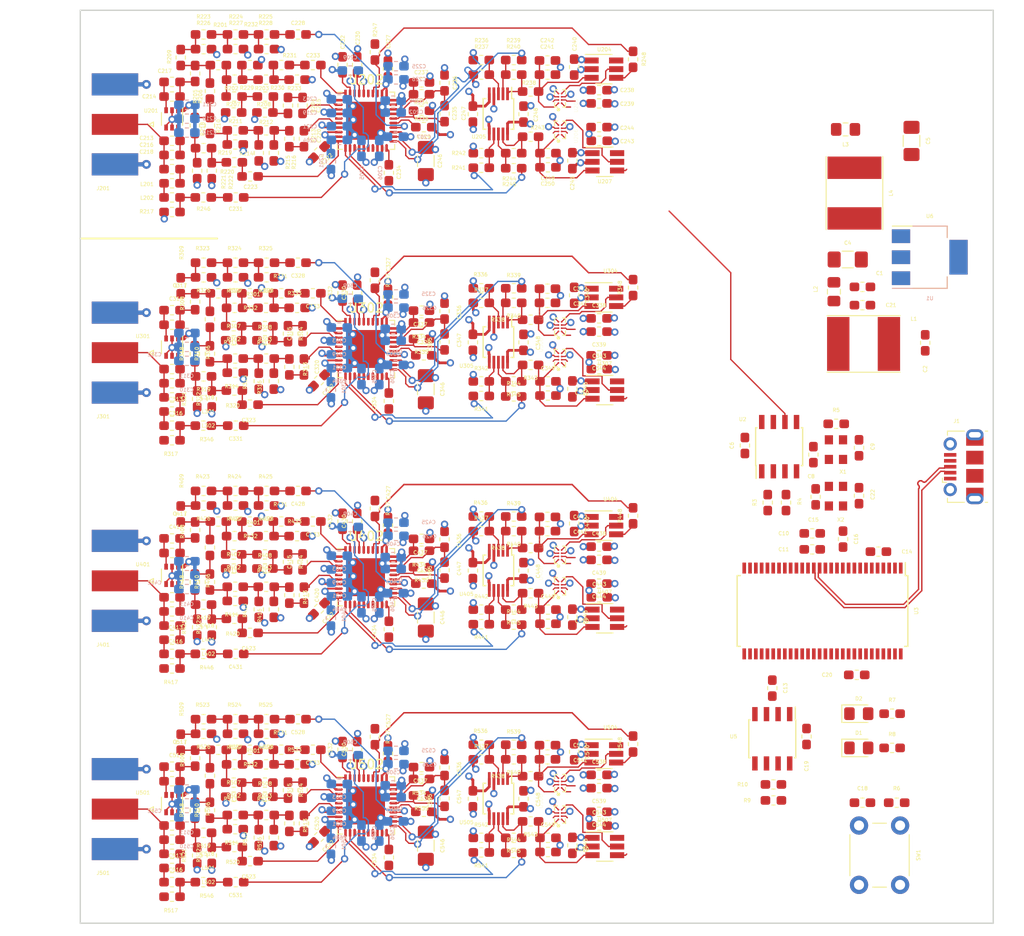
<source format=kicad_pcb>
(kicad_pcb (version 20171130) (host pcbnew 5.0.2-bee76a0~70~ubuntu18.04.1)
  (layers (0 Front_1.Cu signal) (1 Inner_2_GND.Cu power) (2 Inner_3_PWR.Cu power) (31 Back_4.Cu signal) (34 B.Paste user hide) (35 F.Paste user hide) (36 B.SilkS user) (37 F.SilkS user) (38 B.Mask user hide) (39 F.Mask user) (44 Edge.Cuts user))
  (net 0 "")
  (net 1 +3V3)
  (net 2 GND)
  (net 3 VBUS)
  (net 4 +3.3VA)
  (net 5 "Net-(C16-Pad2)")
  (net 6 "Net-(C18-Pad1)")
  (net 7 "Net-(C21-Pad1)")
  (net 8 "Net-(C213-Pad1)")
  (net 9 "Net-(C213-Pad2)")
  (net 10 "Net-(C214-Pad1)")
  (net 11 "Net-(C214-Pad2)")
  (net 12 "Net-(C215-Pad2)")
  (net 13 "Net-(C215-Pad1)")
  (net 14 "Net-(C218-Pad1)")
  (net 15 "Net-(C219-Pad1)")
  (net 16 "Net-(C220-Pad2)")
  (net 17 "Net-(C220-Pad1)")
  (net 18 "Net-(C221-Pad1)")
  (net 19 "Net-(C222-Pad1)")
  (net 20 "Net-(C223-Pad1)")
  (net 21 "Net-(C223-Pad2)")
  (net 22 "Net-(C228-Pad2)")
  (net 23 "Net-(C228-Pad1)")
  (net 24 "Net-(C229-Pad1)")
  (net 25 "Net-(C230-Pad1)")
  (net 26 "/Channel 1/high-Z")
  (net 27 "Net-(C231-Pad1)")
  (net 28 "Net-(C232-Pad1)")
  (net 29 "Net-(C233-Pad1)")
  (net 30 "Net-(C233-Pad2)")
  (net 31 /TUNER_1_CLK)
  (net 32 "Net-(C234-Pad1)")
  (net 33 "Net-(C235-Pad1)")
  (net 34 "Net-(C235-Pad2)")
  (net 35 "Net-(C237-Pad1)")
  (net 36 "/Channel 1/BUFFERED_SINGLE_I")
  (net 37 "/Channel 1/BUFFERED_SINGLE_Q")
  (net 38 "Net-(C313-Pad2)")
  (net 39 "Net-(C313-Pad1)")
  (net 40 "Net-(C314-Pad1)")
  (net 41 "Net-(C314-Pad2)")
  (net 42 "Net-(C315-Pad2)")
  (net 43 "Net-(C315-Pad1)")
  (net 44 "Net-(C318-Pad1)")
  (net 45 "Net-(C319-Pad1)")
  (net 46 "Net-(C320-Pad1)")
  (net 47 "Net-(C320-Pad2)")
  (net 48 "Net-(C321-Pad1)")
  (net 49 "Net-(C322-Pad1)")
  (net 50 "Net-(C323-Pad2)")
  (net 51 "Net-(C323-Pad1)")
  (net 52 "Net-(C328-Pad1)")
  (net 53 "Net-(C328-Pad2)")
  (net 54 "Net-(C329-Pad1)")
  (net 55 "Net-(C330-Pad1)")
  (net 56 "Net-(C331-Pad1)")
  (net 57 "/Channel 2/high-Z")
  (net 58 "Net-(C332-Pad1)")
  (net 59 "Net-(C333-Pad2)")
  (net 60 "Net-(C333-Pad1)")
  (net 61 "Net-(C334-Pad1)")
  (net 62 /TUNER_2_CLK)
  (net 63 "Net-(C335-Pad2)")
  (net 64 "Net-(C335-Pad1)")
  (net 65 "Net-(C337-Pad1)")
  (net 66 "/Channel 2/BUFFERED_SINGLE_I")
  (net 67 "/Channel 2/BUFFERED_SINGLE_Q")
  (net 68 "Net-(C413-Pad2)")
  (net 69 "Net-(C413-Pad1)")
  (net 70 "Net-(C414-Pad1)")
  (net 71 "Net-(C414-Pad2)")
  (net 72 "Net-(C415-Pad2)")
  (net 73 "Net-(C415-Pad1)")
  (net 74 "Net-(C418-Pad1)")
  (net 75 "Net-(C419-Pad1)")
  (net 76 "Net-(C420-Pad2)")
  (net 77 "Net-(C420-Pad1)")
  (net 78 "Net-(C421-Pad1)")
  (net 79 "Net-(C422-Pad1)")
  (net 80 "Net-(C423-Pad2)")
  (net 81 "Net-(C423-Pad1)")
  (net 82 "Net-(C428-Pad1)")
  (net 83 "Net-(C428-Pad2)")
  (net 84 "Net-(C429-Pad1)")
  (net 85 "Net-(C430-Pad1)")
  (net 86 "Net-(C431-Pad1)")
  (net 87 "/Channel 3/high-Z")
  (net 88 "Net-(C432-Pad1)")
  (net 89 "Net-(C433-Pad1)")
  (net 90 "Net-(C433-Pad2)")
  (net 91 /TUNER_3_CLK)
  (net 92 "Net-(C434-Pad1)")
  (net 93 "Net-(C435-Pad2)")
  (net 94 "Net-(C435-Pad1)")
  (net 95 "Net-(C437-Pad1)")
  (net 96 "/Channel 3/BUFFERED_SINGLE_I")
  (net 97 "/Channel 3/BUFFERED_SINGLE_Q")
  (net 98 "Net-(C513-Pad1)")
  (net 99 "Net-(C513-Pad2)")
  (net 100 "Net-(C514-Pad1)")
  (net 101 "Net-(C514-Pad2)")
  (net 102 "Net-(C515-Pad2)")
  (net 103 "Net-(C515-Pad1)")
  (net 104 "Net-(C518-Pad1)")
  (net 105 "Net-(C519-Pad1)")
  (net 106 "Net-(C520-Pad2)")
  (net 107 "Net-(C520-Pad1)")
  (net 108 "Net-(C521-Pad1)")
  (net 109 "Net-(C522-Pad1)")
  (net 110 "Net-(C523-Pad1)")
  (net 111 "Net-(C523-Pad2)")
  (net 112 "Net-(C528-Pad2)")
  (net 113 "Net-(C528-Pad1)")
  (net 114 "Net-(C529-Pad1)")
  (net 115 "Net-(C530-Pad1)")
  (net 116 "/Channel 4/high-Z")
  (net 117 "Net-(C531-Pad1)")
  (net 118 "Net-(C532-Pad1)")
  (net 119 "Net-(C533-Pad1)")
  (net 120 "Net-(C533-Pad2)")
  (net 121 /TUNER_4_CLK)
  (net 122 "Net-(C534-Pad1)")
  (net 123 "Net-(C535-Pad1)")
  (net 124 "Net-(C535-Pad2)")
  (net 125 "Net-(C537-Pad1)")
  (net 126 "/Channel 4/BUFFERED_SINGLE_I")
  (net 127 "/Channel 4/BUFFERED_SINGLE_Q")
  (net 128 "Net-(D1-Pad1)")
  (net 129 "Net-(D1-Pad2)")
  (net 130 "Net-(D2-Pad2)")
  (net 131 "Net-(D2-Pad1)")
  (net 132 "Net-(J1-Pad6)")
  (net 133 TUNER_SPI_CLK)
  (net 134 ADC_CLK)
  (net 135 "Net-(L3-Pad2)")
  (net 136 "Net-(L201-Pad2)")
  (net 137 "Net-(L202-Pad2)")
  (net 138 "Net-(L301-Pad2)")
  (net 139 "Net-(L302-Pad2)")
  (net 140 "Net-(L401-Pad2)")
  (net 141 "Net-(L402-Pad2)")
  (net 142 "Net-(L501-Pad2)")
  (net 143 "Net-(L502-Pad2)")
  (net 144 "Net-(R3-Pad2)")
  (net 145 "Net-(R4-Pad2)")
  (net 146 "Net-(R5-Pad2)")
  (net 147 "Net-(R9-Pad2)")
  (net 148 "Net-(R10-Pad2)")
  (net 149 "Net-(R201-Pad2)")
  (net 150 "/Channel 1/AM2_B3_MATCH")
  (net 151 "Net-(R202-Pad1)")
  (net 152 "Net-(R203-Pad1)")
  (net 153 "/Channel 1/B45_VHF_MATCH")
  (net 154 "/Channel 1/L_MATCH")
  (net 155 "Net-(R210-Pad1)")
  (net 156 "Net-(R211-Pad1)")
  (net 157 "Net-(R212-Pad1)")
  (net 158 "Net-(R218-Pad1)")
  (net 159 "Net-(R219-Pad1)")
  (net 160 "Net-(R223-Pad1)")
  (net 161 "Net-(R224-Pad1)")
  (net 162 "Net-(R229-Pad1)")
  (net 163 "Net-(R230-Pad1)")
  (net 164 "Net-(R236-Pad1)")
  (net 165 "/Channel 1/I_P")
  (net 166 "Net-(R238-Pad2)")
  (net 167 "Net-(R239-Pad1)")
  (net 168 "/Channel 1/I_N")
  (net 169 "Net-(R241-Pad1)")
  (net 170 "/Channel 1/Q_P")
  (net 171 "Net-(R243-Pad2)")
  (net 172 "Net-(R244-Pad1)")
  (net 173 "/Channel 1/Q_N")
  (net 174 "Net-(R301-Pad2)")
  (net 175 "/Channel 2/AM2_B3_MATCH")
  (net 176 "Net-(R302-Pad1)")
  (net 177 "Net-(R303-Pad1)")
  (net 178 "/Channel 2/B45_VHF_MATCH")
  (net 179 "/Channel 2/L_MATCH")
  (net 180 "Net-(R310-Pad1)")
  (net 181 "Net-(R311-Pad1)")
  (net 182 "Net-(R312-Pad1)")
  (net 183 "Net-(R318-Pad1)")
  (net 184 "Net-(R319-Pad1)")
  (net 185 "Net-(R323-Pad1)")
  (net 186 "Net-(R324-Pad1)")
  (net 187 "Net-(R329-Pad1)")
  (net 188 "Net-(R330-Pad1)")
  (net 189 "/Channel 2/I_P")
  (net 190 "Net-(R336-Pad1)")
  (net 191 "Net-(R338-Pad2)")
  (net 192 "Net-(R339-Pad1)")
  (net 193 "/Channel 2/I_N")
  (net 194 "Net-(R341-Pad1)")
  (net 195 "/Channel 2/Q_P")
  (net 196 "Net-(R343-Pad2)")
  (net 197 "/Channel 2/Q_N")
  (net 198 "Net-(R344-Pad1)")
  (net 199 "Net-(R401-Pad2)")
  (net 200 "/Channel 3/AM2_B3_MATCH")
  (net 201 "Net-(R402-Pad1)")
  (net 202 "Net-(R403-Pad1)")
  (net 203 "/Channel 3/B45_VHF_MATCH")
  (net 204 "/Channel 3/L_MATCH")
  (net 205 "Net-(R410-Pad1)")
  (net 206 "Net-(R411-Pad1)")
  (net 207 "Net-(R412-Pad1)")
  (net 208 "Net-(R418-Pad1)")
  (net 209 "Net-(R419-Pad1)")
  (net 210 "Net-(R423-Pad1)")
  (net 211 "Net-(R424-Pad1)")
  (net 212 "Net-(R429-Pad1)")
  (net 213 "Net-(R430-Pad1)")
  (net 214 "Net-(R436-Pad1)")
  (net 215 "/Channel 3/I_P")
  (net 216 "Net-(R438-Pad2)")
  (net 217 "Net-(R439-Pad1)")
  (net 218 "/Channel 3/I_N")
  (net 219 "/Channel 3/Q_P")
  (net 220 "Net-(R441-Pad1)")
  (net 221 "Net-(R443-Pad2)")
  (net 222 "/Channel 3/Q_N")
  (net 223 "Net-(R444-Pad1)")
  (net 224 "/Channel 4/AM2_B3_MATCH")
  (net 225 "Net-(R501-Pad2)")
  (net 226 "Net-(R502-Pad1)")
  (net 227 "Net-(R503-Pad1)")
  (net 228 "/Channel 4/B45_VHF_MATCH")
  (net 229 "/Channel 4/L_MATCH")
  (net 230 "Net-(R510-Pad1)")
  (net 231 "Net-(R511-Pad1)")
  (net 232 "Net-(R512-Pad1)")
  (net 233 "Net-(R518-Pad1)")
  (net 234 "Net-(R519-Pad1)")
  (net 235 "Net-(R523-Pad1)")
  (net 236 "Net-(R524-Pad1)")
  (net 237 "Net-(R529-Pad1)")
  (net 238 "Net-(R530-Pad1)")
  (net 239 "/Channel 4/I_P")
  (net 240 "Net-(R536-Pad1)")
  (net 241 "Net-(R538-Pad2)")
  (net 242 "/Channel 4/I_N")
  (net 243 "Net-(R539-Pad1)")
  (net 244 "Net-(R541-Pad1)")
  (net 245 "/Channel 4/Q_P")
  (net 246 "Net-(R543-Pad2)")
  (net 247 "Net-(R544-Pad1)")
  (net 248 "/Channel 4/Q_N")
  (net 249 "/Channel 1/I_DOUT")
  (net 250 "/Channel 1/Q_DOUT")
  (net 251 "/Channel 2/I_DOUT")
  (net 252 "/Channel 2/Q_DOUT")
  (net 253 "/Channel 3/I_DOUT")
  (net 254 "/Channel 3/Q_DOUT")
  (net 255 "/Channel 4/I_DOUT")
  (net 256 "/Channel 4/Q_DOUT")
  (net 257 ADC_nCS)
  (net 258 TUNER_SPI_MOSI)
  (net 259 /TUNER_1_nCS)
  (net 260 /TUNER_2_nCS)
  (net 261 /TUNER_3_nCS)
  (net 262 /TUNER_4_nCS)
  (net 263 "Net-(U202-Pad17)")
  (net 264 "Net-(U202-Pad16)")
  (net 265 "Net-(U202-Pad13)")
  (net 266 "Net-(U202-Pad5)")
  (net 267 "Net-(U302-Pad17)")
  (net 268 "Net-(U302-Pad16)")
  (net 269 "Net-(U302-Pad13)")
  (net 270 "Net-(U302-Pad5)")
  (net 271 "Net-(U402-Pad5)")
  (net 272 "Net-(U402-Pad13)")
  (net 273 "Net-(U402-Pad16)")
  (net 274 "Net-(U402-Pad17)")
  (net 275 "Net-(U502-Pad5)")
  (net 276 "Net-(U502-Pad13)")
  (net 277 "Net-(U502-Pad16)")
  (net 278 "Net-(U502-Pad17)")
  (net 279 "Net-(C4-Pad1)")
  (net 280 FX2LP_AUX_OSC)
  (net 281 "Net-(R247-Pad2)")
  (net 282 "Net-(R347-Pad2)")
  (net 283 "Net-(R447-Pad2)")
  (net 284 "Net-(R547-Pad2)")
  (net 285 /D_N)
  (net 286 /D_P)
  (module Capacitor_SMD:C_0603_1608Metric_Pad1.05x0.95mm_HandSolder (layer Front_1.Cu) (at 81.825 30.2 180)
    (fp_text reference C239 (at -3.075 -0.05 180) (layer F.SilkS) (effects (font (size 0.4 0.4) (thickness 0.07))))
    (fp_text value 0.1uF)
    (pad 2 smd roundrect (at 0.875 0 180) (size 1.05 0.95) (layers Front_1.Cu F.Paste F.Mask) (net 4 +3.3VA))
    (pad 1 smd roundrect (at -0.875 0 180) (size 1.05 0.95) (layers Front_1.Cu F.Paste F.Mask) (net 2 GND))
  )
  (module Capacitor_SMD:C_0603_1608Metric_Pad1.05x0.95mm_HandSolder (layer Front_1.Cu) (at 110.675 50.3 180)
    (fp_text reference C1 (at -1.875 1.5 180) (layer F.SilkS) (effects (font (size 0.4 0.4) (thickness 0.07))))
    (fp_text value 1uF)
    (pad 1 smd roundrect (at -0.875 0 180) (size 1.05 0.95) (layers Front_1.Cu F.Paste F.Mask) (net 1 +3V3))
    (pad 2 smd roundrect (at 0.875 0 180) (size 1.05 0.95) (layers Front_1.Cu F.Paste F.Mask) (net 2 GND))
  )
  (module Capacitor_SMD:C_0603_1608Metric_Pad1.05x0.95mm_HandSolder (layer Front_1.Cu) (at 117.55 56.425 90)
    (fp_text reference C2 (at -2.875 0 90) (layer F.SilkS) (effects (font (size 0.4 0.4) (thickness 0.07))))
    (fp_text value 1uF)
    (pad 1 smd roundrect (at -0.875 0 90) (size 1.05 0.95) (layers Front_1.Cu F.Paste F.Mask) (net 3 VBUS))
    (pad 2 smd roundrect (at 0.875 0 90) (size 1.05 0.95) (layers Front_1.Cu F.Paste F.Mask) (net 2 GND))
  )
  (module Capacitor_SMD:C_1206_3216Metric_Pad1.42x1.75mm_HandSolder (layer Front_1.Cu) (at 109.0625 47.3)
    (fp_text reference C4 (at 0 -1.82) (layer F.SilkS) (effects (font (size 0.4 0.4) (thickness 0.07))))
    (fp_text value 4.7uF)
    (pad 1 smd roundrect (at -1.4875 0) (size 1.425 1.75) (layers Front_1.Cu F.Paste F.Mask) (roundrect_rratio 0.175439) (net 279 "Net-(C4-Pad1)"))
    (pad 2 smd roundrect (at 1.4875 0) (size 1.425 1.75) (layers Front_1.Cu F.Paste F.Mask) (roundrect_rratio 0.175439) (net 2 GND))
  )
  (module Capacitor_SMD:C_1206_3216Metric_Pad1.42x1.75mm_HandSolder (layer Front_1.Cu) (at 116.05 34.3125 270)
    (fp_text reference C5 (at 0 -1.82 270) (layer F.SilkS) (effects (font (size 0.4 0.4) (thickness 0.07))))
    (fp_text value 4.7uF)
    (pad 2 smd roundrect (at 1.4875 0 270) (size 1.425 1.75) (layers Front_1.Cu F.Paste F.Mask) (roundrect_rratio 0.175439) (net 2 GND))
    (pad 1 smd roundrect (at -1.4875 0 270) (size 1.425 1.75) (layers Front_1.Cu F.Paste F.Mask) (roundrect_rratio 0.175439) (net 4 +3.3VA))
  )
  (module Capacitor_SMD:C_0603_1608Metric_Pad1.05x0.95mm_HandSolder (layer Front_1.Cu) (at 97.8 67.675 90)
    (fp_text reference C6 (at 0 -1.43 90) (layer F.SilkS) (effects (font (size 0.4 0.4) (thickness 0.07))))
    (fp_text value 1nF)
    (pad 1 smd roundrect (at -0.875 0 90) (size 1.05 0.95) (layers Front_1.Cu F.Paste F.Mask) (net 1 +3V3))
    (pad 2 smd roundrect (at 0.875 0 90) (size 1.05 0.95) (layers Front_1.Cu F.Paste F.Mask) (net 2 GND))
  )
  (module Capacitor_SMD:C_0603_1608Metric_Pad1.05x0.95mm_HandSolder (layer Front_1.Cu) (at 105.3 68.675 90)
    (fp_text reference C8 (at -2.375 -0.25 180) (layer F.SilkS) (effects (font (size 0.4 0.4) (thickness 0.07))))
    (fp_text value 0.1uF)
    (pad 2 smd roundrect (at 0.875 0 90) (size 1.05 0.95) (layers Front_1.Cu F.Paste F.Mask) (net 2 GND))
    (pad 1 smd roundrect (at -0.875 0 90) (size 1.05 0.95) (layers Front_1.Cu F.Paste F.Mask) (net 1 +3V3))
  )
  (module Capacitor_SMD:C_0603_1608Metric_Pad1.05x0.95mm_HandSolder (layer Front_1.Cu) (at 110.3 67.925 90)
    (fp_text reference C9 (at 0.125 1.5 90) (layer F.SilkS) (effects (font (size 0.4 0.4) (thickness 0.07))))
    (fp_text value 1nF)
    (pad 2 smd roundrect (at 0.875 0 90) (size 1.05 0.95) (layers Front_1.Cu F.Paste F.Mask) (net 2 GND))
    (pad 1 smd roundrect (at -0.875 0 90) (size 1.05 0.95) (layers Front_1.Cu F.Paste F.Mask) (net 1 +3V3))
  )
  (module Capacitor_SMD:C_0603_1608Metric_Pad1.05x0.95mm_HandSolder (layer Front_1.Cu) (at 105.175 77.3)
    (fp_text reference C10 (at -3.125 0) (layer F.SilkS) (effects (font (size 0.4 0.4) (thickness 0.07))))
    (fp_text value 0.1uF)
    (pad 2 smd roundrect (at 0.875 0) (size 1.05 0.95) (layers Front_1.Cu F.Paste F.Mask) (net 2 GND))
    (pad 1 smd roundrect (at -0.875 0) (size 1.05 0.95) (layers Front_1.Cu F.Paste F.Mask) (net 1 +3V3))
  )
  (module Capacitor_SMD:C_0603_1608Metric_Pad1.05x0.95mm_HandSolder (layer Front_1.Cu) (at 105.175 79.05)
    (fp_text reference C11 (at -3.125 0) (layer F.SilkS) (effects (font (size 0.4 0.4) (thickness 0.07))))
    (fp_text value 10nF)
    (pad 1 smd roundrect (at -0.875 0) (size 1.05 0.95) (layers Front_1.Cu F.Paste F.Mask) (net 1 +3V3))
    (pad 2 smd roundrect (at 0.875 0) (size 1.05 0.95) (layers Front_1.Cu F.Paste F.Mask) (net 2 GND))
  )
  (module Capacitor_SMD:C_0603_1608Metric_Pad1.05x0.95mm_HandSolder (layer Front_1.Cu) (at 100.8 94.25 270)
    (fp_text reference C13 (at 0 -1.43 270) (layer F.SilkS) (effects (font (size 0.4 0.4) (thickness 0.07))))
    (fp_text value 10nF)
    (pad 2 smd roundrect (at 0.875 0 270) (size 1.05 0.95) (layers Front_1.Cu F.Paste F.Mask) (net 2 GND))
    (pad 1 smd roundrect (at -0.875 0 270) (size 1.05 0.95) (layers Front_1.Cu F.Paste F.Mask) (net 1 +3V3))
  )
  (module Capacitor_SMD:C_0603_1608Metric_Pad1.05x0.95mm_HandSolder (layer Front_1.Cu) (at 112.425 79.3)
    (fp_text reference C14 (at 3.125 0) (layer F.SilkS) (effects (font (size 0.4 0.4) (thickness 0.07))))
    (fp_text value 0.1uF)
    (pad 2 smd roundrect (at 0.875 0) (size 1.05 0.95) (layers Front_1.Cu F.Paste F.Mask) (net 2 GND))
    (pad 1 smd roundrect (at -0.875 0) (size 1.05 0.95) (layers Front_1.Cu F.Paste F.Mask) (net 1 +3V3))
  )
  (module Capacitor_SMD:C_0603_1608Metric_Pad1.05x0.95mm_HandSolder (layer Front_1.Cu) (at 105.55 73.3 270)
    (fp_text reference C15 (at 2.5 0.25) (layer F.SilkS) (effects (font (size 0.4 0.4) (thickness 0.07))))
    (fp_text value 1nF)
    (pad 1 smd roundrect (at -0.875 0 270) (size 1.05 0.95) (layers Front_1.Cu F.Paste F.Mask) (net 1 +3V3))
    (pad 2 smd roundrect (at 0.875 0 270) (size 1.05 0.95) (layers Front_1.Cu F.Paste F.Mask) (net 2 GND))
  )
  (module Capacitor_SMD:C_0603_1608Metric_Pad1.05x0.95mm_HandSolder (layer Front_1.Cu) (at 108.55 77.925 270)
    (fp_text reference C16 (at 0 -1.43 270) (layer F.SilkS) (effects (font (size 0.4 0.4) (thickness 0.07))))
    (fp_text value 1nF)
    (pad 1 smd roundrect (at -0.875 0 270) (size 1.05 0.95) (layers Front_1.Cu F.Paste F.Mask) (net 280 FX2LP_AUX_OSC))
    (pad 2 smd roundrect (at 0.875 0 270) (size 1.05 0.95) (layers Front_1.Cu F.Paste F.Mask) (net 5 "Net-(C16-Pad2)"))
  )
  (module Capacitor_SMD:C_0603_1608Metric_Pad1.05x0.95mm_HandSolder (layer Front_1.Cu) (at 110.675 106.8 180)
    (fp_text reference C18 (at 0 1.57 180) (layer F.SilkS) (effects (font (size 0.4 0.4) (thickness 0.07))))
    (fp_text value 0.1uF)
    (pad 2 smd roundrect (at 0.875 0 180) (size 1.05 0.95) (layers Front_1.Cu F.Paste F.Mask) (net 2 GND))
    (pad 1 smd roundrect (at -0.875 0 180) (size 1.05 0.95) (layers Front_1.Cu F.Paste F.Mask) (net 6 "Net-(C18-Pad1)"))
  )
  (module Capacitor_SMD:C_0603_1608Metric_Pad1.05x0.95mm_HandSolder (layer Front_1.Cu) (at 104.55 99.55 270)
    (fp_text reference C19 (at 3.25 0 270) (layer F.SilkS) (effects (font (size 0.4 0.4) (thickness 0.07))))
    (fp_text value 10nF)
    (pad 1 smd roundrect (at -0.875 0 270) (size 1.05 0.95) (layers Front_1.Cu F.Paste F.Mask) (net 1 +3V3))
    (pad 2 smd roundrect (at 0.875 0 270) (size 1.05 0.95) (layers Front_1.Cu F.Paste F.Mask) (net 2 GND))
  )
  (module Capacitor_SMD:C_0603_1608Metric_Pad1.05x0.95mm_HandSolder (layer Front_1.Cu) (at 110.05 92.8 180)
    (fp_text reference C20 (at 3.25 0 180) (layer F.SilkS) (effects (font (size 0.4 0.4) (thickness 0.07))))
    (fp_text value 0.1uF)
    (pad 2 smd roundrect (at 0.875 0 180) (size 1.05 0.95) (layers Front_1.Cu F.Paste F.Mask) (net 2 GND))
    (pad 1 smd roundrect (at -0.875 0 180) (size 1.05 0.95) (layers Front_1.Cu F.Paste F.Mask) (net 1 +3V3))
  )
  (module Capacitor_SMD:C_0603_1608Metric_Pad1.05x0.95mm_HandSolder (layer Front_1.Cu) (at 110.675 52.3)
    (fp_text reference C21 (at 3.125 0) (layer F.SilkS) (effects (font (size 0.4 0.4) (thickness 0.07))))
    (fp_text value 1uF)
    (pad 2 smd roundrect (at 0.875 0) (size 1.05 0.95) (layers Front_1.Cu F.Paste F.Mask) (net 2 GND))
    (pad 1 smd roundrect (at -0.875 0) (size 1.05 0.95) (layers Front_1.Cu F.Paste F.Mask) (net 7 "Net-(C21-Pad1)"))
  )
  (module Capacitor_SMD:C_0603_1608Metric_Pad1.05x0.95mm_HandSolder (layer Back_4.Cu) (at 52.455 36.575 90)
    (fp_text reference C201 (at 0.075 -1.055 90) (layer B.SilkS) (effects (font (size 0.4 0.4) (thickness 0.07)) (justify mirror)))
    (fp_text value 0.1uF)
    (pad 1 smd roundrect (at -0.875 0 90) (size 1.05 0.95) (layers Back_4.Cu B.Paste B.Mask) (net 2 GND))
    (pad 2 smd roundrect (at 0.875 0 90) (size 1.05 0.95) (layers Back_4.Cu B.Paste B.Mask) (net 4 +3.3VA))
  )
  (module Capacitor_SMD:C_0603_1608Metric_Pad1.05x0.95mm_HandSolder (layer Back_4.Cu) (at 59.275 31.2)
    (fp_text reference C202 (at 2.525 -0.05) (layer B.SilkS) (effects (font (size 0.4 0.4) (thickness 0.07)) (justify mirror)))
    (fp_text value 0.1uF)
    (pad 2 smd roundrect (at 0.875 0) (size 1.05 0.95) (layers Back_4.Cu B.Paste B.Mask) (net 4 +3.3VA))
    (pad 1 smd roundrect (at -0.875 0) (size 1.05 0.95) (layers Back_4.Cu B.Paste B.Mask) (net 2 GND))
  )
  (module Capacitor_SMD:C_0603_1608Metric_Pad1.05x0.95mm_HandSolder (layer Back_4.Cu) (at 53.375 29.75)
    (fp_text reference C203 (at -3.225 -0.05) (layer B.SilkS) (effects (font (size 0.4 0.4) (thickness 0.07)) (justify mirror)))
    (fp_text value 100pF)
    (pad 1 smd roundrect (at -0.875 0) (size 1.05 0.95) (layers Back_4.Cu B.Paste B.Mask) (net 4 +3.3VA))
    (pad 2 smd roundrect (at 0.875 0) (size 1.05 0.95) (layers Back_4.Cu B.Paste B.Mask) (net 2 GND))
  )
  (module Capacitor_SMD:C_0603_1608Metric_Pad1.05x0.95mm_HandSolder (layer Back_4.Cu) (at 53.375 34.2)
    (fp_text reference C204 (at -3.225 0.05) (layer B.SilkS) (effects (font (size 0.4 0.4) (thickness 0.07)) (justify mirror)))
    (fp_text value 100pF)
    (pad 1 smd roundrect (at -0.875 0) (size 1.05 0.95) (layers Back_4.Cu B.Paste B.Mask) (net 4 +3.3VA))
    (pad 2 smd roundrect (at 0.875 0) (size 1.05 0.95) (layers Back_4.Cu B.Paste B.Mask) (net 2 GND))
  )
  (module Capacitor_SMD:C_0603_1608Metric_Pad1.05x0.95mm_HandSolder (layer Back_4.Cu) (at 55.8 35.125 90)
    (fp_text reference C205 (at -2.675 0.05 90) (layer B.SilkS) (effects (font (size 0.4 0.4) (thickness 0.07)) (justify mirror)))
    (fp_text value 100pF)
    (pad 1 smd roundrect (at -0.875 0 90) (size 1.05 0.95) (layers Back_4.Cu B.Paste B.Mask) (net 4 +3.3VA))
    (pad 2 smd roundrect (at 0.875 0 90) (size 1.05 0.95) (layers Back_4.Cu B.Paste B.Mask) (net 2 GND))
  )
  (module Capacitor_SMD:C_0603_1608Metric_Pad1.05x0.95mm_HandSolder (layer Back_4.Cu) (at 57.75 35.125 90)
    (fp_text reference C206 (at -2.675 0.1 90) (layer B.SilkS) (effects (font (size 0.4 0.4) (thickness 0.07)) (justify mirror)))
    (fp_text value 100pF)
    (pad 2 smd roundrect (at 0.875 0 90) (size 1.05 0.95) (layers Back_4.Cu B.Paste B.Mask) (net 2 GND))
    (pad 1 smd roundrect (at -0.875 0 90) (size 1.05 0.95) (layers Back_4.Cu B.Paste B.Mask) (net 4 +3.3VA))
  )
  (module Capacitor_SMD:C_0603_1608Metric_Pad1.05x0.95mm_HandSolder (layer Back_4.Cu) (at 59.525 33.85 180)
    (fp_text reference C207 (at -3.125 -0.05 180) (layer B.SilkS) (effects (font (size 0.4 0.4) (thickness 0.07)) (justify mirror)))
    (fp_text value 100pF)
    (pad 1 smd roundrect (at -0.875 0 180) (size 1.05 0.95) (layers Back_4.Cu B.Paste B.Mask) (net 4 +3.3VA))
    (pad 2 smd roundrect (at 0.875 0 180) (size 1.05 0.95) (layers Back_4.Cu B.Paste B.Mask) (net 2 GND))
  )
  (module Capacitor_SMD:C_0603_1608Metric_Pad1.05x0.95mm_HandSolder (layer Back_4.Cu) (at 59.275 29.9 180)
    (fp_text reference C208 (at -2.525 0 180) (layer B.SilkS) (effects (font (size 0.4 0.4) (thickness 0.07)) (justify mirror)))
    (fp_text value 100pF)
    (pad 2 smd roundrect (at 0.875 0 180) (size 1.05 0.95) (layers Back_4.Cu B.Paste B.Mask) (net 2 GND))
    (pad 1 smd roundrect (at -0.875 0 180) (size 1.05 0.95) (layers Back_4.Cu B.Paste B.Mask) (net 4 +3.3VA))
  )
  (module Capacitor_SMD:C_0603_1608Metric_Pad1.05x0.95mm_HandSolder (layer Back_4.Cu) (at 54.575 26.6 180)
    (fp_text reference C209 (at 0 1.43 180) (layer B.SilkS) (effects (font (size 0.4 0.4) (thickness 0.07)) (justify mirror)))
    (fp_text value 100pF)
    (pad 1 smd roundrect (at -0.875 0 180) (size 1.05 0.95) (layers Back_4.Cu B.Paste B.Mask) (net 4 +3.3VA))
    (pad 2 smd roundrect (at 0.875 0 180) (size 1.05 0.95) (layers Back_4.Cu B.Paste B.Mask) (net 2 GND))
  )
  (module Capacitor_SMD:C_0603_1608Metric_Pad1.05x0.95mm_HandSolder (layer Back_4.Cu) (at 36.675 31.875 180)
    (fp_text reference C210 (at -2.475 0.025 180) (layer B.SilkS) (effects (font (size 0.4 0.4) (thickness 0.07)) (justify mirror)))
    (fp_text value 10nF)
    (pad 2 smd roundrect (at 0.875 0 180) (size 1.05 0.95) (layers Back_4.Cu B.Paste B.Mask) (net 2 GND))
    (pad 1 smd roundrect (at -0.875 0 180) (size 1.05 0.95) (layers Back_4.Cu B.Paste B.Mask) (net 4 +3.3VA))
  )
  (module Capacitor_SMD:C_0603_1608Metric_Pad1.05x0.95mm_HandSolder (layer Back_4.Cu) (at 36.675 30.35)
    (fp_text reference C211 (at 2.475 -0.05) (layer B.SilkS) (effects (font (size 0.4 0.4) (thickness 0.07)) (justify mirror)))
    (fp_text value 100pF)
    (pad 1 smd roundrect (at -0.875 0) (size 1.05 0.95) (layers Back_4.Cu B.Paste B.Mask) (net 2 GND))
    (pad 2 smd roundrect (at 0.875 0) (size 1.05 0.95) (layers Back_4.Cu B.Paste B.Mask) (net 4 +3.3VA))
  )
  (module Capacitor_SMD:C_0603_1608Metric_Pad1.05x0.95mm_HandSolder (layer Back_4.Cu) (at 36.675 33.4 180)
    (fp_text reference C212 (at -2.475 0 180) (layer B.SilkS) (effects (font (size 0.4 0.4) (thickness 0.07)) (justify mirror)))
    (fp_text value 10nF)
    (pad 1 smd roundrect (at -0.875 0 180) (size 1.05 0.95) (layers Back_4.Cu B.Paste B.Mask) (net 4 +3.3VA))
    (pad 2 smd roundrect (at 0.875 0 180) (size 1.05 0.95) (layers Back_4.Cu B.Paste B.Mask) (net 2 GND))
  )
  (module Capacitor_SMD:C_0603_1608Metric_Pad1.05x0.95mm_HandSolder (layer Front_1.Cu) (at 35.05 34.3 180)
    (fp_text reference C213 (at 2.8 0.3 180) (layer F.SilkS) (effects (font (size 0.4 0.4) (thickness 0.07))))
    (fp_text value 100pF)
    (pad 1 smd roundrect (at -0.875 0 180) (size 1.05 0.95) (layers Front_1.Cu F.Paste F.Mask) (net 8 "Net-(C213-Pad1)"))
    (pad 2 smd roundrect (at 0.875 0 180) (size 1.05 0.95) (layers Front_1.Cu F.Paste F.Mask) (net 9 "Net-(C213-Pad2)"))
  )
  (module Capacitor_SMD:C_0603_1608Metric_Pad1.05x0.95mm_HandSolder (layer Front_1.Cu) (at 35.05 29.45 180)
    (fp_text reference C214 (at 2.5 0) (layer F.SilkS) (effects (font (size 0.4 0.4) (thickness 0.07))))
    (fp_text value 100pF)
    (pad 1 smd roundrect (at -0.875 0 180) (size 1.05 0.95) (layers Front_1.Cu F.Paste F.Mask) (net 10 "Net-(C214-Pad1)"))
    (pad 2 smd roundrect (at 0.875 0 180) (size 1.05 0.95) (layers Front_1.Cu F.Paste F.Mask) (net 11 "Net-(C214-Pad2)"))
  )
  (module Capacitor_SMD:C_0603_1608Metric_Pad1.05x0.95mm_HandSolder (layer Front_1.Cu) (at 49.35 30.425 90)
    (fp_text reference C215 (at -0.025 1.75 90) (layer F.SilkS) (effects (font (size 0.4 0.4) (thickness 0.07))))
    (fp_text value 220pF)
    (pad 2 smd roundrect (at 0.875 0 90) (size 1.05 0.95) (layers Front_1.Cu F.Paste F.Mask) (net 12 "Net-(C215-Pad2)"))
    (pad 1 smd roundrect (at -0.875 0 90) (size 1.05 0.95) (layers Front_1.Cu F.Paste F.Mask) (net 13 "Net-(C215-Pad1)"))
  )
  (module Capacitor_SMD:C_0603_1608Metric_Pad1.05x0.95mm_HandSolder (layer Front_1.Cu) (at 35.05 35.85 180)
    (fp_text reference C216 (at 2.8 1.1 180) (layer F.SilkS) (effects (font (size 0.4 0.4) (thickness 0.07))))
    (fp_text value 100pF)
    (pad 2 smd roundrect (at 0.875 0 180) (size 1.05 0.95) (layers Front_1.Cu F.Paste F.Mask) (net 9 "Net-(C213-Pad2)"))
    (pad 1 smd roundrect (at -0.875 0 180) (size 1.05 0.95) (layers Front_1.Cu F.Paste F.Mask) (net 8 "Net-(C213-Pad1)"))
  )
  (module Capacitor_SMD:C_0603_1608Metric_Pad1.05x0.95mm_HandSolder (layer Front_1.Cu) (at 35.05 27.85 180)
    (fp_text reference C217 (at 0.8 1.2 180) (layer F.SilkS) (effects (font (size 0.4 0.4) (thickness 0.07))))
    (fp_text value 100pF)
    (pad 2 smd roundrect (at 0.875 0 180) (size 1.05 0.95) (layers Front_1.Cu F.Paste F.Mask) (net 11 "Net-(C214-Pad2)"))
    (pad 1 smd roundrect (at -0.875 0 180) (size 1.05 0.95) (layers Front_1.Cu F.Paste F.Mask) (net 10 "Net-(C214-Pad1)"))
  )
  (module Capacitor_SMD:C_0603_1608Metric_Pad1.05x0.95mm_HandSolder (layer Front_1.Cu) (at 35.05 37.4 180)
    (fp_text reference C218 (at 2.8 1.9 180) (layer F.SilkS) (effects (font (size 0.4 0.4) (thickness 0.07))))
    (fp_text value 0.1uF)
    (pad 2 smd roundrect (at 0.875 0 180) (size 1.05 0.95) (layers Front_1.Cu F.Paste F.Mask) (net 9 "Net-(C213-Pad2)"))
    (pad 1 smd roundrect (at -0.875 0 180) (size 1.05 0.95) (layers Front_1.Cu F.Paste F.Mask) (net 14 "Net-(C218-Pad1)"))
  )
  (module Capacitor_SMD:C_0603_1608Metric_Pad1.05x0.95mm_HandSolder (layer Back_4.Cu) (at 53.375 31.25)
    (fp_text reference C219 (at -3.225 -0.033334) (layer B.SilkS) (effects (font (size 0.4 0.4) (thickness 0.07)) (justify mirror)))
    (fp_text value 220pF)
    (pad 1 smd roundrect (at -0.875 0) (size 1.05 0.95) (layers Back_4.Cu B.Paste B.Mask) (net 15 "Net-(C219-Pad1)"))
    (pad 2 smd roundrect (at 0.875 0) (size 1.05 0.95) (layers Back_4.Cu B.Paste B.Mask) (net 2 GND))
  )
  (module Capacitor_SMD:C_0603_1608Metric_Pad1.05x0.95mm_HandSolder (layer Front_1.Cu) (at 49.5 34.07 270)
    (fp_text reference C220 (at -0.32 -1.65 270) (layer F.SilkS) (effects (font (size 0.4 0.4) (thickness 0.07))))
    (fp_text value 220pF)
    (pad 2 smd roundrect (at 0.875 0 270) (size 1.05 0.95) (layers Front_1.Cu F.Paste F.Mask) (net 16 "Net-(C220-Pad2)"))
    (pad 1 smd roundrect (at -0.875 0 270) (size 1.05 0.95) (layers Front_1.Cu F.Paste F.Mask) (net 17 "Net-(C220-Pad1)"))
  )
  (module Capacitor_SMD:C_0603_1608Metric_Pad1.05x0.95mm_HandSolder (layer Back_4.Cu) (at 53.375 32.7)
    (fp_text reference C221 (at -3.225 0.033332) (layer B.SilkS) (effects (font (size 0.4 0.4) (thickness 0.07)) (justify mirror)))
    (fp_text value 220pF)
    (pad 1 smd roundrect (at -0.875 0) (size 1.05 0.95) (layers Back_4.Cu B.Paste B.Mask) (net 18 "Net-(C221-Pad1)"))
    (pad 2 smd roundrect (at 0.875 0) (size 1.05 0.95) (layers Back_4.Cu B.Paste B.Mask) (net 2 GND))
  )
  (module Capacitor_SMD:C_0603_1608Metric_Pad1.05x0.95mm_HandSolder (layer Front_1.Cu) (at 51.15 35.55 225)
    (fp_text reference C222 (at -0.070711 -1.131371 225) (layer F.SilkS) (effects (font (size 0.4 0.4) (thickness 0.07))))
    (fp_text value 220pF)
    (pad 2 smd roundrect (at 0.874999 0 225) (size 1.05 0.95) (layers Front_1.Cu F.Paste F.Mask) (net 2 GND))
    (pad 1 smd roundrect (at -0.874999 0 225) (size 1.05 0.95) (layers Front_1.Cu F.Paste F.Mask) (net 19 "Net-(C222-Pad1)"))
  )
  (module Capacitor_SMD:C_0603_1608Metric_Pad1.05x0.95mm_HandSolder (layer Front_1.Cu) (at 43.6 38.2 180)
    (fp_text reference C223 (at -0.05 -1.15 180) (layer F.SilkS) (effects (font (size 0.4 0.4) (thickness 0.07))))
    (fp_text value 220pF)
    (pad 1 smd roundrect (at -0.875 0 180) (size 1.05 0.95) (layers Front_1.Cu F.Paste F.Mask) (net 20 "Net-(C223-Pad1)"))
    (pad 2 smd roundrect (at 0.875 0 180) (size 1.05 0.95) (layers Front_1.Cu F.Paste F.Mask) (net 21 "Net-(C223-Pad2)"))
  )
  (module Capacitor_SMD:C_0603_1608Metric_Pad1.05x0.95mm_HandSolder (layer Back_4.Cu) (at 59.578958 26.12337 180)
    (fp_text reference C225 (at -2.521042 -0.02663 180) (layer B.SilkS) (effects (font (size 0.4 0.4) (thickness 0.07)) (justify mirror)))
    (fp_text value 0.1uF)
    (pad 2 smd roundrect (at 0.875 0 180) (size 1.05 0.95) (layers Back_4.Cu B.Paste B.Mask) (net 1 +3V3))
    (pad 1 smd roundrect (at -0.875 0 180) (size 1.05 0.95) (layers Back_4.Cu B.Paste B.Mask) (net 2 GND))
  )
  (module Capacitor_SMD:C_0603_1608Metric_Pad1.05x0.95mm_HandSolder (layer Back_4.Cu) (at 59.578958 27.57337 180)
    (fp_text reference C226 (at -2.521042 0.02337 180) (layer B.SilkS) (effects (font (size 0.4 0.4) (thickness 0.07)) (justify mirror)))
    (fp_text value 1uF)
    (pad 1 smd roundrect (at -0.875 0 180) (size 1.05 0.95) (layers Back_4.Cu B.Paste B.Mask) (net 2 GND))
    (pad 2 smd roundrect (at 0.875 0 180) (size 1.05 0.95) (layers Back_4.Cu B.Paste B.Mask) (net 1 +3V3))
  )
  (module Capacitor_SMD:C_0603_1608Metric_Pad1.05x0.95mm_HandSolder (layer Front_1.Cu) (at 58.7 26.425 90)
    (fp_text reference C227 (at 2.975 0.05 90) (layer F.SilkS) (effects (font (size 0.4 0.4) (thickness 0.07))))
    (fp_text value 10nF)
    (pad 2 smd roundrect (at 0.875 0 90) (size 1.05 0.95) (layers Front_1.Cu F.Paste F.Mask) (net 2 GND))
    (pad 1 smd roundrect (at -0.875 0 90) (size 1.05 0.95) (layers Front_1.Cu F.Paste F.Mask) (net 1 +3V3))
  )
  (module Capacitor_SMD:C_0603_1608Metric_Pad1.05x0.95mm_HandSolder (layer Front_1.Cu) (at 48.85 22.65 180)
    (fp_text reference C228 (at 0 1.25 180) (layer F.SilkS) (effects (font (size 0.4 0.4) (thickness 0.07))))
    (fp_text value 100pF)
    (pad 2 smd roundrect (at 0.875 0 180) (size 1.05 0.95) (layers Front_1.Cu F.Paste F.Mask) (net 22 "Net-(C228-Pad2)"))
    (pad 1 smd roundrect (at -0.875 0 180) (size 1.05 0.95) (layers Front_1.Cu F.Paste F.Mask) (net 23 "Net-(C228-Pad1)"))
  )
  (module Capacitor_SMD:C_0603_1608Metric_Pad1.05x0.95mm_HandSolder (layer Front_1.Cu) (at 62.625 32.8)
    (fp_text reference C229 (at -0.025 1.05) (layer F.SilkS) (effects (font (size 0.4 0.4) (thickness 0.07))))
    (fp_text value 100pF)
    (pad 1 smd roundrect (at -0.875 0) (size 1.05 0.95) (layers Front_1.Cu F.Paste F.Mask) (net 24 "Net-(C229-Pad1)"))
    (pad 2 smd roundrect (at 0.875 0) (size 1.05 0.95) (layers Front_1.Cu F.Paste F.Mask) (net 2 GND))
  )
  (module Capacitor_SMD:C_0603_1608Metric_Pad1.05x0.95mm_HandSolder (layer Front_1.Cu) (at 55.325 25.975 90)
    (fp_text reference C230 (at 2.925 0.075 90) (layer F.SilkS) (effects (font (size 0.4 0.4) (thickness 0.07))))
    (fp_text value 1nF)
    (pad 1 smd roundrect (at -0.875 0 90) (size 1.05 0.95) (layers Front_1.Cu F.Paste F.Mask) (net 25 "Net-(C230-Pad1)"))
    (pad 2 smd roundrect (at 0.875 0 90) (size 1.05 0.95) (layers Front_1.Cu F.Paste F.Mask) (net 2 GND))
  )
  (module Capacitor_SMD:C_0603_1608Metric_Pad1.05x0.95mm_HandSolder (layer Front_1.Cu) (at 42.025 40.5 180)
    (fp_text reference C231 (at 0 -1.25 180) (layer F.SilkS) (effects (font (size 0.4 0.4) (thickness 0.07))))
    (fp_text value 1nF)
    (pad 2 smd roundrect (at 0.875 0 180) (size 1.05 0.95) (layers Front_1.Cu F.Paste F.Mask) (net 26 "/Channel 1/high-Z"))
    (pad 1 smd roundrect (at -0.875 0 180) (size 1.05 0.95) (layers Front_1.Cu F.Paste F.Mask) (net 27 "Net-(C231-Pad1)"))
  )
  (module Capacitor_SMD:C_0603_1608Metric_Pad1.05x0.95mm_HandSolder (layer Front_1.Cu) (at 53.725 25.975 90)
    (fp_text reference C232 (at 2.475 0.025 90) (layer F.SilkS) (effects (font (size 0.4 0.4) (thickness 0.07))))
    (fp_text value 220pF)
    (pad 2 smd roundrect (at 0.875 0 90) (size 1.05 0.95) (layers Front_1.Cu F.Paste F.Mask) (net 2 GND))
    (pad 1 smd roundrect (at -0.875 0 90) (size 1.05 0.95) (layers Front_1.Cu F.Paste F.Mask) (net 28 "Net-(C232-Pad1)"))
  )
  (module Capacitor_SMD:C_0603_1608Metric_Pad1.05x0.95mm_HandSolder (layer Front_1.Cu) (at 50.475 26 180)
    (fp_text reference C233 (at -0.025 1.05 180) (layer F.SilkS) (effects (font (size 0.4 0.4) (thickness 0.07))))
    (fp_text value 220pF)
    (pad 1 smd roundrect (at -0.875 0 180) (size 1.05 0.95) (layers Front_1.Cu F.Paste F.Mask) (net 29 "Net-(C233-Pad1)"))
    (pad 2 smd roundrect (at 0.875 0 180) (size 1.05 0.95) (layers Front_1.Cu F.Paste F.Mask) (net 30 "Net-(C233-Pad2)"))
  )
  (module Capacitor_SMD:C_0603_1608Metric_Pad1.05x0.95mm_HandSolder (layer Front_1.Cu) (at 58.8 37.8 270)
    (fp_text reference C234 (at -0.05 -1.1 270) (layer F.SilkS) (effects (font (size 0.4 0.4) (thickness 0.07))))
    (fp_text value 1nF)
    (pad 2 smd roundrect (at 0.875 0 270) (size 1.05 0.95) (layers Front_1.Cu F.Paste F.Mask) (net 31 /TUNER_1_CLK))
    (pad 1 smd roundrect (at -0.875 0 270) (size 1.05 0.95) (layers Front_1.Cu F.Paste F.Mask) (net 32 "Net-(C234-Pad1)"))
  )
  (module Capacitor_SMD:C_0603_1608Metric_Pad1.05x0.95mm_HandSolder (layer Front_1.Cu) (at 64.9 31.325 270)
    (fp_text reference C235 (at -0.025 -1.1 270) (layer F.SilkS) (effects (font (size 0.4 0.4) (thickness 0.07))))
    (fp_text value 39nF)
    (pad 1 smd roundrect (at -0.875 0 270) (size 1.05 0.95) (layers Front_1.Cu F.Paste F.Mask) (net 33 "Net-(C235-Pad1)"))
    (pad 2 smd roundrect (at 0.875 0 270) (size 1.05 0.95) (layers Front_1.Cu F.Paste F.Mask) (net 34 "Net-(C235-Pad2)"))
  )
  (module Capacitor_SMD:C_0603_1608Metric_Pad1.05x0.95mm_HandSolder (layer Front_1.Cu) (at 64.9 27.95 90)
    (fp_text reference C236 (at 0 1.15 90) (layer F.SilkS) (effects (font (size 0.4 0.4) (thickness 0.07))))
    (fp_text value 2.7nF)
    (pad 1 smd roundrect (at -0.875 0 90) (size 1.05 0.95) (layers Front_1.Cu F.Paste F.Mask) (net 33 "Net-(C235-Pad1)"))
    (pad 2 smd roundrect (at 0.875 0 90) (size 1.05 0.95) (layers Front_1.Cu F.Paste F.Mask) (net 2 GND))
  )
  (module Capacitor_SMD:C_0603_1608Metric_Pad1.05x0.95mm_HandSolder (layer Front_1.Cu) (at 62.375 27.9)
    (fp_text reference C237 (at -0.025 -1.1) (layer F.SilkS) (effects (font (size 0.4 0.4) (thickness 0.07))))
    (fp_text value 2.7nF)
    (pad 1 smd roundrect (at -0.875 0) (size 1.05 0.95) (layers Front_1.Cu F.Paste F.Mask) (net 35 "Net-(C237-Pad1)"))
    (pad 2 smd roundrect (at 0.875 0) (size 1.05 0.95) (layers Front_1.Cu F.Paste F.Mask) (net 2 GND))
  )
  (module Capacitor_SMD:C_0603_1608Metric_Pad1.05x0.95mm_HandSolder (layer Front_1.Cu) (at 81.825 28.75)
    (fp_text reference C238 (at 3.075 0) (layer F.SilkS) (effects (font (size 0.4 0.4) (thickness 0.07))))
    (fp_text value 10nF)
    (pad 2 smd roundrect (at 0.875 0) (size 1.05 0.95) (layers Front_1.Cu F.Paste F.Mask) (net 2 GND))
    (pad 1 smd roundrect (at -0.875 0) (size 1.05 0.95) (layers Front_1.Cu F.Paste F.Mask) (net 4 +3.3VA))
  )
  (module Capacitor_SMD:C_0603_1608Metric_Pad1.05x0.95mm_HandSolder (layer Front_1.Cu) (at 79.1 26.225 270)
    (fp_text reference C240 (at -2.525 -0.05 270) (layer F.SilkS) (effects (font (size 0.4 0.4) (thickness 0.07))))
    (fp_text value 10nF)
    (pad 1 smd roundrect (at -0.875 0 270) (size 1.05 0.95) (layers Front_1.Cu F.Paste F.Mask) (net 4 +3.3VA))
    (pad 2 smd roundrect (at 0.875 0 270) (size 1.05 0.95) (layers Front_1.Cu F.Paste F.Mask) (net 2 GND))
  )
  (module Capacitor_SMD:C_0603_1608Metric_Pad1.05x0.95mm_HandSolder (layer Front_1.Cu) (at 76.175 27.05)
    (fp_text reference C241 (at -0.025 -3.05) (layer F.SilkS) (effects (font (size 0.4 0.4) (thickness 0.07))))
    (fp_text value 100pF)
    (pad 1 smd roundrect (at -0.875 0) (size 1.05 0.95) (layers Front_1.Cu F.Paste F.Mask) (net 37 "/Channel 1/BUFFERED_SINGLE_Q"))
    (pad 2 smd roundrect (at 0.875 0) (size 1.05 0.95) (layers Front_1.Cu F.Paste F.Mask) (net 2 GND))
  )
  (module Capacitor_SMD:C_0603_1608Metric_Pad1.05x0.95mm_HandSolder (layer Front_1.Cu) (at 76.175 25.5)
    (fp_text reference C242 (at -0.025 -2.2) (layer F.SilkS) (effects (font (size 0.4 0.4) (thickness 0.07))))
    (fp_text value 100pF)
    (pad 1 smd roundrect (at -0.875 0) (size 1.05 0.95) (layers Front_1.Cu F.Paste F.Mask) (net 37 "/Channel 1/BUFFERED_SINGLE_Q"))
    (pad 2 smd roundrect (at 0.875 0) (size 1.05 0.95) (layers Front_1.Cu F.Paste F.Mask) (net 2 GND))
  )
  (module Capacitor_SMD:C_0603_1608Metric_Pad1.05x0.95mm_HandSolder (layer Front_1.Cu) (at 81.85 34.3)
    (fp_text reference C243 (at 3.05 0.05) (layer F.SilkS) (effects (font (size 0.4 0.4) (thickness 0.07))))
    (fp_text value 10nF)
    (pad 2 smd roundrect (at 0.875 0) (size 1.05 0.95) (layers Front_1.Cu F.Paste F.Mask) (net 2 GND))
    (pad 1 smd roundrect (at -0.875 0) (size 1.05 0.95) (layers Front_1.Cu F.Paste F.Mask) (net 4 +3.3VA))
  )
  (module Capacitor_SMD:C_0603_1608Metric_Pad1.05x0.95mm_HandSolder (layer Front_1.Cu) (at 81.825 32.8 180)
    (fp_text reference C244 (at -3.075 -0.1 180) (layer F.SilkS) (effects (font (size 0.4 0.4) (thickness 0.07))))
    (fp_text value 0.1uF)
    (pad 2 smd roundrect (at 0.875 0 180) (size 1.05 0.95) (layers Front_1.Cu F.Paste F.Mask) (net 4 +3.3VA))
    (pad 1 smd roundrect (at -0.875 0 180) (size 1.05 0.95) (layers Front_1.Cu F.Paste F.Mask) (net 2 GND))
  )
  (module Capacitor_SMD:C_0603_1608Metric_Pad1.05x0.95mm_HandSolder (layer Front_1.Cu) (at 78.9 36.475 270)
    (fp_text reference C245 (at 2.475 0 270) (layer F.SilkS) (effects (font (size 0.4 0.4) (thickness 0.07))))
    (fp_text value 10nF)
    (pad 1 smd roundrect (at -0.875 0 270) (size 1.05 0.95) (layers Front_1.Cu F.Paste F.Mask) (net 4 +3.3VA))
    (pad 2 smd roundrect (at 0.875 0 270) (size 1.05 0.95) (layers Front_1.Cu F.Paste F.Mask) (net 2 GND))
  )
  (module Capacitor_SMD:C_1206_3216Metric_Pad1.42x1.75mm_HandSolder (layer Front_1.Cu) (at 62.85 36.5125 270)
    (fp_text reference C246 (at 0 -1.55 270) (layer F.SilkS) (effects (font (size 0.4 0.4) (thickness 0.07))))
    (fp_text value 4.7uF)
    (pad 2 smd roundrect (at 1.4875 0 270) (size 1.425 1.75) (layers Front_1.Cu F.Paste F.Mask) (roundrect_rratio 0.175439) (net 2 GND))
    (pad 1 smd roundrect (at -1.4875 0 270) (size 1.425 1.75) (layers Front_1.Cu F.Paste F.Mask) (roundrect_rratio 0.175439) (net 4 +3.3VA))
  )
  (module Capacitor_SMD:C_0603_1608Metric_Pad1.05x0.95mm_HandSolder (layer Front_1.Cu) (at 68.005 31.375 270)
    (fp_text reference C247 (at -0.075 1.005 270) (layer F.SilkS) (effects (font (size 0.4 0.4) (thickness 0.07))))
    (fp_text value 10nF)
    (pad 2 smd roundrect (at 0.875 0 270) (size 1.05 0.95) (layers Front_1.Cu F.Paste F.Mask) (net 2 GND))
    (pad 1 smd roundrect (at -0.875 0 270) (size 1.05 0.95) (layers Front_1.Cu F.Paste F.Mask) (net 4 +3.3VA))
  )
  (module Capacitor_SMD:C_0603_1608Metric_Pad1.05x0.95mm_HandSolder (layer Front_1.Cu) (at 73.55 31.375 90)
    (fp_text reference C248 (at -0.075 1.35 90) (layer F.SilkS) (effects (font (size 0.4 0.4) (thickness 0.07))))
    (fp_text value 0.1uF)
    (pad 1 smd roundrect (at -0.875 0 90) (size 1.05 0.95) (layers Front_1.Cu F.Paste F.Mask) (net 4 +3.3VA))
    (pad 2 smd roundrect (at 0.875 0 90) (size 1.05 0.95) (layers Front_1.Cu F.Paste F.Mask) (net 2 GND))
  )
  (module Capacitor_SMD:C_0603_1608Metric_Pad1.05x0.95mm_HandSolder (layer Front_1.Cu) (at 76.225 35.65)
    (fp_text reference C249 (at -0.025 2.75) (layer F.SilkS) (effects (font (size 0.4 0.4) (thickness 0.07))))
    (fp_text value 100pF)
    (pad 2 smd roundrect (at 0.875 0) (size 1.05 0.95) (layers Front_1.Cu F.Paste F.Mask) (net 2 GND))
    (pad 1 smd roundrect (at -0.875 0) (size 1.05 0.95) (layers Front_1.Cu F.Paste F.Mask) (net 36 "/Channel 1/BUFFERED_SINGLE_I"))
  )
  (module Capacitor_SMD:C_0603_1608Metric_Pad1.05x0.95mm_HandSolder (layer Front_1.Cu) (at 76.225 37.2)
    (fp_text reference C250 (at -0.025 1.8) (layer F.SilkS) (effects (font (size 0.4 0.4) (thickness 0.07))))
    (fp_text value 100pF)
    (pad 2 smd roundrect (at 0.875 0) (size 1.05 0.95) (layers Front_1.Cu F.Paste F.Mask) (net 2 GND))
    (pad 1 smd roundrect (at -0.875 0) (size 1.05 0.95) (layers Front_1.Cu F.Paste F.Mask) (net 36 "/Channel 1/BUFFERED_SINGLE_I"))
  )
  (module Capacitor_SMD:C_0603_1608Metric_Pad1.05x0.95mm_HandSolder (layer Back_4.Cu) (at 52.455 61.575 90)
    (fp_text reference C301 (at 0.325 1.43 90) (layer B.SilkS) (effects (font (size 0.4 0.4) (thickness 0.07)) (justify mirror)))
    (fp_text value 0.1uF)
    (pad 1 smd roundrect (at -0.875 0 90) (size 1.05 0.95) (layers Back_4.Cu B.Paste B.Mask) (net 2 GND))
    (pad 2 smd roundrect (at 0.875 0 90) (size 1.05 0.95) (layers Back_4.Cu B.Paste B.Mask) (net 4 +3.3VA))
  )
  (module Capacitor_SMD:C_0603_1608Metric_Pad1.05x0.95mm_HandSolder (layer Back_4.Cu) (at 59.275 56.2)
    (fp_text reference C302 (at 0 1.43) (layer B.SilkS) (effects (font (size 0.4 0.4) (thickness 0.07)) (justify mirror)))
    (fp_text value 0.1uF)
    (pad 2 smd roundrect (at 0.875 0) (size 1.05 0.95) (layers Back_4.Cu B.Paste B.Mask) (net 4 +3.3VA))
    (pad 1 smd roundrect (at -0.875 0) (size 1.05 0.95) (layers Back_4.Cu B.Paste B.Mask) (net 2 GND))
  )
  (module Capacitor_SMD:C_0603_1608Metric_Pad1.05x0.95mm_HandSolder (layer Back_4.Cu) (at 53.375 54.75)
    (fp_text reference C303 (at 0 1.43) (layer B.SilkS) (effects (font (size 0.4 0.4) (thickness 0.07)) (justify mirror)))
    (fp_text value 100pF)
    (pad 2 smd roundrect (at 0.875 0) (size 1.05 0.95) (layers Back_4.Cu B.Paste B.Mask) (net 2 GND))
    (pad 1 smd roundrect (at -0.875 0) (size 1.05 0.95) (layers Back_4.Cu B.Paste B.Mask) (net 4 +3.3VA))
  )
  (module Capacitor_SMD:C_0603_1608Metric_Pad1.05x0.95mm_HandSolder (layer Back_4.Cu) (at 53.375 59.2)
    (fp_text reference C304 (at 0 1.43) (layer B.SilkS) (effects (font (size 0.4 0.4) (thickness 0.07)) (justify mirror)))
    (fp_text value 100pF)
    (pad 1 smd roundrect (at -0.875 0) (size 1.05 0.95) (layers Back_4.Cu B.Paste B.Mask) (net 4 +3.3VA))
    (pad 2 smd roundrect (at 0.875 0) (size 1.05 0.95) (layers Back_4.Cu B.Paste B.Mask) (net 2 GND))
  )
  (module Capacitor_SMD:C_0603_1608Metric_Pad1.05x0.95mm_HandSolder (layer Back_4.Cu) (at 55.8 60.125 90)
    (fp_text reference C305 (at 0 1.43 90) (layer B.SilkS) (effects (font (size 0.4 0.4) (thickness 0.07)) (justify mirror)))
    (fp_text value 100pF)
    (pad 2 smd roundrect (at 0.875 0 90) (size 1.05 0.95) (layers Back_4.Cu B.Paste B.Mask) (net 2 GND))
    (pad 1 smd roundrect (at -0.875 0 90) (size 1.05 0.95) (layers Back_4.Cu B.Paste B.Mask) (net 4 +3.3VA))
  )
  (module Capacitor_SMD:C_0603_1608Metric_Pad1.05x0.95mm_HandSolder (layer Back_4.Cu) (at 57.75 60.125 90)
    (fp_text reference C306 (at 0 1.43 90) (layer B.SilkS) (effects (font (size 0.4 0.4) (thickness 0.07)) (justify mirror)))
    (fp_text value 100pF)
    (pad 1 smd roundrect (at -0.875 0 90) (size 1.05 0.95) (layers Back_4.Cu B.Paste B.Mask) (net 4 +3.3VA))
    (pad 2 smd roundrect (at 0.875 0 90) (size 1.05 0.95) (layers Back_4.Cu B.Paste B.Mask) (net 2 GND))
  )
  (module Capacitor_SMD:C_0603_1608Metric_Pad1.05x0.95mm_HandSolder (layer Back_4.Cu) (at 59.525 58.85 180)
    (fp_text reference C307 (at 0 1.43 180) (layer B.SilkS) (effects (font (size 0.4 0.4) (thickness 0.07)) (justify mirror)))
    (fp_text value 100pF)
    (pad 2 smd roundrect (at 0.875 0 180) (size 1.05 0.95) (layers Back_4.Cu B.Paste B.Mask) (net 2 GND))
    (pad 1 smd roundrect (at -0.875 0 180) (size 1.05 0.95) (layers Back_4.Cu B.Paste B.Mask) (net 4 +3.3VA))
  )
  (module Capacitor_SMD:C_0603_1608Metric_Pad1.05x0.95mm_HandSolder (layer Back_4.Cu) (at 59.275 54.9 180)
    (fp_text reference C308 (at 0 1.43 180) (layer B.SilkS) (effects (font (size 0.4 0.4) (thickness 0.07)) (justify mirror)))
    (fp_text value 100pF)
    (pad 1 smd roundrect (at -0.875 0 180) (size 1.05 0.95) (layers Back_4.Cu B.Paste B.Mask) (net 4 +3.3VA))
    (pad 2 smd roundrect (at 0.875 0 180) (size 1.05 0.95) (layers Back_4.Cu B.Paste B.Mask) (net 2 GND))
  )
  (module Capacitor_SMD:C_0603_1608Metric_Pad1.05x0.95mm_HandSolder (layer Back_4.Cu) (at 54.575 51.6 180)
    (fp_text reference C309 (at 0 1.43 180) (layer B.SilkS) (effects (font (size 0.4 0.4) (thickness 0.07)) (justify mirror)))
    (fp_text value 100pF)
    (pad 2 smd roundrect (at 0.875 0 180) (size 1.05 0.95) (layers Back_4.Cu B.Paste B.Mask) (net 2 GND))
    (pad 1 smd roundrect (at -0.875 0 180) (size 1.05 0.95) (layers Back_4.Cu B.Paste B.Mask) (net 4 +3.3VA))
  )
  (module Capacitor_SMD:C_0603_1608Metric_Pad1.05x0.95mm_HandSolder (layer Back_4.Cu) (at 36.675 56.875 180)
    (fp_text reference C310 (at 0.025 -4.7 180) (layer B.SilkS) (effects (font (size 0.4 0.4) (thickness 0.07)) (justify mirror)))
    (fp_text value 10nF)
    (pad 1 smd roundrect (at -0.875 0 180) (size 1.05 0.95) (layers Back_4.Cu B.Paste B.Mask) (net 4 +3.3VA))
    (pad 2 smd roundrect (at 0.875 0 180) (size 1.05 0.95) (layers Back_4.Cu B.Paste B.Mask) (net 2 GND))
  )
  (module Capacitor_SMD:C_0603_1608Metric_Pad1.05x0.95mm_HandSolder (layer Back_4.Cu) (at 36.675 55.35)
    (fp_text reference C311 (at -0.025 4.7) (layer B.SilkS) (effects (font (size 0.4 0.4) (thickness 0.07)) (justify mirror)))
    (fp_text value 100pF)
    (pad 2 smd roundrect (at 0.875 0) (size 1.05 0.95) (layers Back_4.Cu B.Paste B.Mask) (net 4 +3.3VA))
    (pad 1 smd roundrect (at -0.875 0) (size 1.05 0.95) (layers Back_4.Cu B.Paste B.Mask) (net 2 GND))
  )
  (module Capacitor_SMD:C_0603_1608Metric_Pad1.05x0.95mm_HandSolder (layer Back_4.Cu) (at 36.675 58.4 180)
    (fp_text reference C312 (at 3.55 0.7 180) (layer B.SilkS) (effects (font (size 0.4 0.4) (thickness 0.07)) (justify mirror)))
    (fp_text value 10nF)
    (pad 2 smd roundrect (at 0.875 0 180) (size 1.05 0.95) (layers Back_4.Cu B.Paste B.Mask) (net 2 GND))
    (pad 1 smd roundrect (at -0.875 0 180) (size 1.05 0.95) (layers Back_4.Cu B.Paste B.Mask) (net 4 +3.3VA))
  )
  (module Capacitor_SMD:C_0603_1608Metric_Pad1.05x0.95mm_HandSolder (layer Front_1.Cu) (at 35.05 59.3 180)
    (fp_text reference C313 (at -0.4 -3.3 180) (layer F.SilkS) (effects (font (size 0.4 0.4) (thickness 0.07))))
    (fp_text value 100pF)
    (pad 2 smd roundrect (at 0.875 0 180) (size 1.05 0.95) (layers Front_1.Cu F.Paste F.Mask) (net 38 "Net-(C313-Pad2)"))
    (pad 1 smd roundrect (at -0.875 0 180) (size 1.05 0.95) (layers Front_1.Cu F.Paste F.Mask) (net 39 "Net-(C313-Pad1)"))
  )
  (module Capacitor_SMD:C_0603_1608Metric_Pad1.05x0.95mm_HandSolder (layer Front_1.Cu) (at 35.05 54.45 180)
    (fp_text reference C314 (at -0.45 2.85) (layer F.SilkS) (effects (font (size 0.4 0.4) (thickness 0.07))))
    (fp_text value 100pF)
    (pad 1 smd roundrect (at -0.875 0 180) (size 1.05 0.95) (layers Front_1.Cu F.Paste F.Mask) (net 40 "Net-(C314-Pad1)"))
    (pad 2 smd roundrect (at 0.875 0 180) (size 1.05 0.95) (layers Front_1.Cu F.Paste F.Mask) (net 41 "Net-(C314-Pad2)"))
  )
  (module Capacitor_SMD:C_0603_1608Metric_Pad1.05x0.95mm_HandSolder (layer Front_1.Cu) (at 49.35 55.425 90)
    (fp_text reference C315 (at 0 -1.43 90) (layer F.SilkS) (effects (font (size 0.4 0.4) (thickness 0.07))))
    (fp_text value 220pF)
    (pad 2 smd roundrect (at 0.875 0 90) (size 1.05 0.95) (layers Front_1.Cu F.Paste F.Mask) (net 42 "Net-(C315-Pad2)"))
    (pad 1 smd roundrect (at -0.875 0 90) (size 1.05 0.95) (layers Front_1.Cu F.Paste F.Mask) (net 43 "Net-(C315-Pad1)"))
  )
  (module Capacitor_SMD:C_0603_1608Metric_Pad1.05x0.95mm_HandSolder (layer Front_1.Cu) (at 35.05 60.85 180)
    (fp_text reference C316 (at -0.4 -3.3 180) (layer F.SilkS) (effects (font (size 0.4 0.4) (thickness 0.07))))
    (fp_text value 100pF)
    (pad 1 smd roundrect (at -0.875 0 180) (size 1.05 0.95) (layers Front_1.Cu F.Paste F.Mask) (net 39 "Net-(C313-Pad1)"))
    (pad 2 smd roundrect (at 0.875 0 180) (size 1.05 0.95) (layers Front_1.Cu F.Paste F.Mask) (net 38 "Net-(C313-Pad2)"))
  )
  (module Capacitor_SMD:C_0603_1608Metric_Pad1.05x0.95mm_HandSolder (layer Front_1.Cu) (at 35.05 52.85 180)
    (fp_text reference C317 (at -0.85 2.7 180) (layer F.SilkS) (effects (font (size 0.4 0.4) (thickness 0.07))))
    (fp_text value 100pF)
    (pad 1 smd roundrect (at -0.875 0 180) (size 1.05 0.95) (layers Front_1.Cu F.Paste F.Mask) (net 40 "Net-(C314-Pad1)"))
    (pad 2 smd roundrect (at 0.875 0 180) (size 1.05 0.95) (layers Front_1.Cu F.Paste F.Mask) (net 41 "Net-(C314-Pad2)"))
  )
  (module Capacitor_SMD:C_0603_1608Metric_Pad1.05x0.95mm_HandSolder (layer Front_1.Cu) (at 35.05 62.4 180)
    (fp_text reference C318 (at -3.875 0 180) (layer F.SilkS) (effects (font (size 0.4 0.4) (thickness 0.07))))
    (fp_text value 0.1uF)
    (pad 1 smd roundrect (at -0.875 0 180) (size 1.05 0.95) (layers Front_1.Cu F.Paste F.Mask) (net 44 "Net-(C318-Pad1)"))
    (pad 2 smd roundrect (at 0.875 0 180) (size 1.05 0.95) (layers Front_1.Cu F.Paste F.Mask) (net 38 "Net-(C313-Pad2)"))
  )
  (module Capacitor_SMD:C_0603_1608Metric_Pad1.05x0.95mm_HandSolder (layer Back_4.Cu) (at 53.375 56.25)
    (fp_text reference C319 (at 0 1.43) (layer B.SilkS) (effects (font (size 0.4 0.4) (thickness 0.07)) (justify mirror)))
    (fp_text value 220pF)
    (pad 2 smd roundrect (at 0.875 0) (size 1.05 0.95) (layers Back_4.Cu B.Paste B.Mask) (net 2 GND))
    (pad 1 smd roundrect (at -0.875 0) (size 1.05 0.95) (layers Back_4.Cu B.Paste B.Mask) (net 45 "Net-(C319-Pad1)"))
  )
  (module Capacitor_SMD:C_0603_1608Metric_Pad1.05x0.95mm_HandSolder (layer Front_1.Cu) (at 49.5 59.07 270)
    (fp_text reference C320 (at 0 -1.43 270) (layer F.SilkS) (effects (font (size 0.4 0.4) (thickness 0.07))))
    (fp_text value 220pF)
    (pad 1 smd roundrect (at -0.875 0 270) (size 1.05 0.95) (layers Front_1.Cu F.Paste F.Mask) (net 46 "Net-(C320-Pad1)"))
    (pad 2 smd roundrect (at 0.875 0 270) (size 1.05 0.95) (layers Front_1.Cu F.Paste F.Mask) (net 47 "Net-(C320-Pad2)"))
  )
  (module Capacitor_SMD:C_0603_1608Metric_Pad1.05x0.95mm_HandSolder (layer Back_4.Cu) (at 53.375 57.7)
    (fp_text reference C321 (at 0 1.43) (layer B.SilkS) (effects (font (size 0.4 0.4) (thickness 0.07)) (justify mirror)))
    (fp_text value 220pF)
    (pad 2 smd roundrect (at 0.875 0) (size 1.05 0.95) (layers Back_4.Cu B.Paste B.Mask) (net 2 GND))
    (pad 1 smd roundrect (at -0.875 0) (size 1.05 0.95) (layers Back_4.Cu B.Paste B.Mask) (net 48 "Net-(C321-Pad1)"))
  )
  (module Capacitor_SMD:C_0603_1608Metric_Pad1.05x0.95mm_HandSolder (layer Front_1.Cu) (at 51.15 60.55 225)
    (fp_text reference C322 (at 0 -1.43 225) (layer F.SilkS) (effects (font (size 0.4 0.4) (thickness 0.07))))
    (fp_text value 220pF)
    (pad 1 smd roundrect (at -0.874999 0 225) (size 1.05 0.95) (layers Front_1.Cu F.Paste F.Mask) (net 49 "Net-(C322-Pad1)"))
    (pad 2 smd roundrect (at 0.874999 0 225) (size 1.05 0.95) (layers Front_1.Cu F.Paste F.Mask) (net 2 GND))
  )
  (module Capacitor_SMD:C_0603_1608Metric_Pad1.05x0.95mm_HandSolder (layer Front_1.Cu) (at 43.6 63.2 180)
    (fp_text reference C323 (at 0.15 -1.7 180) (layer F.SilkS) (effects (font (size 0.4 0.4) (thickness 0.07))))
    (fp_text value 220pF)
    (pad 2 smd roundrect (at 0.875 0 180) (size 1.05 0.95) (layers Front_1.Cu F.Paste F.Mask) (net 50 "Net-(C323-Pad2)"))
    (pad 1 smd roundrect (at -0.875 0 180) (size 1.05 0.95) (layers Front_1.Cu F.Paste F.Mask) (net 51 "Net-(C323-Pad1)"))
  )
  (module Capacitor_SMD:C_0603_1608Metric_Pad1.05x0.95mm_HandSolder (layer Back_4.Cu) (at 59.578958 51.12337 180)
    (fp_text reference C325 (at -3.575 0.05 180) (layer B.SilkS) (effects (font (size 0.4 0.4) (thickness 0.07)) (justify mirror)))
    (fp_text value 0.1uF)
    (pad 1 smd roundrect (at -0.875 0 180) (size 1.05 0.95) (layers Back_4.Cu B.Paste B.Mask) (net 2 GND))
    (pad 2 smd roundrect (at 0.875 0 180) (size 1.05 0.95) (layers Back_4.Cu B.Paste B.Mask) (net 1 +3V3))
  )
  (module Capacitor_SMD:C_0603_1608Metric_Pad1.05x0.95mm_HandSolder (layer Back_4.Cu) (at 59.578958 52.57337 180)
    (fp_text reference C326 (at -3.675 -0.05 180) (layer B.SilkS) (effects (font (size 0.4 0.4) (thickness 0.07)) (justify mirror)))
    (fp_text value 1uF)
    (pad 1 smd roundrect (at -0.875 0 180) (size 1.05 0.95) (layers Back_4.Cu B.Paste B.Mask) (net 2 GND))
    (pad 2 smd roundrect (at 0.875 0 180) (size 1.05 0.95) (layers Back_4.Cu B.Paste B.Mask) (net 1 +3V3))
  )
  (module Capacitor_SMD:C_0603_1608Metric_Pad1.05x0.95mm_HandSolder (layer Front_1.Cu) (at 58.7 51.425 90)
    (fp_text reference C327 (at 3.575 0.05 90) (layer F.SilkS) (effects (font (size 0.4 0.4) (thickness 0.07))))
    (fp_text value 10nF)
    (pad 1 smd roundrect (at -0.875 0 90) (size 1.05 0.95) (layers Front_1.Cu F.Paste F.Mask) (net 1 +3V3))
    (pad 2 smd roundrect (at 0.875 0 90) (size 1.05 0.95) (layers Front_1.Cu F.Paste F.Mask) (net 2 GND))
  )
  (module Capacitor_SMD:C_0603_1608Metric_Pad1.05x0.95mm_HandSolder (layer Front_1.Cu) (at 48.85 47.65 180)
    (fp_text reference C328 (at 0 -1.43 180) (layer F.SilkS) (effects (font (size 0.4 0.4) (thickness 0.07))))
    (fp_text value 100pF)
    (pad 1 smd roundrect (at -0.875 0 180) (size 1.05 0.95) (layers Front_1.Cu F.Paste F.Mask) (net 52 "Net-(C328-Pad1)"))
    (pad 2 smd roundrect (at 0.875 0 180) (size 1.05 0.95) (layers Front_1.Cu F.Paste F.Mask) (net 53 "Net-(C328-Pad2)"))
  )
  (module Capacitor_SMD:C_0603_1608Metric_Pad1.05x0.95mm_HandSolder (layer Front_1.Cu) (at 62.625 57.8)
    (fp_text reference C329 (at 0 -1.43) (layer F.SilkS) (effects (font (size 0.4 0.4) (thickness 0.07))))
    (fp_text value 100pF)
    (pad 2 smd roundrect (at 0.875 0) (size 1.05 0.95) (layers Front_1.Cu F.Paste F.Mask) (net 2 GND))
    (pad 1 smd roundrect (at -0.875 0) (size 1.05 0.95) (layers Front_1.Cu F.Paste F.Mask) (net 54 "Net-(C329-Pad1)"))
  )
  (module Capacitor_SMD:C_0603_1608Metric_Pad1.05x0.95mm_HandSolder (layer Front_1.Cu) (at 55.325 50.975 90)
    (fp_text reference C330 (at 0 -1.43 90) (layer F.SilkS) (effects (font (size 0.4 0.4) (thickness 0.07))))
    (fp_text value 1nF)
    (pad 2 smd roundrect (at 0.875 0 90) (size 1.05 0.95) (layers Front_1.Cu F.Paste F.Mask) (net 2 GND))
    (pad 1 smd roundrect (at -0.875 0 90) (size 1.05 0.95) (layers Front_1.Cu F.Paste F.Mask) (net 55 "Net-(C330-Pad1)"))
  )
  (module Capacitor_SMD:C_0603_1608Metric_Pad1.05x0.95mm_HandSolder (layer Front_1.Cu) (at 42.025 65.5 180)
    (fp_text reference C331 (at 0 -1.43 180) (layer F.SilkS) (effects (font (size 0.4 0.4) (thickness 0.07))))
    (fp_text value 1nF)
    (pad 1 smd roundrect (at -0.875 0 180) (size 1.05 0.95) (layers Front_1.Cu F.Paste F.Mask) (net 56 "Net-(C331-Pad1)"))
    (pad 2 smd roundrect (at 0.875 0 180) (size 1.05 0.95) (layers Front_1.Cu F.Paste F.Mask) (net 57 "/Channel 2/high-Z"))
  )
  (module Capacitor_SMD:C_0603_1608Metric_Pad1.05x0.95mm_HandSolder (layer Front_1.Cu) (at 53.725 50.975 90)
    (fp_text reference C332 (at 0 -1.35 90) (layer F.SilkS) (effects (font (size 0.4 0.4) (thickness 0.07))))
    (fp_text value 220pF)
    (pad 1 smd roundrect (at -0.875 0 90) (size 1.05 0.95) (layers Front_1.Cu F.Paste F.Mask) (net 58 "Net-(C332-Pad1)"))
    (pad 2 smd roundrect (at 0.875 0 90) (size 1.05 0.95) (layers Front_1.Cu F.Paste F.Mask) (net 2 GND))
  )
  (module Capacitor_SMD:C_0603_1608Metric_Pad1.05x0.95mm_HandSolder (layer Front_1.Cu) (at 50.475 51 180)
    (fp_text reference C333 (at 0 -1.43 180) (layer F.SilkS) (effects (font (size 0.4 0.4) (thickness 0.07))))
    (fp_text value 220pF)
    (pad 2 smd roundrect (at 0.875 0 180) (size 1.05 0.95) (layers Front_1.Cu F.Paste F.Mask) (net 59 "Net-(C333-Pad2)"))
    (pad 1 smd roundrect (at -0.875 0 180) (size 1.05 0.95) (layers Front_1.Cu F.Paste F.Mask) (net 60 "Net-(C333-Pad1)"))
  )
  (module Capacitor_SMD:C_0603_1608Metric_Pad1.05x0.95mm_HandSolder (layer Front_1.Cu) (at 58.8 62.8 270)
    (fp_text reference C334 (at 0.275 1.6 270) (layer F.SilkS) (effects (font (size 0.4 0.4) (thickness 0.07))))
    (fp_text value 1nF)
    (pad 1 smd roundrect (at -0.875 0 270) (size 1.05 0.95) (layers Front_1.Cu F.Paste F.Mask) (net 61 "Net-(C334-Pad1)"))
    (pad 2 smd roundrect (at 0.875 0 270) (size 1.05 0.95) (layers Front_1.Cu F.Paste F.Mask) (net 62 /TUNER_2_CLK))
  )
  (module Capacitor_SMD:C_0603_1608Metric_Pad1.05x0.95mm_HandSolder (layer Front_1.Cu) (at 64.9 56.325 270)
    (fp_text reference C335 (at 0.275 1.6 270) (layer F.SilkS) (effects (font (size 0.4 0.4) (thickness 0.07))))
    (fp_text value 39nF)
    (pad 2 smd roundrect (at 0.875 0 270) (size 1.05 0.95) (layers Front_1.Cu F.Paste F.Mask) (net 63 "Net-(C335-Pad2)"))
    (pad 1 smd roundrect (at -0.875 0 270) (size 1.05 0.95) (layers Front_1.Cu F.Paste F.Mask) (net 64 "Net-(C335-Pad1)"))
  )
  (module Capacitor_SMD:C_0603_1608Metric_Pad1.05x0.95mm_HandSolder (layer Front_1.Cu) (at 64.9 52.95 90)
    (fp_text reference C336 (at -0.125 1.6 90) (layer F.SilkS) (effects (font (size 0.4 0.4) (thickness 0.07))))
    (fp_text value 2.7nF)
    (pad 2 smd roundrect (at 0.875 0 90) (size 1.05 0.95) (layers Front_1.Cu F.Paste F.Mask) (net 2 GND))
    (pad 1 smd roundrect (at -0.875 0 90) (size 1.05 0.95) (layers Front_1.Cu F.Paste F.Mask) (net 64 "Net-(C335-Pad1)"))
  )
  (module Capacitor_SMD:C_0603_1608Metric_Pad1.05x0.95mm_HandSolder (layer Front_1.Cu) (at 62.375 52.9)
    (fp_text reference C337 (at -0.125 1.5) (layer F.SilkS) (effects (font (size 0.4 0.4) (thickness 0.07))))
    (fp_text value 2.7nF)
    (pad 2 smd roundrect (at 0.875 0) (size 1.05 0.95) (layers Front_1.Cu F.Paste F.Mask) (net 2 GND))
    (pad 1 smd roundrect (at -0.875 0) (size 1.05 0.95) (layers Front_1.Cu F.Paste F.Mask) (net 65 "Net-(C337-Pad1)"))
  )
  (module Capacitor_SMD:C_0603_1608Metric_Pad1.05x0.95mm_HandSolder (layer Front_1.Cu) (at 81.825 53.75)
    (fp_text reference C338 (at 0 -1.43) (layer F.SilkS) (effects (font (size 0.4 0.4) (thickness 0.07))))
    (fp_text value 10nF)
    (pad 1 smd roundrect (at -0.875 0) (size 1.05 0.95) (layers Front_1.Cu F.Paste F.Mask) (net 4 +3.3VA))
    (pad 2 smd roundrect (at 0.875 0) (size 1.05 0.95) (layers Front_1.Cu F.Paste F.Mask) (net 2 GND))
  )
  (module Capacitor_SMD:C_0603_1608Metric_Pad1.05x0.95mm_HandSolder (layer Front_1.Cu) (at 81.825 55.2 180)
    (fp_text reference C339 (at 0 -1.43 180) (layer F.SilkS) (effects (font (size 0.4 0.4) (thickness 0.07))))
    (fp_text value 0.1uF)
    (pad 1 smd roundrect (at -0.875 0 180) (size 1.05 0.95) (layers Front_1.Cu F.Paste F.Mask) (net 2 GND))
    (pad 2 smd roundrect (at 0.875 0 180) (size 1.05 0.95) (layers Front_1.Cu F.Paste F.Mask) (net 4 +3.3VA))
  )
  (module Capacitor_SMD:C_0603_1608Metric_Pad1.05x0.95mm_HandSolder (layer Front_1.Cu) (at 79.1 51.225 270)
    (fp_text reference C340 (at 0 -1.43 270) (layer F.SilkS) (effects (font (size 0.4 0.4) (thickness 0.07))))
    (fp_text value 10nF)
    (pad 1 smd roundrect (at -0.875 0 270) (size 1.05 0.95) (layers Front_1.Cu F.Paste F.Mask) (net 4 +3.3VA))
    (pad 2 smd roundrect (at 0.875 0 270) (size 1.05 0.95) (layers Front_1.Cu F.Paste F.Mask) (net 2 GND))
  )
  (module Capacitor_SMD:C_0603_1608Metric_Pad1.05x0.95mm_HandSolder (layer Front_1.Cu) (at 76.175 52.05)
    (fp_text reference C341 (at 3.6 0.1) (layer F.SilkS) (effects (font (size 0.4 0.4) (thickness 0.07))))
    (fp_text value 100pF)
    (pad 1 smd roundrect (at -0.875 0) (size 1.05 0.95) (layers Front_1.Cu F.Paste F.Mask) (net 67 "/Channel 2/BUFFERED_SINGLE_Q"))
    (pad 2 smd roundrect (at 0.875 0) (size 1.05 0.95) (layers Front_1.Cu F.Paste F.Mask) (net 2 GND))
  )
  (module Capacitor_SMD:C_0603_1608Metric_Pad1.05x0.95mm_HandSolder (layer Front_1.Cu) (at 76.175 50.5)
    (fp_text reference C342 (at 3.575 0) (layer F.SilkS) (effects (font (size 0.4 0.4) (thickness 0.07))))
    (fp_text value 100pF)
    (pad 2 smd roundrect (at 0.875 0) (size 1.05 0.95) (layers Front_1.Cu F.Paste F.Mask) (net 2 GND))
    (pad 1 smd roundrect (at -0.875 0) (size 1.05 0.95) (layers Front_1.Cu F.Paste F.Mask) (net 67 "/Channel 2/BUFFERED_SINGLE_Q"))
  )
  (module Capacitor_SMD:C_0603_1608Metric_Pad1.05x0.95mm_HandSolder (layer Front_1.Cu) (at 81.85 59.3)
    (fp_text reference C343 (at 0 -1.43) (layer F.SilkS) (effects (font (size 0.4 0.4) (thickness 0.07))))
    (fp_text value 10nF)
    (pad 2 smd roundrect (at 0.875 0) (size 1.05 0.95) (layers Front_1.Cu F.Paste F.Mask) (net 2 GND))
    (pad 1 smd roundrect (at -0.875 0) (size 1.05 0.95) (layers Front_1.Cu F.Paste F.Mask) (net 4 +3.3VA))
  )
  (module Capacitor_SMD:C_0603_1608Metric_Pad1.05x0.95mm_HandSolder (layer Front_1.Cu) (at 81.825 57.8 180)
    (fp_text reference C344 (at 0 -1.43 180) (layer F.SilkS) (effects (font (size 0.4 0.4) (thickness 0.07))))
    (fp_text value 0.1uF)
    (pad 1 smd roundrect (at -0.875 0 180) (size 1.05 0.95) (layers Front_1.Cu F.Paste F.Mask) (net 2 GND))
    (pad 2 smd roundrect (at 0.875 0 180) (size 1.05 0.95) (layers Front_1.Cu F.Paste F.Mask) (net 4 +3.3VA))
  )
  (module Capacitor_SMD:C_0603_1608Metric_Pad1.05x0.95mm_HandSolder (layer Front_1.Cu) (at 78.9 61.475 270)
    (fp_text reference C345 (at 0 -1.43 270) (layer F.SilkS) (effects (font (size 0.4 0.4) (thickness 0.07))))
    (fp_text value 10nF)
    (pad 2 smd roundrect (at 0.875 0 270) (size 1.05 0.95) (layers Front_1.Cu F.Paste F.Mask) (net 2 GND))
    (pad 1 smd roundrect (at -0.875 0 270) (size 1.05 0.95) (layers Front_1.Cu F.Paste F.Mask) (net 4 +3.3VA))
  )
  (module Capacitor_SMD:C_1206_3216Metric_Pad1.42x1.75mm_HandSolder (layer Front_1.Cu) (at 62.85 61.5125 270)
    (fp_text reference C346 (at 0 -1.82 270) (layer F.SilkS) (effects (font (size 0.4 0.4) (thickness 0.07))))
    (fp_text value 4.7uF)
    (pad 1 smd roundrect (at -1.4875 0 270) (size 1.425 1.75) (layers Front_1.Cu F.Paste F.Mask) (roundrect_rratio 0.175439) (net 4 +3.3VA))
    (pad 2 smd roundrect (at 1.4875 0 270) (size 1.425 1.75) (layers Front_1.Cu F.Paste F.Mask) (roundrect_rratio 0.175439) (net 2 GND))
  )
  (module Capacitor_SMD:C_0603_1608Metric_Pad1.05x0.95mm_HandSolder (layer Front_1.Cu) (at 68.005 56.375 270)
    (fp_text reference C347 (at -0.225 1.5 270) (layer F.SilkS) (effects (font (size 0.4 0.4) (thickness 0.07))))
    (fp_text value 10nF)
    (pad 1 smd roundrect (at -0.875 0 270) (size 1.05 0.95) (layers Front_1.Cu F.Paste F.Mask) (net 4 +3.3VA))
    (pad 2 smd roundrect (at 0.875 0 270) (size 1.05 0.95) (layers Front_1.Cu F.Paste F.Mask) (net 2 GND))
  )
  (module Capacitor_SMD:C_0603_1608Metric_Pad1.05x0.95mm_HandSolder (layer Front_1.Cu) (at 73.55 56.375 90)
    (fp_text reference C348 (at -0.075 1.6 90) (layer F.SilkS) (effects (font (size 0.4 0.4) (thickness 0.07))))
    (fp_text value 0.1uF)
    (pad 2 smd roundrect (at 0.875 0 90) (size 1.05 0.95) (layers Front_1.Cu F.Paste F.Mask) (net 2 GND))
    (pad 1 smd roundrect (at -0.875 0 90) (size 1.05 0.95) (layers Front_1.Cu F.Paste F.Mask) (net 4 +3.3VA))
  )
  (module Capacitor_SMD:C_0603_1608Metric_Pad1.05x0.95mm_HandSolder (layer Front_1.Cu) (at 76.225 60.65)
    (fp_text reference C349 (at 0 -1.43) (layer F.SilkS) (effects (font (size 0.4 0.4) (thickness 0.07))))
    (fp_text value 100pF)
    (pad 2 smd roundrect (at 0.875 0) (size 1.05 0.95) (layers Front_1.Cu F.Paste F.Mask) (net 2 GND))
    (pad 1 smd roundrect (at -0.875 0) (size 1.05 0.95) (layers Front_1.Cu F.Paste F.Mask) (net 66 "/Channel 2/BUFFERED_SINGLE_I"))
  )
  (module Capacitor_SMD:C_0603_1608Metric_Pad1.05x0.95mm_HandSolder (layer Front_1.Cu) (at 76.225 62.2)
    (fp_text reference C350 (at 3.725 -0.3) (layer F.SilkS) (effects (font (size 0.4 0.4) (thickness 0.07))))
    (fp_text value 100pF)
    (pad 2 smd roundrect (at 0.875 0) (size 1.05 0.95) (layers Front_1.Cu F.Paste F.Mask) (net 2 GND))
    (pad 1 smd roundrect (at -0.875 0) (size 1.05 0.95) (layers Front_1.Cu F.Paste F.Mask) (net 66 "/Channel 2/BUFFERED_SINGLE_I"))
  )
  (module Capacitor_SMD:C_0603_1608Metric_Pad1.05x0.95mm_HandSolder (layer Back_4.Cu) (at 52.455 86.575 90)
    (fp_text reference C401 (at 0.325 1.43 90) (layer B.SilkS) (effects (font (size 0.4 0.4) (thickness 0.07)) (justify mirror)))
    (fp_text value 0.1uF)
    (pad 1 smd roundrect (at -0.875 0 90) (size 1.05 0.95) (layers Back_4.Cu B.Paste B.Mask) (net 2 GND))
    (pad 2 smd roundrect (at 0.875 0 90) (size 1.05 0.95) (layers Back_4.Cu B.Paste B.Mask) (net 4 +3.3VA))
  )
  (module Capacitor_SMD:C_0603_1608Metric_Pad1.05x0.95mm_HandSolder (layer Back_4.Cu) (at 59.275 81.2)
    (fp_text reference C402 (at 0 1.43) (layer B.SilkS) (effects (font (size 0.4 0.4) (thickness 0.07)) (justify mirror)))
    (fp_text value 0.1uF)
    (pad 2 smd roundrect (at 0.875 0) (size 1.05 0.95) (layers Back_4.Cu B.Paste B.Mask) (net 4 +3.3VA))
    (pad 1 smd roundrect (at -0.875 0) (size 1.05 0.95) (layers Back_4.Cu B.Paste B.Mask) (net 2 GND))
  )
  (module Capacitor_SMD:C_0603_1608Metric_Pad1.05x0.95mm_HandSolder (layer Back_4.Cu) (at 53.375 79.75)
    (fp_text reference C403 (at 0 1.43) (layer B.SilkS) (effects (font (size 0.4 0.4) (thickness 0.07)) (justify mirror)))
    (fp_text value 100pF)
    (pad 2 smd roundrect (at 0.875 0) (size 1.05 0.95) (layers Back_4.Cu B.Paste B.Mask) (net 2 GND))
    (pad 1 smd roundrect (at -0.875 0) (size 1.05 0.95) (layers Back_4.Cu B.Paste B.Mask) (net 4 +3.3VA))
  )
  (module Capacitor_SMD:C_0603_1608Metric_Pad1.05x0.95mm_HandSolder (layer Back_4.Cu) (at 53.375 84.2)
    (fp_text reference C404 (at 0 1.43) (layer B.SilkS) (effects (font (size 0.4 0.4) (thickness 0.07)) (justify mirror)))
    (fp_text value 100pF)
    (pad 1 smd roundrect (at -0.875 0) (size 1.05 0.95) (layers Back_4.Cu B.Paste B.Mask) (net 4 +3.3VA))
    (pad 2 smd roundrect (at 0.875 0) (size 1.05 0.95) (layers Back_4.Cu B.Paste B.Mask) (net 2 GND))
  )
  (module Capacitor_SMD:C_0603_1608Metric_Pad1.05x0.95mm_HandSolder (layer Back_4.Cu) (at 55.8 85.125 90)
    (fp_text reference C405 (at 0 1.43 90) (layer B.SilkS) (effects (font (size 0.4 0.4) (thickness 0.07)) (justify mirror)))
    (fp_text value 100pF)
    (pad 2 smd roundrect (at 0.875 0 90) (size 1.05 0.95) (layers Back_4.Cu B.Paste B.Mask) (net 2 GND))
    (pad 1 smd roundrect (at -0.875 0 90) (size 1.05 0.95) (layers Back_4.Cu B.Paste B.Mask) (net 4 +3.3VA))
  )
  (module Capacitor_SMD:C_0603_1608Metric_Pad1.05x0.95mm_HandSolder (layer Back_4.Cu) (at 57.75 85.125 90)
    (fp_text reference C406 (at 0 1.43 90) (layer B.SilkS) (effects (font (size 0.4 0.4) (thickness 0.07)) (justify mirror)))
    (fp_text value 100pF)
    (pad 1 smd roundrect (at -0.875 0 90) (size 1.05 0.95) (layers Back_4.Cu B.Paste B.Mask) (net 4 +3.3VA))
    (pad 2 smd roundrect (at 0.875 0 90) (size 1.05 0.95) (layers Back_4.Cu B.Paste B.Mask) (net 2 GND))
  )
  (module Capacitor_SMD:C_0603_1608Metric_Pad1.05x0.95mm_HandSolder (layer Back_4.Cu) (at 59.525 83.85 180)
    (fp_text reference C407 (at 0 1.43 180) (layer B.SilkS) (effects (font (size 0.4 0.4) (thickness 0.07)) (justify mirror)))
    (fp_text value 100pF)
    (pad 2 smd roundrect (at 0.875 0 180) (size 1.05 0.95) (layers Back_4.Cu B.Paste B.Mask) (net 2 GND))
    (pad 1 smd roundrect (at -0.875 0 180) (size 1.05 0.95) (layers Back_4.Cu B.Paste B.Mask) (net 4 +3.3VA))
  )
  (module Capacitor_SMD:C_0603_1608Metric_Pad1.05x0.95mm_HandSolder (layer Back_4.Cu) (at 59.275 79.9 180)
    (fp_text reference C408 (at 0 1.43 180) (layer B.SilkS) (effects (font (size 0.4 0.4) (thickness 0.07)) (justify mirror)))
    (fp_text value 100pF)
    (pad 1 smd roundrect (at -0.875 0 180) (size 1.05 0.95) (layers Back_4.Cu B.Paste B.Mask) (net 4 +3.3VA))
    (pad 2 smd roundrect (at 0.875 0 180) (size 1.05 0.95) (layers Back_4.Cu B.Paste B.Mask) (net 2 GND))
  )
  (module Capacitor_SMD:C_0603_1608Metric_Pad1.05x0.95mm_HandSolder (layer Back_4.Cu) (at 54.575 76.6 180)
    (fp_text reference C409 (at 0 1.43 180) (layer B.SilkS) (effects (font (size 0.4 0.4) (thickness 0.07)) (justify mirror)))
    (fp_text value 100pF)
    (pad 2 smd roundrect (at 0.875 0 180) (size 1.05 0.95) (layers Back_4.Cu B.Paste B.Mask) (net 2 GND))
    (pad 1 smd roundrect (at -0.875 0 180) (size 1.05 0.95) (layers Back_4.Cu B.Paste B.Mask) (net 4 +3.3VA))
  )
  (module Capacitor_SMD:C_0603_1608Metric_Pad1.05x0.95mm_HandSolder (layer Back_4.Cu) (at 36.675 81.875 180)
    (fp_text reference C410 (at 0.025 -4.7 180) (layer B.SilkS) (effects (font (size 0.4 0.4) (thickness 0.07)) (justify mirror)))
    (fp_text value 10nF)
    (pad 2 smd roundrect (at 0.875 0 180) (size 1.05 0.95) (layers Back_4.Cu B.Paste B.Mask) (net 2 GND))
    (pad 1 smd roundrect (at -0.875 0 180) (size 1.05 0.95) (layers Back_4.Cu B.Paste B.Mask) (net 4 +3.3VA))
  )
  (module Capacitor_SMD:C_0603_1608Metric_Pad1.05x0.95mm_HandSolder (layer Back_4.Cu) (at 36.675 80.35)
    (fp_text reference C411 (at -0.025 4.7) (layer B.SilkS) (effects (font (size 0.4 0.4) (thickness 0.07)) (justify mirror)))
    (fp_text value 100pF)
    (pad 2 smd roundrect (at 0.875 0) (size 1.05 0.95) (layers Back_4.Cu B.Paste B.Mask) (net 4 +3.3VA))
    (pad 1 smd roundrect (at -0.875 0) (size 1.05 0.95) (layers Back_4.Cu B.Paste B.Mask) (net 2 GND))
  )
  (module Capacitor_SMD:C_0603_1608Metric_Pad1.05x0.95mm_HandSolder (layer Back_4.Cu) (at 36.675 83.4 180)
    (fp_text reference C412 (at 3.55 0.7 180) (layer B.SilkS) (effects (font (size 0.4 0.4) (thickness 0.07)) (justify mirror)))
    (fp_text value 10nF)
    (pad 2 smd roundrect (at 0.875 0 180) (size 1.05 0.95) (layers Back_4.Cu B.Paste B.Mask) (net 2 GND))
    (pad 1 smd roundrect (at -0.875 0 180) (size 1.05 0.95) (layers Back_4.Cu B.Paste B.Mask) (net 4 +3.3VA))
  )
  (module Capacitor_SMD:C_0603_1608Metric_Pad1.05x0.95mm_HandSolder (layer Front_1.Cu) (at 35.05 84.3 180)
    (fp_text reference C413 (at -0.4 -3.3 180) (layer F.SilkS) (effects (font (size 0.4 0.4) (thickness 0.07))))
    (fp_text value 100pF)
    (pad 2 smd roundrect (at 0.875 0 180) (size 1.05 0.95) (layers Front_1.Cu F.Paste F.Mask) (net 68 "Net-(C413-Pad2)"))
    (pad 1 smd roundrect (at -0.875 0 180) (size 1.05 0.95) (layers Front_1.Cu F.Paste F.Mask) (net 69 "Net-(C413-Pad1)"))
  )
  (module Capacitor_SMD:C_0603_1608Metric_Pad1.05x0.95mm_HandSolder (layer Front_1.Cu) (at 35.05 79.45 180)
    (fp_text reference C414 (at -0.45 2.85) (layer F.SilkS) (effects (font (size 0.4 0.4) (thickness 0.07))))
    (fp_text value 100pF)
    (pad 1 smd roundrect (at -0.875 0 180) (size 1.05 0.95) (layers Front_1.Cu F.Paste F.Mask) (net 70 "Net-(C414-Pad1)"))
    (pad 2 smd roundrect (at 0.875 0 180) (size 1.05 0.95) (layers Front_1.Cu F.Paste F.Mask) (net 71 "Net-(C414-Pad2)"))
  )
  (module Capacitor_SMD:C_0603_1608Metric_Pad1.05x0.95mm_HandSolder (layer Front_1.Cu) (at 49.35 80.425 90)
    (fp_text reference C415 (at 0 -1.43 90) (layer F.SilkS) (effects (font (size 0.4 0.4) (thickness 0.07))))
    (fp_text value 220pF)
    (pad 2 smd roundrect (at 0.875 0 90) (size 1.05 0.95) (layers Front_1.Cu F.Paste F.Mask) (net 72 "Net-(C415-Pad2)"))
    (pad 1 smd roundrect (at -0.875 0 90) (size 1.05 0.95) (layers Front_1.Cu F.Paste F.Mask) (net 73 "Net-(C415-Pad1)"))
  )
  (module Capacitor_SMD:C_0603_1608Metric_Pad1.05x0.95mm_HandSolder (layer Front_1.Cu) (at 35.05 85.85 180)
    (fp_text reference C416 (at -0.4 -3.3 180) (layer F.SilkS) (effects (font (size 0.4 0.4) (thickness 0.07))))
    (fp_text value 100pF)
    (pad 1 smd roundrect (at -0.875 0 180) (size 1.05 0.95) (layers Front_1.Cu F.Paste F.Mask) (net 69 "Net-(C413-Pad1)"))
    (pad 2 smd roundrect (at 0.875 0 180) (size 1.05 0.95) (layers Front_1.Cu F.Paste F.Mask) (net 68 "Net-(C413-Pad2)"))
  )
  (module Capacitor_SMD:C_0603_1608Metric_Pad1.05x0.95mm_HandSolder (layer Front_1.Cu) (at 35.05 77.85 180)
    (fp_text reference C417 (at -0.85 2.7 180) (layer F.SilkS) (effects (font (size 0.4 0.4) (thickness 0.07))))
    (fp_text value 100pF)
    (pad 2 smd roundrect (at 0.875 0 180) (size 1.05 0.95) (layers Front_1.Cu F.Paste F.Mask) (net 71 "Net-(C414-Pad2)"))
    (pad 1 smd roundrect (at -0.875 0 180) (size 1.05 0.95) (layers Front_1.Cu F.Paste F.Mask) (net 70 "Net-(C414-Pad1)"))
  )
  (module Capacitor_SMD:C_0603_1608Metric_Pad1.05x0.95mm_HandSolder (layer Front_1.Cu) (at 35.05 87.4 180)
    (fp_text reference C418 (at -3.875 0 180) (layer F.SilkS) (effects (font (size 0.4 0.4) (thickness 0.07))))
    (fp_text value 0.1uF)
    (pad 2 smd roundrect (at 0.875 0 180) (size 1.05 0.95) (layers Front_1.Cu F.Paste F.Mask) (net 68 "Net-(C413-Pad2)"))
    (pad 1 smd roundrect (at -0.875 0 180) (size 1.05 0.95) (layers Front_1.Cu F.Paste F.Mask) (net 74 "Net-(C418-Pad1)"))
  )
  (module Capacitor_SMD:C_0603_1608Metric_Pad1.05x0.95mm_HandSolder (layer Back_4.Cu) (at 53.375 81.25)
    (fp_text reference C419 (at 0 1.43) (layer B.SilkS) (effects (font (size 0.4 0.4) (thickness 0.07)) (justify mirror)))
    (fp_text value 220pF)
    (pad 1 smd roundrect (at -0.875 0) (size 1.05 0.95) (layers Back_4.Cu B.Paste B.Mask) (net 75 "Net-(C419-Pad1)"))
    (pad 2 smd roundrect (at 0.875 0) (size 1.05 0.95) (layers Back_4.Cu B.Paste B.Mask) (net 2 GND))
  )
  (module Capacitor_SMD:C_0603_1608Metric_Pad1.05x0.95mm_HandSolder (layer Front_1.Cu) (at 49.5 84.07 270)
    (fp_text reference C420 (at 0 -1.43 270) (layer F.SilkS) (effects (font (size 0.4 0.4) (thickness 0.07))))
    (fp_text value 220pF)
    (pad 2 smd roundrect (at 0.875 0 270) (size 1.05 0.95) (layers Front_1.Cu F.Paste F.Mask) (net 76 "Net-(C420-Pad2)"))
    (pad 1 smd roundrect (at -0.875 0 270) (size 1.05 0.95) (layers Front_1.Cu F.Paste F.Mask) (net 77 "Net-(C420-Pad1)"))
  )
  (module Capacitor_SMD:C_0603_1608Metric_Pad1.05x0.95mm_HandSolder (layer Back_4.Cu) (at 53.375 82.7)
    (fp_text reference C421 (at 0 1.43) (layer B.SilkS) (effects (font (size 0.4 0.4) (thickness 0.07)) (justify mirror)))
    (fp_text value 220pF)
    (pad 1 smd roundrect (at -0.875 0) (size 1.05 0.95) (layers Back_4.Cu B.Paste B.Mask) (net 78 "Net-(C421-Pad1)"))
    (pad 2 smd roundrect (at 0.875 0) (size 1.05 0.95) (layers Back_4.Cu B.Paste B.Mask) (net 2 GND))
  )
  (module Capacitor_SMD:C_0603_1608Metric_Pad1.05x0.95mm_HandSolder (layer Front_1.Cu) (at 51.15 85.55 225)
    (fp_text reference C422 (at 0 -1.43 225) (layer F.SilkS) (effects (font (size 0.4 0.4) (thickness 0.07))))
    (fp_text value 220pF)
    (pad 1 smd roundrect (at -0.874999 0 225) (size 1.05 0.95) (layers Front_1.Cu F.Paste F.Mask) (net 79 "Net-(C422-Pad1)"))
    (pad 2 smd roundrect (at 0.874999 0 225) (size 1.05 0.95) (layers Front_1.Cu F.Paste F.Mask) (net 2 GND))
  )
  (module Capacitor_SMD:C_0603_1608Metric_Pad1.05x0.95mm_HandSolder (layer Front_1.Cu) (at 43.6 88.2 180)
    (fp_text reference C423 (at 0.15 -1.7 180) (layer F.SilkS) (effects (font (size 0.4 0.4) (thickness 0.07))))
    (fp_text value 220pF)
    (pad 2 smd roundrect (at 0.875 0 180) (size 1.05 0.95) (layers Front_1.Cu F.Paste F.Mask) (net 80 "Net-(C423-Pad2)"))
    (pad 1 smd roundrect (at -0.875 0 180) (size 1.05 0.95) (layers Front_1.Cu F.Paste F.Mask) (net 81 "Net-(C423-Pad1)"))
  )
  (module Capacitor_SMD:C_0603_1608Metric_Pad1.05x0.95mm_HandSolder (layer Back_4.Cu) (at 59.578958 76.12337 180)
    (fp_text reference C425 (at -3.575 0.05 180) (layer B.SilkS) (effects (font (size 0.4 0.4) (thickness 0.07)) (justify mirror)))
    (fp_text value 0.1uF)
    (pad 1 smd roundrect (at -0.875 0 180) (size 1.05 0.95) (layers Back_4.Cu B.Paste B.Mask) (net 2 GND))
    (pad 2 smd roundrect (at 0.875 0 180) (size 1.05 0.95) (layers Back_4.Cu B.Paste B.Mask) (net 1 +3V3))
  )
  (module Capacitor_SMD:C_0603_1608Metric_Pad1.05x0.95mm_HandSolder (layer Back_4.Cu) (at 59.578958 77.57337 180)
    (fp_text reference C426 (at -3.675 -0.05 180) (layer B.SilkS) (effects (font (size 0.4 0.4) (thickness 0.07)) (justify mirror)))
    (fp_text value 1uF)
    (pad 1 smd roundrect (at -0.875 0 180) (size 1.05 0.95) (layers Back_4.Cu B.Paste B.Mask) (net 2 GND))
    (pad 2 smd roundrect (at 0.875 0 180) (size 1.05 0.95) (layers Back_4.Cu B.Paste B.Mask) (net 1 +3V3))
  )
  (module Capacitor_SMD:C_0603_1608Metric_Pad1.05x0.95mm_HandSolder (layer Front_1.Cu) (at 58.7 76.425 90)
    (fp_text reference C427 (at 3.575 0.05 90) (layer F.SilkS) (effects (font (size 0.4 0.4) (thickness 0.07))))
    (fp_text value 10nF)
    (pad 1 smd roundrect (at -0.875 0 90) (size 1.05 0.95) (layers Front_1.Cu F.Paste F.Mask) (net 1 +3V3))
    (pad 2 smd roundrect (at 0.875 0 90) (size 1.05 0.95) (layers Front_1.Cu F.Paste F.Mask) (net 2 GND))
  )
  (module Capacitor_SMD:C_0603_1608Metric_Pad1.05x0.95mm_HandSolder (layer Front_1.Cu) (at 48.85 72.65 180)
    (fp_text reference C428 (at 0 -1.43 180) (layer F.SilkS) (effects (font (size 0.4 0.4) (thickness 0.07))))
    (fp_text value 100pF)
    (pad 1 smd roundrect (at -0.875 0 180) (size 1.05 0.95) (layers Front_1.Cu F.Paste F.Mask) (net 82 "Net-(C428-Pad1)"))
    (pad 2 smd roundrect (at 0.875 0 180) (size 1.05 0.95) (layers Front_1.Cu F.Paste F.Mask) (net 83 "Net-(C428-Pad2)"))
  )
  (module Capacitor_SMD:C_0603_1608Metric_Pad1.05x0.95mm_HandSolder (layer Front_1.Cu) (at 62.625 82.8)
    (fp_text reference C429 (at 0 -1.43) (layer F.SilkS) (effects (font (size 0.4 0.4) (thickness 0.07))))
    (fp_text value 100pF)
    (pad 2 smd roundrect (at 0.875 0) (size 1.05 0.95) (layers Front_1.Cu F.Paste F.Mask) (net 2 GND))
    (pad 1 smd roundrect (at -0.875 0) (size 1.05 0.95) (layers Front_1.Cu F.Paste F.Mask) (net 84 "Net-(C429-Pad1)"))
  )
  (module Capacitor_SMD:C_0603_1608Metric_Pad1.05x0.95mm_HandSolder (layer Front_1.Cu) (at 55.325 75.975 90)
    (fp_text reference C430 (at 0 -1.43 90) (layer F.SilkS) (effects (font (size 0.4 0.4) (thickness 0.07))))
    (fp_text value 1nF)
    (pad 2 smd roundrect (at 0.875 0 90) (size 1.05 0.95) (layers Front_1.Cu F.Paste F.Mask) (net 2 GND))
    (pad 1 smd roundrect (at -0.875 0 90) (size 1.05 0.95) (layers Front_1.Cu F.Paste F.Mask) (net 85 "Net-(C430-Pad1)"))
  )
  (module Capacitor_SMD:C_0603_1608Metric_Pad1.05x0.95mm_HandSolder (layer Front_1.Cu) (at 42.025 90.5 180)
    (fp_text reference C431 (at 0 -1.43 180) (layer F.SilkS) (effects (font (size 0.4 0.4) (thickness 0.07))))
    (fp_text value 1nF)
    (pad 1 smd roundrect (at -0.875 0 180) (size 1.05 0.95) (layers Front_1.Cu F.Paste F.Mask) (net 86 "Net-(C431-Pad1)"))
    (pad 2 smd roundrect (at 0.875 0 180) (size 1.05 0.95) (layers Front_1.Cu F.Paste F.Mask) (net 87 "/Channel 3/high-Z"))
  )
  (module Capacitor_SMD:C_0603_1608Metric_Pad1.05x0.95mm_HandSolder (layer Front_1.Cu) (at 53.725 75.975 90)
    (fp_text reference C432 (at 0 -1.35 90) (layer F.SilkS) (effects (font (size 0.4 0.4) (thickness 0.07))))
    (fp_text value 220pF)
    (pad 1 smd roundrect (at -0.875 0 90) (size 1.05 0.95) (layers Front_1.Cu F.Paste F.Mask) (net 88 "Net-(C432-Pad1)"))
    (pad 2 smd roundrect (at 0.875 0 90) (size 1.05 0.95) (layers Front_1.Cu F.Paste F.Mask) (net 2 GND))
  )
  (module Capacitor_SMD:C_0603_1608Metric_Pad1.05x0.95mm_HandSolder (layer Front_1.Cu) (at 50.475 76 180)
    (fp_text reference C433 (at 0 -1.43 180) (layer F.SilkS) (effects (font (size 0.4 0.4) (thickness 0.07))))
    (fp_text value 220pF)
    (pad 1 smd roundrect (at -0.875 0 180) (size 1.05 0.95) (layers Front_1.Cu F.Paste F.Mask) (net 89 "Net-(C433-Pad1)"))
    (pad 2 smd roundrect (at 0.875 0 180) (size 1.05 0.95) (layers Front_1.Cu F.Paste F.Mask) (net 90 "Net-(C433-Pad2)"))
  )
  (module Capacitor_SMD:C_0603_1608Metric_Pad1.05x0.95mm_HandSolder (layer Front_1.Cu) (at 58.8 87.8 270)
    (fp_text reference C434 (at 0.275 1.6 270) (layer F.SilkS) (effects (font (size 0.4 0.4) (thickness 0.07))))
    (fp_text value 1nF)
    (pad 2 smd roundrect (at 0.875 0 270) (size 1.05 0.95) (layers Front_1.Cu F.Paste F.Mask) (net 91 /TUNER_3_CLK))
    (pad 1 smd roundrect (at -0.875 0 270) (size 1.05 0.95) (layers Front_1.Cu F.Paste F.Mask) (net 92 "Net-(C434-Pad1)"))
  )
  (module Capacitor_SMD:C_0603_1608Metric_Pad1.05x0.95mm_HandSolder (layer Front_1.Cu) (at 64.9 81.325 270)
    (fp_text reference C435 (at 0.275 1.6 270) (layer F.SilkS) (effects (font (size 0.4 0.4) (thickness 0.07))))
    (fp_text value 39nF)
    (pad 2 smd roundrect (at 0.875 0 270) (size 1.05 0.95) (layers Front_1.Cu F.Paste F.Mask) (net 93 "Net-(C435-Pad2)"))
    (pad 1 smd roundrect (at -0.875 0 270) (size 1.05 0.95) (layers Front_1.Cu F.Paste F.Mask) (net 94 "Net-(C435-Pad1)"))
  )
  (module Capacitor_SMD:C_0603_1608Metric_Pad1.05x0.95mm_HandSolder (layer Front_1.Cu) (at 64.9 77.95 90)
    (fp_text reference C436 (at -0.125 1.6 90) (layer F.SilkS) (effects (font (size 0.4 0.4) (thickness 0.07))))
    (fp_text value 2.7nF)
    (pad 1 smd roundrect (at -0.875 0 90) (size 1.05 0.95) (layers Front_1.Cu F.Paste F.Mask) (net 94 "Net-(C435-Pad1)"))
    (pad 2 smd roundrect (at 0.875 0 90) (size 1.05 0.95) (layers Front_1.Cu F.Paste F.Mask) (net 2 GND))
  )
  (module Capacitor_SMD:C_0603_1608Metric_Pad1.05x0.95mm_HandSolder (layer Front_1.Cu) (at 62.375 77.9)
    (fp_text reference C437 (at -0.125 1.5) (layer F.SilkS) (effects (font (size 0.4 0.4) (thickness 0.07))))
    (fp_text value 2.7nF)
    (pad 2 smd roundrect (at 0.875 0) (size 1.05 0.95) (layers Front_1.Cu F.Paste F.Mask) (net 2 GND))
    (pad 1 smd roundrect (at -0.875 0) (size 1.05 0.95) (layers Front_1.Cu F.Paste F.Mask) (net 95 "Net-(C437-Pad1)"))
  )
  (module Capacitor_SMD:C_0603_1608Metric_Pad1.05x0.95mm_HandSolder (layer Front_1.Cu) (at 81.825 78.75)
    (fp_text reference C438 (at 0 -1.43) (layer F.SilkS) (effects (font (size 0.4 0.4) (thickness 0.07))))
    (fp_text value 10nF)
    (pad 2 smd roundrect (at 0.875 0) (size 1.05 0.95) (layers Front_1.Cu F.Paste F.Mask) (net 2 GND))
    (pad 1 smd roundrect (at -0.875 0) (size 1.05 0.95) (layers Front_1.Cu F.Paste F.Mask) (net 4 +3.3VA))
  )
  (module Capacitor_SMD:C_0603_1608Metric_Pad1.05x0.95mm_HandSolder (layer Front_1.Cu) (at 81.825 80.2 180)
    (fp_text reference C439 (at 0 -1.43 180) (layer F.SilkS) (effects (font (size 0.4 0.4) (thickness 0.07))))
    (fp_text value 0.1uF)
    (pad 2 smd roundrect (at 0.875 0 180) (size 1.05 0.95) (layers Front_1.Cu F.Paste F.Mask) (net 4 +3.3VA))
    (pad 1 smd roundrect (at -0.875 0 180) (size 1.05 0.95) (layers Front_1.Cu F.Paste F.Mask) (net 2 GND))
  )
  (module Capacitor_SMD:C_0603_1608Metric_Pad1.05x0.95mm_HandSolder (layer Front_1.Cu) (at 79.1 76.225 270)
    (fp_text reference C440 (at 0 -1.43 270) (layer F.SilkS) (effects (font (size 0.4 0.4) (thickness 0.07))))
    (fp_text value 10nF)
    (pad 1 smd roundrect (at -0.875 0 270) (size 1.05 0.95) (layers Front_1.Cu F.Paste F.Mask) (net 4 +3.3VA))
    (pad 2 smd roundrect (at 0.875 0 270) (size 1.05 0.95) (layers Front_1.Cu F.Paste F.Mask) (net 2 GND))
  )
  (module Capacitor_SMD:C_0603_1608Metric_Pad1.05x0.95mm_HandSolder (layer Front_1.Cu) (at 76.175 77.05)
    (fp_text reference C441 (at 3.6 0.1) (layer F.SilkS) (effects (font (size 0.4 0.4) (thickness 0.07))))
    (fp_text value 100pF)
    (pad 2 smd roundrect (at 0.875 0) (size 1.05 0.95) (layers Front_1.Cu F.Paste F.Mask) (net 2 GND))
    (pad 1 smd roundrect (at -0.875 0) (size 1.05 0.95) (layers Front_1.Cu F.Paste F.Mask) (net 97 "/Channel 3/BUFFERED_SINGLE_Q"))
  )
  (module Capacitor_SMD:C_0603_1608Metric_Pad1.05x0.95mm_HandSolder (layer Front_1.Cu) (at 76.175 75.5)
    (fp_text reference C442 (at 3.575 0) (layer F.SilkS) (effects (font (size 0.4 0.4) (thickness 0.07))))
    (fp_text value 100pF)
    (pad 1 smd roundrect (at -0.875 0) (size 1.05 0.95) (layers Front_1.Cu F.Paste F.Mask) (net 97 "/Channel 3/BUFFERED_SINGLE_Q"))
    (pad 2 smd roundrect (at 0.875 0) (size 1.05 0.95) (layers Front_1.Cu F.Paste F.Mask) (net 2 GND))
  )
  (module Capacitor_SMD:C_0603_1608Metric_Pad1.05x0.95mm_HandSolder (layer Front_1.Cu) (at 81.85 84.3)
    (fp_text reference C443 (at 0 -1.43) (layer F.SilkS) (effects (font (size 0.4 0.4) (thickness 0.07))))
    (fp_text value 10nF)
    (pad 1 smd roundrect (at -0.875 0) (size 1.05 0.95) (layers Front_1.Cu F.Paste F.Mask) (net 4 +3.3VA))
    (pad 2 smd roundrect (at 0.875 0) (size 1.05 0.95) (layers Front_1.Cu F.Paste F.Mask) (net 2 GND))
  )
  (module Capacitor_SMD:C_0603_1608Metric_Pad1.05x0.95mm_HandSolder (layer Front_1.Cu) (at 81.825 82.8 180)
    (fp_text reference C444 (at 0 -1.43 180) (layer F.SilkS) (effects (font (size 0.4 0.4) (thickness 0.07))))
    (fp_text value 0.1uF)
    (pad 1 smd roundrect (at -0.875 0 180) (size 1.05 0.95) (layers Front_1.Cu F.Paste F.Mask) (net 2 GND))
    (pad 2 smd roundrect (at 0.875 0 180) (size 1.05 0.95) (layers Front_1.Cu F.Paste F.Mask) (net 4 +3.3VA))
  )
  (module Capacitor_SMD:C_0603_1608Metric_Pad1.05x0.95mm_HandSolder (layer Front_1.Cu) (at 78.9 86.475 270)
    (fp_text reference C445 (at 0 -1.43 270) (layer F.SilkS) (effects (font (size 0.4 0.4) (thickness 0.07))))
    (fp_text value 10nF)
    (pad 2 smd roundrect (at 0.875 0 270) (size 1.05 0.95) (layers Front_1.Cu F.Paste F.Mask) (net 2 GND))
    (pad 1 smd roundrect (at -0.875 0 270) (size 1.05 0.95) (layers Front_1.Cu F.Paste F.Mask) (net 4 +3.3VA))
  )
  (module Capacitor_SMD:C_1206_3216Metric_Pad1.42x1.75mm_HandSolder (layer Front_1.Cu) (at 62.85 86.5125 270)
    (fp_text reference C446 (at 0 -1.82 270) (layer F.SilkS) (effects (font (size 0.4 0.4) (thickness 0.07))))
    (fp_text value 4.7uF)
    (pad 1 smd roundrect (at -1.4875 0 270) (size 1.425 1.75) (layers Front_1.Cu F.Paste F.Mask) (roundrect_rratio 0.175439) (net 4 +3.3VA))
    (pad 2 smd roundrect (at 1.4875 0 270) (size 1.425 1.75) (layers Front_1.Cu F.Paste F.Mask) (roundrect_rratio 0.175439) (net 2 GND))
  )
  (module Capacitor_SMD:C_0603_1608Metric_Pad1.05x0.95mm_HandSolder (layer Front_1.Cu) (at 68.005 81.375 270)
    (fp_text reference C447 (at -0.225 1.5 270) (layer F.SilkS) (effects (font (size 0.4 0.4) (thickness 0.07))))
    (fp_text value 10nF)
    (pad 2 smd roundrect (at 0.875 0 270) (size 1.05 0.95) (layers Front_1.Cu F.Paste F.Mask) (net 2 GND))
    (pad 1 smd roundrect (at -0.875 0 270) (size 1.05 0.95) (layers Front_1.Cu F.Paste F.Mask) (net 4 +3.3VA))
  )
  (module Capacitor_SMD:C_0603_1608Metric_Pad1.05x0.95mm_HandSolder (layer Front_1.Cu) (at 73.55 81.375 90)
    (fp_text reference C448 (at -0.075 1.6 90) (layer F.SilkS) (effects (font (size 0.4 0.4) (thickness 0.07))))
    (fp_text value 0.1uF)
    (pad 1 smd roundrect (at -0.875 0 90) (size 1.05 0.95) (layers Front_1.Cu F.Paste F.Mask) (net 4 +3.3VA))
    (pad 2 smd roundrect (at 0.875 0 90) (size 1.05 0.95) (layers Front_1.Cu F.Paste F.Mask) (net 2 GND))
  )
  (module Capacitor_SMD:C_0603_1608Metric_Pad1.05x0.95mm_HandSolder (layer Front_1.Cu) (at 76.225 85.65)
    (fp_text reference C449 (at 0 -1.43) (layer F.SilkS) (effects (font (size 0.4 0.4) (thickness 0.07))))
    (fp_text value 100pF)
    (pad 2 smd roundrect (at 0.875 0) (size 1.05 0.95) (layers Front_1.Cu F.Paste F.Mask) (net 2 GND))
    (pad 1 smd roundrect (at -0.875 0) (size 1.05 0.95) (layers Front_1.Cu F.Paste F.Mask) (net 96 "/Channel 3/BUFFERED_SINGLE_I"))
  )
  (module Capacitor_SMD:C_0603_1608Metric_Pad1.05x0.95mm_HandSolder (layer Front_1.Cu) (at 76.225 87.2)
    (fp_text reference C450 (at 3.725 -0.3) (layer F.SilkS) (effects (font (size 0.4 0.4) (thickness 0.07))))
    (fp_text value 100pF)
    (pad 1 smd roundrect (at -0.875 0) (size 1.05 0.95) (layers Front_1.Cu F.Paste F.Mask) (net 96 "/Channel 3/BUFFERED_SINGLE_I"))
    (pad 2 smd roundrect (at 0.875 0) (size 1.05 0.95) (layers Front_1.Cu F.Paste F.Mask) (net 2 GND))
  )
  (module Capacitor_SMD:C_0603_1608Metric_Pad1.05x0.95mm_HandSolder (layer Back_4.Cu) (at 52.455 111.575 90)
    (fp_text reference C501 (at 0.325 1.43 90) (layer B.SilkS) (effects (font (size 0.4 0.4) (thickness 0.07)) (justify mirror)))
    (fp_text value 0.1uF)
    (pad 1 smd roundrect (at -0.875 0 90) (size 1.05 0.95) (layers Back_4.Cu B.Paste B.Mask) (net 2 GND))
    (pad 2 smd roundrect (at 0.875 0 90) (size 1.05 0.95) (layers Back_4.Cu B.Paste B.Mask) (net 4 +3.3VA))
  )
  (module Capacitor_SMD:C_0603_1608Metric_Pad1.05x0.95mm_HandSolder (layer Back_4.Cu) (at 59.275 106.2)
    (fp_text reference C502 (at 0 1.43) (layer B.SilkS) (effects (font (size 0.4 0.4) (thickness 0.07)) (justify mirror)))
    (fp_text value 0.1uF)
    (pad 2 smd roundrect (at 0.875 0) (size 1.05 0.95) (layers Back_4.Cu B.Paste B.Mask) (net 4 +3.3VA))
    (pad 1 smd roundrect (at -0.875 0) (size 1.05 0.95) (layers Back_4.Cu B.Paste B.Mask) (net 2 GND))
  )
  (module Capacitor_SMD:C_0603_1608Metric_Pad1.05x0.95mm_HandSolder (layer Back_4.Cu) (at 53.375 104.75)
    (fp_text reference C503 (at 0 1.43) (layer B.SilkS) (effects (font (size 0.4 0.4) (thickness 0.07)) (justify mirror)))
    (fp_text value 100pF)
    (pad 2 smd roundrect (at 0.875 0) (size 1.05 0.95) (layers Back_4.Cu B.Paste B.Mask) (net 2 GND))
    (pad 1 smd roundrect (at -0.875 0) (size 1.05 0.95) (layers Back_4.Cu B.Paste B.Mask) (net 4 +3.3VA))
  )
  (module Capacitor_SMD:C_0603_1608Metric_Pad1.05x0.95mm_HandSolder (layer Back_4.Cu) (at 53.375 109.2)
    (fp_text reference C504 (at 0 1.43) (layer B.SilkS) (effects (font (size 0.4 0.4) (thickness 0.07)) (justify mirror)))
    (fp_text value 100pF)
    (pad 1 smd roundrect (at -0.875 0) (size 1.05 0.95) (layers Back_4.Cu B.Paste B.Mask) (net 4 +3.3VA))
    (pad 2 smd roundrect (at 0.875 0) (size 1.05 0.95) (layers Back_4.Cu B.Paste B.Mask) (net 2 GND))
  )
  (module Capacitor_SMD:C_0603_1608Metric_Pad1.05x0.95mm_HandSolder (layer Back_4.Cu) (at 55.8 110.125 90)
    (fp_text reference C505 (at 0 1.43 90) (layer B.SilkS) (effects (font (size 0.4 0.4) (thickness 0.07)) (justify mirror)))
    (fp_text value 100pF)
    (pad 2 smd roundrect (at 0.875 0 90) (size 1.05 0.95) (layers Back_4.Cu B.Paste B.Mask) (net 2 GND))
    (pad 1 smd roundrect (at -0.875 0 90) (size 1.05 0.95) (layers Back_4.Cu B.Paste B.Mask) (net 4 +3.3VA))
  )
  (module Capacitor_SMD:C_0603_1608Metric_Pad1.05x0.95mm_HandSolder (layer Back_4.Cu) (at 57.75 110.125 90)
    (fp_text reference C506 (at 0 1.43 90) (layer B.SilkS) (effects (font (size 0.4 0.4) (thickness 0.07)) (justify mirror)))
    (fp_text value 100pF)
    (pad 1 smd roundrect (at -0.875 0 90) (size 1.05 0.95) (layers Back_4.Cu B.Paste B.Mask) (net 4 +3.3VA))
    (pad 2 smd roundrect (at 0.875 0 90) (size 1.05 0.95) (layers Back_4.Cu B.Paste B.Mask) (net 2 GND))
  )
  (module Capacitor_SMD:C_0603_1608Metric_Pad1.05x0.95mm_HandSolder (layer Back_4.Cu) (at 59.525 108.85 180)
    (fp_text reference C507 (at 0 1.43 180) (layer B.SilkS) (effects (font (size 0.4 0.4) (thickness 0.07)) (justify mirror)))
    (fp_text value 100pF)
    (pad 2 smd roundrect (at 0.875 0 180) (size 1.05 0.95) (layers Back_4.Cu B.Paste B.Mask) (net 2 GND))
    (pad 1 smd roundrect (at -0.875 0 180) (size 1.05 0.95) (layers Back_4.Cu B.Paste B.Mask) (net 4 +3.3VA))
  )
  (module Capacitor_SMD:C_0603_1608Metric_Pad1.05x0.95mm_HandSolder (layer Back_4.Cu) (at 59.275 104.9 180)
    (fp_text reference C508 (at 0 1.43 180) (layer B.SilkS) (effects (font (size 0.4 0.4) (thickness 0.07)) (justify mirror)))
    (fp_text value 100pF)
    (pad 1 smd roundrect (at -0.875 0 180) (size 1.05 0.95) (layers Back_4.Cu B.Paste B.Mask) (net 4 +3.3VA))
    (pad 2 smd roundrect (at 0.875 0 180) (size 1.05 0.95) (layers Back_4.Cu B.Paste B.Mask) (net 2 GND))
  )
  (module Capacitor_SMD:C_0603_1608Metric_Pad1.05x0.95mm_HandSolder (layer Back_4.Cu) (at 54.575 101.6 180)
    (fp_text reference C509 (at 0 1.43 180) (layer B.SilkS) (effects (font (size 0.4 0.4) (thickness 0.07)) (justify mirror)))
    (fp_text value 100pF)
    (pad 2 smd roundrect (at 0.875 0 180) (size 1.05 0.95) (layers Back_4.Cu B.Paste B.Mask) (net 2 GND))
    (pad 1 smd roundrect (at -0.875 0 180) (size 1.05 0.95) (layers Back_4.Cu B.Paste B.Mask) (net 4 +3.3VA))
  )
  (module Capacitor_SMD:C_0603_1608Metric_Pad1.05x0.95mm_HandSolder (layer Back_4.Cu) (at 36.675 106.875 180)
    (fp_text reference C510 (at 0.025 -4.7 180) (layer B.SilkS) (effects (font (size 0.4 0.4) (thickness 0.07)) (justify mirror)))
    (fp_text value 10nF)
    (pad 1 smd roundrect (at -0.875 0 180) (size 1.05 0.95) (layers Back_4.Cu B.Paste B.Mask) (net 4 +3.3VA))
    (pad 2 smd roundrect (at 0.875 0 180) (size 1.05 0.95) (layers Back_4.Cu B.Paste B.Mask) (net 2 GND))
  )
  (module Capacitor_SMD:C_0603_1608Metric_Pad1.05x0.95mm_HandSolder (layer Back_4.Cu) (at 36.675 105.35)
    (fp_text reference C511 (at -0.025 4.7) (layer B.SilkS) (effects (font (size 0.4 0.4) (thickness 0.07)) (justify mirror)))
    (fp_text value 100pF)
    (pad 2 smd roundrect (at 0.875 0) (size 1.05 0.95) (layers Back_4.Cu B.Paste B.Mask) (net 4 +3.3VA))
    (pad 1 smd roundrect (at -0.875 0) (size 1.05 0.95) (layers Back_4.Cu B.Paste B.Mask) (net 2 GND))
  )
  (module Capacitor_SMD:C_0603_1608Metric_Pad1.05x0.95mm_HandSolder (layer Back_4.Cu) (at 36.675 108.4 180)
    (fp_text reference C512 (at 3.55 0.7 180) (layer B.SilkS) (effects (font (size 0.4 0.4) (thickness 0.07)) (justify mirror)))
    (fp_text value 10nF)
    (pad 2 smd roundrect (at 0.875 0 180) (size 1.05 0.95) (layers Back_4.Cu B.Paste B.Mask) (net 2 GND))
    (pad 1 smd roundrect (at -0.875 0 180) (size 1.05 0.95) (layers Back_4.Cu B.Paste B.Mask) (net 4 +3.3VA))
  )
  (module Capacitor_SMD:C_0603_1608Metric_Pad1.05x0.95mm_HandSolder (layer Front_1.Cu) (at 35.05 109.3 180)
    (fp_text reference C513 (at -0.4 -3.3 180) (layer F.SilkS) (effects (font (size 0.4 0.4) (thickness 0.07))))
    (fp_text value 100pF)
    (pad 1 smd roundrect (at -0.875 0 180) (size 1.05 0.95) (layers Front_1.Cu F.Paste F.Mask) (net 98 "Net-(C513-Pad1)"))
    (pad 2 smd roundrect (at 0.875 0 180) (size 1.05 0.95) (layers Front_1.Cu F.Paste F.Mask) (net 99 "Net-(C513-Pad2)"))
  )
  (module Capacitor_SMD:C_0603_1608Metric_Pad1.05x0.95mm_HandSolder (layer Front_1.Cu) (at 35.05 104.45 180)
    (fp_text reference C514 (at -0.45 2.85) (layer F.SilkS) (effects (font (size 0.4 0.4) (thickness 0.07))))
    (fp_text value 100pF)
    (pad 1 smd roundrect (at -0.875 0 180) (size 1.05 0.95) (layers Front_1.Cu F.Paste F.Mask) (net 100 "Net-(C514-Pad1)"))
    (pad 2 smd roundrect (at 0.875 0 180) (size 1.05 0.95) (layers Front_1.Cu F.Paste F.Mask) (net 101 "Net-(C514-Pad2)"))
  )
  (module Capacitor_SMD:C_0603_1608Metric_Pad1.05x0.95mm_HandSolder (layer Front_1.Cu) (at 49.35 105.425 90)
    (fp_text reference C515 (at 0 -1.43 90) (layer F.SilkS) (effects (font (size 0.4 0.4) (thickness 0.07))))
    (fp_text value 220pF)
    (pad 2 smd roundrect (at 0.875 0 90) (size 1.05 0.95) (layers Front_1.Cu F.Paste F.Mask) (net 102 "Net-(C515-Pad2)"))
    (pad 1 smd roundrect (at -0.875 0 90) (size 1.05 0.95) (layers Front_1.Cu F.Paste F.Mask) (net 103 "Net-(C515-Pad1)"))
  )
  (module Capacitor_SMD:C_0603_1608Metric_Pad1.05x0.95mm_HandSolder (layer Front_1.Cu) (at 35.05 110.85 180)
    (fp_text reference C516 (at -0.4 -3.3 180) (layer F.SilkS) (effects (font (size 0.4 0.4) (thickness 0.07))))
    (fp_text value 100pF)
    (pad 2 smd roundrect (at 0.875 0 180) (size 1.05 0.95) (layers Front_1.Cu F.Paste F.Mask) (net 99 "Net-(C513-Pad2)"))
    (pad 1 smd roundrect (at -0.875 0 180) (size 1.05 0.95) (layers Front_1.Cu F.Paste F.Mask) (net 98 "Net-(C513-Pad1)"))
  )
  (module Capacitor_SMD:C_0603_1608Metric_Pad1.05x0.95mm_HandSolder (layer Front_1.Cu) (at 35.05 102.85 180)
    (fp_text reference C517 (at -0.85 2.7 180) (layer F.SilkS) (effects (font (size 0.4 0.4) (thickness 0.07))))
    (fp_text value 100pF)
    (pad 2 smd roundrect (at 0.875 0 180) (size 1.05 0.95) (layers Front_1.Cu F.Paste F.Mask) (net 101 "Net-(C514-Pad2)"))
    (pad 1 smd roundrect (at -0.875 0 180) (size 1.05 0.95) (layers Front_1.Cu F.Paste F.Mask) (net 100 "Net-(C514-Pad1)"))
  )
  (module Capacitor_SMD:C_0603_1608Metric_Pad1.05x0.95mm_HandSolder (layer Front_1.Cu) (at 35.05 112.4 180)
    (fp_text reference C518 (at -3.875 0 180) (layer F.SilkS) (effects (font (size 0.4 0.4) (thickness 0.07))))
    (fp_text value 0.1uF)
    (pad 1 smd roundrect (at -0.875 0 180) (size 1.05 0.95) (layers Front_1.Cu F.Paste F.Mask) (net 104 "Net-(C518-Pad1)"))
    (pad 2 smd roundrect (at 0.875 0 180) (size 1.05 0.95) (layers Front_1.Cu F.Paste F.Mask) (net 99 "Net-(C513-Pad2)"))
  )
  (module Capacitor_SMD:C_0603_1608Metric_Pad1.05x0.95mm_HandSolder (layer Back_4.Cu) (at 53.375 106.25)
    (fp_text reference C519 (at 0 1.43) (layer B.SilkS) (effects (font (size 0.4 0.4) (thickness 0.07)) (justify mirror)))
    (fp_text value 220pF)
    (pad 1 smd roundrect (at -0.875 0) (size 1.05 0.95) (layers Back_4.Cu B.Paste B.Mask) (net 105 "Net-(C519-Pad1)"))
    (pad 2 smd roundrect (at 0.875 0) (size 1.05 0.95) (layers Back_4.Cu B.Paste B.Mask) (net 2 GND))
  )
  (module Capacitor_SMD:C_0603_1608Metric_Pad1.05x0.95mm_HandSolder (layer Front_1.Cu) (at 49.5 109.07 270)
    (fp_text reference C520 (at 0 -1.43 270) (layer F.SilkS) (effects (font (size 0.4 0.4) (thickness 0.07))))
    (fp_text value 220pF)
    (pad 2 smd roundrect (at 0.875 0 270) (size 1.05 0.95) (layers Front_1.Cu F.Paste F.Mask) (net 106 "Net-(C520-Pad2)"))
    (pad 1 smd roundrect (at -0.875 0 270) (size 1.05 0.95) (layers Front_1.Cu F.Paste F.Mask) (net 107 "Net-(C520-Pad1)"))
  )
  (module Capacitor_SMD:C_0603_1608Metric_Pad1.05x0.95mm_HandSolder (layer Back_4.Cu) (at 53.375 107.7)
    (fp_text reference C521 (at 0 1.43) (layer B.SilkS) (effects (font (size 0.4 0.4) (thickness 0.07)) (justify mirror)))
    (fp_text value 220pF)
    (pad 1 smd roundrect (at -0.875 0) (size 1.05 0.95) (layers Back_4.Cu B.Paste B.Mask) (net 108 "Net-(C521-Pad1)"))
    (pad 2 smd roundrect (at 0.875 0) (size 1.05 0.95) (layers Back_4.Cu B.Paste B.Mask) (net 2 GND))
  )
  (module Capacitor_SMD:C_0603_1608Metric_Pad1.05x0.95mm_HandSolder (layer Front_1.Cu) (at 51.15 110.55 225)
    (fp_text reference C522 (at 0 -1.43 225) (layer F.SilkS) (effects (font (size 0.4 0.4) (thickness 0.07))))
    (fp_text value 220pF)
    (pad 2 smd roundrect (at 0.874999 0 225) (size 1.05 0.95) (layers Front_1.Cu F.Paste F.Mask) (net 2 GND))
    (pad 1 smd roundrect (at -0.874999 0 225) (size 1.05 0.95) (layers Front_1.Cu F.Paste F.Mask) (net 109 "Net-(C522-Pad1)"))
  )
  (module Capacitor_SMD:C_0603_1608Metric_Pad1.05x0.95mm_HandSolder (layer Front_1.Cu) (at 43.6 113.2 180)
    (fp_text reference C523 (at 0.15 -1.7 180) (layer F.SilkS) (effects (font (size 0.4 0.4) (thickness 0.07))))
    (fp_text value 220pF)
    (pad 1 smd roundrect (at -0.875 0 180) (size 1.05 0.95) (layers Front_1.Cu F.Paste F.Mask) (net 110 "Net-(C523-Pad1)"))
    (pad 2 smd roundrect (at 0.875 0 180) (size 1.05 0.95) (layers Front_1.Cu F.Paste F.Mask) (net 111 "Net-(C523-Pad2)"))
  )
  (module Capacitor_SMD:C_0603_1608Metric_Pad1.05x0.95mm_HandSolder (layer Back_4.Cu) (at 59.578958 101.12337 180)
    (fp_text reference C525 (at -3.575 0.05 180) (layer B.SilkS) (effects (font (size 0.4 0.4) (thickness 0.07)) (justify mirror)))
    (fp_text value 0.1uF)
    (pad 2 smd roundrect (at 0.875 0 180) (size 1.05 0.95) (layers Back_4.Cu B.Paste B.Mask) (net 1 +3V3))
    (pad 1 smd roundrect (at -0.875 0 180) (size 1.05 0.95) (layers Back_4.Cu B.Paste B.Mask) (net 2 GND))
  )
  (module Capacitor_SMD:C_0603_1608Metric_Pad1.05x0.95mm_HandSolder (layer Back_4.Cu) (at 59.578958 102.57337 180)
    (fp_text reference C526 (at -3.675 -0.05 180) (layer B.SilkS) (effects (font (size 0.4 0.4) (thickness 0.07)) (justify mirror)))
    (fp_text value 1uF)
    (pad 1 smd roundrect (at -0.875 0 180) (size 1.05 0.95) (layers Back_4.Cu B.Paste B.Mask) (net 2 GND))
    (pad 2 smd roundrect (at 0.875 0 180) (size 1.05 0.95) (layers Back_4.Cu B.Paste B.Mask) (net 1 +3V3))
  )
  (module Capacitor_SMD:C_0603_1608Metric_Pad1.05x0.95mm_HandSolder (layer Front_1.Cu) (at 58.7 101.425 90)
    (fp_text reference C527 (at 3.575 0.05 90) (layer F.SilkS) (effects (font (size 0.4 0.4) (thickness 0.07))))
    (fp_text value 10nF)
    (pad 1 smd roundrect (at -0.875 0 90) (size 1.05 0.95) (layers Front_1.Cu F.Paste F.Mask) (net 1 +3V3))
    (pad 2 smd roundrect (at 0.875 0 90) (size 1.05 0.95) (layers Front_1.Cu F.Paste F.Mask) (net 2 GND))
  )
  (module Capacitor_SMD:C_0603_1608Metric_Pad1.05x0.95mm_HandSolder (layer Front_1.Cu) (at 48.85 97.65 180)
    (fp_text reference C528 (at 0 -1.43 180) (layer F.SilkS) (effects (font (size 0.4 0.4) (thickness 0.07))))
    (fp_text value 100pF)
    (pad 2 smd roundrect (at 0.875 0 180) (size 1.05 0.95) (layers Front_1.Cu F.Paste F.Mask) (net 112 "Net-(C528-Pad2)"))
    (pad 1 smd roundrect (at -0.875 0 180) (size 1.05 0.95) (layers Front_1.Cu F.Paste F.Mask) (net 113 "Net-(C528-Pad1)"))
  )
  (module Capacitor_SMD:C_0603_1608Metric_Pad1.05x0.95mm_HandSolder (layer Front_1.Cu) (at 62.625 107.8)
    (fp_text reference C529 (at 0 -1.43) (layer F.SilkS) (effects (font (size 0.4 0.4) (thickness 0.07))))
    (fp_text value 100pF)
    (pad 1 smd roundrect (at -0.875 0) (size 1.05 0.95) (layers Front_1.Cu F.Paste F.Mask) (net 114 "Net-(C529-Pad1)"))
    (pad 2 smd roundrect (at 0.875 0) (size 1.05 0.95) (layers Front_1.Cu F.Paste F.Mask) (net 2 GND))
  )
  (module Capacitor_SMD:C_0603_1608Metric_Pad1.05x0.95mm_HandSolder (layer Front_1.Cu) (at 55.325 100.975 90)
    (fp_text reference C530 (at 0 -1.43 90) (layer F.SilkS) (effects (font (size 0.4 0.4) (thickness 0.07))))
    (fp_text value 1nF)
    (pad 1 smd roundrect (at -0.875 0 90) (size 1.05 0.95) (layers Front_1.Cu F.Paste F.Mask) (net 115 "Net-(C530-Pad1)"))
    (pad 2 smd roundrect (at 0.875 0 90) (size 1.05 0.95) (layers Front_1.Cu F.Paste F.Mask) (net 2 GND))
  )
  (module Capacitor_SMD:C_0603_1608Metric_Pad1.05x0.95mm_HandSolder (layer Front_1.Cu) (at 42.025 115.5 180)
    (fp_text reference C531 (at 0 -1.43 180) (layer F.SilkS) (effects (font (size 0.4 0.4) (thickness 0.07))))
    (fp_text value 1nF)
    (pad 2 smd roundrect (at 0.875 0 180) (size 1.05 0.95) (layers Front_1.Cu F.Paste F.Mask) (net 116 "/Channel 4/high-Z"))
    (pad 1 smd roundrect (at -0.875 0 180) (size 1.05 0.95) (layers Front_1.Cu F.Paste F.Mask) (net 117 "Net-(C531-Pad1)"))
  )
  (module Capacitor_SMD:C_0603_1608Metric_Pad1.05x0.95mm_HandSolder (layer Front_1.Cu) (at 53.725 100.975 90)
    (fp_text reference C532 (at 0 -1.35 90) (layer F.SilkS) (effects (font (size 0.4 0.4) (thickness 0.07))))
    (fp_text value 220pF)
    (pad 1 smd roundrect (at -0.875 0 90) (size 1.05 0.95) (layers Front_1.Cu F.Paste F.Mask) (net 118 "Net-(C532-Pad1)"))
    (pad 2 smd roundrect (at 0.875 0 90) (size 1.05 0.95) (layers Front_1.Cu F.Paste F.Mask) (net 2 GND))
  )
  (module Capacitor_SMD:C_0603_1608Metric_Pad1.05x0.95mm_HandSolder (layer Front_1.Cu) (at 50.475 101 180)
    (fp_text reference C533 (at 0 -1.43 180) (layer F.SilkS) (effects (font (size 0.4 0.4) (thickness 0.07))))
    (fp_text value 220pF)
    (pad 1 smd roundrect (at -0.875 0 180) (size 1.05 0.95) (layers Front_1.Cu F.Paste F.Mask) (net 119 "Net-(C533-Pad1)"))
    (pad 2 smd roundrect (at 0.875 0 180) (size 1.05 0.95) (layers Front_1.Cu F.Paste F.Mask) (net 120 "Net-(C533-Pad2)"))
  )
  (module Capacitor_SMD:C_0603_1608Metric_Pad1.05x0.95mm_HandSolder (layer Front_1.Cu) (at 58.8 112.8 270)
    (fp_text reference C534 (at 0.275 1.6 270) (layer F.SilkS) (effects (font (size 0.4 0.4) (thickness 0.07))))
    (fp_text value 1nF)
    (pad 2 smd roundrect (at 0.875 0 270) (size 1.05 0.95) (layers Front_1.Cu F.Paste F.Mask) (net 121 /TUNER_4_CLK))
    (pad 1 smd roundrect (at -0.875 0 270) (size 1.05 0.95) (layers Front_1.Cu F.Paste F.Mask) (net 122 "Net-(C534-Pad1)"))
  )
  (module Capacitor_SMD:C_0603_1608Metric_Pad1.05x0.95mm_HandSolder (layer Front_1.Cu) (at 64.9 106.325 270)
    (fp_text reference C535 (at 0.275 1.6 270) (layer F.SilkS) (effects (font (size 0.4 0.4) (thickness 0.07))))
    (fp_text value 39nF)
    (pad 1 smd roundrect (at -0.875 0 270) (size 1.05 0.95) (layers Front_1.Cu F.Paste F.Mask) (net 123 "Net-(C535-Pad1)"))
    (pad 2 smd roundrect (at 0.875 0 270) (size 1.05 0.95) (layers Front_1.Cu F.Paste F.Mask) (net 124 "Net-(C535-Pad2)"))
  )
  (module Capacitor_SMD:C_0603_1608Metric_Pad1.05x0.95mm_HandSolder (layer Front_1.Cu) (at 64.9 102.95 90)
    (fp_text reference C536 (at -0.125 1.6 90) (layer F.SilkS) (effects (font (size 0.4 0.4) (thickness 0.07))))
    (fp_text value 2.7nF)
    (pad 2 smd roundrect (at 0.875 0 90) (size 1.05 0.95) (layers Front_1.Cu F.Paste F.Mask) (net 2 GND))
    (pad 1 smd roundrect (at -0.875 0 90) (size 1.05 0.95) (layers Front_1.Cu F.Paste F.Mask) (net 123 "Net-(C535-Pad1)"))
  )
  (module Capacitor_SMD:C_0603_1608Metric_Pad1.05x0.95mm_HandSolder (layer Front_1.Cu) (at 62.375 102.9)
    (fp_text reference C537 (at -0.125 1.5) (layer F.SilkS) (effects (font (size 0.4 0.4) (thickness 0.07))))
    (fp_text value 2.7nF)
    (pad 1 smd roundrect (at -0.875 0) (size 1.05 0.95) (layers Front_1.Cu F.Paste F.Mask) (net 125 "Net-(C537-Pad1)"))
    (pad 2 smd roundrect (at 0.875 0) (size 1.05 0.95) (layers Front_1.Cu F.Paste F.Mask) (net 2 GND))
  )
  (module Capacitor_SMD:C_0603_1608Metric_Pad1.05x0.95mm_HandSolder (layer Front_1.Cu) (at 81.825 103.75)
    (fp_text reference C538 (at 0 -1.43) (layer F.SilkS) (effects (font (size 0.4 0.4) (thickness 0.07))))
    (fp_text value 10nF)
    (pad 1 smd roundrect (at -0.875 0) (size 1.05 0.95) (layers Front_1.Cu F.Paste F.Mask) (net 4 +3.3VA))
    (pad 2 smd roundrect (at 0.875 0) (size 1.05 0.95) (layers Front_1.Cu F.Paste F.Mask) (net 2 GND))
  )
  (module Capacitor_SMD:C_0603_1608Metric_Pad1.05x0.95mm_HandSolder (layer Front_1.Cu) (at 81.825 105.2 180)
    (fp_text reference C539 (at 0 -1.43 180) (layer F.SilkS) (effects (font (size 0.4 0.4) (thickness 0.07))))
    (fp_text value 0.1uF)
    (pad 2 smd roundrect (at 0.875 0 180) (size 1.05 0.95) (layers Front_1.Cu F.Paste F.Mask) (net 4 +3.3VA))
    (pad 1 smd roundrect (at -0.875 0 180) (size 1.05 0.95) (layers Front_1.Cu F.Paste F.Mask) (net 2 GND))
  )
  (module Capacitor_SMD:C_0603_1608Metric_Pad1.05x0.95mm_HandSolder (layer Front_1.Cu) (at 79.1 101.225 270)
    (fp_text reference C540 (at 0 -1.43 270) (layer F.SilkS) (effects (font (size 0.4 0.4) (thickness 0.07))))
    (fp_text value 10nF)
    (pad 1 smd roundrect (at -0.875 0 270) (size 1.05 0.95) (layers Front_1.Cu F.Paste F.Mask) (net 4 +3.3VA))
    (pad 2 smd roundrect (at 0.875 0 270) (size 1.05 0.95) (layers Front_1.Cu F.Paste F.Mask) (net 2 GND))
  )
  (module Capacitor_SMD:C_0603_1608Metric_Pad1.05x0.95mm_HandSolder (layer Front_1.Cu) (at 76.175 102.05)
    (fp_text reference C541 (at 3.6 0.1) (layer F.SilkS) (effects (font (size 0.4 0.4) (thickness 0.07))))
    (fp_text value 100pF)
    (pad 1 smd roundrect (at -0.875 0) (size 1.05 0.95) (layers Front_1.Cu F.Paste F.Mask) (net 127 "/Channel 4/BUFFERED_SINGLE_Q"))
    (pad 2 smd roundrect (at 0.875 0) (size 1.05 0.95) (layers Front_1.Cu F.Paste F.Mask) (net 2 GND))
  )
  (module Capacitor_SMD:C_0603_1608Metric_Pad1.05x0.95mm_HandSolder (layer Front_1.Cu) (at 76.175 100.5)
    (fp_text reference C542 (at 3.575 0) (layer F.SilkS) (effects (font (size 0.4 0.4) (thickness 0.07))))
    (fp_text value 100pF)
    (pad 2 smd roundrect (at 0.875 0) (size 1.05 0.95) (layers Front_1.Cu F.Paste F.Mask) (net 2 GND))
    (pad 1 smd roundrect (at -0.875 0) (size 1.05 0.95) (layers Front_1.Cu F.Paste F.Mask) (net 127 "/Channel 4/BUFFERED_SINGLE_Q"))
  )
  (module Capacitor_SMD:C_0603_1608Metric_Pad1.05x0.95mm_HandSolder (layer Front_1.Cu) (at 81.85 109.3)
    (fp_text reference C543 (at 0 -1.43) (layer F.SilkS) (effects (font (size 0.4 0.4) (thickness 0.07))))
    (fp_text value 10nF)
    (pad 2 smd roundrect (at 0.875 0) (size 1.05 0.95) (layers Front_1.Cu F.Paste F.Mask) (net 2 GND))
    (pad 1 smd roundrect (at -0.875 0) (size 1.05 0.95) (layers Front_1.Cu F.Paste F.Mask) (net 4 +3.3VA))
  )
  (module Capacitor_SMD:C_0603_1608Metric_Pad1.05x0.95mm_HandSolder (layer Front_1.Cu) (at 81.825 107.8 180)
    (fp_text reference C544 (at 0 -1.43 180) (layer F.SilkS) (effects (font (size 0.4 0.4) (thickness 0.07))))
    (fp_text value 0.1uF)
    (pad 2 smd roundrect (at 0.875 0 180) (size 1.05 0.95) (layers Front_1.Cu F.Paste F.Mask) (net 4 +3.3VA))
    (pad 1 smd roundrect (at -0.875 0 180) (size 1.05 0.95) (layers Front_1.Cu F.Paste F.Mask) (net 2 GND))
  )
  (module Capacitor_SMD:C_0603_1608Metric_Pad1.05x0.95mm_HandSolder (layer Front_1.Cu) (at 78.9 111.475 270)
    (fp_text reference C545 (at 0 -1.43 270) (layer F.SilkS) (effects (font (size 0.4 0.4) (thickness 0.07))))
    (fp_text value 10nF)
    (pad 1 smd roundrect (at -0.875 0 270) (size 1.05 0.95) (layers Front_1.Cu F.Paste F.Mask) (net 4 +3.3VA))
    (pad 2 smd roundrect (at 0.875 0 270) (size 1.05 0.95) (layers Front_1.Cu F.Paste F.Mask) (net 2 GND))
  )
  (module Capacitor_SMD:C_1206_3216Metric_Pad1.42x1.75mm_HandSolder (layer Front_1.Cu) (at 62.85 111.5125 270)
    (fp_text reference C546 (at 0 -1.82 270) (layer F.SilkS) (effects (font (size 0.4 0.4) (thickness 0.07))))
    (fp_text value 4.7uF)
    (pad 2 smd roundrect (at 1.4875 0 270) (size 1.425 1.75) (layers Front_1.Cu F.Paste F.Mask) (roundrect_rratio 0.175439) (net 2 GND))
    (pad 1 smd roundrect (at -1.4875 0 270) (size 1.425 1.75) (layers Front_1.Cu F.Paste F.Mask) (roundrect_rratio 0.175439) (net 4 +3.3VA))
  )
  (module Capacitor_SMD:C_0603_1608Metric_Pad1.05x0.95mm_HandSolder (layer Front_1.Cu) (at 68.005 106.375 270)
    (fp_text reference C547 (at -0.225 1.5 270) (layer F.SilkS) (effects (font (size 0.4 0.4) (thickness 0.07))))
    (fp_text value 10nF)
    (pad 1 smd roundrect (at -0.875 0 270) (size 1.05 0.95) (layers Front_1.Cu F.Paste F.Mask) (net 4 +3.3VA))
    (pad 2 smd roundrect (at 0.875 0 270) (size 1.05 0.95) (layers Front_1.Cu F.Paste F.Mask) (net 2 GND))
  )
  (module Capacitor_SMD:C_0603_1608Metric_Pad1.05x0.95mm_HandSolder (layer Front_1.Cu) (at 73.55 106.375 90)
    (fp_text reference C548 (at -0.075 1.6 90) (layer F.SilkS) (effects (font (size 0.4 0.4) (thickness 0.07))))
    (fp_text value 0.1uF)
    (pad 1 smd roundrect (at -0.875 0 90) (size 1.05 0.95) (layers Front_1.Cu F.Paste F.Mask) (net 4 +3.3VA))
    (pad 2 smd roundrect (at 0.875 0 90) (size 1.05 0.95) (layers Front_1.Cu F.Paste F.Mask) (net 2 GND))
  )
  (module Capacitor_SMD:C_0603_1608Metric_Pad1.05x0.95mm_HandSolder (layer Front_1.Cu) (at 76.225 110.65)
    (fp_text reference C549 (at 0 -1.43) (layer F.SilkS) (effects (font (size 0.4 0.4) (thickness 0.07))))
    (fp_text value 100pF)
    (pad 2 smd roundrect (at 0.875 0) (size 1.05 0.95) (layers Front_1.Cu F.Paste F.Mask) (net 2 GND))
    (pad 1 smd roundrect (at -0.875 0) (size 1.05 0.95) (layers Front_1.Cu F.Paste F.Mask) (net 126 "/Channel 4/BUFFERED_SINGLE_I"))
  )
  (module Capacitor_SMD:C_0603_1608Metric_Pad1.05x0.95mm_HandSolder (layer Front_1.Cu) (at 76.225 112.2)
    (fp_text reference C550 (at 3.725 -0.3) (layer F.SilkS) (effects (font (size 0.4 0.4) (thickness 0.07))))
    (fp_text value 100pF)
    (pad 2 smd roundrect (at 0.875 0) (size 1.05 0.95) (layers Front_1.Cu F.Paste F.Mask) (net 2 GND))
    (pad 1 smd roundrect (at -0.875 0) (size 1.05 0.95) (layers Front_1.Cu F.Paste F.Mask) (net 126 "/Channel 4/BUFFERED_SINGLE_I"))
  )
  (module LED_SMD:LED_0805_2012Metric_Pad1.15x1.40mm_HandSolder (layer Front_1.Cu) (at 110.275 100.8)
    (fp_text reference D1 (at 0 -1.65) (layer F.SilkS) (effects (font (size 0.4 0.4) (thickness 0.07))))
    (fp_text value LED)
    (pad 1 smd roundrect (at -1.025 0) (size 1.15 1.4) (layers Front_1.Cu F.Paste F.Mask) (roundrect_rratio 0.217391) (net 128 "Net-(D1-Pad1)"))
    (pad 2 smd roundrect (at 1.025 0) (size 1.15 1.4) (layers Front_1.Cu F.Paste F.Mask) (roundrect_rratio 0.217391) (net 129 "Net-(D1-Pad2)"))
  )
  (module LED_SMD:LED_0805_2012Metric_Pad1.15x1.40mm_HandSolder (layer Front_1.Cu) (at 110.275 97.05)
    (fp_text reference D2 (at 0 -1.65) (layer F.SilkS) (effects (font (size 0.4 0.4) (thickness 0.07))))
    (fp_text value LED)
    (pad 2 smd roundrect (at 1.025 0) (size 1.15 1.4) (layers Front_1.Cu F.Paste F.Mask) (roundrect_rratio 0.217391) (net 130 "Net-(D2-Pad2)"))
    (pad 1 smd roundrect (at -1.025 0) (size 1.15 1.4) (layers Front_1.Cu F.Paste F.Mask) (roundrect_rratio 0.217391) (net 131 "Net-(D2-Pad1)"))
  )
  (module Connector_USB:USB_Micro-B_Molex-105017-0001 (layer Front_1.Cu) (at 121.75 70 90)
    (fp_text reference J1 (at 5 -0.7625 180) (layer F.SilkS) (effects (font (size 0.4 0.4) (thickness 0.07))))
    (fp_text value USB_B_Mini)
    (pad 6 smd rect (at 1 1.2375 90) (size 1.5 1.9) (layers Front_1.Cu F.Paste F.Mask) (net 132 "Net-(J1-Pad6)"))
    (pad 6 thru_hole circle (at -2.5 -1.4625 90) (size 1.45 1.45) (drill 0.85) (layers *.Cu *.Mask) (net 132 "Net-(J1-Pad6)"))
    (pad 2 smd rect (at -0.65 -1.4625 90) (size 0.4 1.35) (layers Front_1.Cu F.Paste F.Mask) (net 285 /D_N))
    (pad 1 smd rect (at -1.3 -1.4625 90) (size 0.4 1.35) (layers Front_1.Cu F.Paste F.Mask) (net 3 VBUS))
    (pad 5 smd rect (at 1.3 -1.4625 90) (size 0.4 1.35) (layers Front_1.Cu F.Paste F.Mask) (net 2 GND))
    (pad 4 smd rect (at 0.65 -1.4625 90) (size 0.4 1.35) (layers Front_1.Cu F.Paste F.Mask))
    (pad 3 smd rect (at 0 -1.4625 90) (size 0.4 1.35) (layers Front_1.Cu F.Paste F.Mask) (net 286 /D_P))
    (pad 6 thru_hole circle (at 2.5 -1.4625 90) (size 1.45 1.45) (drill 0.85) (layers *.Cu *.Mask) (net 132 "Net-(J1-Pad6)"))
    (pad 6 smd rect (at -1 1.2375 90) (size 1.5 1.9) (layers Front_1.Cu F.Paste F.Mask) (net 132 "Net-(J1-Pad6)"))
    (pad 6 thru_hole oval (at -3.5 1.2375 270) (size 1.2 1.9) (drill oval 0.6 1.3) (layers *.Cu *.Mask) (net 132 "Net-(J1-Pad6)"))
    (pad 6 thru_hole oval (at 3.5 1.2375 90) (size 1.2 1.9) (drill oval 0.6 1.3) (layers *.Cu *.Mask) (net 132 "Net-(J1-Pad6)"))
    (pad 6 smd rect (at 2.9 1.2375 90) (size 1.2 1.9) (layers Front_1.Cu F.Mask) (net 132 "Net-(J1-Pad6)"))
    (pad 6 smd rect (at -2.9 1.2375 90) (size 1.2 1.9) (layers Front_1.Cu F.Mask) (net 132 "Net-(J1-Pad6)"))
  )
  (module Connector_Coaxial:SMA_Molex_73251-1153_EdgeMount_Horizontal (layer Front_1.Cu) (at 30.52 32.5)
    (fp_text reference J201 (at -3.02 7) (layer F.SilkS) (effects (font (size 0.4 0.4) (thickness 0.07))))
    (fp_text value "Molex 73251-1150 SMA")
    (pad 1 smd rect (at -1.72 0) (size 5.08 2.29) (layers Front_1.Cu F.Paste F.Mask) (net 9 "Net-(C213-Pad2)"))
    (pad 2 smd rect (at -1.72 -4.38) (size 5.08 2.42) (layers Front_1.Cu F.Paste F.Mask) (net 2 GND))
    (pad 2 smd rect (at -1.72 4.38) (size 5.08 2.42) (layers Front_1.Cu F.Paste F.Mask) (net 2 GND))
    (pad 2 smd rect (at -1.72 -4.38) (size 5.08 2.42) (layers Back_4.Cu B.Paste B.Mask) (net 2 GND))
    (pad 2 smd rect (at -1.72 4.38) (size 5.08 2.42) (layers Back_4.Cu B.Paste B.Mask) (net 2 GND))
    (pad 2 thru_hole circle (at 1.72 -4.38) (size 0.97 0.97) (drill 0.46) (layers *.Cu) (net 2 GND))
    (pad 2 thru_hole circle (at 1.72 4.38) (size 0.97 0.97) (drill 0.46) (layers *.Cu) (net 2 GND))
    (pad 2 smd rect (at 1.27 -4.38) (size 0.95 0.46) (layers Front_1.Cu) (net 2 GND))
    (pad 2 smd rect (at 1.27 4.38) (size 0.95 0.46) (layers Front_1.Cu) (net 2 GND))
    (pad 2 smd rect (at 1.27 -4.38) (size 0.95 0.46) (layers Back_4.Cu) (net 2 GND))
    (pad 2 smd rect (at 1.27 4.38) (size 0.95 0.46) (layers Back_4.Cu) (net 2 GND))
  )
  (module Connector_Coaxial:SMA_Molex_73251-1153_EdgeMount_Horizontal (layer Front_1.Cu) (at 30.52 57.5)
    (fp_text reference J301 (at -3.02 7) (layer F.SilkS) (effects (font (size 0.4 0.4) (thickness 0.07))))
    (fp_text value "Molex 73251-1150 SMA")
    (pad 1 smd rect (at -1.72 0) (size 5.08 2.29) (layers Front_1.Cu F.Paste F.Mask) (net 38 "Net-(C313-Pad2)"))
    (pad 2 smd rect (at -1.72 -4.38) (size 5.08 2.42) (layers Front_1.Cu F.Paste F.Mask) (net 2 GND))
    (pad 2 smd rect (at -1.72 4.38) (size 5.08 2.42) (layers Front_1.Cu F.Paste F.Mask) (net 2 GND))
    (pad 2 smd rect (at -1.72 -4.38) (size 5.08 2.42) (layers Back_4.Cu B.Paste B.Mask) (net 2 GND))
    (pad 2 smd rect (at -1.72 4.38) (size 5.08 2.42) (layers Back_4.Cu B.Paste B.Mask) (net 2 GND))
    (pad 2 thru_hole circle (at 1.72 -4.38) (size 0.97 0.97) (drill 0.46) (layers *.Cu) (net 2 GND))
    (pad 2 thru_hole circle (at 1.72 4.38) (size 0.97 0.97) (drill 0.46) (layers *.Cu) (net 2 GND))
    (pad 2 smd rect (at 1.27 -4.38) (size 0.95 0.46) (layers Front_1.Cu) (net 2 GND))
    (pad 2 smd rect (at 1.27 4.38) (size 0.95 0.46) (layers Front_1.Cu) (net 2 GND))
    (pad 2 smd rect (at 1.27 -4.38) (size 0.95 0.46) (layers Back_4.Cu) (net 2 GND))
    (pad 2 smd rect (at 1.27 4.38) (size 0.95 0.46) (layers Back_4.Cu) (net 2 GND))
  )
  (module Connector_Coaxial:SMA_Molex_73251-1153_EdgeMount_Horizontal (layer Front_1.Cu) (at 30.52 82.5)
    (fp_text reference J401 (at -3.02 7) (layer F.SilkS) (effects (font (size 0.4 0.4) (thickness 0.07))))
    (fp_text value "Molex 73251-1150 SMA")
    (pad 2 smd rect (at 1.27 4.38) (size 0.95 0.46) (layers Back_4.Cu) (net 2 GND))
    (pad 2 smd rect (at 1.27 -4.38) (size 0.95 0.46) (layers Back_4.Cu) (net 2 GND))
    (pad 2 smd rect (at 1.27 4.38) (size 0.95 0.46) (layers Front_1.Cu) (net 2 GND))
    (pad 2 smd rect (at 1.27 -4.38) (size 0.95 0.46) (layers Front_1.Cu) (net 2 GND))
    (pad 2 thru_hole circle (at 1.72 4.38) (size 0.97 0.97) (drill 0.46) (layers *.Cu) (net 2 GND))
    (pad 2 thru_hole circle (at 1.72 -4.38) (size 0.97 0.97) (drill 0.46) (layers *.Cu) (net 2 GND))
    (pad 2 smd rect (at -1.72 4.38) (size 5.08 2.42) (layers Back_4.Cu B.Paste B.Mask) (net 2 GND))
    (pad 2 smd rect (at -1.72 -4.38) (size 5.08 2.42) (layers Back_4.Cu B.Paste B.Mask) (net 2 GND))
    (pad 2 smd rect (at -1.72 4.38) (size 5.08 2.42) (layers Front_1.Cu F.Paste F.Mask) (net 2 GND))
    (pad 2 smd rect (at -1.72 -4.38) (size 5.08 2.42) (layers Front_1.Cu F.Paste F.Mask) (net 2 GND))
    (pad 1 smd rect (at -1.72 0) (size 5.08 2.29) (layers Front_1.Cu F.Paste F.Mask) (net 68 "Net-(C413-Pad2)"))
  )
  (module Connector_Coaxial:SMA_Molex_73251-1153_EdgeMount_Horizontal (layer Front_1.Cu) (at 30.52 107.5)
    (fp_text reference J501 (at -3.02 7) (layer F.SilkS) (effects (font (size 0.4 0.4) (thickness 0.07))))
    (fp_text value "Molex 73251-1150 SMA")
    (pad 2 smd rect (at 1.27 4.38) (size 0.95 0.46) (layers Back_4.Cu) (net 2 GND))
    (pad 2 smd rect (at 1.27 -4.38) (size 0.95 0.46) (layers Back_4.Cu) (net 2 GND))
    (pad 2 smd rect (at 1.27 4.38) (size 0.95 0.46) (layers Front_1.Cu) (net 2 GND))
    (pad 2 smd rect (at 1.27 -4.38) (size 0.95 0.46) (layers Front_1.Cu) (net 2 GND))
    (pad 2 thru_hole circle (at 1.72 4.38) (size 0.97 0.97) (drill 0.46) (layers *.Cu) (net 2 GND))
    (pad 2 thru_hole circle (at 1.72 -4.38) (size 0.97 0.97) (drill 0.46) (layers *.Cu) (net 2 GND))
    (pad 2 smd rect (at -1.72 4.38) (size 5.08 2.42) (layers Back_4.Cu B.Paste B.Mask) (net 2 GND))
    (pad 2 smd rect (at -1.72 -4.38) (size 5.08 2.42) (layers Back_4.Cu B.Paste B.Mask) (net 2 GND))
    (pad 2 smd rect (at -1.72 4.38) (size 5.08 2.42) (layers Front_1.Cu F.Paste F.Mask) (net 2 GND))
    (pad 2 smd rect (at -1.72 -4.38) (size 5.08 2.42) (layers Front_1.Cu F.Paste F.Mask) (net 2 GND))
    (pad 1 smd rect (at -1.72 0) (size 5.08 2.29) (layers Front_1.Cu F.Paste F.Mask) (net 99 "Net-(C513-Pad2)"))
  )
  (module Inductor_SMD:L_Taiyo-Yuden_NR-60xx_HandSoldering (layer Front_1.Cu) (at 110.8 56.55)
    (fp_text reference L1 (at 5.5 -2.75) (layer F.SilkS) (effects (font (size 0.4 0.4) (thickness 0.07))))
    (fp_text value 10uH)
    (pad 2 smd rect (at 2.775 0) (size 2.45 5.9) (layers Front_1.Cu F.Paste F.Mask) (net 3 VBUS))
    (pad 1 smd rect (at -2.775 0) (size 2.45 5.9) (layers Front_1.Cu F.Paste F.Mask) (net 7 "Net-(C21-Pad1)"))
  )
  (module Inductor_SMD:L_0805_2012Metric_Pad1.15x1.40mm_HandSolder (layer Front_1.Cu) (at 107.55 50.825 270)
    (fp_text reference L2 (at -0.275 2 270) (layer F.SilkS) (effects (font (size 0.4 0.4) (thickness 0.07))))
    (fp_text value 4.7uH)
    (pad 2 smd roundrect (at 1.025 0 270) (size 1.15 1.4) (layers Front_1.Cu F.Paste F.Mask) (roundrect_rratio 0.217391) (net 7 "Net-(C21-Pad1)"))
    (pad 1 smd roundrect (at -1.025 0 270) (size 1.15 1.4) (layers Front_1.Cu F.Paste F.Mask) (roundrect_rratio 0.217391) (net 279 "Net-(C4-Pad1)"))
  )
  (module Inductor_SMD:L_0805_2012Metric_Pad1.15x1.40mm_HandSolder (layer Front_1.Cu) (at 108.825 33.05 180)
    (fp_text reference L3 (at 0 -1.65 180) (layer F.SilkS) (effects (font (size 0.4 0.4) (thickness 0.07))))
    (fp_text value 4.7uH)
    (pad 1 smd roundrect (at -1.025 0 180) (size 1.15 1.4) (layers Front_1.Cu F.Paste F.Mask) (roundrect_rratio 0.217391) (net 4 +3.3VA))
    (pad 2 smd roundrect (at 1.025 0 180) (size 1.15 1.4) (layers Front_1.Cu F.Paste F.Mask) (roundrect_rratio 0.217391) (net 135 "Net-(L3-Pad2)"))
  )
  (module Inductor_SMD:L_Taiyo-Yuden_NR-60xx_HandSoldering (layer Front_1.Cu) (at 109.8 40.025 270)
    (fp_text reference L4 (at 0 -4 270) (layer F.SilkS) (effects (font (size 0.4 0.4) (thickness 0.07))))
    (fp_text value 10uH)
    (pad 1 smd rect (at -2.775 0 270) (size 2.45 5.9) (layers Front_1.Cu F.Paste F.Mask) (net 135 "Net-(L3-Pad2)"))
    (pad 2 smd rect (at 2.775 0 270) (size 2.45 5.9) (layers Front_1.Cu F.Paste F.Mask) (net 1 +3V3))
  )
  (module Inductor_SMD:L_0603_1608Metric_Pad1.05x0.95mm_HandSolder (layer Front_1.Cu) (at 35.05 38.95 180)
    (fp_text reference L201 (at 2.75 -0.1 180) (layer F.SilkS) (effects (font (size 0.4 0.4) (thickness 0.07))))
    (fp_text value 150nH)
    (pad 2 smd roundrect (at 0.875 0 180) (size 1.05 0.95) (layers Front_1.Cu F.Paste F.Mask) (net 136 "Net-(L201-Pad2)"))
    (pad 1 smd roundrect (at -0.875 0 180) (size 1.05 0.95) (layers Front_1.Cu F.Paste F.Mask) (net 14 "Net-(C218-Pad1)"))
  )
  (module Inductor_SMD:L_0603_1608Metric_Pad1.05x0.95mm_HandSolder (layer Front_1.Cu) (at 35.05 40.5)
    (fp_text reference L202 (at -2.75 0.05) (layer F.SilkS) (effects (font (size 0.4 0.4) (thickness 0.07))))
    (fp_text value 150nH)
    (pad 1 smd roundrect (at -0.875 0) (size 1.05 0.95) (layers Front_1.Cu F.Paste F.Mask) (net 136 "Net-(L201-Pad2)"))
    (pad 2 smd roundrect (at 0.875 0) (size 1.05 0.95) (layers Front_1.Cu F.Paste F.Mask) (net 137 "Net-(L202-Pad2)"))
  )
  (module Inductor_SMD:L_0603_1608Metric_Pad1.05x0.95mm_HandSolder (layer Front_1.Cu) (at 35.05 63.95 180)
    (fp_text reference L301 (at -3.970238 0 180) (layer F.SilkS) (effects (font (size 0.4 0.4) (thickness 0.07))))
    (fp_text value 150nH)
    (pad 2 smd roundrect (at 0.875 0 180) (size 1.05 0.95) (layers Front_1.Cu F.Paste F.Mask) (net 138 "Net-(L301-Pad2)"))
    (pad 1 smd roundrect (at -0.875 0 180) (size 1.05 0.95) (layers Front_1.Cu F.Paste F.Mask) (net 44 "Net-(C318-Pad1)"))
  )
  (module Inductor_SMD:L_0603_1608Metric_Pad1.05x0.95mm_HandSolder (layer Front_1.Cu) (at 35.05 65.5)
    (fp_text reference L302 (at 3.970238 0) (layer F.SilkS) (effects (font (size 0.4 0.4) (thickness 0.07))))
    (fp_text value 150nH)
    (pad 2 smd roundrect (at 0.875 0) (size 1.05 0.95) (layers Front_1.Cu F.Paste F.Mask) (net 139 "Net-(L302-Pad2)"))
    (pad 1 smd roundrect (at -0.875 0) (size 1.05 0.95) (layers Front_1.Cu F.Paste F.Mask) (net 138 "Net-(L301-Pad2)"))
  )
  (module Inductor_SMD:L_0603_1608Metric_Pad1.05x0.95mm_HandSolder (layer Front_1.Cu) (at 35.05 88.95 180)
    (fp_text reference L401 (at -3.970238 0 180) (layer F.SilkS) (effects (font (size 0.4 0.4) (thickness 0.07))))
    (fp_text value 150nH)
    (pad 2 smd roundrect (at 0.875 0 180) (size 1.05 0.95) (layers Front_1.Cu F.Paste F.Mask) (net 140 "Net-(L401-Pad2)"))
    (pad 1 smd roundrect (at -0.875 0 180) (size 1.05 0.95) (layers Front_1.Cu F.Paste F.Mask) (net 74 "Net-(C418-Pad1)"))
  )
  (module Inductor_SMD:L_0603_1608Metric_Pad1.05x0.95mm_HandSolder (layer Front_1.Cu) (at 35.05 90.5)
    (fp_text reference L402 (at 3.970238 0) (layer F.SilkS) (effects (font (size 0.4 0.4) (thickness 0.07))))
    (fp_text value 150nH)
    (pad 1 smd roundrect (at -0.875 0) (size 1.05 0.95) (layers Front_1.Cu F.Paste F.Mask) (net 140 "Net-(L401-Pad2)"))
    (pad 2 smd roundrect (at 0.875 0) (size 1.05 0.95) (layers Front_1.Cu F.Paste F.Mask) (net 141 "Net-(L402-Pad2)"))
  )
  (module Inductor_SMD:L_0603_1608Metric_Pad1.05x0.95mm_HandSolder (layer Front_1.Cu) (at 35.05 113.95 180)
    (fp_text reference L501 (at -3.970238 0 180) (layer F.SilkS) (effects (font (size 0.4 0.4) (thickness 0.07))))
    (fp_text value 150nH)
    (pad 1 smd roundrect (at -0.875 0 180) (size 1.05 0.95) (layers Front_1.Cu F.Paste F.Mask) (net 104 "Net-(C518-Pad1)"))
    (pad 2 smd roundrect (at 0.875 0 180) (size 1.05 0.95) (layers Front_1.Cu F.Paste F.Mask) (net 142 "Net-(L501-Pad2)"))
  )
  (module Inductor_SMD:L_0603_1608Metric_Pad1.05x0.95mm_HandSolder (layer Front_1.Cu) (at 35.05 115.5)
    (fp_text reference L502 (at 3.970238 0) (layer F.SilkS) (effects (font (size 0.4 0.4) (thickness 0.07))))
    (fp_text value 150nH)
    (pad 1 smd roundrect (at -0.875 0) (size 1.05 0.95) (layers Front_1.Cu F.Paste F.Mask) (net 142 "Net-(L501-Pad2)"))
    (pad 2 smd roundrect (at 0.875 0) (size 1.05 0.95) (layers Front_1.Cu F.Paste F.Mask) (net 143 "Net-(L502-Pad2)"))
  )
  (module Resistor_SMD:R_0603_1608Metric_Pad1.05x0.95mm_HandSolder (layer Front_1.Cu) (at 100.3 73.925 90)
    (fp_text reference R3 (at 0 -1.43 90) (layer F.SilkS) (effects (font (size 0.4 0.4) (thickness 0.07))))
    (fp_text value 25)
    (pad 1 smd roundrect (at -0.875 0 90) (size 1.05 0.95) (layers Front_1.Cu F.Paste F.Mask) (net 91 /TUNER_3_CLK))
    (pad 2 smd roundrect (at 0.875 0 90) (size 1.05 0.95) (layers Front_1.Cu F.Paste F.Mask) (net 144 "Net-(R3-Pad2)"))
  )
  (module Resistor_SMD:R_0603_1608Metric_Pad1.05x0.95mm_HandSolder (layer Front_1.Cu) (at 102.3 73.925 90)
    (fp_text reference R4 (at 0.125 1.5 90) (layer F.SilkS) (effects (font (size 0.4 0.4) (thickness 0.07))))
    (fp_text value 25)
    (pad 2 smd roundrect (at 0.875 0 90) (size 1.05 0.95) (layers Front_1.Cu F.Paste F.Mask) (net 145 "Net-(R4-Pad2)"))
    (pad 1 smd roundrect (at -0.875 0 90) (size 1.05 0.95) (layers Front_1.Cu F.Paste F.Mask) (net 121 /TUNER_4_CLK))
  )
  (module Resistor_SMD:R_0603_1608Metric_Pad1.05x0.95mm_HandSolder (layer Front_1.Cu) (at 107.8 65.3 180)
    (fp_text reference R5 (at 0 1.5 180) (layer F.SilkS) (effects (font (size 0.4 0.4) (thickness 0.07))))
    (fp_text value 0)
    (pad 2 smd roundrect (at 0.875 0 180) (size 1.05 0.95) (layers Front_1.Cu F.Paste F.Mask) (net 146 "Net-(R5-Pad2)"))
    (pad 1 smd roundrect (at -0.875 0 180) (size 1.05 0.95) (layers Front_1.Cu F.Paste F.Mask) (net 280 FX2LP_AUX_OSC))
  )
  (module Resistor_SMD:R_0603_1608Metric_Pad1.05x0.95mm_HandSolder (layer Front_1.Cu) (at 114.425 106.8 180)
    (fp_text reference R6 (at 0 1.57 180) (layer F.SilkS) (effects (font (size 0.4 0.4) (thickness 0.07))))
    (fp_text value 20k)
    (pad 1 smd roundrect (at -0.875 0 180) (size 1.05 0.95) (layers Front_1.Cu F.Paste F.Mask) (net 1 +3V3))
    (pad 2 smd roundrect (at 0.875 0 180) (size 1.05 0.95) (layers Front_1.Cu F.Paste F.Mask) (net 6 "Net-(C18-Pad1)"))
  )
  (module Resistor_SMD:R_0603_1608Metric_Pad1.05x0.95mm_HandSolder (layer Front_1.Cu) (at 113.925 97.05 180)
    (fp_text reference R7 (at 0 1.5 180) (layer F.SilkS) (effects (font (size 0.4 0.4) (thickness 0.07))))
    (fp_text value 1k)
    (pad 2 smd roundrect (at 0.875 0 180) (size 1.05 0.95) (layers Front_1.Cu F.Paste F.Mask) (net 130 "Net-(D2-Pad2)"))
    (pad 1 smd roundrect (at -0.875 0 180) (size 1.05 0.95) (layers Front_1.Cu F.Paste F.Mask) (net 1 +3V3))
  )
  (module Resistor_SMD:R_0603_1608Metric_Pad1.05x0.95mm_HandSolder (layer Front_1.Cu) (at 113.925 100.8 180)
    (fp_text reference R8 (at 0 1.5 180) (layer F.SilkS) (effects (font (size 0.4 0.4) (thickness 0.07))))
    (fp_text value 1k)
    (pad 1 smd roundrect (at -0.875 0 180) (size 1.05 0.95) (layers Front_1.Cu F.Paste F.Mask) (net 1 +3V3))
    (pad 2 smd roundrect (at 0.875 0 180) (size 1.05 0.95) (layers Front_1.Cu F.Paste F.Mask) (net 129 "Net-(D1-Pad2)"))
  )
  (module Resistor_SMD:R_0603_1608Metric_Pad1.05x0.95mm_HandSolder (layer Front_1.Cu) (at 100.925 106.55 180)
    (fp_text reference R9 (at 2.875 0 180) (layer F.SilkS) (effects (font (size 0.4 0.4) (thickness 0.07))))
    (fp_text value 2.2k)
    (pad 1 smd roundrect (at -0.875 0 180) (size 1.05 0.95) (layers Front_1.Cu F.Paste F.Mask) (net 1 +3V3))
    (pad 2 smd roundrect (at 0.875 0 180) (size 1.05 0.95) (layers Front_1.Cu F.Paste F.Mask) (net 147 "Net-(R9-Pad2)"))
  )
  (module Resistor_SMD:R_0603_1608Metric_Pad1.05x0.95mm_HandSolder (layer Front_1.Cu) (at 100.925 104.8 180)
    (fp_text reference R10 (at 3.375 0 180) (layer F.SilkS) (effects (font (size 0.4 0.4) (thickness 0.07))))
    (fp_text value 2.2k)
    (pad 2 smd roundrect (at 0.875 0 180) (size 1.05 0.95) (layers Front_1.Cu F.Paste F.Mask) (net 148 "Net-(R10-Pad2)"))
    (pad 1 smd roundrect (at -0.875 0 180) (size 1.05 0.95) (layers Front_1.Cu F.Paste F.Mask) (net 1 +3V3))
  )
  (module Resistor_SMD:R_0603_1608Metric_Pad1.05x0.95mm_HandSolder (layer Front_1.Cu) (at 40.12 26.005 180)
    (fp_text reference R201 (at -0.23 4.405 180) (layer F.SilkS) (effects (font (size 0.4 0.4) (thickness 0.07))))
    (fp_text value 25)
    (pad 2 smd roundrect (at 0.875 0 180) (size 1.05 0.95) (layers Front_1.Cu F.Paste F.Mask) (net 149 "Net-(R201-Pad2)"))
    (pad 1 smd roundrect (at -0.875 0 180) (size 1.05 0.95) (layers Front_1.Cu F.Paste F.Mask) (net 150 "/Channel 1/AM2_B3_MATCH"))
  )
  (module Resistor_SMD:R_0603_1608Metric_Pad1.05x0.95mm_HandSolder (layer Front_1.Cu) (at 41.85 29.45 180)
    (fp_text reference R202 (at 0.3 0.9 180) (layer F.SilkS) (effects (font (size 0.4 0.4) (thickness 0.07))))
    (fp_text value 0)
    (pad 2 smd roundrect (at 0.875 0 180) (size 1.05 0.95) (layers Front_1.Cu F.Paste F.Mask) (net 150 "/Channel 1/AM2_B3_MATCH"))
    (pad 1 smd roundrect (at -0.875 0 180) (size 1.05 0.95) (layers Front_1.Cu F.Paste F.Mask) (net 151 "Net-(R202-Pad1)"))
  )
  (module Resistor_SMD:R_0603_1608Metric_Pad1.05x0.95mm_HandSolder (layer Front_1.Cu) (at 45.275 29.45 180)
    (fp_text reference R203 (at 0.375 0.9 180) (layer F.SilkS) (effects (font (size 0.4 0.4) (thickness 0.07))))
    (fp_text value 0)
    (pad 2 smd roundrect (at 0.875 0 180) (size 1.05 0.95) (layers Front_1.Cu F.Paste F.Mask) (net 151 "Net-(R202-Pad1)"))
    (pad 1 smd roundrect (at -0.875 0 180) (size 1.05 0.95) (layers Front_1.Cu F.Paste F.Mask) (net 152 "Net-(R203-Pad1)"))
  )
  (module Resistor_SMD:R_0603_1608Metric_Pad1.05x0.95mm_HandSolder (layer Front_1.Cu) (at 47.75 30.425 270)
    (fp_text reference R204 (at 0.025 -2.75 270) (layer F.SilkS) (effects (font (size 0.4 0.4) (thickness 0.07))))
    (fp_text value 0)
    (pad 1 smd roundrect (at -0.875 0 270) (size 1.05 0.95) (layers Front_1.Cu F.Paste F.Mask) (net 12 "Net-(C215-Pad2)"))
    (pad 2 smd roundrect (at 0.875 0 270) (size 1.05 0.95) (layers Front_1.Cu F.Paste F.Mask) (net 152 "Net-(R203-Pad1)"))
  )
  (module Resistor_SMD:R_0603_1608Metric_Pad1.05x0.95mm_HandSolder (layer Front_1.Cu) (at 37.58 26.925 270)
    (fp_text reference R205 (at 2.525 -0.02 270) (layer F.SilkS) (effects (font (size 0.4 0.4) (thickness 0.07))))
    (fp_text value 25)
    (pad 1 smd roundrect (at -0.875 0 270) (size 1.05 0.95) (layers Front_1.Cu F.Paste F.Mask) (net 149 "Net-(R201-Pad2)"))
    (pad 2 smd roundrect (at 0.875 0 270) (size 1.05 0.95) (layers Front_1.Cu F.Paste F.Mask) (net 10 "Net-(C214-Pad1)"))
  )
  (module Resistor_SMD:R_0603_1608Metric_Pad1.05x0.95mm_HandSolder (layer Front_1.Cu) (at 39.2 28.85 90)
    (fp_text reference R206 (at -0.6 -1.05 90) (layer F.SilkS) (effects (font (size 0.4 0.4) (thickness 0.07))))
    (fp_text value 25)
    (pad 1 smd roundrect (at -0.875 0 90) (size 1.05 0.95) (layers Front_1.Cu F.Paste F.Mask) (net 153 "/Channel 1/B45_VHF_MATCH"))
    (pad 2 smd roundrect (at 0.875 0 90) (size 1.05 0.95) (layers Front_1.Cu F.Paste F.Mask) (net 149 "Net-(R201-Pad2)"))
  )
  (module Resistor_SMD:R_0603_1608Metric_Pad1.05x0.95mm_HandSolder (layer Front_1.Cu) (at 41.8 31.2)
    (fp_text reference R207 (at -0.05 -0.9) (layer F.SilkS) (effects (font (size 0.4 0.4) (thickness 0.07))))
    (fp_text value 0)
    (pad 1 smd roundrect (at -0.875 0) (size 1.05 0.95) (layers Front_1.Cu F.Paste F.Mask) (net 2 GND))
    (pad 2 smd roundrect (at 0.875 0) (size 1.05 0.95) (layers Front_1.Cu F.Paste F.Mask) (net 151 "Net-(R202-Pad1)"))
  )
  (module Resistor_SMD:R_0603_1608Metric_Pad1.05x0.95mm_HandSolder (layer Front_1.Cu) (at 45.225 31.2)
    (fp_text reference R208 (at -0.125 -0.9) (layer F.SilkS) (effects (font (size 0.4 0.4) (thickness 0.07))))
    (fp_text value 0)
    (pad 2 smd roundrect (at 0.875 0) (size 1.05 0.95) (layers Front_1.Cu F.Paste F.Mask) (net 152 "Net-(R203-Pad1)"))
    (pad 1 smd roundrect (at -0.875 0) (size 1.05 0.95) (layers Front_1.Cu F.Paste F.Mask) (net 2 GND))
  )
  (module Resistor_SMD:R_0603_1608Metric_Pad1.05x0.95mm_HandSolder (layer Front_1.Cu) (at 36 25.175 270)
    (fp_text reference R209 (at -0.075 1.25 270) (layer F.SilkS) (effects (font (size 0.4 0.4) (thickness 0.07))))
    (fp_text value 50)
    (pad 2 smd roundrect (at 0.875 0 270) (size 1.05 0.95) (layers Front_1.Cu F.Paste F.Mask) (net 149 "Net-(R201-Pad2)"))
    (pad 1 smd roundrect (at -0.875 0 270) (size 1.05 0.95) (layers Front_1.Cu F.Paste F.Mask) (net 154 "/Channel 1/L_MATCH"))
  )
  (module Resistor_SMD:R_0603_1608Metric_Pad1.05x0.95mm_HandSolder (layer Front_1.Cu) (at 39.2 32.625 90)
    (fp_text reference R210 (at -0.075 0.95 90) (layer F.SilkS) (effects (font (size 0.4 0.4) (thickness 0.07))))
    (fp_text value 0)
    (pad 2 smd roundrect (at 0.875 0 90) (size 1.05 0.95) (layers Front_1.Cu F.Paste F.Mask) (net 153 "/Channel 1/B45_VHF_MATCH"))
    (pad 1 smd roundrect (at -0.875 0 90) (size 1.05 0.95) (layers Front_1.Cu F.Paste F.Mask) (net 155 "Net-(R210-Pad1)"))
  )
  (module Resistor_SMD:R_0603_1608Metric_Pad1.05x0.95mm_HandSolder (layer Front_1.Cu) (at 41.975 33.15 180)
    (fp_text reference R211 (at -0.025 1 180) (layer F.SilkS) (effects (font (size 0.4 0.4) (thickness 0.07))))
    (fp_text value 0)
    (pad 1 smd roundrect (at -0.875 0 180) (size 1.05 0.95) (layers Front_1.Cu F.Paste F.Mask) (net 156 "Net-(R211-Pad1)"))
    (pad 2 smd roundrect (at 0.875 0 180) (size 1.05 0.95) (layers Front_1.Cu F.Paste F.Mask) (net 155 "Net-(R210-Pad1)"))
  )
  (module Resistor_SMD:R_0603_1608Metric_Pad1.05x0.95mm_HandSolder (layer Front_1.Cu) (at 45.37 33.15 180)
    (fp_text reference R212 (at 0.02 0.9 180) (layer F.SilkS) (effects (font (size 0.4 0.4) (thickness 0.07))))
    (fp_text value 0)
    (pad 1 smd roundrect (at -0.875 0 180) (size 1.05 0.95) (layers Front_1.Cu F.Paste F.Mask) (net 157 "Net-(R212-Pad1)"))
    (pad 2 smd roundrect (at 0.875 0 180) (size 1.05 0.95) (layers Front_1.Cu F.Paste F.Mask) (net 156 "Net-(R211-Pad1)"))
  )
  (module Resistor_SMD:R_0603_1608Metric_Pad1.05x0.95mm_HandSolder (layer Front_1.Cu) (at 47.9 34.07 90)
    (fp_text reference R213 (at 0.32 2.65 90) (layer F.SilkS) (effects (font (size 0.4 0.4) (thickness 0.07))))
    (fp_text value 0)
    (pad 2 smd roundrect (at 0.875 0 90) (size 1.05 0.95) (layers Front_1.Cu F.Paste F.Mask) (net 157 "Net-(R212-Pad1)"))
    (pad 1 smd roundrect (at -0.875 0 90) (size 1.05 0.95) (layers Front_1.Cu F.Paste F.Mask) (net 16 "Net-(C220-Pad2)"))
  )
  (module Resistor_SMD:R_0603_1608Metric_Pad1.05x0.95mm_HandSolder (layer Front_1.Cu) (at 41.975 34.7 180)
    (fp_text reference R214 (at -1.225 -1 180) (layer F.SilkS) (effects (font (size 0.4 0.4) (thickness 0.07))))
    (fp_text value 0)
    (pad 2 smd roundrect (at 0.875 0 180) (size 1.05 0.95) (layers Front_1.Cu F.Paste F.Mask) (net 155 "Net-(R210-Pad1)"))
    (pad 1 smd roundrect (at -0.875 0 180) (size 1.05 0.95) (layers Front_1.Cu F.Paste F.Mask) (net 2 GND))
  )
  (module Resistor_SMD:R_0603_1608Metric_Pad1.05x0.95mm_HandSolder (layer Front_1.Cu) (at 44.55 35.625 90)
    (fp_text reference R215 (at -1.025 3.2 90) (layer F.SilkS) (effects (font (size 0.4 0.4) (thickness 0.07))))
    (fp_text value 0)
    (pad 2 smd roundrect (at 0.875 0 90) (size 1.05 0.95) (layers Front_1.Cu F.Paste F.Mask) (net 156 "Net-(R211-Pad1)"))
    (pad 1 smd roundrect (at -0.875 0 90) (size 1.05 0.95) (layers Front_1.Cu F.Paste F.Mask) (net 2 GND))
  )
  (module Resistor_SMD:R_0603_1608Metric_Pad1.05x0.95mm_HandSolder (layer Front_1.Cu) (at 46.2 35.625 90)
    (fp_text reference R216 (at -1.025 2.2 270) (layer F.SilkS) (effects (font (size 0.4 0.4) (thickness 0.07))))
    (fp_text value 0)
    (pad 1 smd roundrect (at -0.875 0 90) (size 1.05 0.95) (layers Front_1.Cu F.Paste F.Mask) (net 2 GND))
    (pad 2 smd roundrect (at 0.875 0 90) (size 1.05 0.95) (layers Front_1.Cu F.Paste F.Mask) (net 157 "Net-(R212-Pad1)"))
  )
  (module Resistor_SMD:R_0603_1608Metric_Pad1.05x0.95mm_HandSolder (layer Front_1.Cu) (at 35.05 42.1 180)
    (fp_text reference R217 (at 2.788095 0.05 180) (layer F.SilkS) (effects (font (size 0.4 0.4) (thickness 0.07))))
    (fp_text value 50)
    (pad 1 smd roundrect (at -0.875 0 180) (size 1.05 0.95) (layers Front_1.Cu F.Paste F.Mask) (net 137 "Net-(L202-Pad2)"))
    (pad 2 smd roundrect (at 0.875 0 180) (size 1.05 0.95) (layers Front_1.Cu F.Paste F.Mask) (net 2 GND))
  )
  (module Resistor_SMD:R_0603_1608Metric_Pad1.05x0.95mm_HandSolder (layer Front_1.Cu) (at 37.55 32.625 90)
    (fp_text reference R218 (at -0.375 0.85 90) (layer F.SilkS) (effects (font (size 0.4 0.4) (thickness 0.07))))
    (fp_text value 0)
    (pad 1 smd roundrect (at -0.875 0 90) (size 1.05 0.95) (layers Front_1.Cu F.Paste F.Mask) (net 158 "Net-(R218-Pad1)"))
    (pad 2 smd roundrect (at 0.875 0 90) (size 1.05 0.95) (layers Front_1.Cu F.Paste F.Mask) (net 153 "/Channel 1/B45_VHF_MATCH"))
  )
  (module Resistor_SMD:R_0603_1608Metric_Pad1.05x0.95mm_HandSolder (layer Front_1.Cu) (at 38.5 35.1 180)
    (fp_text reference R219 (at -2.35 -0.5 180) (layer F.SilkS) (effects (font (size 0.4 0.4) (thickness 0.07))))
    (fp_text value 0)
    (pad 1 smd roundrect (at -0.875 0 180) (size 1.05 0.95) (layers Front_1.Cu F.Paste F.Mask) (net 159 "Net-(R219-Pad1)"))
    (pad 2 smd roundrect (at 0.875 0 180) (size 1.05 0.95) (layers Front_1.Cu F.Paste F.Mask) (net 158 "Net-(R218-Pad1)"))
  )
  (module Resistor_SMD:R_0603_1608Metric_Pad1.05x0.95mm_HandSolder (layer Front_1.Cu) (at 41.875 36.655 180)
    (fp_text reference R220 (at 0.775 -1.045) (layer F.SilkS) (effects (font (size 0.4 0.4) (thickness 0.07))))
    (fp_text value 0)
    (pad 2 smd roundrect (at 0.875 0 180) (size 1.05 0.95) (layers Front_1.Cu F.Paste F.Mask) (net 159 "Net-(R219-Pad1)"))
    (pad 1 smd roundrect (at -0.875 0 180) (size 1.05 0.95) (layers Front_1.Cu F.Paste F.Mask) (net 21 "Net-(C223-Pad2)"))
  )
  (module Resistor_SMD:R_0603_1608Metric_Pad1.05x0.95mm_HandSolder (layer Front_1.Cu) (at 37.8 37.575 90)
    (fp_text reference R221 (at -1.225 2.9 90) (layer F.SilkS) (effects (font (size 0.4 0.4) (thickness 0.07))))
    (fp_text value 0)
    (pad 2 smd roundrect (at 0.875 0 90) (size 1.05 0.95) (layers Front_1.Cu F.Paste F.Mask) (net 158 "Net-(R218-Pad1)"))
    (pad 1 smd roundrect (at -0.875 0 90) (size 1.05 0.95) (layers Front_1.Cu F.Paste F.Mask) (net 2 GND))
  )
  (module Resistor_SMD:R_0603_1608Metric_Pad1.05x0.95mm_HandSolder (layer Front_1.Cu) (at 39.4 37.575 90)
    (fp_text reference R222 (at -1.275 2.1 90) (layer F.SilkS) (effects (font (size 0.4 0.4) (thickness 0.07))))
    (fp_text value 0)
    (pad 1 smd roundrect (at -0.875 0 90) (size 1.05 0.95) (layers Front_1.Cu F.Paste F.Mask) (net 2 GND))
    (pad 2 smd roundrect (at 0.875 0 90) (size 1.05 0.95) (layers Front_1.Cu F.Paste F.Mask) (net 159 "Net-(R219-Pad1)"))
  )
  (module Resistor_SMD:R_0603_1608Metric_Pad1.05x0.95mm_HandSolder (layer Front_1.Cu) (at 38.5 22.65 180)
    (fp_text reference R223 (at 0 1.95 180) (layer F.SilkS) (effects (font (size 0.4 0.4) (thickness 0.07))))
    (fp_text value 0)
    (pad 1 smd roundrect (at -0.875 0 180) (size 1.05 0.95) (layers Front_1.Cu F.Paste F.Mask) (net 160 "Net-(R223-Pad1)"))
    (pad 2 smd roundrect (at 0.875 0 180) (size 1.05 0.95) (layers Front_1.Cu F.Paste F.Mask) (net 154 "/Channel 1/L_MATCH"))
  )
  (module Resistor_SMD:R_0603_1608Metric_Pad1.05x0.95mm_HandSolder (layer Front_1.Cu) (at 42 22.65 180)
    (fp_text reference R224 (at -0.05 1.95 180) (layer F.SilkS) (effects (font (size 0.4 0.4) (thickness 0.07))))
    (fp_text value 0)
    (pad 1 smd roundrect (at -0.875 0 180) (size 1.05 0.95) (layers Front_1.Cu F.Paste F.Mask) (net 161 "Net-(R224-Pad1)"))
    (pad 2 smd roundrect (at 0.875 0 180) (size 1.05 0.95) (layers Front_1.Cu F.Paste F.Mask) (net 160 "Net-(R223-Pad1)"))
  )
  (module Resistor_SMD:R_0603_1608Metric_Pad1.05x0.95mm_HandSolder (layer Front_1.Cu) (at 45.4 22.65 180)
    (fp_text reference R225 (at 0.1 1.95 180) (layer F.SilkS) (effects (font (size 0.4 0.4) (thickness 0.07))))
    (fp_text value 0)
    (pad 2 smd roundrect (at 0.875 0 180) (size 1.05 0.95) (layers Front_1.Cu F.Paste F.Mask) (net 161 "Net-(R224-Pad1)"))
    (pad 1 smd roundrect (at -0.875 0 180) (size 1.05 0.95) (layers Front_1.Cu F.Paste F.Mask) (net 22 "Net-(C228-Pad2)"))
  )
  (module Resistor_SMD:R_0603_1608Metric_Pad1.05x0.95mm_HandSolder (layer Front_1.Cu) (at 38.5 24.255 180)
    (fp_text reference R226 (at 0 2.855 180) (layer F.SilkS) (effects (font (size 0.4 0.4) (thickness 0.07))))
    (fp_text value 0)
    (pad 2 smd roundrect (at 0.875 0 180) (size 1.05 0.95) (layers Front_1.Cu F.Paste F.Mask) (net 154 "/Channel 1/L_MATCH"))
    (pad 1 smd roundrect (at -0.875 0 180) (size 1.05 0.95) (layers Front_1.Cu F.Paste F.Mask) (net 2 GND))
  )
  (module Resistor_SMD:R_0603_1608Metric_Pad1.05x0.95mm_HandSolder (layer Front_1.Cu) (at 42 24.25 180)
    (fp_text reference R227 (at -0.05 2.85 180) (layer F.SilkS) (effects (font (size 0.4 0.4) (thickness 0.07))))
    (fp_text value 0)
    (pad 2 smd roundrect (at 0.875 0 180) (size 1.05 0.95) (layers Front_1.Cu F.Paste F.Mask) (net 160 "Net-(R223-Pad1)"))
    (pad 1 smd roundrect (at -0.875 0 180) (size 1.05 0.95) (layers Front_1.Cu F.Paste F.Mask) (net 2 GND))
  )
  (module Resistor_SMD:R_0603_1608Metric_Pad1.05x0.95mm_HandSolder (layer Front_1.Cu) (at 45.4 24.25 180)
    (fp_text reference R228 (at 0.1 2.85 180) (layer F.SilkS) (effects (font (size 0.4 0.4) (thickness 0.07))))
    (fp_text value 0)
    (pad 2 smd roundrect (at 0.875 0 180) (size 1.05 0.95) (layers Front_1.Cu F.Paste F.Mask) (net 161 "Net-(R224-Pad1)"))
    (pad 1 smd roundrect (at -0.875 0 180) (size 1.05 0.95) (layers Front_1.Cu F.Paste F.Mask) (net 2 GND))
  )
  (module Resistor_SMD:R_0603_1608Metric_Pad1.05x0.95mm_HandSolder (layer Front_1.Cu) (at 41.9 27.6 180)
    (fp_text reference R229 (at -1.35 -0.9 180) (layer F.SilkS) (effects (font (size 0.4 0.4) (thickness 0.07))))
    (fp_text value 0)
    (pad 1 smd roundrect (at -0.875 0 180) (size 1.05 0.95) (layers Front_1.Cu F.Paste F.Mask) (net 162 "Net-(R229-Pad1)"))
    (pad 2 smd roundrect (at 0.875 0 180) (size 1.05 0.95) (layers Front_1.Cu F.Paste F.Mask) (net 150 "/Channel 1/AM2_B3_MATCH"))
  )
  (module Resistor_SMD:R_0603_1608Metric_Pad1.05x0.95mm_HandSolder (layer Front_1.Cu) (at 45.35 27.6 180)
    (fp_text reference R230 (at -1.25 -0.9 180) (layer F.SilkS) (effects (font (size 0.4 0.4) (thickness 0.07))))
    (fp_text value 0)
    (pad 1 smd roundrect (at -0.875 0 180) (size 1.05 0.95) (layers Front_1.Cu F.Paste F.Mask) (net 163 "Net-(R230-Pad1)"))
    (pad 2 smd roundrect (at 0.875 0 180) (size 1.05 0.95) (layers Front_1.Cu F.Paste F.Mask) (net 162 "Net-(R229-Pad1)"))
  )
  (module Resistor_SMD:R_0603_1608Metric_Pad1.05x0.95mm_HandSolder (layer Front_1.Cu) (at 47.025 26 180)
    (fp_text reference R231 (at -0.925 1.05 180) (layer F.SilkS) (effects (font (size 0.4 0.4) (thickness 0.07))))
    (fp_text value 0)
    (pad 2 smd roundrect (at 0.875 0 180) (size 1.05 0.95) (layers Front_1.Cu F.Paste F.Mask) (net 163 "Net-(R230-Pad1)"))
    (pad 1 smd roundrect (at -0.875 0 180) (size 1.05 0.95) (layers Front_1.Cu F.Paste F.Mask) (net 30 "Net-(C233-Pad2)"))
  )
  (module Resistor_SMD:R_0603_1608Metric_Pad1.05x0.95mm_HandSolder (layer Front_1.Cu) (at 43.575 26.005 180)
    (fp_text reference R232 (at -0.125 4.455 180) (layer F.SilkS) (effects (font (size 0.4 0.4) (thickness 0.07))))
    (fp_text value 0)
    (pad 2 smd roundrect (at 0.875 0 180) (size 1.05 0.95) (layers Front_1.Cu F.Paste F.Mask) (net 162 "Net-(R229-Pad1)"))
    (pad 1 smd roundrect (at -0.875 0 180) (size 1.05 0.95) (layers Front_1.Cu F.Paste F.Mask) (net 2 GND))
  )
  (module Resistor_SMD:R_0603_1608Metric_Pad1.05x0.95mm_HandSolder (layer Front_1.Cu) (at 48.75 27.6 180)
    (fp_text reference R233 (at 0.3 -0.95 180) (layer F.SilkS) (effects (font (size 0.4 0.4) (thickness 0.07))))
    (fp_text value 0)
    (pad 1 smd roundrect (at -0.875 0 180) (size 1.05 0.95) (layers Front_1.Cu F.Paste F.Mask) (net 2 GND))
    (pad 2 smd roundrect (at 0.875 0 180) (size 1.05 0.95) (layers Front_1.Cu F.Paste F.Mask) (net 163 "Net-(R230-Pad1)"))
  )
  (module Resistor_SMD:R_0603_1608Metric_Pad1.05x0.95mm_HandSolder (layer Front_1.Cu) (at 62.375 29.2 180)
    (fp_text reference R234 (at 0.025 -0.9 180) (layer F.SilkS) (effects (font (size 0.4 0.4) (thickness 0.07))))
    (fp_text value 499R)
    (pad 2 smd roundrect (at 0.875 0 180) (size 1.05 0.95) (layers Front_1.Cu F.Paste F.Mask) (net 35 "Net-(C237-Pad1)"))
    (pad 1 smd roundrect (at -0.875 0 180) (size 1.05 0.95) (layers Front_1.Cu F.Paste F.Mask) (net 33 "Net-(C235-Pad1)"))
  )
  (module Resistor_SMD:R_0603_1608Metric_Pad1.05x0.95mm_HandSolder (layer Front_1.Cu) (at 62.375 31 180)
    (fp_text reference R235 (at 0 -0.9 180) (layer F.SilkS) (effects (font (size 0.4 0.4) (thickness 0.07))))
    (fp_text value 360R)
    (pad 1 smd roundrect (at -0.875 0 180) (size 1.05 0.95) (layers Front_1.Cu F.Paste F.Mask) (net 2 GND))
    (pad 2 smd roundrect (at 0.875 0 180) (size 1.05 0.95) (layers Front_1.Cu F.Paste F.Mask) (net 34 "Net-(C235-Pad2)"))
  )
  (module Resistor_SMD:R_0603_1608Metric_Pad1.05x0.95mm_HandSolder (layer Front_1.Cu) (at 68.925 25.45 180)
    (fp_text reference R236 (at -0.025 2.15 180) (layer F.SilkS) (effects (font (size 0.4 0.4) (thickness 0.07))))
    (fp_text value 0R)
    (pad 1 smd roundrect (at -0.875 0 180) (size 1.05 0.95) (layers Front_1.Cu F.Paste F.Mask) (net 164 "Net-(R236-Pad1)"))
    (pad 2 smd roundrect (at 0.875 0 180) (size 1.05 0.95) (layers Front_1.Cu F.Paste F.Mask) (net 170 "/Channel 1/Q_P"))
  )
  (module Resistor_SMD:R_0603_1608Metric_Pad1.05x0.95mm_HandSolder (layer Front_1.Cu) (at 68.925 27.05)
    (fp_text reference R237 (at 0.025 -3.05) (layer F.SilkS) (effects (font (size 0.4 0.4) (thickness 0.07))))
    (fp_text value 20k)
    (pad 2 smd roundrect (at 0.875 0) (size 1.05 0.95) (layers Front_1.Cu F.Paste F.Mask) (net 164 "Net-(R236-Pad1)"))
    (pad 1 smd roundrect (at -0.875 0) (size 1.05 0.95) (layers Front_1.Cu F.Paste F.Mask) (net 2 GND))
  )
  (module Resistor_SMD:R_0603_1608Metric_Pad1.05x0.95mm_HandSolder (layer Front_1.Cu) (at 74.325 28.9 180)
    (fp_text reference R238 (at 0.175 0.95 180) (layer F.SilkS) (effects (font (size 0.4 0.4) (thickness 0.07))))
    (fp_text value 0R)
    (pad 2 smd roundrect (at 0.875 0 180) (size 1.05 0.95) (layers Front_1.Cu F.Paste F.Mask) (net 166 "Net-(R238-Pad2)"))
    (pad 1 smd roundrect (at -0.875 0 180) (size 1.05 0.95) (layers Front_1.Cu F.Paste F.Mask) (net 37 "/Channel 1/BUFFERED_SINGLE_Q"))
  )
  (module Resistor_SMD:R_0603_1608Metric_Pad1.05x0.95mm_HandSolder (layer Front_1.Cu) (at 72.475 25.45)
    (fp_text reference R239 (at -0.025 -2.15) (layer F.SilkS) (effects (font (size 0.4 0.4) (thickness 0.07))))
    (fp_text value 40.2k)
    (pad 1 smd roundrect (at -0.875 0) (size 1.05 0.95) (layers Front_1.Cu F.Paste F.Mask) (net 167 "Net-(R239-Pad1)"))
    (pad 2 smd roundrect (at 0.875 0) (size 1.05 0.95) (layers Front_1.Cu F.Paste F.Mask) (net 173 "/Channel 1/Q_N"))
  )
  (module Resistor_SMD:R_0603_1608Metric_Pad1.05x0.95mm_HandSolder (layer Front_1.Cu) (at 72.475 27.05 180)
    (fp_text reference R240 (at 0.025 3.05 180) (layer F.SilkS) (effects (font (size 0.4 0.4) (thickness 0.07))))
    (fp_text value 10k)
    (pad 1 smd roundrect (at -0.875 0 180) (size 1.05 0.95) (layers Front_1.Cu F.Paste F.Mask) (net 166 "Net-(R238-Pad2)"))
    (pad 2 smd roundrect (at 0.875 0 180) (size 1.05 0.95) (layers Front_1.Cu F.Paste F.Mask) (net 167 "Net-(R239-Pad1)"))
  )
  (module Resistor_SMD:R_0603_1608Metric_Pad1.05x0.95mm_HandSolder (layer Front_1.Cu) (at 68.925 37.25 180)
    (fp_text reference R241 (at 2.475 0 180) (layer F.SilkS) (effects (font (size 0.4 0.4) (thickness 0.07))))
    (fp_text value 0R)
    (pad 1 smd roundrect (at -0.875 0 180) (size 1.05 0.95) (layers Front_1.Cu F.Paste F.Mask) (net 169 "Net-(R241-Pad1)"))
    (pad 2 smd roundrect (at 0.875 0 180) (size 1.05 0.95) (layers Front_1.Cu F.Paste F.Mask) (net 165 "/Channel 1/I_P"))
  )
  (module Resistor_SMD:R_0603_1608Metric_Pad1.05x0.95mm_HandSolder (layer Front_1.Cu) (at 68.925 35.65)
    (fp_text reference R242 (at -2.475 0) (layer F.SilkS) (effects (font (size 0.4 0.4) (thickness 0.07))))
    (fp_text value 20k)
    (pad 2 smd roundrect (at 0.875 0) (size 1.05 0.95) (layers Front_1.Cu F.Paste F.Mask) (net 169 "Net-(R241-Pad1)"))
    (pad 1 smd roundrect (at -0.875 0) (size 1.05 0.95) (layers Front_1.Cu F.Paste F.Mask) (net 2 GND))
  )
  (module Resistor_SMD:R_0603_1608Metric_Pad1.05x0.95mm_HandSolder (layer Front_1.Cu) (at 74.325 33.85 180)
    (fp_text reference R243 (at -0.775 1 180) (layer F.SilkS) (effects (font (size 0.4 0.4) (thickness 0.07))))
    (fp_text value 0R)
    (pad 1 smd roundrect (at -0.875 0 180) (size 1.05 0.95) (layers Front_1.Cu F.Paste F.Mask) (net 36 "/Channel 1/BUFFERED_SINGLE_I"))
    (pad 2 smd roundrect (at 0.875 0 180) (size 1.05 0.95) (layers Front_1.Cu F.Paste F.Mask) (net 171 "Net-(R243-Pad2)"))
  )
  (module Resistor_SMD:R_0603_1608Metric_Pad1.05x0.95mm_HandSolder (layer Front_1.Cu) (at 72.475 37.3)
    (fp_text reference R244 (at -0.475 1.15) (layer F.SilkS) (effects (font (size 0.4 0.4) (thickness 0.07))))
    (fp_text value 40.2k)
    (pad 1 smd roundrect (at -0.875 0) (size 1.05 0.95) (layers Front_1.Cu F.Paste F.Mask) (net 172 "Net-(R244-Pad1)"))
    (pad 2 smd roundrect (at 0.875 0) (size 1.05 0.95) (layers Front_1.Cu F.Paste F.Mask) (net 168 "/Channel 1/I_N"))
  )
  (module Resistor_SMD:R_0603_1608Metric_Pad1.05x0.95mm_HandSolder (layer Front_1.Cu) (at 72.475 35.65 180)
    (fp_text reference R245 (at 0.475 -3.4 180) (layer F.SilkS) (effects (font (size 0.4 0.4) (thickness 0.07))))
    (fp_text value 10k)
    (pad 2 smd roundrect (at 0.875 0 180) (size 1.05 0.95) (layers Front_1.Cu F.Paste F.Mask) (net 172 "Net-(R244-Pad1)"))
    (pad 1 smd roundrect (at -0.875 0 180) (size 1.05 0.95) (layers Front_1.Cu F.Paste F.Mask) (net 171 "Net-(R243-Pad2)"))
  )
  (module Resistor_SMD:R_0603_1608Metric_Pad1.05x0.95mm_HandSolder (layer Front_1.Cu) (at 38.475 40.5 180)
    (fp_text reference R246 (at -0.025 -1.25 180) (layer F.SilkS) (effects (font (size 0.4 0.4) (thickness 0.07))))
    (fp_text value 0R)
    (pad 1 smd roundrect (at -0.875 0 180) (size 1.05 0.95) (layers Front_1.Cu F.Paste F.Mask) (net 26 "/Channel 1/high-Z"))
    (pad 2 smd roundrect (at 0.875 0 180) (size 1.05 0.95) (layers Front_1.Cu F.Paste F.Mask) (net 137 "Net-(L202-Pad2)"))
  )
  (module Resistor_SMD:R_0603_1608Metric_Pad1.05x0.95mm_HandSolder (layer Front_1.Cu) (at 40.12 51.005 180)
    (fp_text reference R301 (at -3.825 -0.1 180) (layer F.SilkS) (effects (font (size 0.4 0.4) (thickness 0.07))))
    (fp_text value 25)
    (pad 2 smd roundrect (at 0.875 0 180) (size 1.05 0.95) (layers Front_1.Cu F.Paste F.Mask) (net 174 "Net-(R301-Pad2)"))
    (pad 1 smd roundrect (at -0.875 0 180) (size 1.05 0.95) (layers Front_1.Cu F.Paste F.Mask) (net 175 "/Channel 2/AM2_B3_MATCH"))
  )
  (module Resistor_SMD:R_0603_1608Metric_Pad1.05x0.95mm_HandSolder (layer Front_1.Cu) (at 41.8 54.6 180)
    (fp_text reference R302 (at 0 -1.43 180) (layer F.SilkS) (effects (font (size 0.4 0.4) (thickness 0.07))))
    (fp_text value 0)
    (pad 2 smd roundrect (at 0.875 0 180) (size 1.05 0.95) (layers Front_1.Cu F.Paste F.Mask) (net 175 "/Channel 2/AM2_B3_MATCH"))
    (pad 1 smd roundrect (at -0.875 0 180) (size 1.05 0.95) (layers Front_1.Cu F.Paste F.Mask) (net 176 "Net-(R302-Pad1)"))
  )
  (module Resistor_SMD:R_0603_1608Metric_Pad1.05x0.95mm_HandSolder (layer Front_1.Cu) (at 45.225 54.6 180)
    (fp_text reference R303 (at 0 -1.43 180) (layer F.SilkS) (effects (font (size 0.4 0.4) (thickness 0.07))))
    (fp_text value 0)
    (pad 2 smd roundrect (at 0.875 0 180) (size 1.05 0.95) (layers Front_1.Cu F.Paste F.Mask) (net 176 "Net-(R302-Pad1)"))
    (pad 1 smd roundrect (at -0.875 0 180) (size 1.05 0.95) (layers Front_1.Cu F.Paste F.Mask) (net 177 "Net-(R303-Pad1)"))
  )
  (module Resistor_SMD:R_0603_1608Metric_Pad1.05x0.95mm_HandSolder (layer Front_1.Cu) (at 47.75 55.425 270)
    (fp_text reference R304 (at 0 -1.43 270) (layer F.SilkS) (effects (font (size 0.4 0.4) (thickness 0.07))))
    (fp_text value 0)
    (pad 1 smd roundrect (at -0.875 0 270) (size 1.05 0.95) (layers Front_1.Cu F.Paste F.Mask) (net 42 "Net-(C315-Pad2)"))
    (pad 2 smd roundrect (at 0.875 0 270) (size 1.05 0.95) (layers Front_1.Cu F.Paste F.Mask) (net 177 "Net-(R303-Pad1)"))
  )
  (module Resistor_SMD:R_0603_1608Metric_Pad1.05x0.95mm_HandSolder (layer Front_1.Cu) (at 37.58 51.925 270)
    (fp_text reference R305 (at 0.175 1.4 270) (layer F.SilkS) (effects (font (size 0.4 0.4) (thickness 0.07))))
    (fp_text value 25)
    (pad 1 smd roundrect (at -0.875 0 270) (size 1.05 0.95) (layers Front_1.Cu F.Paste F.Mask) (net 174 "Net-(R301-Pad2)"))
    (pad 2 smd roundrect (at 0.875 0 270) (size 1.05 0.95) (layers Front_1.Cu F.Paste F.Mask) (net 40 "Net-(C314-Pad1)"))
  )
  (module Resistor_SMD:R_0603_1608Metric_Pad1.05x0.95mm_HandSolder (layer Front_1.Cu) (at 39.2 53.85 90)
    (fp_text reference R306 (at -3.625 -0.2 90) (layer F.SilkS) (effects (font (size 0.4 0.4) (thickness 0.07))))
    (fp_text value 25)
    (pad 1 smd roundrect (at -0.875 0 90) (size 1.05 0.95) (layers Front_1.Cu F.Paste F.Mask) (net 178 "/Channel 2/B45_VHF_MATCH"))
    (pad 2 smd roundrect (at 0.875 0 90) (size 1.05 0.95) (layers Front_1.Cu F.Paste F.Mask) (net 174 "Net-(R301-Pad2)"))
  )
  (module Resistor_SMD:R_0603_1608Metric_Pad1.05x0.95mm_HandSolder (layer Front_1.Cu) (at 41.8 56.15)
    (fp_text reference R307 (at 0 -1.55) (layer F.SilkS) (effects (font (size 0.4 0.4) (thickness 0.07))))
    (fp_text value 0)
    (pad 1 smd roundrect (at -0.875 0) (size 1.05 0.95) (layers Front_1.Cu F.Paste F.Mask) (net 2 GND))
    (pad 2 smd roundrect (at 0.875 0) (size 1.05 0.95) (layers Front_1.Cu F.Paste F.Mask) (net 176 "Net-(R302-Pad1)"))
  )
  (module Resistor_SMD:R_0603_1608Metric_Pad1.05x0.95mm_HandSolder (layer Front_1.Cu) (at 45.225 56.15)
    (fp_text reference R308 (at 0 -1.43) (layer F.SilkS) (effects (font (size 0.4 0.4) (thickness 0.07))))
    (fp_text value 0)
    (pad 2 smd roundrect (at 0.875 0) (size 1.05 0.95) (layers Front_1.Cu F.Paste F.Mask) (net 177 "Net-(R303-Pad1)"))
    (pad 1 smd roundrect (at -0.875 0) (size 1.05 0.95) (layers Front_1.Cu F.Paste F.Mask) (net 2 GND))
  )
  (module Resistor_SMD:R_0603_1608Metric_Pad1.05x0.95mm_HandSolder (layer Front_1.Cu) (at 36 50.175 270)
    (fp_text reference R309 (at -3.625 -0.1 270) (layer F.SilkS) (effects (font (size 0.4 0.4) (thickness 0.07))))
    (fp_text value 50)
    (pad 2 smd roundrect (at 0.875 0 270) (size 1.05 0.95) (layers Front_1.Cu F.Paste F.Mask) (net 174 "Net-(R301-Pad2)"))
    (pad 1 smd roundrect (at -0.875 0 270) (size 1.05 0.95) (layers Front_1.Cu F.Paste F.Mask) (net 179 "/Channel 2/L_MATCH"))
  )
  (module Resistor_SMD:R_0603_1608Metric_Pad1.05x0.95mm_HandSolder (layer Front_1.Cu) (at 39.2 57.625 90)
    (fp_text reference R310 (at 0 -1.43 90) (layer F.SilkS) (effects (font (size 0.4 0.4) (thickness 0.07))))
    (fp_text value 0)
    (pad 2 smd roundrect (at 0.875 0 90) (size 1.05 0.95) (layers Front_1.Cu F.Paste F.Mask) (net 178 "/Channel 2/B45_VHF_MATCH"))
    (pad 1 smd roundrect (at -0.875 0 90) (size 1.05 0.95) (layers Front_1.Cu F.Paste F.Mask) (net 180 "Net-(R310-Pad1)"))
  )
  (module Resistor_SMD:R_0603_1608Metric_Pad1.05x0.95mm_HandSolder (layer Front_1.Cu) (at 41.975 58.15 180)
    (fp_text reference R311 (at 0.5 1.75 180) (layer F.SilkS) (effects (font (size 0.4 0.4) (thickness 0.07))))
    (fp_text value 0)
    (pad 2 smd roundrect (at 0.875 0 180) (size 1.05 0.95) (layers Front_1.Cu F.Paste F.Mask) (net 180 "Net-(R310-Pad1)"))
    (pad 1 smd roundrect (at -0.875 0 180) (size 1.05 0.95) (layers Front_1.Cu F.Paste F.Mask) (net 181 "Net-(R311-Pad1)"))
  )
  (module Resistor_SMD:R_0603_1608Metric_Pad1.05x0.95mm_HandSolder (layer Front_1.Cu) (at 45.37 58.15 180)
    (fp_text reference R312 (at 0.25 1.75 180) (layer F.SilkS) (effects (font (size 0.4 0.4) (thickness 0.07))))
    (fp_text value 0)
    (pad 2 smd roundrect (at 0.875 0 180) (size 1.05 0.95) (layers Front_1.Cu F.Paste F.Mask) (net 181 "Net-(R311-Pad1)"))
    (pad 1 smd roundrect (at -0.875 0 180) (size 1.05 0.95) (layers Front_1.Cu F.Paste F.Mask) (net 182 "Net-(R312-Pad1)"))
  )
  (module Resistor_SMD:R_0603_1608Metric_Pad1.05x0.95mm_HandSolder (layer Front_1.Cu) (at 47.9 59.07 90)
    (fp_text reference R313 (at -0.225 1.75 90) (layer F.SilkS) (effects (font (size 0.4 0.4) (thickness 0.07))))
    (fp_text value 0)
    (pad 1 smd roundrect (at -0.875 0 90) (size 1.05 0.95) (layers Front_1.Cu F.Paste F.Mask) (net 47 "Net-(C320-Pad2)"))
    (pad 2 smd roundrect (at 0.875 0 90) (size 1.05 0.95) (layers Front_1.Cu F.Paste F.Mask) (net 182 "Net-(R312-Pad1)"))
  )
  (module Resistor_SMD:R_0603_1608Metric_Pad1.05x0.95mm_HandSolder (layer Front_1.Cu) (at 41.975 59.7 180)
    (fp_text reference R314 (at 0.375 -1.5 180) (layer F.SilkS) (effects (font (size 0.4 0.4) (thickness 0.07))))
    (fp_text value 0)
    (pad 1 smd roundrect (at -0.875 0 180) (size 1.05 0.95) (layers Front_1.Cu F.Paste F.Mask) (net 2 GND))
    (pad 2 smd roundrect (at 0.875 0 180) (size 1.05 0.95) (layers Front_1.Cu F.Paste F.Mask) (net 180 "Net-(R310-Pad1)"))
  )
  (module Resistor_SMD:R_0603_1608Metric_Pad1.05x0.95mm_HandSolder (layer Front_1.Cu) (at 44.55 60.625 90)
    (fp_text reference R315 (at -0.125 -1.5 90) (layer F.SilkS) (effects (font (size 0.4 0.4) (thickness 0.07))))
    (fp_text value 0)
    (pad 1 smd roundrect (at -0.875 0 90) (size 1.05 0.95) (layers Front_1.Cu F.Paste F.Mask) (net 2 GND))
    (pad 2 smd roundrect (at 0.875 0 90) (size 1.05 0.95) (layers Front_1.Cu F.Paste F.Mask) (net 181 "Net-(R311-Pad1)"))
  )
  (module Resistor_SMD:R_0603_1608Metric_Pad1.05x0.95mm_HandSolder (layer Front_1.Cu) (at 46.2 60.625 90)
    (fp_text reference R316 (at -0.675 -1.55 90) (layer F.SilkS) (effects (font (size 0.4 0.4) (thickness 0.07))))
    (fp_text value 0)
    (pad 2 smd roundrect (at 0.875 0 90) (size 1.05 0.95) (layers Front_1.Cu F.Paste F.Mask) (net 182 "Net-(R312-Pad1)"))
    (pad 1 smd roundrect (at -0.875 0 90) (size 1.05 0.95) (layers Front_1.Cu F.Paste F.Mask) (net 2 GND))
  )
  (module Resistor_SMD:R_0603_1608Metric_Pad1.05x0.95mm_HandSolder (layer Front_1.Cu) (at 35.05 67.1 180)
    (fp_text reference R317 (at 0.125 -1.5 180) (layer F.SilkS) (effects (font (size 0.4 0.4) (thickness 0.07))))
    (fp_text value 50)
    (pad 1 smd roundrect (at -0.875 0 180) (size 1.05 0.95) (layers Front_1.Cu F.Paste F.Mask) (net 139 "Net-(L302-Pad2)"))
    (pad 2 smd roundrect (at 0.875 0 180) (size 1.05 0.95) (layers Front_1.Cu F.Paste F.Mask) (net 2 GND))
  )
  (module Resistor_SMD:R_0603_1608Metric_Pad1.05x0.95mm_HandSolder (layer Front_1.Cu) (at 37.55 57.625 90)
    (fp_text reference R318 (at 0 -1.43 90) (layer F.SilkS) (effects (font (size 0.4 0.4) (thickness 0.07))))
    (fp_text value 0)
    (pad 1 smd roundrect (at -0.875 0 90) (size 1.05 0.95) (layers Front_1.Cu F.Paste F.Mask) (net 183 "Net-(R318-Pad1)"))
    (pad 2 smd roundrect (at 0.875 0 90) (size 1.05 0.95) (layers Front_1.Cu F.Paste F.Mask) (net 178 "/Channel 2/B45_VHF_MATCH"))
  )
  (module Resistor_SMD:R_0603_1608Metric_Pad1.05x0.95mm_HandSolder (layer Front_1.Cu) (at 38.5 60.1 180)
    (fp_text reference R319 (at 0 -1.43 180) (layer F.SilkS) (effects (font (size 0.4 0.4) (thickness 0.07))))
    (fp_text value 0)
    (pad 1 smd roundrect (at -0.875 0 180) (size 1.05 0.95) (layers Front_1.Cu F.Paste F.Mask) (net 184 "Net-(R319-Pad1)"))
    (pad 2 smd roundrect (at 0.875 0 180) (size 1.05 0.95) (layers Front_1.Cu F.Paste F.Mask) (net 183 "Net-(R318-Pad1)"))
  )
  (module Resistor_SMD:R_0603_1608Metric_Pad1.05x0.95mm_HandSolder (layer Front_1.Cu) (at 41.875 61.655 180)
    (fp_text reference R320 (at 0.175 -1.65 180) (layer F.SilkS) (effects (font (size 0.4 0.4) (thickness 0.07))))
    (fp_text value 0)
    (pad 2 smd roundrect (at 0.875 0 180) (size 1.05 0.95) (layers Front_1.Cu F.Paste F.Mask) (net 184 "Net-(R319-Pad1)"))
    (pad 1 smd roundrect (at -0.875 0 180) (size 1.05 0.95) (layers Front_1.Cu F.Paste F.Mask) (net 50 "Net-(C323-Pad2)"))
  )
  (module Resistor_SMD:R_0603_1608Metric_Pad1.05x0.95mm_HandSolder (layer Front_1.Cu) (at 37.8 62.575 90)
    (fp_text reference R321 (at 0 -1.43 90) (layer F.SilkS) (effects (font (size 0.4 0.4) (thickness 0.07))))
    (fp_text value 0)
    (pad 2 smd roundrect (at 0.875 0 90) (size 1.05 0.95) (layers Front_1.Cu F.Paste F.Mask) (net 183 "Net-(R318-Pad1)"))
    (pad 1 smd roundrect (at -0.875 0 90) (size 1.05 0.95) (layers Front_1.Cu F.Paste F.Mask) (net 2 GND))
  )
  (module Resistor_SMD:R_0603_1608Metric_Pad1.05x0.95mm_HandSolder (layer Front_1.Cu) (at 39.4 62.575 90)
    (fp_text reference R322 (at 0 -1.43 90) (layer F.SilkS) (effects (font (size 0.4 0.4) (thickness 0.07))))
    (fp_text value 0)
    (pad 1 smd roundrect (at -0.875 0 90) (size 1.05 0.95) (layers Front_1.Cu F.Paste F.Mask) (net 2 GND))
    (pad 2 smd roundrect (at 0.875 0 90) (size 1.05 0.95) (layers Front_1.Cu F.Paste F.Mask) (net 184 "Net-(R319-Pad1)"))
  )
  (module Resistor_SMD:R_0603_1608Metric_Pad1.05x0.95mm_HandSolder (layer Front_1.Cu) (at 38.5 47.65 180)
    (fp_text reference R323 (at 0.1 1.57 180) (layer F.SilkS) (effects (font (size 0.4 0.4) (thickness 0.07))))
    (fp_text value 0)
    (pad 1 smd roundrect (at -0.875 0 180) (size 1.05 0.95) (layers Front_1.Cu F.Paste F.Mask) (net 185 "Net-(R323-Pad1)"))
    (pad 2 smd roundrect (at 0.875 0 180) (size 1.05 0.95) (layers Front_1.Cu F.Paste F.Mask) (net 179 "/Channel 2/L_MATCH"))
  )
  (module Resistor_SMD:R_0603_1608Metric_Pad1.05x0.95mm_HandSolder (layer Front_1.Cu) (at 42 47.65 180)
    (fp_text reference R324 (at 0.1 1.57 180) (layer F.SilkS) (effects (font (size 0.4 0.4) (thickness 0.07))))
    (fp_text value 0)
    (pad 1 smd roundrect (at -0.875 0 180) (size 1.05 0.95) (layers Front_1.Cu F.Paste F.Mask) (net 186 "Net-(R324-Pad1)"))
    (pad 2 smd roundrect (at 0.875 0 180) (size 1.05 0.95) (layers Front_1.Cu F.Paste F.Mask) (net 185 "Net-(R323-Pad1)"))
  )
  (module Resistor_SMD:R_0603_1608Metric_Pad1.05x0.95mm_HandSolder (layer Front_1.Cu) (at 45.4 47.65 180)
    (fp_text reference R325 (at 0.1 1.57 180) (layer F.SilkS) (effects (font (size 0.4 0.4) (thickness 0.07))))
    (fp_text value 0)
    (pad 2 smd roundrect (at 0.875 0 180) (size 1.05 0.95) (layers Front_1.Cu F.Paste F.Mask) (net 186 "Net-(R324-Pad1)"))
    (pad 1 smd roundrect (at -0.875 0 180) (size 1.05 0.95) (layers Front_1.Cu F.Paste F.Mask) (net 53 "Net-(C328-Pad2)"))
  )
  (module Resistor_SMD:R_0603_1608Metric_Pad1.05x0.95mm_HandSolder (layer Front_1.Cu) (at 38.5 49.255 180)
    (fp_text reference R326 (at 0 -1.43 180) (layer F.SilkS) (effects (font (size 0.4 0.4) (thickness 0.07))))
    (fp_text value 0)
    (pad 2 smd roundrect (at 0.875 0 180) (size 1.05 0.95) (layers Front_1.Cu F.Paste F.Mask) (net 179 "/Channel 2/L_MATCH"))
    (pad 1 smd roundrect (at -0.875 0 180) (size 1.05 0.95) (layers Front_1.Cu F.Paste F.Mask) (net 2 GND))
  )
  (module Resistor_SMD:R_0603_1608Metric_Pad1.05x0.95mm_HandSolder (layer Front_1.Cu) (at 42 49.25 180)
    (fp_text reference R327 (at 0 -1.43 180) (layer F.SilkS) (effects (font (size 0.4 0.4) (thickness 0.07))))
    (fp_text value 0)
    (pad 2 smd roundrect (at 0.875 0 180) (size 1.05 0.95) (layers Front_1.Cu F.Paste F.Mask) (net 185 "Net-(R323-Pad1)"))
    (pad 1 smd roundrect (at -0.875 0 180) (size 1.05 0.95) (layers Front_1.Cu F.Paste F.Mask) (net 2 GND))
  )
  (module Resistor_SMD:R_0603_1608Metric_Pad1.05x0.95mm_HandSolder (layer Front_1.Cu) (at 45.4 49.25 180)
    (fp_text reference R328 (at 0 -1.43 180) (layer F.SilkS) (effects (font (size 0.4 0.4) (thickness 0.07))))
    (fp_text value 0)
    (pad 1 smd roundrect (at -0.875 0 180) (size 1.05 0.95) (layers Front_1.Cu F.Paste F.Mask) (net 2 GND))
    (pad 2 smd roundrect (at 0.875 0 180) (size 1.05 0.95) (layers Front_1.Cu F.Paste F.Mask) (net 186 "Net-(R324-Pad1)"))
  )
  (module Resistor_SMD:R_0603_1608Metric_Pad1.05x0.95mm_HandSolder (layer Front_1.Cu) (at 41.9 52.6 180)
    (fp_text reference R329 (at 0.1 1.87 180) (layer F.SilkS) (effects (font (size 0.4 0.4) (thickness 0.07))))
    (fp_text value 0)
    (pad 2 smd roundrect (at 0.875 0 180) (size 1.05 0.95) (layers Front_1.Cu F.Paste F.Mask) (net 175 "/Channel 2/AM2_B3_MATCH"))
    (pad 1 smd roundrect (at -0.875 0 180) (size 1.05 0.95) (layers Front_1.Cu F.Paste F.Mask) (net 187 "Net-(R329-Pad1)"))
  )
  (module Resistor_SMD:R_0603_1608Metric_Pad1.05x0.95mm_HandSolder (layer Front_1.Cu) (at 45.35 52.6 180)
    (fp_text reference R330 (at 0.1 1.87 180) (layer F.SilkS) (effects (font (size 0.4 0.4) (thickness 0.07))))
    (fp_text value 0)
    (pad 1 smd roundrect (at -0.875 0 180) (size 1.05 0.95) (layers Front_1.Cu F.Paste F.Mask) (net 188 "Net-(R330-Pad1)"))
    (pad 2 smd roundrect (at 0.875 0 180) (size 1.05 0.95) (layers Front_1.Cu F.Paste F.Mask) (net 187 "Net-(R329-Pad1)"))
  )
  (module Resistor_SMD:R_0603_1608Metric_Pad1.05x0.95mm_HandSolder (layer Front_1.Cu) (at 47.025 51 180)
    (fp_text reference R331 (at 0.1 1.87 180) (layer F.SilkS) (effects (font (size 0.4 0.4) (thickness 0.07))))
    (fp_text value 0)
    (pad 1 smd roundrect (at -0.875 0 180) (size 1.05 0.95) (layers Front_1.Cu F.Paste F.Mask) (net 59 "Net-(C333-Pad2)"))
    (pad 2 smd roundrect (at 0.875 0 180) (size 1.05 0.95) (layers Front_1.Cu F.Paste F.Mask) (net 188 "Net-(R330-Pad1)"))
  )
  (module Resistor_SMD:R_0603_1608Metric_Pad1.05x0.95mm_HandSolder (layer Front_1.Cu) (at 43.575 51.005 180)
    (fp_text reference R332 (at -0.075 -1.6 180) (layer F.SilkS) (effects (font (size 0.4 0.4) (thickness 0.07))))
    (fp_text value 0)
    (pad 1 smd roundrect (at -0.875 0 180) (size 1.05 0.95) (layers Front_1.Cu F.Paste F.Mask) (net 2 GND))
    (pad 2 smd roundrect (at 0.875 0 180) (size 1.05 0.95) (layers Front_1.Cu F.Paste F.Mask) (net 187 "Net-(R329-Pad1)"))
  )
  (module Resistor_SMD:R_0603_1608Metric_Pad1.05x0.95mm_HandSolder (layer Front_1.Cu) (at 48.75 52.6 180)
    (fp_text reference R333 (at 0.275 1.6 180) (layer F.SilkS) (effects (font (size 0.4 0.4) (thickness 0.07))))
    (fp_text value 0)
    (pad 2 smd roundrect (at 0.875 0 180) (size 1.05 0.95) (layers Front_1.Cu F.Paste F.Mask) (net 188 "Net-(R330-Pad1)"))
    (pad 1 smd roundrect (at -0.875 0 180) (size 1.05 0.95) (layers Front_1.Cu F.Paste F.Mask) (net 2 GND))
  )
  (module Resistor_SMD:R_0603_1608Metric_Pad1.05x0.95mm_HandSolder (layer Front_1.Cu) (at 62.375 54.2 180)
    (fp_text reference R334 (at 0.25 -1.55 180) (layer F.SilkS) (effects (font (size 0.4 0.4) (thickness 0.07))))
    (fp_text value 499R)
    (pad 2 smd roundrect (at 0.875 0 180) (size 1.05 0.95) (layers Front_1.Cu F.Paste F.Mask) (net 65 "Net-(C337-Pad1)"))
    (pad 1 smd roundrect (at -0.875 0 180) (size 1.05 0.95) (layers Front_1.Cu F.Paste F.Mask) (net 64 "Net-(C335-Pad1)"))
  )
  (module Resistor_SMD:R_0603_1608Metric_Pad1.05x0.95mm_HandSolder (layer Front_1.Cu) (at 62.375 56 180)
    (fp_text reference R335 (at 0 -1.43 180) (layer F.SilkS) (effects (font (size 0.4 0.4) (thickness 0.07))))
    (fp_text value 360R)
    (pad 1 smd roundrect (at -0.875 0 180) (size 1.05 0.95) (layers Front_1.Cu F.Paste F.Mask) (net 2 GND))
    (pad 2 smd roundrect (at 0.875 0 180) (size 1.05 0.95) (layers Front_1.Cu F.Paste F.Mask) (net 63 "Net-(C335-Pad2)"))
  )
  (module Resistor_SMD:R_0603_1608Metric_Pad1.05x0.95mm_HandSolder (layer Front_1.Cu) (at 68.925 50.45 180)
    (fp_text reference R336 (at 0.075 1.5 180) (layer F.SilkS) (effects (font (size 0.4 0.4) (thickness 0.07))))
    (fp_text value 0R)
    (pad 2 smd roundrect (at 0.875 0 180) (size 1.05 0.95) (layers Front_1.Cu F.Paste F.Mask) (net 195 "/Channel 2/Q_P"))
    (pad 1 smd roundrect (at -0.875 0 180) (size 1.05 0.95) (layers Front_1.Cu F.Paste F.Mask) (net 190 "Net-(R336-Pad1)"))
  )
  (module Resistor_SMD:R_0603_1608Metric_Pad1.05x0.95mm_HandSolder (layer Front_1.Cu) (at 68.925 52.05)
    (fp_text reference R337 (at 0 -1.43) (layer F.SilkS) (effects (font (size 0.4 0.4) (thickness 0.07))))
    (fp_text value 20k)
    (pad 1 smd roundrect (at -0.875 0) (size 1.05 0.95) (layers Front_1.Cu F.Paste F.Mask) (net 2 GND))
    (pad 2 smd roundrect (at 0.875 0) (size 1.05 0.95) (layers Front_1.Cu F.Paste F.Mask) (net 190 "Net-(R336-Pad1)"))
  )
  (module Resistor_SMD:R_0603_1608Metric_Pad1.05x0.95mm_HandSolder (layer Front_1.Cu) (at 74.325 53.9 180)
    (fp_text reference R338 (at 3.575 0 180) (layer F.SilkS) (effects (font (size 0.4 0.4) (thickness 0.07))))
    (fp_text value 0R)
    (pad 2 smd roundrect (at 0.875 0 180) (size 1.05 0.95) (layers Front_1.Cu F.Paste F.Mask) (net 191 "Net-(R338-Pad2)"))
    (pad 1 smd roundrect (at -0.875 0 180) (size 1.05 0.95) (layers Front_1.Cu F.Paste F.Mask) (net 67 "/Channel 2/BUFFERED_SINGLE_Q"))
  )
  (module Resistor_SMD:R_0603_1608Metric_Pad1.05x0.95mm_HandSolder (layer Front_1.Cu) (at 72.475 50.45)
    (fp_text reference R339 (at 0 -1.43) (layer F.SilkS) (effects (font (size 0.4 0.4) (thickness 0.07))))
    (fp_text value 40.2k)
    (pad 1 smd roundrect (at -0.875 0) (size 1.05 0.95) (layers Front_1.Cu F.Paste F.Mask) (net 192 "Net-(R339-Pad1)"))
    (pad 2 smd roundrect (at 0.875 0) (size 1.05 0.95) (layers Front_1.Cu F.Paste F.Mask) (net 197 "/Channel 2/Q_N"))
  )
  (module Resistor_SMD:R_0603_1608Metric_Pad1.05x0.95mm_HandSolder (layer Front_1.Cu) (at 72.475 52.05 180)
    (fp_text reference R340 (at 0 -1.43 180) (layer F.SilkS) (effects (font (size 0.4 0.4) (thickness 0.07))))
    (fp_text value 10k)
    (pad 1 smd roundrect (at -0.875 0 180) (size 1.05 0.95) (layers Front_1.Cu F.Paste F.Mask) (net 191 "Net-(R338-Pad2)"))
    (pad 2 smd roundrect (at 0.875 0 180) (size 1.05 0.95) (layers Front_1.Cu F.Paste F.Mask) (net 192 "Net-(R339-Pad1)"))
  )
  (module Resistor_SMD:R_0603_1608Metric_Pad1.05x0.95mm_HandSolder (layer Front_1.Cu) (at 68.925 62.25 180)
    (fp_text reference R341 (at 0 -1.43 180) (layer F.SilkS) (effects (font (size 0.4 0.4) (thickness 0.07))))
    (fp_text value 0R)
    (pad 1 smd roundrect (at -0.875 0 180) (size 1.05 0.95) (layers Front_1.Cu F.Paste F.Mask) (net 194 "Net-(R341-Pad1)"))
    (pad 2 smd roundrect (at 0.875 0 180) (size 1.05 0.95) (layers Front_1.Cu F.Paste F.Mask) (net 189 "/Channel 2/I_P"))
  )
  (module Resistor_SMD:R_0603_1608Metric_Pad1.05x0.95mm_HandSolder (layer Front_1.Cu) (at 68.925 60.65)
    (fp_text reference R342 (at 0 -1.43) (layer F.SilkS) (effects (font (size 0.4 0.4) (thickness 0.07))))
    (fp_text value 20k)
    (pad 1 smd roundrect (at -0.875 0) (size 1.05 0.95) (layers Front_1.Cu F.Paste F.Mask) (net 2 GND))
    (pad 2 smd roundrect (at 0.875 0) (size 1.05 0.95) (layers Front_1.Cu F.Paste F.Mask) (net 194 "Net-(R341-Pad1)"))
  )
  (module Resistor_SMD:R_0603_1608Metric_Pad1.05x0.95mm_HandSolder (layer Front_1.Cu) (at 74.325 58.85 180)
    (fp_text reference R343 (at 0 -1.43 180) (layer F.SilkS) (effects (font (size 0.4 0.4) (thickness 0.07))))
    (fp_text value 0R)
    (pad 2 smd roundrect (at 0.875 0 180) (size 1.05 0.95) (layers Front_1.Cu F.Paste F.Mask) (net 196 "Net-(R343-Pad2)"))
    (pad 1 smd roundrect (at -0.875 0 180) (size 1.05 0.95) (layers Front_1.Cu F.Paste F.Mask) (net 66 "/Channel 2/BUFFERED_SINGLE_I"))
  )
  (module Resistor_SMD:R_0603_1608Metric_Pad1.05x0.95mm_HandSolder (layer Front_1.Cu) (at 72.475 62.3)
    (fp_text reference R344 (at 0 -1.43) (layer F.SilkS) (effects (font (size 0.4 0.4) (thickness 0.07))))
    (fp_text value 40.2k)
    (pad 2 smd roundrect (at 0.875 0) (size 1.05 0.95) (layers Front_1.Cu F.Paste F.Mask) (net 193 "/Channel 2/I_N"))
    (pad 1 smd roundrect (at -0.875 0) (size 1.05 0.95) (layers Front_1.Cu F.Paste F.Mask) (net 198 "Net-(R344-Pad1)"))
  )
  (module Resistor_SMD:R_0603_1608Metric_Pad1.05x0.95mm_HandSolder (layer Front_1.Cu) (at 72.475 60.65 180)
    (fp_text reference R345 (at 0 -1.43 180) (layer F.SilkS) (effects (font (size 0.4 0.4) (thickness 0.07))))
    (fp_text value 10k)
    (pad 1 smd roundrect (at -0.875 0 180) (size 1.05 0.95) (layers Front_1.Cu F.Paste F.Mask) (net 196 "Net-(R343-Pad2)"))
    (pad 2 smd roundrect (at 0.875 0 180) (size 1.05 0.95) (layers Front_1.Cu F.Paste F.Mask) (net 198 "Net-(R344-Pad1)"))
  )
  (module Resistor_SMD:R_0603_1608Metric_Pad1.05x0.95mm_HandSolder (layer Front_1.Cu) (at 38.475 65.5 180)
    (fp_text reference R346 (at -0.375 -1.5 180) (layer F.SilkS) (effects (font (size 0.4 0.4) (thickness 0.07))))
    (fp_text value 0R)
    (pad 1 smd roundrect (at -0.875 0 180) (size 1.05 0.95) (layers Front_1.Cu F.Paste F.Mask) (net 57 "/Channel 2/high-Z"))
    (pad 2 smd roundrect (at 0.875 0 180) (size 1.05 0.95) (layers Front_1.Cu F.Paste F.Mask) (net 139 "Net-(L302-Pad2)"))
  )
  (module Resistor_SMD:R_0603_1608Metric_Pad1.05x0.95mm_HandSolder (layer Front_1.Cu) (at 40.12 76.005 180)
    (fp_text reference R401 (at -3.825 -0.1 180) (layer F.SilkS) (effects (font (size 0.4 0.4) (thickness 0.07))))
    (fp_text value 25)
    (pad 2 smd roundrect (at 0.875 0 180) (size 1.05 0.95) (layers Front_1.Cu F.Paste F.Mask) (net 199 "Net-(R401-Pad2)"))
    (pad 1 smd roundrect (at -0.875 0 180) (size 1.05 0.95) (layers Front_1.Cu F.Paste F.Mask) (net 200 "/Channel 3/AM2_B3_MATCH"))
  )
  (module Resistor_SMD:R_0603_1608Metric_Pad1.05x0.95mm_HandSolder (layer Front_1.Cu) (at 41.8 79.6 180)
    (fp_text reference R402 (at 0 -1.43 180) (layer F.SilkS) (effects (font (size 0.4 0.4) (thickness 0.07))))
    (fp_text value 0)
    (pad 2 smd roundrect (at 0.875 0 180) (size 1.05 0.95) (layers Front_1.Cu F.Paste F.Mask) (net 200 "/Channel 3/AM2_B3_MATCH"))
    (pad 1 smd roundrect (at -0.875 0 180) (size 1.05 0.95) (layers Front_1.Cu F.Paste F.Mask) (net 201 "Net-(R402-Pad1)"))
  )
  (module Resistor_SMD:R_0603_1608Metric_Pad1.05x0.95mm_HandSolder (layer Front_1.Cu) (at 45.225 79.6 180)
    (fp_text reference R403 (at 0 -1.43 180) (layer F.SilkS) (effects (font (size 0.4 0.4) (thickness 0.07))))
    (fp_text value 0)
    (pad 1 smd roundrect (at -0.875 0 180) (size 1.05 0.95) (layers Front_1.Cu F.Paste F.Mask) (net 202 "Net-(R403-Pad1)"))
    (pad 2 smd roundrect (at 0.875 0 180) (size 1.05 0.95) (layers Front_1.Cu F.Paste F.Mask) (net 201 "Net-(R402-Pad1)"))
  )
  (module Resistor_SMD:R_0603_1608Metric_Pad1.05x0.95mm_HandSolder (layer Front_1.Cu) (at 47.75 80.425 270)
    (fp_text reference R404 (at 0 -1.43 270) (layer F.SilkS) (effects (font (size 0.4 0.4) (thickness 0.07))))
    (fp_text value 0)
    (pad 2 smd roundrect (at 0.875 0 270) (size 1.05 0.95) (layers Front_1.Cu F.Paste F.Mask) (net 202 "Net-(R403-Pad1)"))
    (pad 1 smd roundrect (at -0.875 0 270) (size 1.05 0.95) (layers Front_1.Cu F.Paste F.Mask) (net 72 "Net-(C415-Pad2)"))
  )
  (module Resistor_SMD:R_0603_1608Metric_Pad1.05x0.95mm_HandSolder (layer Front_1.Cu) (at 37.58 76.925 270)
    (fp_text reference R405 (at 0.175 1.4 270) (layer F.SilkS) (effects (font (size 0.4 0.4) (thickness 0.07))))
    (fp_text value 25)
    (pad 1 smd roundrect (at -0.875 0 270) (size 1.05 0.95) (layers Front_1.Cu F.Paste F.Mask) (net 199 "Net-(R401-Pad2)"))
    (pad 2 smd roundrect (at 0.875 0 270) (size 1.05 0.95) (layers Front_1.Cu F.Paste F.Mask) (net 70 "Net-(C414-Pad1)"))
  )
  (module Resistor_SMD:R_0603_1608Metric_Pad1.05x0.95mm_HandSolder (layer Front_1.Cu) (at 39.2 78.85 90)
    (fp_text reference R406 (at -3.625 -0.2 90) (layer F.SilkS) (effects (font (size 0.4 0.4) (thickness 0.07))))
    (fp_text value 25)
    (pad 2 smd roundrect (at 0.875 0 90) (size 1.05 0.95) (layers Front_1.Cu F.Paste F.Mask) (net 199 "Net-(R401-Pad2)"))
    (pad 1 smd roundrect (at -0.875 0 90) (size 1.05 0.95) (layers Front_1.Cu F.Paste F.Mask) (net 203 "/Channel 3/B45_VHF_MATCH"))
  )
  (module Resistor_SMD:R_0603_1608Metric_Pad1.05x0.95mm_HandSolder (layer Front_1.Cu) (at 41.8 81.15)
    (fp_text reference R407 (at 0 -1.55) (layer F.SilkS) (effects (font (size 0.4 0.4) (thickness 0.07))))
    (fp_text value 0)
    (pad 1 smd roundrect (at -0.875 0) (size 1.05 0.95) (layers Front_1.Cu F.Paste F.Mask) (net 2 GND))
    (pad 2 smd roundrect (at 0.875 0) (size 1.05 0.95) (layers Front_1.Cu F.Paste F.Mask) (net 201 "Net-(R402-Pad1)"))
  )
  (module Resistor_SMD:R_0603_1608Metric_Pad1.05x0.95mm_HandSolder (layer Front_1.Cu) (at 45.225 81.15)
    (fp_text reference R408 (at 0 -1.43) (layer F.SilkS) (effects (font (size 0.4 0.4) (thickness 0.07))))
    (fp_text value 0)
    (pad 2 smd roundrect (at 0.875 0) (size 1.05 0.95) (layers Front_1.Cu F.Paste F.Mask) (net 202 "Net-(R403-Pad1)"))
    (pad 1 smd roundrect (at -0.875 0) (size 1.05 0.95) (layers Front_1.Cu F.Paste F.Mask) (net 2 GND))
  )
  (module Resistor_SMD:R_0603_1608Metric_Pad1.05x0.95mm_HandSolder (layer Front_1.Cu) (at 36 75.175 270)
    (fp_text reference R409 (at -3.625 -0.1 270) (layer F.SilkS) (effects (font (size 0.4 0.4) (thickness 0.07))))
    (fp_text value 50)
    (pad 1 smd roundrect (at -0.875 0 270) (size 1.05 0.95) (layers Front_1.Cu F.Paste F.Mask) (net 204 "/Channel 3/L_MATCH"))
    (pad 2 smd roundrect (at 0.875 0 270) (size 1.05 0.95) (layers Front_1.Cu F.Paste F.Mask) (net 199 "Net-(R401-Pad2)"))
  )
  (module Resistor_SMD:R_0603_1608Metric_Pad1.05x0.95mm_HandSolder (layer Front_1.Cu) (at 39.2 82.625 90)
    (fp_text reference R410 (at 0 -1.43 90) (layer F.SilkS) (effects (font (size 0.4 0.4) (thickness 0.07))))
    (fp_text value 0)
    (pad 1 smd roundrect (at -0.875 0 90) (size 1.05 0.95) (layers Front_1.Cu F.Paste F.Mask) (net 205 "Net-(R410-Pad1)"))
    (pad 2 smd roundrect (at 0.875 0 90) (size 1.05 0.95) (layers Front_1.Cu F.Paste F.Mask) (net 203 "/Channel 3/B45_VHF_MATCH"))
  )
  (module Resistor_SMD:R_0603_1608Metric_Pad1.05x0.95mm_HandSolder (layer Front_1.Cu) (at 41.975 83.15 180)
    (fp_text reference R411 (at 0.5 1.75 180) (layer F.SilkS) (effects (font (size 0.4 0.4) (thickness 0.07))))
    (fp_text value 0)
    (pad 2 smd roundrect (at 0.875 0 180) (size 1.05 0.95) (layers Front_1.Cu F.Paste F.Mask) (net 205 "Net-(R410-Pad1)"))
    (pad 1 smd roundrect (at -0.875 0 180) (size 1.05 0.95) (layers Front_1.Cu F.Paste F.Mask) (net 206 "Net-(R411-Pad1)"))
  )
  (module Resistor_SMD:R_0603_1608Metric_Pad1.05x0.95mm_HandSolder (layer Front_1.Cu) (at 45.37 83.15 180)
    (fp_text reference R412 (at 0.25 1.75 180) (layer F.SilkS) (effects (font (size 0.4 0.4) (thickness 0.07))))
    (fp_text value 0)
    (pad 2 smd roundrect (at 0.875 0 180) (size 1.05 0.95) (layers Front_1.Cu F.Paste F.Mask) (net 206 "Net-(R411-Pad1)"))
    (pad 1 smd roundrect (at -0.875 0 180) (size 1.05 0.95) (layers Front_1.Cu F.Paste F.Mask) (net 207 "Net-(R412-Pad1)"))
  )
  (module Resistor_SMD:R_0603_1608Metric_Pad1.05x0.95mm_HandSolder (layer Front_1.Cu) (at 47.9 84.07 90)
    (fp_text reference R413 (at -0.225 1.75 90) (layer F.SilkS) (effects (font (size 0.4 0.4) (thickness 0.07))))
    (fp_text value 0)
    (pad 1 smd roundrect (at -0.875 0 90) (size 1.05 0.95) (layers Front_1.Cu F.Paste F.Mask) (net 76 "Net-(C420-Pad2)"))
    (pad 2 smd roundrect (at 0.875 0 90) (size 1.05 0.95) (layers Front_1.Cu F.Paste F.Mask) (net 207 "Net-(R412-Pad1)"))
  )
  (module Resistor_SMD:R_0603_1608Metric_Pad1.05x0.95mm_HandSolder (layer Front_1.Cu) (at 41.975 84.7 180)
    (fp_text reference R414 (at 0.375 -1.5 180) (layer F.SilkS) (effects (font (size 0.4 0.4) (thickness 0.07))))
    (fp_text value 0)
    (pad 2 smd roundrect (at 0.875 0 180) (size 1.05 0.95) (layers Front_1.Cu F.Paste F.Mask) (net 205 "Net-(R410-Pad1)"))
    (pad 1 smd roundrect (at -0.875 0 180) (size 1.05 0.95) (layers Front_1.Cu F.Paste F.Mask) (net 2 GND))
  )
  (module Resistor_SMD:R_0603_1608Metric_Pad1.05x0.95mm_HandSolder (layer Front_1.Cu) (at 44.55 85.625 90)
    (fp_text reference R415 (at -0.125 -1.5 90) (layer F.SilkS) (effects (font (size 0.4 0.4) (thickness 0.07))))
    (fp_text value 0)
    (pad 1 smd roundrect (at -0.875 0 90) (size 1.05 0.95) (layers Front_1.Cu F.Paste F.Mask) (net 2 GND))
    (pad 2 smd roundrect (at 0.875 0 90) (size 1.05 0.95) (layers Front_1.Cu F.Paste F.Mask) (net 206 "Net-(R411-Pad1)"))
  )
  (module Resistor_SMD:R_0603_1608Metric_Pad1.05x0.95mm_HandSolder (layer Front_1.Cu) (at 46.2 85.625 90)
    (fp_text reference R416 (at -0.675 -1.55 90) (layer F.SilkS) (effects (font (size 0.4 0.4) (thickness 0.07))))
    (fp_text value 0)
    (pad 2 smd roundrect (at 0.875 0 90) (size 1.05 0.95) (layers Front_1.Cu F.Paste F.Mask) (net 207 "Net-(R412-Pad1)"))
    (pad 1 smd roundrect (at -0.875 0 90) (size 1.05 0.95) (layers Front_1.Cu F.Paste F.Mask) (net 2 GND))
  )
  (module Resistor_SMD:R_0603_1608Metric_Pad1.05x0.95mm_HandSolder (layer Front_1.Cu) (at 35.05 92.1 180)
    (fp_text reference R417 (at 0.125 -1.5 180) (layer F.SilkS) (effects (font (size 0.4 0.4) (thickness 0.07))))
    (fp_text value 50)
    (pad 2 smd roundrect (at 0.875 0 180) (size 1.05 0.95) (layers Front_1.Cu F.Paste F.Mask) (net 2 GND))
    (pad 1 smd roundrect (at -0.875 0 180) (size 1.05 0.95) (layers Front_1.Cu F.Paste F.Mask) (net 141 "Net-(L402-Pad2)"))
  )
  (module Resistor_SMD:R_0603_1608Metric_Pad1.05x0.95mm_HandSolder (layer Front_1.Cu) (at 37.55 82.625 90)
    (fp_text reference R418 (at 0 -1.43 90) (layer F.SilkS) (effects (font (size 0.4 0.4) (thickness 0.07))))
    (fp_text value 0)
    (pad 1 smd roundrect (at -0.875 0 90) (size 1.05 0.95) (layers Front_1.Cu F.Paste F.Mask) (net 208 "Net-(R418-Pad1)"))
    (pad 2 smd roundrect (at 0.875 0 90) (size 1.05 0.95) (layers Front_1.Cu F.Paste F.Mask) (net 203 "/Channel 3/B45_VHF_MATCH"))
  )
  (module Resistor_SMD:R_0603_1608Metric_Pad1.05x0.95mm_HandSolder (layer Front_1.Cu) (at 38.5 85.1 180)
    (fp_text reference R419 (at 0 -1.43 180) (layer F.SilkS) (effects (font (size 0.4 0.4) (thickness 0.07))))
    (fp_text value 0)
    (pad 1 smd roundrect (at -0.875 0 180) (size 1.05 0.95) (layers Front_1.Cu F.Paste F.Mask) (net 209 "Net-(R419-Pad1)"))
    (pad 2 smd roundrect (at 0.875 0 180) (size 1.05 0.95) (layers Front_1.Cu F.Paste F.Mask) (net 208 "Net-(R418-Pad1)"))
  )
  (module Resistor_SMD:R_0603_1608Metric_Pad1.05x0.95mm_HandSolder (layer Front_1.Cu) (at 41.875 86.655 180)
    (fp_text reference R420 (at 0.175 -1.65 180) (layer F.SilkS) (effects (font (size 0.4 0.4) (thickness 0.07))))
    (fp_text value 0)
    (pad 2 smd roundrect (at 0.875 0 180) (size 1.05 0.95) (layers Front_1.Cu F.Paste F.Mask) (net 209 "Net-(R419-Pad1)"))
    (pad 1 smd roundrect (at -0.875 0 180) (size 1.05 0.95) (layers Front_1.Cu F.Paste F.Mask) (net 80 "Net-(C423-Pad2)"))
  )
  (module Resistor_SMD:R_0603_1608Metric_Pad1.05x0.95mm_HandSolder (layer Front_1.Cu) (at 37.8 87.575 90)
    (fp_text reference R421 (at 0 -1.43 90) (layer F.SilkS) (effects (font (size 0.4 0.4) (thickness 0.07))))
    (fp_text value 0)
    (pad 2 smd roundrect (at 0.875 0 90) (size 1.05 0.95) (layers Front_1.Cu F.Paste F.Mask) (net 208 "Net-(R418-Pad1)"))
    (pad 1 smd roundrect (at -0.875 0 90) (size 1.05 0.95) (layers Front_1.Cu F.Paste F.Mask) (net 2 GND))
  )
  (module Resistor_SMD:R_0603_1608Metric_Pad1.05x0.95mm_HandSolder (layer Front_1.Cu) (at 39.4 87.575 90)
    (fp_text reference R422 (at 0 -1.43 90) (layer F.SilkS) (effects (font (size 0.4 0.4) (thickness 0.07))))
    (fp_text value 0)
    (pad 1 smd roundrect (at -0.875 0 90) (size 1.05 0.95) (layers Front_1.Cu F.Paste F.Mask) (net 2 GND))
    (pad 2 smd roundrect (at 0.875 0 90) (size 1.05 0.95) (layers Front_1.Cu F.Paste F.Mask) (net 209 "Net-(R419-Pad1)"))
  )
  (module Resistor_SMD:R_0603_1608Metric_Pad1.05x0.95mm_HandSolder (layer Front_1.Cu) (at 38.5 72.65 180)
    (fp_text reference R423 (at 0.1 1.57 180) (layer F.SilkS) (effects (font (size 0.4 0.4) (thickness 0.07))))
    (fp_text value 0)
    (pad 1 smd roundrect (at -0.875 0 180) (size 1.05 0.95) (layers Front_1.Cu F.Paste F.Mask) (net 210 "Net-(R423-Pad1)"))
    (pad 2 smd roundrect (at 0.875 0 180) (size 1.05 0.95) (layers Front_1.Cu F.Paste F.Mask) (net 204 "/Channel 3/L_MATCH"))
  )
  (module Resistor_SMD:R_0603_1608Metric_Pad1.05x0.95mm_HandSolder (layer Front_1.Cu) (at 42 72.65 180)
    (fp_text reference R424 (at 0.1 1.57 180) (layer F.SilkS) (effects (font (size 0.4 0.4) (thickness 0.07))))
    (fp_text value 0)
    (pad 2 smd roundrect (at 0.875 0 180) (size 1.05 0.95) (layers Front_1.Cu F.Paste F.Mask) (net 210 "Net-(R423-Pad1)"))
    (pad 1 smd roundrect (at -0.875 0 180) (size 1.05 0.95) (layers Front_1.Cu F.Paste F.Mask) (net 211 "Net-(R424-Pad1)"))
  )
  (module Resistor_SMD:R_0603_1608Metric_Pad1.05x0.95mm_HandSolder (layer Front_1.Cu) (at 45.4 72.65 180)
    (fp_text reference R425 (at 0.1 1.57 180) (layer F.SilkS) (effects (font (size 0.4 0.4) (thickness 0.07))))
    (fp_text value 0)
    (pad 2 smd roundrect (at 0.875 0 180) (size 1.05 0.95) (layers Front_1.Cu F.Paste F.Mask) (net 211 "Net-(R424-Pad1)"))
    (pad 1 smd roundrect (at -0.875 0 180) (size 1.05 0.95) (layers Front_1.Cu F.Paste F.Mask) (net 83 "Net-(C428-Pad2)"))
  )
  (module Resistor_SMD:R_0603_1608Metric_Pad1.05x0.95mm_HandSolder (layer Front_1.Cu) (at 38.5 74.255 180)
    (fp_text reference R426 (at 0 -1.43 180) (layer F.SilkS) (effects (font (size 0.4 0.4) (thickness 0.07))))
    (fp_text value 0)
    (pad 2 smd roundrect (at 0.875 0 180) (size 1.05 0.95) (layers Front_1.Cu F.Paste F.Mask) (net 204 "/Channel 3/L_MATCH"))
    (pad 1 smd roundrect (at -0.875 0 180) (size 1.05 0.95) (layers Front_1.Cu F.Paste F.Mask) (net 2 GND))
  )
  (module Resistor_SMD:R_0603_1608Metric_Pad1.05x0.95mm_HandSolder (layer Front_1.Cu) (at 42 74.25 180)
    (fp_text reference R427 (at 0 -1.43 180) (layer F.SilkS) (effects (font (size 0.4 0.4) (thickness 0.07))))
    (fp_text value 0)
    (pad 2 smd roundrect (at 0.875 0 180) (size 1.05 0.95) (layers Front_1.Cu F.Paste F.Mask) (net 210 "Net-(R423-Pad1)"))
    (pad 1 smd roundrect (at -0.875 0 180) (size 1.05 0.95) (layers Front_1.Cu F.Paste F.Mask) (net 2 GND))
  )
  (module Resistor_SMD:R_0603_1608Metric_Pad1.05x0.95mm_HandSolder (layer Front_1.Cu) (at 45.4 74.25 180)
    (fp_text reference R428 (at 0 -1.43 180) (layer F.SilkS) (effects (font (size 0.4 0.4) (thickness 0.07))))
    (fp_text value 0)
    (pad 1 smd roundrect (at -0.875 0 180) (size 1.05 0.95) (layers Front_1.Cu F.Paste F.Mask) (net 2 GND))
    (pad 2 smd roundrect (at 0.875 0 180) (size 1.05 0.95) (layers Front_1.Cu F.Paste F.Mask) (net 211 "Net-(R424-Pad1)"))
  )
  (module Resistor_SMD:R_0603_1608Metric_Pad1.05x0.95mm_HandSolder (layer Front_1.Cu) (at 41.9 77.6 180)
    (fp_text reference R429 (at 0.1 1.87 180) (layer F.SilkS) (effects (font (size 0.4 0.4) (thickness 0.07))))
    (fp_text value 0)
    (pad 2 smd roundrect (at 0.875 0 180) (size 1.05 0.95) (layers Front_1.Cu F.Paste F.Mask) (net 200 "/Channel 3/AM2_B3_MATCH"))
    (pad 1 smd roundrect (at -0.875 0 180) (size 1.05 0.95) (layers Front_1.Cu F.Paste F.Mask) (net 212 "Net-(R429-Pad1)"))
  )
  (module Resistor_SMD:R_0603_1608Metric_Pad1.05x0.95mm_HandSolder (layer Front_1.Cu) (at 45.35 77.6 180)
    (fp_text reference R430 (at 0.1 1.87 180) (layer F.SilkS) (effects (font (size 0.4 0.4) (thickness 0.07))))
    (fp_text value 0)
    (pad 1 smd roundrect (at -0.875 0 180) (size 1.05 0.95) (layers Front_1.Cu F.Paste F.Mask) (net 213 "Net-(R430-Pad1)"))
    (pad 2 smd roundrect (at 0.875 0 180) (size 1.05 0.95) (layers Front_1.Cu F.Paste F.Mask) (net 212 "Net-(R429-Pad1)"))
  )
  (module Resistor_SMD:R_0603_1608Metric_Pad1.05x0.95mm_HandSolder (layer Front_1.Cu) (at 47.025 76 180)
    (fp_text reference R431 (at 0.1 1.87 180) (layer F.SilkS) (effects (font (size 0.4 0.4) (thickness 0.07))))
    (fp_text value 0)
    (pad 2 smd roundrect (at 0.875 0 180) (size 1.05 0.95) (layers Front_1.Cu F.Paste F.Mask) (net 213 "Net-(R430-Pad1)"))
    (pad 1 smd roundrect (at -0.875 0 180) (size 1.05 0.95) (layers Front_1.Cu F.Paste F.Mask) (net 90 "Net-(C433-Pad2)"))
  )
  (module Resistor_SMD:R_0603_1608Metric_Pad1.05x0.95mm_HandSolder (layer Front_1.Cu) (at 43.575 76.005 180)
    (fp_text reference R432 (at -0.075 -1.6 180) (layer F.SilkS) (effects (font (size 0.4 0.4) (thickness 0.07))))
    (fp_text value 0)
    (pad 2 smd roundrect (at 0.875 0 180) (size 1.05 0.95) (layers Front_1.Cu F.Paste F.Mask) (net 212 "Net-(R429-Pad1)"))
    (pad 1 smd roundrect (at -0.875 0 180) (size 1.05 0.95) (layers Front_1.Cu F.Paste F.Mask) (net 2 GND))
  )
  (module Resistor_SMD:R_0603_1608Metric_Pad1.05x0.95mm_HandSolder (layer Front_1.Cu) (at 48.75 77.6 180)
    (fp_text reference R433 (at 0.275 1.6 180) (layer F.SilkS) (effects (font (size 0.4 0.4) (thickness 0.07))))
    (fp_text value 0)
    (pad 1 smd roundrect (at -0.875 0 180) (size 1.05 0.95) (layers Front_1.Cu F.Paste F.Mask) (net 2 GND))
    (pad 2 smd roundrect (at 0.875 0 180) (size 1.05 0.95) (layers Front_1.Cu F.Paste F.Mask) (net 213 "Net-(R430-Pad1)"))
  )
  (module Resistor_SMD:R_0603_1608Metric_Pad1.05x0.95mm_HandSolder (layer Front_1.Cu) (at 62.375 79.2 180)
    (fp_text reference R434 (at 0.25 -1.55 180) (layer F.SilkS) (effects (font (size 0.4 0.4) (thickness 0.07))))
    (fp_text value 499R)
    (pad 1 smd roundrect (at -0.875 0 180) (size 1.05 0.95) (layers Front_1.Cu F.Paste F.Mask) (net 94 "Net-(C435-Pad1)"))
    (pad 2 smd roundrect (at 0.875 0 180) (size 1.05 0.95) (layers Front_1.Cu F.Paste F.Mask) (net 95 "Net-(C437-Pad1)"))
  )
  (module Resistor_SMD:R_0603_1608Metric_Pad1.05x0.95mm_HandSolder (layer Front_1.Cu) (at 62.375 81 180)
    (fp_text reference R435 (at 0 -1.43 180) (layer F.SilkS) (effects (font (size 0.4 0.4) (thickness 0.07))))
    (fp_text value 360R)
    (pad 1 smd roundrect (at -0.875 0 180) (size 1.05 0.95) (layers Front_1.Cu F.Paste F.Mask) (net 2 GND))
    (pad 2 smd roundrect (at 0.875 0 180) (size 1.05 0.95) (layers Front_1.Cu F.Paste F.Mask) (net 93 "Net-(C435-Pad2)"))
  )
  (module Resistor_SMD:R_0603_1608Metric_Pad1.05x0.95mm_HandSolder (layer Front_1.Cu) (at 68.925 75.45 180)
    (fp_text reference R436 (at 0.075 1.5 180) (layer F.SilkS) (effects (font (size 0.4 0.4) (thickness 0.07))))
    (fp_text value 0R)
    (pad 1 smd roundrect (at -0.875 0 180) (size 1.05 0.95) (layers Front_1.Cu F.Paste F.Mask) (net 214 "Net-(R436-Pad1)"))
    (pad 2 smd roundrect (at 0.875 0 180) (size 1.05 0.95) (layers Front_1.Cu F.Paste F.Mask) (net 219 "/Channel 3/Q_P"))
  )
  (module Resistor_SMD:R_0603_1608Metric_Pad1.05x0.95mm_HandSolder (layer Front_1.Cu) (at 68.925 77.05)
    (fp_text reference R437 (at 0 -1.43) (layer F.SilkS) (effects (font (size 0.4 0.4) (thickness 0.07))))
    (fp_text value 20k)
    (pad 2 smd roundrect (at 0.875 0) (size 1.05 0.95) (layers Front_1.Cu F.Paste F.Mask) (net 214 "Net-(R436-Pad1)"))
    (pad 1 smd roundrect (at -0.875 0) (size 1.05 0.95) (layers Front_1.Cu F.Paste F.Mask) (net 2 GND))
  )
  (module Resistor_SMD:R_0603_1608Metric_Pad1.05x0.95mm_HandSolder (layer Front_1.Cu) (at 74.325 78.9 180)
    (fp_text reference R438 (at 3.575 0 180) (layer F.SilkS) (effects (font (size 0.4 0.4) (thickness 0.07))))
    (fp_text value 0R)
    (pad 1 smd roundrect (at -0.875 0 180) (size 1.05 0.95) (layers Front_1.Cu F.Paste F.Mask) (net 97 "/Channel 3/BUFFERED_SINGLE_Q"))
    (pad 2 smd roundrect (at 0.875 0 180) (size 1.05 0.95) (layers Front_1.Cu F.Paste F.Mask) (net 216 "Net-(R438-Pad2)"))
  )
  (module Resistor_SMD:R_0603_1608Metric_Pad1.05x0.95mm_HandSolder (layer Front_1.Cu) (at 72.475 75.45)
    (fp_text reference R439 (at 0 -1.43) (layer F.SilkS) (effects (font (size 0.4 0.4) (thickness 0.07))))
    (fp_text value 40.2k)
    (pad 1 smd roundrect (at -0.875 0) (size 1.05 0.95) (layers Front_1.Cu F.Paste F.Mask) (net 217 "Net-(R439-Pad1)"))
    (pad 2 smd roundrect (at 0.875 0) (size 1.05 0.95) (layers Front_1.Cu F.Paste F.Mask) (net 222 "/Channel 3/Q_N"))
  )
  (module Resistor_SMD:R_0603_1608Metric_Pad1.05x0.95mm_HandSolder (layer Front_1.Cu) (at 72.475 77.05 180)
    (fp_text reference R440 (at 0 -1.43 180) (layer F.SilkS) (effects (font (size 0.4 0.4) (thickness 0.07))))
    (fp_text value 10k)
    (pad 2 smd roundrect (at 0.875 0 180) (size 1.05 0.95) (layers Front_1.Cu F.Paste F.Mask) (net 217 "Net-(R439-Pad1)"))
    (pad 1 smd roundrect (at -0.875 0 180) (size 1.05 0.95) (layers Front_1.Cu F.Paste F.Mask) (net 216 "Net-(R438-Pad2)"))
  )
  (module Resistor_SMD:R_0603_1608Metric_Pad1.05x0.95mm_HandSolder (layer Front_1.Cu) (at 68.925 87.25 180)
    (fp_text reference R441 (at 0 -1.43 180) (layer F.SilkS) (effects (font (size 0.4 0.4) (thickness 0.07))))
    (fp_text value 0R)
    (pad 2 smd roundrect (at 0.875 0 180) (size 1.05 0.95) (layers Front_1.Cu F.Paste F.Mask) (net 215 "/Channel 3/I_P"))
    (pad 1 smd roundrect (at -0.875 0 180) (size 1.05 0.95) (layers Front_1.Cu F.Paste F.Mask) (net 220 "Net-(R441-Pad1)"))
  )
  (module Resistor_SMD:R_0603_1608Metric_Pad1.05x0.95mm_HandSolder (layer Front_1.Cu) (at 68.925 85.65)
    (fp_text reference R442 (at 0 -1.43) (layer F.SilkS) (effects (font (size 0.4 0.4) (thickness 0.07))))
    (fp_text value 20k)
    (pad 2 smd roundrect (at 0.875 0) (size 1.05 0.95) (layers Front_1.Cu F.Paste F.Mask) (net 220 "Net-(R441-Pad1)"))
    (pad 1 smd roundrect (at -0.875 0) (size 1.05 0.95) (layers Front_1.Cu F.Paste F.Mask) (net 2 GND))
  )
  (module Resistor_SMD:R_0603_1608Metric_Pad1.05x0.95mm_HandSolder (layer Front_1.Cu) (at 74.325 83.85 180)
    (fp_text reference R443 (at 0 -1.43 180) (layer F.SilkS) (effects (font (size 0.4 0.4) (thickness 0.07))))
    (fp_text value 0R)
    (pad 2 smd roundrect (at 0.875 0 180) (size 1.05 0.95) (layers Front_1.Cu F.Paste F.Mask) (net 221 "Net-(R443-Pad2)"))
    (pad 1 smd roundrect (at -0.875 0 180) (size 1.05 0.95) (layers Front_1.Cu F.Paste F.Mask) (net 96 "/Channel 3/BUFFERED_SINGLE_I"))
  )
  (module Resistor_SMD:R_0603_1608Metric_Pad1.05x0.95mm_HandSolder (layer Front_1.Cu) (at 72.475 87.3)
    (fp_text reference R444 (at 0 -1.43) (layer F.SilkS) (effects (font (size 0.4 0.4) (thickness 0.07))))
    (fp_text value 40.2k)
    (pad 2 smd roundrect (at 0.875 0) (size 1.05 0.95) (layers Front_1.Cu F.Paste F.Mask) (net 218 "/Channel 3/I_N"))
    (pad 1 smd roundrect (at -0.875 0) (size 1.05 0.95) (layers Front_1.Cu F.Paste F.Mask) (net 223 "Net-(R444-Pad1)"))
  )
  (module Resistor_SMD:R_0603_1608Metric_Pad1.05x0.95mm_HandSolder (layer Front_1.Cu) (at 72.475 85.65 180)
    (fp_text reference R445 (at 0 -1.43 180) (layer F.SilkS) (effects (font (size 0.4 0.4) (thickness 0.07))))
    (fp_text value 10k)
    (pad 1 smd roundrect (at -0.875 0 180) (size 1.05 0.95) (layers Front_1.Cu F.Paste F.Mask) (net 221 "Net-(R443-Pad2)"))
    (pad 2 smd roundrect (at 0.875 0 180) (size 1.05 0.95) (layers Front_1.Cu F.Paste F.Mask) (net 223 "Net-(R444-Pad1)"))
  )
  (module Resistor_SMD:R_0603_1608Metric_Pad1.05x0.95mm_HandSolder (layer Front_1.Cu) (at 38.475 90.5 180)
    (fp_text reference R446 (at -0.375 -1.5 180) (layer F.SilkS) (effects (font (size 0.4 0.4) (thickness 0.07))))
    (fp_text value 0R)
    (pad 2 smd roundrect (at 0.875 0 180) (size 1.05 0.95) (layers Front_1.Cu F.Paste F.Mask) (net 141 "Net-(L402-Pad2)"))
    (pad 1 smd roundrect (at -0.875 0 180) (size 1.05 0.95) (layers Front_1.Cu F.Paste F.Mask) (net 87 "/Channel 3/high-Z"))
  )
  (module Resistor_SMD:R_0603_1608Metric_Pad1.05x0.95mm_HandSolder (layer Front_1.Cu) (at 40.12 101.005 180)
    (fp_text reference R501 (at -3.825 -0.1 180) (layer F.SilkS) (effects (font (size 0.4 0.4) (thickness 0.07))))
    (fp_text value 25)
    (pad 1 smd roundrect (at -0.875 0 180) (size 1.05 0.95) (layers Front_1.Cu F.Paste F.Mask) (net 224 "/Channel 4/AM2_B3_MATCH"))
    (pad 2 smd roundrect (at 0.875 0 180) (size 1.05 0.95) (layers Front_1.Cu F.Paste F.Mask) (net 225 "Net-(R501-Pad2)"))
  )
  (module Resistor_SMD:R_0603_1608Metric_Pad1.05x0.95mm_HandSolder (layer Front_1.Cu) (at 41.8 104.6 180)
    (fp_text reference R502 (at 0 -1.43 180) (layer F.SilkS) (effects (font (size 0.4 0.4) (thickness 0.07))))
    (fp_text value 0)
    (pad 1 smd roundrect (at -0.875 0 180) (size 1.05 0.95) (layers Front_1.Cu F.Paste F.Mask) (net 226 "Net-(R502-Pad1)"))
    (pad 2 smd roundrect (at 0.875 0 180) (size 1.05 0.95) (layers Front_1.Cu F.Paste F.Mask) (net 224 "/Channel 4/AM2_B3_MATCH"))
  )
  (module Resistor_SMD:R_0603_1608Metric_Pad1.05x0.95mm_HandSolder (layer Front_1.Cu) (at 45.225 104.6 180)
    (fp_text reference R503 (at 0 -1.43 180) (layer F.SilkS) (effects (font (size 0.4 0.4) (thickness 0.07))))
    (fp_text value 0)
    (pad 1 smd roundrect (at -0.875 0 180) (size 1.05 0.95) (layers Front_1.Cu F.Paste F.Mask) (net 227 "Net-(R503-Pad1)"))
    (pad 2 smd roundrect (at 0.875 0 180) (size 1.05 0.95) (layers Front_1.Cu F.Paste F.Mask) (net 226 "Net-(R502-Pad1)"))
  )
  (module Resistor_SMD:R_0603_1608Metric_Pad1.05x0.95mm_HandSolder (layer Front_1.Cu) (at 47.75 105.425 270)
    (fp_text reference R504 (at 0 -1.43 270) (layer F.SilkS) (effects (font (size 0.4 0.4) (thickness 0.07))))
    (fp_text value 0)
    (pad 2 smd roundrect (at 0.875 0 270) (size 1.05 0.95) (layers Front_1.Cu F.Paste F.Mask) (net 227 "Net-(R503-Pad1)"))
    (pad 1 smd roundrect (at -0.875 0 270) (size 1.05 0.95) (layers Front_1.Cu F.Paste F.Mask) (net 102 "Net-(C515-Pad2)"))
  )
  (module Resistor_SMD:R_0603_1608Metric_Pad1.05x0.95mm_HandSolder (layer Front_1.Cu) (at 37.58 101.925 270)
    (fp_text reference R505 (at 0.175 1.4 270) (layer F.SilkS) (effects (font (size 0.4 0.4) (thickness 0.07))))
    (fp_text value 25)
    (pad 1 smd roundrect (at -0.875 0 270) (size 1.05 0.95) (layers Front_1.Cu F.Paste F.Mask) (net 225 "Net-(R501-Pad2)"))
    (pad 2 smd roundrect (at 0.875 0 270) (size 1.05 0.95) (layers Front_1.Cu F.Paste F.Mask) (net 100 "Net-(C514-Pad1)"))
  )
  (module Resistor_SMD:R_0603_1608Metric_Pad1.05x0.95mm_HandSolder (layer Front_1.Cu) (at 39.2 103.85 90)
    (fp_text reference R506 (at -3.625 -0.2 90) (layer F.SilkS) (effects (font (size 0.4 0.4) (thickness 0.07))))
    (fp_text value 25)
    (pad 2 smd roundrect (at 0.875 0 90) (size 1.05 0.95) (layers Front_1.Cu F.Paste F.Mask) (net 225 "Net-(R501-Pad2)"))
    (pad 1 smd roundrect (at -0.875 0 90) (size 1.05 0.95) (layers Front_1.Cu F.Paste F.Mask) (net 228 "/Channel 4/B45_VHF_MATCH"))
  )
  (module Resistor_SMD:R_0603_1608Metric_Pad1.05x0.95mm_HandSolder (layer Front_1.Cu) (at 41.8 106.15)
    (fp_text reference R507 (at 0 -1.55) (layer F.SilkS) (effects (font (size 0.4 0.4) (thickness 0.07))))
    (fp_text value 0)
    (pad 2 smd roundrect (at 0.875 0) (size 1.05 0.95) (layers Front_1.Cu F.Paste F.Mask) (net 226 "Net-(R502-Pad1)"))
    (pad 1 smd roundrect (at -0.875 0) (size 1.05 0.95) (layers Front_1.Cu F.Paste F.Mask) (net 2 GND))
  )
  (module Resistor_SMD:R_0603_1608Metric_Pad1.05x0.95mm_HandSolder (layer Front_1.Cu) (at 45.225 106.15)
    (fp_text reference R508 (at 0 -1.43) (layer F.SilkS) (effects (font (size 0.4 0.4) (thickness 0.07))))
    (fp_text value 0)
    (pad 1 smd roundrect (at -0.875 0) (size 1.05 0.95) (layers Front_1.Cu F.Paste F.Mask) (net 2 GND))
    (pad 2 smd roundrect (at 0.875 0) (size 1.05 0.95) (layers Front_1.Cu F.Paste F.Mask) (net 227 "Net-(R503-Pad1)"))
  )
  (module Resistor_SMD:R_0603_1608Metric_Pad1.05x0.95mm_HandSolder (layer Front_1.Cu) (at 36 100.175 270)
    (fp_text reference R509 (at -3.625 -0.1 270) (layer F.SilkS) (effects (font (size 0.4 0.4) (thickness 0.07))))
    (fp_text value 50)
    (pad 1 smd roundrect (at -0.875 0 270) (size 1.05 0.95) (layers Front_1.Cu F.Paste F.Mask) (net 229 "/Channel 4/L_MATCH"))
    (pad 2 smd roundrect (at 0.875 0 270) (size 1.05 0.95) (layers Front_1.Cu F.Paste F.Mask) (net 225 "Net-(R501-Pad2)"))
  )
  (module Resistor_SMD:R_0603_1608Metric_Pad1.05x0.95mm_HandSolder (layer Front_1.Cu) (at 39.2 107.625 90)
    (fp_text reference R510 (at 0 -1.43 90) (layer F.SilkS) (effects (font (size 0.4 0.4) (thickness 0.07))))
    (fp_text value 0)
    (pad 2 smd roundrect (at 0.875 0 90) (size 1.05 0.95) (layers Front_1.Cu F.Paste F.Mask) (net 228 "/Channel 4/B45_VHF_MATCH"))
    (pad 1 smd roundrect (at -0.875 0 90) (size 1.05 0.95) (layers Front_1.Cu F.Paste F.Mask) (net 230 "Net-(R510-Pad1)"))
  )
  (module Resistor_SMD:R_0603_1608Metric_Pad1.05x0.95mm_HandSolder (layer Front_1.Cu) (at 41.975 108.15 180)
    (fp_text reference R511 (at 0.5 1.75 180) (layer F.SilkS) (effects (font (size 0.4 0.4) (thickness 0.07))))
    (fp_text value 0)
    (pad 2 smd roundrect (at 0.875 0 180) (size 1.05 0.95) (layers Front_1.Cu F.Paste F.Mask) (net 230 "Net-(R510-Pad1)"))
    (pad 1 smd roundrect (at -0.875 0 180) (size 1.05 0.95) (layers Front_1.Cu F.Paste F.Mask) (net 231 "Net-(R511-Pad1)"))
  )
  (module Resistor_SMD:R_0603_1608Metric_Pad1.05x0.95mm_HandSolder (layer Front_1.Cu) (at 45.37 108.15 180)
    (fp_text reference R512 (at 0.25 1.75 180) (layer F.SilkS) (effects (font (size 0.4 0.4) (thickness 0.07))))
    (fp_text value 0)
    (pad 2 smd roundrect (at 0.875 0 180) (size 1.05 0.95) (layers Front_1.Cu F.Paste F.Mask) (net 231 "Net-(R511-Pad1)"))
    (pad 1 smd roundrect (at -0.875 0 180) (size 1.05 0.95) (layers Front_1.Cu F.Paste F.Mask) (net 232 "Net-(R512-Pad1)"))
  )
  (module Resistor_SMD:R_0603_1608Metric_Pad1.05x0.95mm_HandSolder (layer Front_1.Cu) (at 47.9 109.07 90)
    (fp_text reference R513 (at -0.225 1.75 90) (layer F.SilkS) (effects (font (size 0.4 0.4) (thickness 0.07))))
    (fp_text value 0)
    (pad 1 smd roundrect (at -0.875 0 90) (size 1.05 0.95) (layers Front_1.Cu F.Paste F.Mask) (net 106 "Net-(C520-Pad2)"))
    (pad 2 smd roundrect (at 0.875 0 90) (size 1.05 0.95) (layers Front_1.Cu F.Paste F.Mask) (net 232 "Net-(R512-Pad1)"))
  )
  (module Resistor_SMD:R_0603_1608Metric_Pad1.05x0.95mm_HandSolder (layer Front_1.Cu) (at 41.975 109.7 180)
    (fp_text reference R514 (at 0.375 -1.5 180) (layer F.SilkS) (effects (font (size 0.4 0.4) (thickness 0.07))))
    (fp_text value 0)
    (pad 1 smd roundrect (at -0.875 0 180) (size 1.05 0.95) (layers Front_1.Cu F.Paste F.Mask) (net 2 GND))
    (pad 2 smd roundrect (at 0.875 0 180) (size 1.05 0.95) (layers Front_1.Cu F.Paste F.Mask) (net 230 "Net-(R510-Pad1)"))
  )
  (module Resistor_SMD:R_0603_1608Metric_Pad1.05x0.95mm_HandSolder (layer Front_1.Cu) (at 44.55 110.625 90)
    (fp_text reference R515 (at -0.125 -1.5 90) (layer F.SilkS) (effects (font (size 0.4 0.4) (thickness 0.07))))
    (fp_text value 0)
    (pad 1 smd roundrect (at -0.875 0 90) (size 1.05 0.95) (layers Front_1.Cu F.Paste F.Mask) (net 2 GND))
    (pad 2 smd roundrect (at 0.875 0 90) (size 1.05 0.95) (layers Front_1.Cu F.Paste F.Mask) (net 231 "Net-(R511-Pad1)"))
  )
  (module Resistor_SMD:R_0603_1608Metric_Pad1.05x0.95mm_HandSolder (layer Front_1.Cu) (at 46.2 110.625 90)
    (fp_text reference R516 (at -0.675 -1.55 90) (layer F.SilkS) (effects (font (size 0.4 0.4) (thickness 0.07))))
    (fp_text value 0)
    (pad 2 smd roundrect (at 0.875 0 90) (size 1.05 0.95) (layers Front_1.Cu F.Paste F.Mask) (net 232 "Net-(R512-Pad1)"))
    (pad 1 smd roundrect (at -0.875 0 90) (size 1.05 0.95) (layers Front_1.Cu F.Paste F.Mask) (net 2 GND))
  )
  (module Resistor_SMD:R_0603_1608Metric_Pad1.05x0.95mm_HandSolder (layer Front_1.Cu) (at 35.05 117.1 180)
    (fp_text reference R517 (at 0.125 -1.5 180) (layer F.SilkS) (effects (font (size 0.4 0.4) (thickness 0.07))))
    (fp_text value 50)
    (pad 2 smd roundrect (at 0.875 0 180) (size 1.05 0.95) (layers Front_1.Cu F.Paste F.Mask) (net 2 GND))
    (pad 1 smd roundrect (at -0.875 0 180) (size 1.05 0.95) (layers Front_1.Cu F.Paste F.Mask) (net 143 "Net-(L502-Pad2)"))
  )
  (module Resistor_SMD:R_0603_1608Metric_Pad1.05x0.95mm_HandSolder (layer Front_1.Cu) (at 37.55 107.625 90)
    (fp_text reference R518 (at 0 -1.43 90) (layer F.SilkS) (effects (font (size 0.4 0.4) (thickness 0.07))))
    (fp_text value 0)
    (pad 1 smd roundrect (at -0.875 0 90) (size 1.05 0.95) (layers Front_1.Cu F.Paste F.Mask) (net 233 "Net-(R518-Pad1)"))
    (pad 2 smd roundrect (at 0.875 0 90) (size 1.05 0.95) (layers Front_1.Cu F.Paste F.Mask) (net 228 "/Channel 4/B45_VHF_MATCH"))
  )
  (module Resistor_SMD:R_0603_1608Metric_Pad1.05x0.95mm_HandSolder (layer Front_1.Cu) (at 38.5 110.1 180)
    (fp_text reference R519 (at 0 -1.43 180) (layer F.SilkS) (effects (font (size 0.4 0.4) (thickness 0.07))))
    (fp_text value 0)
    (pad 2 smd roundrect (at 0.875 0 180) (size 1.05 0.95) (layers Front_1.Cu F.Paste F.Mask) (net 233 "Net-(R518-Pad1)"))
    (pad 1 smd roundrect (at -0.875 0 180) (size 1.05 0.95) (layers Front_1.Cu F.Paste F.Mask) (net 234 "Net-(R519-Pad1)"))
  )
  (module Resistor_SMD:R_0603_1608Metric_Pad1.05x0.95mm_HandSolder (layer Front_1.Cu) (at 41.875 111.655 180)
    (fp_text reference R520 (at 0.175 -1.65 180) (layer F.SilkS) (effects (font (size 0.4 0.4) (thickness 0.07))))
    (fp_text value 0)
    (pad 1 smd roundrect (at -0.875 0 180) (size 1.05 0.95) (layers Front_1.Cu F.Paste F.Mask) (net 111 "Net-(C523-Pad2)"))
    (pad 2 smd roundrect (at 0.875 0 180) (size 1.05 0.95) (layers Front_1.Cu F.Paste F.Mask) (net 234 "Net-(R519-Pad1)"))
  )
  (module Resistor_SMD:R_0603_1608Metric_Pad1.05x0.95mm_HandSolder (layer Front_1.Cu) (at 37.8 112.575 90)
    (fp_text reference R521 (at 0 -1.43 90) (layer F.SilkS) (effects (font (size 0.4 0.4) (thickness 0.07))))
    (fp_text value 0)
    (pad 1 smd roundrect (at -0.875 0 90) (size 1.05 0.95) (layers Front_1.Cu F.Paste F.Mask) (net 2 GND))
    (pad 2 smd roundrect (at 0.875 0 90) (size 1.05 0.95) (layers Front_1.Cu F.Paste F.Mask) (net 233 "Net-(R518-Pad1)"))
  )
  (module Resistor_SMD:R_0603_1608Metric_Pad1.05x0.95mm_HandSolder (layer Front_1.Cu) (at 39.4 112.575 90)
    (fp_text reference R522 (at 0 -1.43 90) (layer F.SilkS) (effects (font (size 0.4 0.4) (thickness 0.07))))
    (fp_text value 0)
    (pad 2 smd roundrect (at 0.875 0 90) (size 1.05 0.95) (layers Front_1.Cu F.Paste F.Mask) (net 234 "Net-(R519-Pad1)"))
    (pad 1 smd roundrect (at -0.875 0 90) (size 1.05 0.95) (layers Front_1.Cu F.Paste F.Mask) (net 2 GND))
  )
  (module Resistor_SMD:R_0603_1608Metric_Pad1.05x0.95mm_HandSolder (layer Front_1.Cu) (at 38.5 97.65 180)
    (fp_text reference R523 (at 0.1 1.57 180) (layer F.SilkS) (effects (font (size 0.4 0.4) (thickness 0.07))))
    (fp_text value 0)
    (pad 2 smd roundrect (at 0.875 0 180) (size 1.05 0.95) (layers Front_1.Cu F.Paste F.Mask) (net 229 "/Channel 4/L_MATCH"))
    (pad 1 smd roundrect (at -0.875 0 180) (size 1.05 0.95) (layers Front_1.Cu F.Paste F.Mask) (net 235 "Net-(R523-Pad1)"))
  )
  (module Resistor_SMD:R_0603_1608Metric_Pad1.05x0.95mm_HandSolder (layer Front_1.Cu) (at 42 97.65 180)
    (fp_text reference R524 (at 0.1 1.57 180) (layer F.SilkS) (effects (font (size 0.4 0.4) (thickness 0.07))))
    (fp_text value 0)
    (pad 2 smd roundrect (at 0.875 0 180) (size 1.05 0.95) (layers Front_1.Cu F.Paste F.Mask) (net 235 "Net-(R523-Pad1)"))
    (pad 1 smd roundrect (at -0.875 0 180) (size 1.05 0.95) (layers Front_1.Cu F.Paste F.Mask) (net 236 "Net-(R524-Pad1)"))
  )
  (module Resistor_SMD:R_0603_1608Metric_Pad1.05x0.95mm_HandSolder (layer Front_1.Cu) (at 45.4 97.65 180)
    (fp_text reference R525 (at 0.1 1.57 180) (layer F.SilkS) (effects (font (size 0.4 0.4) (thickness 0.07))))
    (fp_text value 0)
    (pad 1 smd roundrect (at -0.875 0 180) (size 1.05 0.95) (layers Front_1.Cu F.Paste F.Mask) (net 112 "Net-(C528-Pad2)"))
    (pad 2 smd roundrect (at 0.875 0 180) (size 1.05 0.95) (layers Front_1.Cu F.Paste F.Mask) (net 236 "Net-(R524-Pad1)"))
  )
  (module Resistor_SMD:R_0603_1608Metric_Pad1.05x0.95mm_HandSolder (layer Front_1.Cu) (at 38.5 99.255 180)
    (fp_text reference R526 (at 0 -1.43 180) (layer F.SilkS) (effects (font (size 0.4 0.4) (thickness 0.07))))
    (fp_text value 0)
    (pad 1 smd roundrect (at -0.875 0 180) (size 1.05 0.95) (layers Front_1.Cu F.Paste F.Mask) (net 2 GND))
    (pad 2 smd roundrect (at 0.875 0 180) (size 1.05 0.95) (layers Front_1.Cu F.Paste F.Mask) (net 229 "/Channel 4/L_MATCH"))
  )
  (module Resistor_SMD:R_0603_1608Metric_Pad1.05x0.95mm_HandSolder (layer Front_1.Cu) (at 42 99.25 180)
    (fp_text reference R527 (at 0 -1.43 180) (layer F.SilkS) (effects (font (size 0.4 0.4) (thickness 0.07))))
    (fp_text value 0)
    (pad 1 smd roundrect (at -0.875 0 180) (size 1.05 0.95) (layers Front_1.Cu F.Paste F.Mask) (net 2 GND))
    (pad 2 smd roundrect (at 0.875 0 180) (size 1.05 0.95) (layers Front_1.Cu F.Paste F.Mask) (net 235 "Net-(R523-Pad1)"))
  )
  (module Resistor_SMD:R_0603_1608Metric_Pad1.05x0.95mm_HandSolder (layer Front_1.Cu) (at 45.4 99.25 180)
    (fp_text reference R528 (at 0 -1.43 180) (layer F.SilkS) (effects (font (size 0.4 0.4) (thickness 0.07))))
    (fp_text value 0)
    (pad 2 smd roundrect (at 0.875 0 180) (size 1.05 0.95) (layers Front_1.Cu F.Paste F.Mask) (net 236 "Net-(R524-Pad1)"))
    (pad 1 smd roundrect (at -0.875 0 180) (size 1.05 0.95) (layers Front_1.Cu F.Paste F.Mask) (net 2 GND))
  )
  (module Resistor_SMD:R_0603_1608Metric_Pad1.05x0.95mm_HandSolder (layer Front_1.Cu) (at 41.9 102.6 180)
    (fp_text reference R529 (at 0.1 1.87 180) (layer F.SilkS) (effects (font (size 0.4 0.4) (thickness 0.07))))
    (fp_text value 0)
    (pad 2 smd roundrect (at 0.875 0 180) (size 1.05 0.95) (layers Front_1.Cu F.Paste F.Mask) (net 224 "/Channel 4/AM2_B3_MATCH"))
    (pad 1 smd roundrect (at -0.875 0 180) (size 1.05 0.95) (layers Front_1.Cu F.Paste F.Mask) (net 237 "Net-(R529-Pad1)"))
  )
  (module Resistor_SMD:R_0603_1608Metric_Pad1.05x0.95mm_HandSolder (layer Front_1.Cu) (at 45.35 102.6 180)
    (fp_text reference R530 (at 0.1 1.87 180) (layer F.SilkS) (effects (font (size 0.4 0.4) (thickness 0.07))))
    (fp_text value 0)
    (pad 1 smd roundrect (at -0.875 0 180) (size 1.05 0.95) (layers Front_1.Cu F.Paste F.Mask) (net 238 "Net-(R530-Pad1)"))
    (pad 2 smd roundrect (at 0.875 0 180) (size 1.05 0.95) (layers Front_1.Cu F.Paste F.Mask) (net 237 "Net-(R529-Pad1)"))
  )
  (module Resistor_SMD:R_0603_1608Metric_Pad1.05x0.95mm_HandSolder (layer Front_1.Cu) (at 47.025 101 180)
    (fp_text reference R531 (at 0.1 1.87 180) (layer F.SilkS) (effects (font (size 0.4 0.4) (thickness 0.07))))
    (fp_text value 0)
    (pad 1 smd roundrect (at -0.875 0 180) (size 1.05 0.95) (layers Front_1.Cu F.Paste F.Mask) (net 120 "Net-(C533-Pad2)"))
    (pad 2 smd roundrect (at 0.875 0 180) (size 1.05 0.95) (layers Front_1.Cu F.Paste F.Mask) (net 238 "Net-(R530-Pad1)"))
  )
  (module Resistor_SMD:R_0603_1608Metric_Pad1.05x0.95mm_HandSolder (layer Front_1.Cu) (at 43.575 101.005 180)
    (fp_text reference R532 (at -0.075 -1.6 180) (layer F.SilkS) (effects (font (size 0.4 0.4) (thickness 0.07))))
    (fp_text value 0)
    (pad 1 smd roundrect (at -0.875 0 180) (size 1.05 0.95) (layers Front_1.Cu F.Paste F.Mask) (net 2 GND))
    (pad 2 smd roundrect (at 0.875 0 180) (size 1.05 0.95) (layers Front_1.Cu F.Paste F.Mask) (net 237 "Net-(R529-Pad1)"))
  )
  (module Resistor_SMD:R_0603_1608Metric_Pad1.05x0.95mm_HandSolder (layer Front_1.Cu) (at 48.75 102.6 180)
    (fp_text reference R533 (at 0.275 1.6 180) (layer F.SilkS) (effects (font (size 0.4 0.4) (thickness 0.07))))
    (fp_text value 0)
    (pad 2 smd roundrect (at 0.875 0 180) (size 1.05 0.95) (layers Front_1.Cu F.Paste F.Mask) (net 238 "Net-(R530-Pad1)"))
    (pad 1 smd roundrect (at -0.875 0 180) (size 1.05 0.95) (layers Front_1.Cu F.Paste F.Mask) (net 2 GND))
  )
  (module Resistor_SMD:R_0603_1608Metric_Pad1.05x0.95mm_HandSolder (layer Front_1.Cu) (at 62.375 104.2 180)
    (fp_text reference R534 (at 0.25 -1.55 180) (layer F.SilkS) (effects (font (size 0.4 0.4) (thickness 0.07))))
    (fp_text value 499R)
    (pad 1 smd roundrect (at -0.875 0 180) (size 1.05 0.95) (layers Front_1.Cu F.Paste F.Mask) (net 123 "Net-(C535-Pad1)"))
    (pad 2 smd roundrect (at 0.875 0 180) (size 1.05 0.95) (layers Front_1.Cu F.Paste F.Mask) (net 125 "Net-(C537-Pad1)"))
  )
  (module Resistor_SMD:R_0603_1608Metric_Pad1.05x0.95mm_HandSolder (layer Front_1.Cu) (at 62.375 106 180)
    (fp_text reference R535 (at 0 -1.43 180) (layer F.SilkS) (effects (font (size 0.4 0.4) (thickness 0.07))))
    (fp_text value 360R)
    (pad 2 smd roundrect (at 0.875 0 180) (size 1.05 0.95) (layers Front_1.Cu F.Paste F.Mask) (net 124 "Net-(C535-Pad2)"))
    (pad 1 smd roundrect (at -0.875 0 180) (size 1.05 0.95) (layers Front_1.Cu F.Paste F.Mask) (net 2 GND))
  )
  (module Resistor_SMD:R_0603_1608Metric_Pad1.05x0.95mm_HandSolder (layer Front_1.Cu) (at 68.925 100.45 180)
    (fp_text reference R536 (at 0.075 1.5 180) (layer F.SilkS) (effects (font (size 0.4 0.4) (thickness 0.07))))
    (fp_text value 0R)
    (pad 2 smd roundrect (at 0.875 0 180) (size 1.05 0.95) (layers Front_1.Cu F.Paste F.Mask) (net 245 "/Channel 4/Q_P"))
    (pad 1 smd roundrect (at -0.875 0 180) (size 1.05 0.95) (layers Front_1.Cu F.Paste F.Mask) (net 240 "Net-(R536-Pad1)"))
  )
  (module Resistor_SMD:R_0603_1608Metric_Pad1.05x0.95mm_HandSolder (layer Front_1.Cu) (at 68.925 102.05)
    (fp_text reference R537 (at 0 -1.43) (layer F.SilkS) (effects (font (size 0.4 0.4) (thickness 0.07))))
    (fp_text value 20k)
    (pad 1 smd roundrect (at -0.875 0) (size 1.05 0.95) (layers Front_1.Cu F.Paste F.Mask) (net 2 GND))
    (pad 2 smd roundrect (at 0.875 0) (size 1.05 0.95) (layers Front_1.Cu F.Paste F.Mask) (net 240 "Net-(R536-Pad1)"))
  )
  (module Resistor_SMD:R_0603_1608Metric_Pad1.05x0.95mm_HandSolder (layer Front_1.Cu) (at 74.325 103.9 180)
    (fp_text reference R538 (at 3.575 0 180) (layer F.SilkS) (effects (font (size 0.4 0.4) (thickness 0.07))))
    (fp_text value 0R)
    (pad 2 smd roundrect (at 0.875 0 180) (size 1.05 0.95) (layers Front_1.Cu F.Paste F.Mask) (net 241 "Net-(R538-Pad2)"))
    (pad 1 smd roundrect (at -0.875 0 180) (size 1.05 0.95) (layers Front_1.Cu F.Paste F.Mask) (net 127 "/Channel 4/BUFFERED_SINGLE_Q"))
  )
  (module Resistor_SMD:R_0603_1608Metric_Pad1.05x0.95mm_HandSolder (layer Front_1.Cu) (at 72.475 100.45)
    (fp_text reference R539 (at 0 -1.43) (layer F.SilkS) (effects (font (size 0.4 0.4) (thickness 0.07))))
    (fp_text value 40.2k)
    (pad 2 smd roundrect (at 0.875 0) (size 1.05 0.95) (layers Front_1.Cu F.Paste F.Mask) (net 248 "/Channel 4/Q_N"))
    (pad 1 smd roundrect (at -0.875 0) (size 1.05 0.95) (layers Front_1.Cu F.Paste F.Mask) (net 243 "Net-(R539-Pad1)"))
  )
  (module Resistor_SMD:R_0603_1608Metric_Pad1.05x0.95mm_HandSolder (layer Front_1.Cu) (at 72.475 102.05 180)
    (fp_text reference R540 (at 0 -1.43 180) (layer F.SilkS) (effects (font (size 0.4 0.4) (thickness 0.07))))
    (fp_text value 10k)
    (pad 1 smd roundrect (at -0.875 0 180) (size 1.05 0.95) (layers Front_1.Cu F.Paste F.Mask) (net 241 "Net-(R538-Pad2)"))
    (pad 2 smd roundrect (at 0.875 0 180) (size 1.05 0.95) (layers Front_1.Cu F.Paste F.Mask) (net 243 "Net-(R539-Pad1)"))
  )
  (module Resistor_SMD:R_0603_1608Metric_Pad1.05x0.95mm_HandSolder (layer Front_1.Cu) (at 68.925 112.25 180)
    (fp_text reference R541 (at 0 -1.43 180) (layer F.SilkS) (effects (font (size 0.4 0.4) (thickness 0.07))))
    (fp_text value 0R)
    (pad 1 smd roundrect (at -0.875 0 180) (size 1.05 0.95) (layers Front_1.Cu F.Paste F.Mask) (net 244 "Net-(R541-Pad1)"))
    (pad 2 smd roundrect (at 0.875 0 180) (size 1.05 0.95) (layers Front_1.Cu F.Paste F.Mask) (net 239 "/Channel 4/I_P"))
  )
  (module Resistor_SMD:R_0603_1608Metric_Pad1.05x0.95mm_HandSolder (layer Front_1.Cu) (at 68.925 110.65)
    (fp_text reference R542 (at 0 -1.43) (layer F.SilkS) (effects (font (size 0.4 0.4) (thickness 0.07))))
    (fp_text value 20k)
    (pad 2 smd roundrect (at 0.875 0) (size 1.05 0.95) (layers Front_1.Cu F.Paste F.Mask) (net 244 "Net-(R541-Pad1)"))
    (pad 1 smd roundrect (at -0.875 0) (size 1.05 0.95) (layers Front_1.Cu F.Paste F.Mask) (net 2 GND))
  )
  (module Resistor_SMD:R_0603_1608Metric_Pad1.05x0.95mm_HandSolder (layer Front_1.Cu) (at 74.325 108.85 180)
    (fp_text reference R543 (at 0 -1.43 180) (layer F.SilkS) (effects (font (size 0.4 0.4) (thickness 0.07))))
    (fp_text value 0R)
    (pad 1 smd roundrect (at -0.875 0 180) (size 1.05 0.95) (layers Front_1.Cu F.Paste F.Mask) (net 126 "/Channel 4/BUFFERED_SINGLE_I"))
    (pad 2 smd roundrect (at 0.875 0 180) (size 1.05 0.95) (layers Front_1.Cu F.Paste F.Mask) (net 246 "Net-(R543-Pad2)"))
  )
  (module Resistor_SMD:R_0603_1608Metric_Pad1.05x0.95mm_HandSolder (layer Front_1.Cu) (at 72.475 112.3)
    (fp_text reference R544 (at 0 -1.43) (layer F.SilkS) (effects (font (size 0.4 0.4) (thickness 0.07))))
    (fp_text value 40.2k)
    (pad 1 smd roundrect (at -0.875 0) (size 1.05 0.95) (layers Front_1.Cu F.Paste F.Mask) (net 247 "Net-(R544-Pad1)"))
    (pad 2 smd roundrect (at 0.875 0) (size 1.05 0.95) (layers Front_1.Cu F.Paste F.Mask) (net 242 "/Channel 4/I_N"))
  )
  (module Resistor_SMD:R_0603_1608Metric_Pad1.05x0.95mm_HandSolder (layer Front_1.Cu) (at 72.475 110.65 180)
    (fp_text reference R545 (at 0 -1.43 180) (layer F.SilkS) (effects (font (size 0.4 0.4) (thickness 0.07))))
    (fp_text value 10k)
    (pad 2 smd roundrect (at 0.875 0 180) (size 1.05 0.95) (layers Front_1.Cu F.Paste F.Mask) (net 247 "Net-(R544-Pad1)"))
    (pad 1 smd roundrect (at -0.875 0 180) (size 1.05 0.95) (layers Front_1.Cu F.Paste F.Mask) (net 246 "Net-(R543-Pad2)"))
  )
  (module Resistor_SMD:R_0603_1608Metric_Pad1.05x0.95mm_HandSolder (layer Front_1.Cu) (at 38.475 115.5 180)
    (fp_text reference R546 (at -0.375 -1.5 180) (layer F.SilkS) (effects (font (size 0.4 0.4) (thickness 0.07))))
    (fp_text value 0R)
    (pad 2 smd roundrect (at 0.875 0 180) (size 1.05 0.95) (layers Front_1.Cu F.Paste F.Mask) (net 143 "Net-(L502-Pad2)"))
    (pad 1 smd roundrect (at -0.875 0 180) (size 1.05 0.95) (layers Front_1.Cu F.Paste F.Mask) (net 116 "/Channel 4/high-Z"))
  )
  (module Button_Switch_THT:SW_PUSH_6mm_H5mm (layer Front_1.Cu) (at 114.8 109.3 270)
    (fp_text reference SW1 (at 3.25 -2 270) (layer F.SilkS) (effects (font (size 0.4 0.4) (thickness 0.07))))
    (fp_text value SW_Push)
    (pad 2 thru_hole circle (at 0 4.5) (size 2 2) (drill 1.1) (layers *.Cu *.Mask) (net 2 GND))
    (pad 1 thru_hole circle (at 0 0) (size 2 2) (drill 1.1) (layers *.Cu *.Mask) (net 6 "Net-(C18-Pad1)"))
    (pad 2 thru_hole circle (at 6.5 4.5) (size 2 2) (drill 1.1) (layers *.Cu *.Mask) (net 2 GND))
    (pad 1 thru_hole circle (at 6.5 0) (size 2 2) (drill 1.1) (layers *.Cu *.Mask) (net 6 "Net-(C18-Pad1)"))
  )
  (module Package_TO_SOT_SMD:SOT-223 (layer Back_4.Cu) (at 118.05 47.05)
    (fp_text reference U1 (at 0 4.5) (layer B.SilkS) (effects (font (size 0.4 0.4) (thickness 0.07)) (justify mirror)))
    (fp_text value AMS1117-3.3)
    (pad 4 smd rect (at 3.15 0) (size 2 3.8) (layers Back_4.Cu B.Paste B.Mask))
    (pad 2 smd rect (at -3.15 0) (size 2 1.5) (layers Back_4.Cu B.Paste B.Mask) (net 1 +3V3))
    (pad 3 smd rect (at -3.15 -2.3) (size 2 1.5) (layers Back_4.Cu B.Paste B.Mask) (net 279 "Net-(C4-Pad1)"))
    (pad 1 smd rect (at -3.15 2.3) (size 2 1.5) (layers Back_4.Cu B.Paste B.Mask) (net 2 GND))
  )
  (module Package_SO:SOIC-8_3.9x4.9mm_P1.27mm (layer Front_1.Cu) (at 101.55 67.8 90)
    (fp_text reference U2 (at 3 -4 180) (layer F.SilkS) (effects (font (size 0.4 0.4) (thickness 0.07))))
    (fp_text value NB3L553)
    (pad 1 smd rect (at -2.7 -1.905 90) (size 1.55 0.6) (layers Front_1.Cu F.Paste F.Mask) (net 1 +3V3))
    (pad 2 smd rect (at -2.7 -0.635 90) (size 1.55 0.6) (layers Front_1.Cu F.Paste F.Mask) (net 144 "Net-(R3-Pad2)"))
    (pad 3 smd rect (at -2.7 0.635 90) (size 1.55 0.6) (layers Front_1.Cu F.Paste F.Mask) (net 145 "Net-(R4-Pad2)"))
    (pad 4 smd rect (at -2.7 1.905 90) (size 1.55 0.6) (layers Front_1.Cu F.Paste F.Mask) (net 2 GND))
    (pad 5 smd rect (at 2.7 1.905 90) (size 1.55 0.6) (layers Front_1.Cu F.Paste F.Mask) (net 146 "Net-(R5-Pad2)"))
    (pad 6 smd rect (at 2.7 0.635 90) (size 1.55 0.6) (layers Front_1.Cu F.Paste F.Mask) (net 31 /TUNER_1_CLK))
    (pad 7 smd rect (at 2.7 -0.635 90) (size 1.55 0.6) (layers Front_1.Cu F.Paste F.Mask) (net 62 /TUNER_2_CLK))
    (pad 8 smd rect (at 2.7 -1.905 90) (size 1.55 0.6) (layers Front_1.Cu F.Paste F.Mask) (net 1 +3V3))
  )
  (module Package_SO:SSOP-56_7.5x18.5mm_P0.635mm (layer Front_1.Cu) (at 106.3 85.8 270)
    (fp_text reference U3 (at 0 -10.275 270) (layer F.SilkS) (effects (font (size 0.4 0.4) (thickness 0.07))))
    (fp_text value CY7C68013A-56PVX)
    (pad 1 smd rect (at -4.7 -8.5725 270) (size 1.2 0.4) (layers Front_1.Cu F.Paste F.Mask) (net 133 TUNER_SPI_CLK))
    (pad 2 smd rect (at -4.7 -7.9375 270) (size 1.2 0.4) (layers Front_1.Cu F.Paste F.Mask))
    (pad 3 smd rect (at -4.7 -7.3025 270) (size 1.2 0.4) (layers Front_1.Cu F.Paste F.Mask))
    (pad 4 smd rect (at -4.7 -6.6675 270) (size 1.2 0.4) (layers Front_1.Cu F.Paste F.Mask) (net 2 GND))
    (pad 5 smd rect (at -4.7 -6.0325 270) (size 1.2 0.4) (layers Front_1.Cu F.Paste F.Mask))
    (pad 6 smd rect (at -4.7 -5.3975 270) (size 1.2 0.4) (layers Front_1.Cu F.Paste F.Mask) (net 1 +3V3))
    (pad 7 smd rect (at -4.7 -4.7625 270) (size 1.2 0.4) (layers Front_1.Cu F.Paste F.Mask) (net 2 GND))
    (pad 8 smd rect (at -4.7 -4.1275 270) (size 1.2 0.4) (layers Front_1.Cu F.Paste F.Mask))
    (pad 9 smd rect (at -4.7 -3.4925 270) (size 1.2 0.4) (layers Front_1.Cu F.Paste F.Mask))
    (pad 10 smd rect (at -4.7 -2.8575 270) (size 1.2 0.4) (layers Front_1.Cu F.Paste F.Mask) (net 1 +3V3))
    (pad 11 smd rect (at -4.7 -2.2225 270) (size 1.2 0.4) (layers Front_1.Cu F.Paste F.Mask))
    (pad 12 smd rect (at -4.7 -1.5875 270) (size 1.2 0.4) (layers Front_1.Cu F.Paste F.Mask) (net 5 "Net-(C16-Pad2)"))
    (pad 13 smd rect (at -4.7 -0.9525 270) (size 1.2 0.4) (layers Front_1.Cu F.Paste F.Mask) (net 2 GND))
    (pad 14 smd rect (at -4.7 -0.3175 270) (size 1.2 0.4) (layers Front_1.Cu F.Paste F.Mask) (net 1 +3V3))
    (pad 15 smd rect (at -4.7 0.3175 270) (size 1.2 0.4) (layers Front_1.Cu F.Paste F.Mask) (net 286 /D_P))
    (pad 16 smd rect (at -4.7 0.9525 270) (size 1.2 0.4) (layers Front_1.Cu F.Paste F.Mask) (net 285 /D_N))
    (pad 17 smd rect (at -4.7 1.5875 270) (size 1.2 0.4) (layers Front_1.Cu F.Paste F.Mask) (net 2 GND))
    (pad 18 smd rect (at -4.7 2.2225 270) (size 1.2 0.4) (layers Front_1.Cu F.Paste F.Mask) (net 1 +3V3))
    (pad 19 smd rect (at -4.7 2.8575 270) (size 1.2 0.4) (layers Front_1.Cu F.Paste F.Mask) (net 2 GND))
    (pad 20 smd rect (at -4.7 3.4925 270) (size 1.2 0.4) (layers Front_1.Cu F.Paste F.Mask) (net 134 ADC_CLK))
    (pad 21 smd rect (at -4.7 4.1275 270) (size 1.2 0.4) (layers Front_1.Cu F.Paste F.Mask))
    (pad 22 smd rect (at -4.7 4.7625 270) (size 1.2 0.4) (layers Front_1.Cu F.Paste F.Mask) (net 148 "Net-(R10-Pad2)"))
    (pad 23 smd rect (at -4.7 5.3975 270) (size 1.2 0.4) (layers Front_1.Cu F.Paste F.Mask) (net 147 "Net-(R9-Pad2)"))
    (pad 24 smd rect (at -4.7 6.0325 270) (size 1.2 0.4) (layers Front_1.Cu F.Paste F.Mask) (net 1 +3V3))
    (pad 25 smd rect (at -4.7 6.6675 270) (size 1.2 0.4) (layers Front_1.Cu F.Paste F.Mask) (net 249 "/Channel 1/I_DOUT"))
    (pad 26 smd rect (at -4.7 7.3025 270) (size 1.2 0.4) (layers Front_1.Cu F.Paste F.Mask) (net 250 "/Channel 1/Q_DOUT"))
    (pad 27 smd rect (at -4.7 7.9375 270) (size 1.2 0.4) (layers Front_1.Cu F.Paste F.Mask) (net 251 "/Channel 2/I_DOUT"))
    (pad 28 smd rect (at -4.7 8.5725 270) (size 1.2 0.4) (layers Front_1.Cu F.Paste F.Mask) (net 252 "/Channel 2/Q_DOUT"))
    (pad 29 smd rect (at 4.7 8.5725 270) (size 1.2 0.4) (layers Front_1.Cu F.Paste F.Mask) (net 253 "/Channel 3/I_DOUT"))
    (pad 30 smd rect (at 4.7 7.9375 270) (size 1.2 0.4) (layers Front_1.Cu F.Paste F.Mask) (net 254 "/Channel 3/Q_DOUT"))
    (pad 31 smd rect (at 4.7 7.3025 270) (size 1.2 0.4) (layers Front_1.Cu F.Paste F.Mask) (net 255 "/Channel 4/I_DOUT"))
    (pad 32 smd rect (at 4.7 6.6675 270) (size 1.2 0.4) (layers Front_1.Cu F.Paste F.Mask) (net 256 "/Channel 4/Q_DOUT"))
    (pad 33 smd rect (at 4.7 6.0325 270) (size 1.2 0.4) (layers Front_1.Cu F.Paste F.Mask) (net 2 GND))
    (pad 34 smd rect (at 4.7 5.3975 270) (size 1.2 0.4) (layers Front_1.Cu F.Paste F.Mask) (net 1 +3V3))
    (pad 35 smd rect (at 4.7 4.7625 270) (size 1.2 0.4) (layers Front_1.Cu F.Paste F.Mask) (net 2 GND))
    (pad 36 smd rect (at 4.7 4.1275 270) (size 1.2 0.4) (layers Front_1.Cu F.Paste F.Mask) (net 257 ADC_nCS))
    (pad 37 smd rect (at 4.7 3.4925 270) (size 1.2 0.4) (layers Front_1.Cu F.Paste F.Mask))
    (pad 38 smd rect (at 4.7 2.8575 270) (size 1.2 0.4) (layers Front_1.Cu F.Paste F.Mask))
    (pad 39 smd rect (at 4.7 2.2225 270) (size 1.2 0.4) (layers Front_1.Cu F.Paste F.Mask) (net 1 +3V3))
    (pad 40 smd rect (at 4.7 1.5875 270) (size 1.2 0.4) (layers Front_1.Cu F.Paste F.Mask) (net 128 "Net-(D1-Pad1)"))
    (pad 41 smd rect (at 4.7 0.9525 270) (size 1.2 0.4) (layers Front_1.Cu F.Paste F.Mask) (net 131 "Net-(D2-Pad1)"))
    (pad 42 smd rect (at 4.7 0.3175 270) (size 1.2 0.4) (layers Front_1.Cu F.Paste F.Mask))
    (pad 43 smd rect (at 4.7 -0.3175 270) (size 1.2 0.4) (layers Front_1.Cu F.Paste F.Mask))
    (pad 44 smd rect (at 4.7 -0.9525 270) (size 1.2 0.4) (layers Front_1.Cu F.Paste F.Mask))
    (pad 45 smd rect (at 4.7 -1.5875 270) (size 1.2 0.4) (layers Front_1.Cu F.Paste F.Mask))
    (pad 46 smd rect (at 4.7 -2.2225 270) (size 1.2 0.4) (layers Front_1.Cu F.Paste F.Mask))
    (pad 47 smd rect (at 4.7 -2.8575 270) (size 1.2 0.4) (layers Front_1.Cu F.Paste F.Mask))
    (pad 48 smd rect (at 4.7 -3.4925 270) (size 1.2 0.4) (layers Front_1.Cu F.Paste F.Mask) (net 2 GND))
    (pad 49 smd rect (at 4.7 -4.1275 270) (size 1.2 0.4) (layers Front_1.Cu F.Paste F.Mask) (net 6 "Net-(C18-Pad1)"))
    (pad 50 smd rect (at 4.7 -4.7625 270) (size 1.2 0.4) (layers Front_1.Cu F.Paste F.Mask) (net 1 +3V3))
    (pad 51 smd rect (at 4.7 -5.3975 270) (size 1.2 0.4) (layers Front_1.Cu F.Paste F.Mask))
    (pad 52 smd rect (at 4.7 -6.0325 270) (size 1.2 0.4) (layers Front_1.Cu F.Paste F.Mask) (net 258 TUNER_SPI_MOSI))
    (pad 53 smd rect (at 4.7 -6.6675 270) (size 1.2 0.4) (layers Front_1.Cu F.Paste F.Mask) (net 259 /TUNER_1_nCS))
    (pad 54 smd rect (at 4.7 -7.3025 270) (size 1.2 0.4) (layers Front_1.Cu F.Paste F.Mask) (net 260 /TUNER_2_nCS))
    (pad 55 smd rect (at 4.7 -7.9375 270) (size 1.2 0.4) (layers Front_1.Cu F.Paste F.Mask) (net 261 /TUNER_3_nCS))
    (pad 56 smd rect (at 4.7 -8.5725 270) (size 1.2 0.4) (layers Front_1.Cu F.Paste F.Mask) (net 262 /TUNER_4_nCS))
  )
  (module Package_SO:SOIC-8_3.9x4.9mm_P1.27mm (layer Front_1.Cu) (at 100.8 99.8 270)
    (fp_text reference U5 (at -0.25 4.25) (layer F.SilkS) (effects (font (size 0.4 0.4) (thickness 0.07))))
    (fp_text value 24LC128)
    (pad 8 smd rect (at 2.7 -1.905 270) (size 1.55 0.6) (layers Front_1.Cu F.Paste F.Mask) (net 1 +3V3))
    (pad 7 smd rect (at 2.7 -0.635 270) (size 1.55 0.6) (layers Front_1.Cu F.Paste F.Mask) (net 2 GND))
    (pad 6 smd rect (at 2.7 0.635 270) (size 1.55 0.6) (layers Front_1.Cu F.Paste F.Mask) (net 148 "Net-(R10-Pad2)"))
    (pad 5 smd rect (at 2.7 1.905 270) (size 1.55 0.6) (layers Front_1.Cu F.Paste F.Mask) (net 147 "Net-(R9-Pad2)"))
    (pad 4 smd rect (at -2.7 1.905 270) (size 1.55 0.6) (layers Front_1.Cu F.Paste F.Mask) (net 2 GND))
    (pad 3 smd rect (at -2.7 0.635 270) (size 1.55 0.6) (layers Front_1.Cu F.Paste F.Mask) (net 2 GND))
    (pad 2 smd rect (at -2.7 -0.635 270) (size 1.55 0.6) (layers Front_1.Cu F.Paste F.Mask) (net 2 GND))
    (pad 1 smd rect (at -2.7 -1.905 270) (size 1.55 0.6) (layers Front_1.Cu F.Paste F.Mask) (net 1 +3V3))
  )
  (module Package_TO_SOT_SMD:SOT-223-3_TabPin2 (layer Front_1.Cu) (at 118.05 47.05)
    (fp_text reference U6 (at 0 -4.5) (layer F.SilkS) (effects (font (size 0.4 0.4) (thickness 0.07))))
    (fp_text value MCP1825S)
    (pad 2 smd rect (at 3.15 0) (size 2 3.8) (layers Front_1.Cu F.Paste F.Mask) (net 2 GND))
    (pad 2 smd rect (at -3.15 0) (size 2 1.5) (layers Front_1.Cu F.Paste F.Mask) (net 2 GND))
    (pad 3 smd rect (at -3.15 2.3) (size 2 1.5) (layers Front_1.Cu F.Paste F.Mask) (net 1 +3V3))
    (pad 1 smd rect (at -3.15 -2.3) (size 2 1.5) (layers Front_1.Cu F.Paste F.Mask) (net 279 "Net-(C4-Pad1)"))
  )
  (module Package_TO_SOT_SMD:SOT-363_SC-70-6 (layer Front_1.Cu) (at 35.05 31.9 270)
    (fp_text reference U201 (at -0.9 2.3 180) (layer F.SilkS) (effects (font (size 0.4 0.4) (thickness 0.07))))
    (fp_text value BGA2803)
    (pad 1 smd rect (at -0.95 -0.65 270) (size 0.65 0.4) (layers Front_1.Cu F.Paste F.Mask) (net 4 +3.3VA))
    (pad 3 smd rect (at -0.95 0.65 270) (size 0.65 0.4) (layers Front_1.Cu F.Paste F.Mask) (net 11 "Net-(C214-Pad2)"))
    (pad 5 smd rect (at 0.95 0 270) (size 0.65 0.4) (layers Front_1.Cu F.Paste F.Mask) (net 2 GND))
    (pad 2 smd rect (at -0.95 0 270) (size 0.65 0.4) (layers Front_1.Cu F.Paste F.Mask) (net 2 GND))
    (pad 4 smd rect (at 0.95 0.65 270) (size 0.65 0.4) (layers Front_1.Cu F.Paste F.Mask) (net 2 GND))
    (pad 6 smd rect (at 0.95 -0.65 270) (size 0.65 0.4) (layers Front_1.Cu F.Paste F.Mask) (net 8 "Net-(C213-Pad1)"))
  )
  (module footprints:BGA8N35P2X4_85X143X37N (layer Front_1.Cu) (at 77.55 29.65 90)
    (fp_text reference U203 (at -0.8 1.75 90) (layer F.SilkS) (effects (font (size 0.4 0.4) (thickness 0.015))))
    (fp_text value MAX19777AZA+)
    (pad A1 smd circle (at -0.525 -0.175 90) (size 0.2 0.2) (layers Front_1.Cu F.Paste F.Mask) (net 37 "/Channel 1/BUFFERED_SINGLE_Q"))
    (pad A2 smd circle (at -0.175 -0.175 90) (size 0.2 0.2) (layers Front_1.Cu F.Paste F.Mask))
    (pad A3 smd circle (at 0.175 -0.175 90) (size 0.2 0.2) (layers Front_1.Cu F.Paste F.Mask) (net 2 GND))
    (pad A4 smd circle (at 0.525 -0.175 90) (size 0.2 0.2) (layers Front_1.Cu F.Paste F.Mask) (net 4 +3.3VA))
    (pad B1 smd circle (at -0.525 0.175 90) (size 0.2 0.2) (layers Front_1.Cu F.Paste F.Mask) (net 134 ADC_CLK))
    (pad B2 smd circle (at -0.175 0.175 90) (size 0.2 0.2) (layers Front_1.Cu F.Paste F.Mask) (net 257 ADC_nCS))
    (pad B3 smd circle (at 0.175 0.175 90) (size 0.2 0.2) (layers Front_1.Cu F.Paste F.Mask) (net 2 GND))
    (pad B4 smd circle (at 0.525 0.175 90) (size 0.2 0.2) (layers Front_1.Cu F.Paste F.Mask) (net 250 "/Channel 1/Q_DOUT"))
  )
  (module Package_TO_SOT_SMD:SOT-23-6_Handsoldering (layer Front_1.Cu) (at 82.35 26.45)
    (fp_text reference U204 (at 0.05 -2.15) (layer F.SilkS) (effects (font (size 0.4 0.4) (thickness 0.07))))
    (fp_text value ADS7883)
    (pad 5 smd rect (at 1.35 0) (size 1.56 0.65) (layers Front_1.Cu F.Paste F.Mask) (net 250 "/Channel 1/Q_DOUT"))
    (pad 6 smd rect (at 1.35 -0.95) (size 1.56 0.65) (layers Front_1.Cu F.Paste F.Mask) (net 257 ADC_nCS))
    (pad 4 smd rect (at 1.35 0.95) (size 1.56 0.65) (layers Front_1.Cu F.Paste F.Mask) (net 134 ADC_CLK))
    (pad 3 smd rect (at -1.35 0.95) (size 1.56 0.65) (layers Front_1.Cu F.Paste F.Mask) (net 37 "/Channel 1/BUFFERED_SINGLE_Q"))
    (pad 2 smd rect (at -1.35 0) (size 1.56 0.65) (layers Front_1.Cu F.Paste F.Mask) (net 2 GND))
    (pad 1 smd rect (at -1.35 -0.95) (size 1.56 0.65) (layers Front_1.Cu F.Paste F.Mask) (net 4 +3.3VA))
  )
  (module Package_SO:MSOP-10_3x3mm_P0.5mm (layer Front_1.Cu) (at 70.8 31.35 270)
    (fp_text reference U205 (at 2.5 2.15) (layer F.SilkS) (effects (font (size 0.4 0.4) (thickness 0.07))))
    (fp_text value LMV712-N)
    (pad 1 smd rect (at -2.2 -1 270) (size 1.4 0.3) (layers Front_1.Cu F.Paste F.Mask) (net 166 "Net-(R238-Pad2)"))
    (pad 2 smd rect (at -2.2 -0.5 270) (size 1.4 0.3) (layers Front_1.Cu F.Paste F.Mask) (net 167 "Net-(R239-Pad1)"))
    (pad 3 smd rect (at -2.2 0 270) (size 1.4 0.3) (layers Front_1.Cu F.Paste F.Mask) (net 164 "Net-(R236-Pad1)"))
    (pad 4 smd rect (at -2.2 0.5 270) (size 1.4 0.3) (layers Front_1.Cu F.Paste F.Mask) (net 2 GND))
    (pad 5 smd rect (at -2.2 1 270) (size 1.4 0.3) (layers Front_1.Cu F.Paste F.Mask) (net 4 +3.3VA))
    (pad 6 smd rect (at 2.2 1 270) (size 1.4 0.3) (layers Front_1.Cu F.Paste F.Mask) (net 4 +3.3VA))
    (pad 7 smd rect (at 2.2 0.5 270) (size 1.4 0.3) (layers Front_1.Cu F.Paste F.Mask) (net 169 "Net-(R241-Pad1)"))
    (pad 8 smd rect (at 2.2 0 270) (size 1.4 0.3) (layers Front_1.Cu F.Paste F.Mask) (net 172 "Net-(R244-Pad1)"))
    (pad 9 smd rect (at 2.2 -0.5 270) (size 1.4 0.3) (layers Front_1.Cu F.Paste F.Mask) (net 171 "Net-(R243-Pad2)"))
    (pad 10 smd rect (at 2.2 -1 270) (size 1.4 0.3) (layers Front_1.Cu F.Paste F.Mask) (net 4 +3.3VA))
  )
  (module footprints:BGA8N35P2X4_85X143X37N (layer Front_1.Cu) (at 77.55 33.1 90)
    (fp_text reference U206 (at -0.7 1.75 90) (layer F.SilkS) (effects (font (size 0.4 0.4) (thickness 0.015))))
    (fp_text value MAX19777AZA+)
    (pad B4 smd circle (at 0.525 0.175 90) (size 0.2 0.2) (layers Front_1.Cu F.Paste F.Mask) (net 249 "/Channel 1/I_DOUT"))
    (pad B3 smd circle (at 0.175 0.175 90) (size 0.2 0.2) (layers Front_1.Cu F.Paste F.Mask) (net 2 GND))
    (pad B2 smd circle (at -0.175 0.175 90) (size 0.2 0.2) (layers Front_1.Cu F.Paste F.Mask) (net 257 ADC_nCS))
    (pad B1 smd circle (at -0.525 0.175 90) (size 0.2 0.2) (layers Front_1.Cu F.Paste F.Mask) (net 134 ADC_CLK))
    (pad A4 smd circle (at 0.525 -0.175 90) (size 0.2 0.2) (layers Front_1.Cu F.Paste F.Mask) (net 4 +3.3VA))
    (pad A3 smd circle (at 0.175 -0.175 90) (size 0.2 0.2) (layers Front_1.Cu F.Paste F.Mask) (net 2 GND))
    (pad A2 smd circle (at -0.175 -0.175 90) (size 0.2 0.2) (layers Front_1.Cu F.Paste F.Mask))
    (pad A1 smd circle (at -0.525 -0.175 90) (size 0.2 0.2) (layers Front_1.Cu F.Paste F.Mask) (net 36 "/Channel 1/BUFFERED_SINGLE_I"))
  )
  (module Package_TO_SOT_SMD:SOT-23-6_Handsoldering (layer Front_1.Cu) (at 82.45 36.6)
    (fp_text reference U207 (at 0 2.15) (layer F.SilkS) (effects (font (size 0.4 0.4) (thickness 0.07))))
    (fp_text value ADS7883)
    (pad 1 smd rect (at -1.35 -0.95) (size 1.56 0.65) (layers Front_1.Cu F.Paste F.Mask) (net 4 +3.3VA))
    (pad 2 smd rect (at -1.35 0) (size 1.56 0.65) (layers Front_1.Cu F.Paste F.Mask) (net 2 GND))
    (pad 3 smd rect (at -1.35 0.95) (size 1.56 0.65) (layers Front_1.Cu F.Paste F.Mask) (net 36 "/Channel 1/BUFFERED_SINGLE_I"))
    (pad 4 smd rect (at 1.35 0.95) (size 1.56 0.65) (layers Front_1.Cu F.Paste F.Mask) (net 134 ADC_CLK))
    (pad 6 smd rect (at 1.35 -0.95) (size 1.56 0.65) (layers Front_1.Cu F.Paste F.Mask) (net 257 ADC_nCS))
    (pad 5 smd rect (at 1.35 0) (size 1.56 0.65) (layers Front_1.Cu F.Paste F.Mask) (net 249 "/Channel 1/I_DOUT"))
  )
  (module Package_TO_SOT_SMD:SOT-363_SC-70-6 (layer Front_1.Cu) (at 35.05 56.9 270)
    (fp_text reference U301 (at -1.2 3.2) (layer F.SilkS) (effects (font (size 0.4 0.4) (thickness 0.07))))
    (fp_text value BGA2803)
    (pad 6 smd rect (at 0.95 -0.65 270) (size 0.65 0.4) (layers Front_1.Cu F.Paste F.Mask) (net 39 "Net-(C313-Pad1)"))
    (pad 4 smd rect (at 0.95 0.65 270) (size 0.65 0.4) (layers Front_1.Cu F.Paste F.Mask) (net 2 GND))
    (pad 2 smd rect (at -0.95 0 270) (size 0.65 0.4) (layers Front_1.Cu F.Paste F.Mask) (net 2 GND))
    (pad 5 smd rect (at 0.95 0 270) (size 0.65 0.4) (layers Front_1.Cu F.Paste F.Mask) (net 2 GND))
    (pad 3 smd rect (at -0.95 0.65 270) (size 0.65 0.4) (layers Front_1.Cu F.Paste F.Mask) (net 41 "Net-(C314-Pad2)"))
    (pad 1 smd rect (at -0.95 -0.65 270) (size 0.65 0.4) (layers Front_1.Cu F.Paste F.Mask) (net 4 +3.3VA))
  )
  (module footprints:BGA8N35P2X4_85X143X37N (layer Front_1.Cu) (at 77.55 54.65 90)
    (fp_text reference U303 (at 1.4465 -2.076 90) (layer F.SilkS) (effects (font (size 0.4 0.4) (thickness 0.015))))
    (fp_text value MAX19777AZA+)
    (pad A1 smd circle (at -0.525 -0.175 90) (size 0.2 0.2) (layers Front_1.Cu F.Paste F.Mask) (net 67 "/Channel 2/BUFFERED_SINGLE_Q"))
    (pad A2 smd circle (at -0.175 -0.175 90) (size 0.2 0.2) (layers Front_1.Cu F.Paste F.Mask))
    (pad A3 smd circle (at 0.175 -0.175 90) (size 0.2 0.2) (layers Front_1.Cu F.Paste F.Mask) (net 2 GND))
    (pad A4 smd circle (at 0.525 -0.175 90) (size 0.2 0.2) (layers Front_1.Cu F.Paste F.Mask) (net 4 +3.3VA))
    (pad B1 smd circle (at -0.525 0.175 90) (size 0.2 0.2) (layers Front_1.Cu F.Paste F.Mask) (net 134 ADC_CLK))
    (pad B2 smd circle (at -0.175 0.175 90) (size 0.2 0.2) (layers Front_1.Cu F.Paste F.Mask) (net 257 ADC_nCS))
    (pad B3 smd circle (at 0.175 0.175 90) (size 0.2 0.2) (layers Front_1.Cu F.Paste F.Mask) (net 2 GND))
    (pad B4 smd circle (at 0.525 0.175 90) (size 0.2 0.2) (layers Front_1.Cu F.Paste F.Mask) (net 252 "/Channel 2/Q_DOUT"))
  )
  (module Package_TO_SOT_SMD:SOT-23-6_Handsoldering (layer Front_1.Cu) (at 82.35 51.45)
    (fp_text reference U304 (at 0.724999 -2.9) (layer F.SilkS) (effects (font (size 0.4 0.4) (thickness 0.07))))
    (fp_text value ADS7883)
    (pad 1 smd rect (at -1.35 -0.95) (size 1.56 0.65) (layers Front_1.Cu F.Paste F.Mask) (net 4 +3.3VA))
    (pad 2 smd rect (at -1.35 0) (size 1.56 0.65) (layers Front_1.Cu F.Paste F.Mask) (net 2 GND))
    (pad 3 smd rect (at -1.35 0.95) (size 1.56 0.65) (layers Front_1.Cu F.Paste F.Mask) (net 67 "/Channel 2/BUFFERED_SINGLE_Q"))
    (pad 4 smd rect (at 1.35 0.95) (size 1.56 0.65) (layers Front_1.Cu F.Paste F.Mask) (net 134 ADC_CLK))
    (pad 6 smd rect (at 1.35 -0.95) (size 1.56 0.65) (layers Front_1.Cu F.Paste F.Mask) (net 257 ADC_nCS))
    (pad 5 smd rect (at 1.35 0) (size 1.56 0.65) (layers Front_1.Cu F.Paste F.Mask) (net 252 "/Channel 2/Q_DOUT"))
  )
  (module Package_SO:MSOP-10_3x3mm_P0.5mm (layer Front_1.Cu) (at 70.8 56.35 270)
    (fp_text reference U305 (at 2.6 3.5) (layer F.SilkS) (effects (font (size 0.4 0.4) (thickness 0.07))))
    (fp_text value LMV712-N)
    (pad 10 smd rect (at 2.2 -1 270) (size 1.4 0.3) (layers Front_1.Cu F.Paste F.Mask) (net 4 +3.3VA))
    (pad 9 smd rect (at 2.2 -0.5 270) (size 1.4 0.3) (layers Front_1.Cu F.Paste F.Mask) (net 196 "Net-(R343-Pad2)"))
    (pad 8 smd rect (at 2.2 0 270) (size 1.4 0.3) (layers Front_1.Cu F.Paste F.Mask) (net 198 "Net-(R344-Pad1)"))
    (pad 7 smd rect (at 2.2 0.5 270) (size 1.4 0.3) (layers Front_1.Cu F.Paste F.Mask) (net 194 "Net-(R341-Pad1)"))
    (pad 6 smd rect (at 2.2 1 270) (size 1.4 0.3) (layers Front_1.Cu F.Paste F.Mask) (net 4 +3.3VA))
    (pad 5 smd rect (at -2.2 1 270) (size 1.4 0.3) (layers Front_1.Cu F.Paste F.Mask) (net 4 +3.3VA))
    (pad 4 smd rect (at -2.2 0.5 270) (size 1.4 0.3) (layers Front_1.Cu F.Paste F.Mask) (net 2 GND))
    (pad 3 smd rect (at -2.2 0 270) (size 1.4 0.3) (layers Front_1.Cu F.Paste F.Mask) (net 190 "Net-(R336-Pad1)"))
    (pad 2 smd rect (at -2.2 -0.5 270) (size 1.4 0.3) (layers Front_1.Cu F.Paste F.Mask) (net 192 "Net-(R339-Pad1)"))
    (pad 1 smd rect (at -2.2 -1 270) (size 1.4 0.3) (layers Front_1.Cu F.Paste F.Mask) (net 191 "Net-(R338-Pad2)"))
  )
  (module footprints:BGA8N35P2X4_85X143X37N (layer Front_1.Cu) (at 77.55 58.1 90)
    (fp_text reference U306 (at 1.4465 -2.076 90) (layer F.SilkS) (effects (font (size 0.4 0.4) (thickness 0.015))))
    (fp_text value MAX19777AZA+)
    (pad B4 smd circle (at 0.525 0.175 90) (size 0.2 0.2) (layers Front_1.Cu F.Paste F.Mask) (net 251 "/Channel 2/I_DOUT"))
    (pad B3 smd circle (at 0.175 0.175 90) (size 0.2 0.2) (layers Front_1.Cu F.Paste F.Mask) (net 2 GND))
    (pad B2 smd circle (at -0.175 0.175 90) (size 0.2 0.2) (layers Front_1.Cu F.Paste F.Mask) (net 257 ADC_nCS))
    (pad B1 smd circle (at -0.525 0.175 90) (size 0.2 0.2) (layers Front_1.Cu F.Paste F.Mask) (net 134 ADC_CLK))
    (pad A4 smd circle (at 0.525 -0.175 90) (size 0.2 0.2) (layers Front_1.Cu F.Paste F.Mask) (net 4 +3.3VA))
    (pad A3 smd circle (at 0.175 -0.175 90) (size 0.2 0.2) (layers Front_1.Cu F.Paste F.Mask) (net 2 GND))
    (pad A2 smd circle (at -0.175 -0.175 90) (size 0.2 0.2) (layers Front_1.Cu F.Paste F.Mask))
    (pad A1 smd circle (at -0.525 -0.175 90) (size 0.2 0.2) (layers Front_1.Cu F.Paste F.Mask) (net 66 "/Channel 2/BUFFERED_SINGLE_I"))
  )
  (module Package_TO_SOT_SMD:SOT-23-6_Handsoldering (layer Front_1.Cu) (at 82.45 61.6)
    (fp_text reference U307 (at 0 -2.9) (layer F.SilkS) (effects (font (size 0.4 0.4) (thickness 0.07))))
    (fp_text value ADS7883)
    (pad 5 smd rect (at 1.35 0) (size 1.56 0.65) (layers Front_1.Cu F.Paste F.Mask) (net 251 "/Channel 2/I_DOUT"))
    (pad 6 smd rect (at 1.35 -0.95) (size 1.56 0.65) (layers Front_1.Cu F.Paste F.Mask) (net 257 ADC_nCS))
    (pad 4 smd rect (at 1.35 0.95) (size 1.56 0.65) (layers Front_1.Cu F.Paste F.Mask) (net 134 ADC_CLK))
    (pad 3 smd rect (at -1.35 0.95) (size 1.56 0.65) (layers Front_1.Cu F.Paste F.Mask) (net 66 "/Channel 2/BUFFERED_SINGLE_I"))
    (pad 2 smd rect (at -1.35 0) (size 1.56 0.65) (layers Front_1.Cu F.Paste F.Mask) (net 2 GND))
    (pad 1 smd rect (at -1.35 -0.95) (size 1.56 0.65) (layers Front_1.Cu F.Paste F.Mask) (net 4 +3.3VA))
  )
  (module Package_TO_SOT_SMD:SOT-363_SC-70-6 (layer Front_1.Cu) (at 35.05 81.9 270)
    (fp_text reference U401 (at -1.2 3.2) (layer F.SilkS) (effects (font (size 0.4 0.4) (thickness 0.07))))
    (fp_text value BGA2803)
    (pad 6 smd rect (at 0.95 -0.65 270) (size 0.65 0.4) (layers Front_1.Cu F.Paste F.Mask) (net 69 "Net-(C413-Pad1)"))
    (pad 4 smd rect (at 0.95 0.65 270) (size 0.65 0.4) (layers Front_1.Cu F.Paste F.Mask) (net 2 GND))
    (pad 2 smd rect (at -0.95 0 270) (size 0.65 0.4) (layers Front_1.Cu F.Paste F.Mask) (net 2 GND))
    (pad 5 smd rect (at 0.95 0 270) (size 0.65 0.4) (layers Front_1.Cu F.Paste F.Mask) (net 2 GND))
    (pad 3 smd rect (at -0.95 0.65 270) (size 0.65 0.4) (layers Front_1.Cu F.Paste F.Mask) (net 71 "Net-(C414-Pad2)"))
    (pad 1 smd rect (at -0.95 -0.65 270) (size 0.65 0.4) (layers Front_1.Cu F.Paste F.Mask) (net 4 +3.3VA))
  )
  (module footprints:BGA8N35P2X4_85X143X37N (layer Front_1.Cu) (at 77.55 79.65 90)
    (fp_text reference U403 (at 1.4465 -2.076 90) (layer F.SilkS) (effects (font (size 0.4 0.4) (thickness 0.015))))
    (fp_text value MAX19777AZA+)
    (pad A1 smd circle (at -0.525 -0.175 90) (size 0.2 0.2) (layers Front_1.Cu F.Paste F.Mask) (net 97 "/Channel 3/BUFFERED_SINGLE_Q"))
    (pad A2 smd circle (at -0.175 -0.175 90) (size 0.2 0.2) (layers Front_1.Cu F.Paste F.Mask))
    (pad A3 smd circle (at 0.175 -0.175 90) (size 0.2 0.2) (layers Front_1.Cu F.Paste F.Mask) (net 2 GND))
    (pad A4 smd circle (at 0.525 -0.175 90) (size 0.2 0.2) (layers Front_1.Cu F.Paste F.Mask) (net 4 +3.3VA))
    (pad B1 smd circle (at -0.525 0.175 90) (size 0.2 0.2) (layers Front_1.Cu F.Paste F.Mask) (net 134 ADC_CLK))
    (pad B2 smd circle (at -0.175 0.175 90) (size 0.2 0.2) (layers Front_1.Cu F.Paste F.Mask) (net 257 ADC_nCS))
    (pad B3 smd circle (at 0.175 0.175 90) (size 0.2 0.2) (layers Front_1.Cu F.Paste F.Mask) (net 2 GND))
    (pad B4 smd circle (at 0.525 0.175 90) (size 0.2 0.2) (layers Front_1.Cu F.Paste F.Mask) (net 254 "/Channel 3/Q_DOUT"))
  )
  (module Package_TO_SOT_SMD:SOT-23-6_Handsoldering (layer Front_1.Cu) (at 82.35 76.45)
    (fp_text reference U404 (at 0.724999 -2.9) (layer F.SilkS) (effects (font (size 0.4 0.4) (thickness 0.07))))
    (fp_text value ADS7883)
    (pad 1 smd rect (at -1.35 -0.95) (size 1.56 0.65) (layers Front_1.Cu F.Paste F.Mask) (net 4 +3.3VA))
    (pad 2 smd rect (at -1.35 0) (size 1.56 0.65) (layers Front_1.Cu F.Paste F.Mask) (net 2 GND))
    (pad 3 smd rect (at -1.35 0.95) (size 1.56 0.65) (layers Front_1.Cu F.Paste F.Mask) (net 97 "/Channel 3/BUFFERED_SINGLE_Q"))
    (pad 4 smd rect (at 1.35 0.95) (size 1.56 0.65) (layers Front_1.Cu F.Paste F.Mask) (net 134 ADC_CLK))
    (pad 6 smd rect (at 1.35 -0.95) (size 1.56 0.65) (layers Front_1.Cu F.Paste F.Mask) (net 257 ADC_nCS))
    (pad 5 smd rect (at 1.35 0) (size 1.56 0.65) (layers Front_1.Cu F.Paste F.Mask) (net 254 "/Channel 3/Q_DOUT"))
  )
  (module Package_SO:MSOP-10_3x3mm_P0.5mm (layer Front_1.Cu) (at 70.8 81.35 270)
    (fp_text reference U405 (at 2.6 3.5) (layer F.SilkS) (effects (font (size 0.4 0.4) (thickness 0.07))))
    (fp_text value LMV712-N)
    (pad 1 smd rect (at -2.2 -1 270) (size 1.4 0.3) (layers Front_1.Cu F.Paste F.Mask) (net 216 "Net-(R438-Pad2)"))
    (pad 2 smd rect (at -2.2 -0.5 270) (size 1.4 0.3) (layers Front_1.Cu F.Paste F.Mask) (net 217 "Net-(R439-Pad1)"))
    (pad 3 smd rect (at -2.2 0 270) (size 1.4 0.3) (layers Front_1.Cu F.Paste F.Mask) (net 214 "Net-(R436-Pad1)"))
    (pad 4 smd rect (at -2.2 0.5 270) (size 1.4 0.3) (layers Front_1.Cu F.Paste F.Mask) (net 2 GND))
    (pad 5 smd rect (at -2.2 1 270) (size 1.4 0.3) (layers Front_1.Cu F.Paste F.Mask) (net 4 +3.3VA))
    (pad 6 smd rect (at 2.2 1 270) (size 1.4 0.3) (layers Front_1.Cu F.Paste F.Mask) (net 4 +3.3VA))
    (pad 7 smd rect (at 2.2 0.5 270) (size 1.4 0.3) (layers Front_1.Cu F.Paste F.Mask) (net 220 "Net-(R441-Pad1)"))
    (pad 8 smd rect (at 2.2 0 270) (size 1.4 0.3) (layers Front_1.Cu F.Paste F.Mask) (net 223 "Net-(R444-Pad1)"))
    (pad 9 smd rect (at 2.2 -0.5 270) (size 1.4 0.3) (layers Front_1.Cu F.Paste F.Mask) (net 221 "Net-(R443-Pad2)"))
    (pad 10 smd rect (at 2.2 -1 270) (size 1.4 0.3) (layers Front_1.Cu F.Paste F.Mask) (net 4 +3.3VA))
  )
  (module footprints:BGA8N35P2X4_85X143X37N (layer Front_1.Cu) (at 77.55 83.1 90)
    (fp_text reference U406 (at 1.4465 -2.076 90) (layer F.SilkS) (effects (font (size 0.4 0.4) (thickness 0.015))))
    (fp_text value MAX19777AZA+)
    (pad B4 smd circle (at 0.525 0.175 90) (size 0.2 0.2) (layers Front_1.Cu F.Paste F.Mask) (net 253 "/Channel 3/I_DOUT"))
    (pad B3 smd circle (at 0.175 0.175 90) (size 0.2 0.2) (layers Front_1.Cu F.Paste F.Mask) (net 2 GND))
    (pad B2 smd circle (at -0.175 0.175 90) (size 0.2 0.2) (layers Front_1.Cu F.Paste F.Mask) (net 257 ADC_nCS))
    (pad B1 smd circle (at -0.525 0.175 90) (size 0.2 0.2) (layers Front_1.Cu F.Paste F.Mask) (net 134 ADC_CLK))
    (pad A4 smd circle (at 0.525 -0.175 90) (size 0.2 0.2) (layers Front_1.Cu F.Paste F.Mask) (net 4 +3.3VA))
    (pad A3 smd circle (at 0.175 -0.175 90) (size 0.2 0.2) (layers Front_1.Cu F.Paste F.Mask) (net 2 GND))
    (pad A2 smd circle (at -0.175 -0.175 90) (size 0.2 0.2) (layers Front_1.Cu F.Paste F.Mask))
    (pad A1 smd circle (at -0.525 -0.175 90) (size 0.2 0.2) (layers Front_1.Cu F.Paste F.Mask) (net 96 "/Channel 3/BUFFERED_SINGLE_I"))
  )
  (module Package_TO_SOT_SMD:SOT-23-6_Handsoldering (layer Front_1.Cu) (at 82.45 86.6)
    (fp_text reference U407 (at 0 -2.9) (layer F.SilkS) (effects (font (size 0.4 0.4) (thickness 0.07))))
    (fp_text value ADS7883)
    (pad 5 smd rect (at 1.35 0) (size 1.56 0.65) (layers Front_1.Cu F.Paste F.Mask) (net 253 "/Channel 3/I_DOUT"))
    (pad 6 smd rect (at 1.35 -0.95) (size 1.56 0.65) (layers Front_1.Cu F.Paste F.Mask) (net 257 ADC_nCS))
    (pad 4 smd rect (at 1.35 0.95) (size 1.56 0.65) (layers Front_1.Cu F.Paste F.Mask) (net 134 ADC_CLK))
    (pad 3 smd rect (at -1.35 0.95) (size 1.56 0.65) (layers Front_1.Cu F.Paste F.Mask) (net 96 "/Channel 3/BUFFERED_SINGLE_I"))
    (pad 2 smd rect (at -1.35 0) (size 1.56 0.65) (layers Front_1.Cu F.Paste F.Mask) (net 2 GND))
    (pad 1 smd rect (at -1.35 -0.95) (size 1.56 0.65) (layers Front_1.Cu F.Paste F.Mask) (net 4 +3.3VA))
  )
  (module Package_TO_SOT_SMD:SOT-363_SC-70-6 (layer Front_1.Cu) (at 35.05 106.9 270)
    (fp_text reference U501 (at -1.2 3.2) (layer F.SilkS) (effects (font (size 0.4 0.4) (thickness 0.07))))
    (fp_text value BGA2803)
    (pad 1 smd rect (at -0.95 -0.65 270) (size 0.65 0.4) (layers Front_1.Cu F.Paste F.Mask) (net 4 +3.3VA))
    (pad 3 smd rect (at -0.95 0.65 270) (size 0.65 0.4) (layers Front_1.Cu F.Paste F.Mask) (net 101 "Net-(C514-Pad2)"))
    (pad 5 smd rect (at 0.95 0 270) (size 0.65 0.4) (layers Front_1.Cu F.Paste F.Mask) (net 2 GND))
    (pad 2 smd rect (at -0.95 0 270) (size 0.65 0.4) (layers Front_1.Cu F.Paste F.Mask) (net 2 GND))
    (pad 4 smd rect (at 0.95 0.65 270) (size 0.65 0.4) (layers Front_1.Cu F.Paste F.Mask) (net 2 GND))
    (pad 6 smd rect (at 0.95 -0.65 270) (size 0.65 0.4) (layers Front_1.Cu F.Paste F.Mask) (net 98 "Net-(C513-Pad1)"))
  )
  (module footprints:BGA8N35P2X4_85X143X37N (layer Front_1.Cu) (at 77.55 104.65 90)
    (fp_text reference U503 (at 1.4465 -2.076 90) (layer F.SilkS) (effects (font (size 0.4 0.4) (thickness 0.015))))
    (fp_text value MAX19777AZA+)
    (pad A1 smd circle (at -0.525 -0.175 90) (size 0.2 0.2) (layers Front_1.Cu F.Paste F.Mask) (net 127 "/Channel 4/BUFFERED_SINGLE_Q"))
    (pad A2 smd circle (at -0.175 -0.175 90) (size 0.2 0.2) (layers Front_1.Cu F.Paste F.Mask))
    (pad A3 smd circle (at 0.175 -0.175 90) (size 0.2 0.2) (layers Front_1.Cu F.Paste F.Mask) (net 2 GND))
    (pad A4 smd circle (at 0.525 -0.175 90) (size 0.2 0.2) (layers Front_1.Cu F.Paste F.Mask) (net 4 +3.3VA))
    (pad B1 smd circle (at -0.525 0.175 90) (size 0.2 0.2) (layers Front_1.Cu F.Paste F.Mask) (net 134 ADC_CLK))
    (pad B2 smd circle (at -0.175 0.175 90) (size 0.2 0.2) (layers Front_1.Cu F.Paste F.Mask) (net 257 ADC_nCS))
    (pad B3 smd circle (at 0.175 0.175 90) (size 0.2 0.2) (layers Front_1.Cu F.Paste F.Mask) (net 2 GND))
    (pad B4 smd circle (at 0.525 0.175 90) (size 0.2 0.2) (layers Front_1.Cu F.Paste F.Mask) (net 256 "/Channel 4/Q_DOUT"))
  )
  (module Package_TO_SOT_SMD:SOT-23-6_Handsoldering (layer Front_1.Cu) (at 82.35 101.45)
    (fp_text reference U504 (at 0.724999 -2.9) (layer F.SilkS) (effects (font (size 0.4 0.4) (thickness 0.07))))
    (fp_text value ADS7883)
    (pad 1 smd rect (at -1.35 -0.95) (size 1.56 0.65) (layers Front_1.Cu F.Paste F.Mask) (net 4 +3.3VA))
    (pad 2 smd rect (at -1.35 0) (size 1.56 0.65) (layers Front_1.Cu F.Paste F.Mask) (net 2 GND))
    (pad 3 smd rect (at -1.35 0.95) (size 1.56 0.65) (layers Front_1.Cu F.Paste F.Mask) (net 127 "/Channel 4/BUFFERED_SINGLE_Q"))
    (pad 4 smd rect (at 1.35 0.95) (size 1.56 0.65) (layers Front_1.Cu F.Paste F.Mask) (net 134 ADC_CLK))
    (pad 6 smd rect (at 1.35 -0.95) (size 1.56 0.65) (layers Front_1.Cu F.Paste F.Mask) (net 257 ADC_nCS))
    (pad 5 smd rect (at 1.35 0) (size 1.56 0.65) (layers Front_1.Cu F.Paste F.Mask) (net 256 "/Channel 4/Q_DOUT"))
  )
  (module Package_SO:MSOP-10_3x3mm_P0.5mm (layer Front_1.Cu) (at 70.8 106.35 270)
    (fp_text reference U505 (at 2.6 3.5) (layer F.SilkS) (effects (font (size 0.4 0.4) (thickness 0.07))))
    (fp_text value LMV712-N)
    (pad 10 smd rect (at 2.2 -1 270) (size 1.4 0.3) (layers Front_1.Cu F.Paste F.Mask) (net 4 +3.3VA))
    (pad 9 smd rect (at 2.2 -0.5 270) (size 1.4 0.3) (layers Front_1.Cu F.Paste F.Mask) (net 246 "Net-(R543-Pad2)"))
    (pad 8 smd rect (at 2.2 0 270) (size 1.4 0.3) (layers Front_1.Cu F.Paste F.Mask) (net 247 "Net-(R544-Pad1)"))
    (pad 7 smd rect (at 2.2 0.5 270) (size 1.4 0.3) (layers Front_1.Cu F.Paste F.Mask) (net 244 "Net-(R541-Pad1)"))
    (pad 6 smd rect (at 2.2 1 270) (size 1.4 0.3) (layers Front_1.Cu F.Paste F.Mask) (net 4 +3.3VA))
    (pad 5 smd rect (at -2.2 1 270) (size 1.4 0.3) (layers Front_1.Cu F.Paste F.Mask) (net 4 +3.3VA))
    (pad 4 smd rect (at -2.2 0.5 270) (size 1.4 0.3) (layers Front_1.Cu F.Paste F.Mask) (net 2 GND))
    (pad 3 smd rect (at -2.2 0 270) (size 1.4 0.3) (layers Front_1.Cu F.Paste F.Mask) (net 240 "Net-(R536-Pad1)"))
    (pad 2 smd rect (at -2.2 -0.5 270) (size 1.4 0.3) (layers Front_1.Cu F.Paste F.Mask) (net 243 "Net-(R539-Pad1)"))
    (pad 1 smd rect (at -2.2 -1 270) (size 1.4 0.3) (layers Front_1.Cu F.Paste F.Mask) (net 241 "Net-(R538-Pad2)"))
  )
  (module footprints:BGA8N35P2X4_85X143X37N (layer Front_1.Cu) (at 77.55 108.1 90)
    (fp_text reference U506 (at 1.4465 -2.076 90) (layer F.SilkS) (effects (font (size 0.4 0.4) (thickness 0.015))))
    (fp_text value MAX19777AZA+)
    (pad B4 smd circle (at 0.525 0.175 90) (size 0.2 0.2) (layers Front_1.Cu F.Paste F.Mask) (net 255 "/Channel 4/I_DOUT"))
    (pad B3 smd circle (at 0.175 0.175 90) (size 0.2 0.2) (layers Front_1.Cu F.Paste F.Mask) (net 2 GND))
    (pad B2 smd circle (at -0.175 0.175 90) (size 0.2 0.2) (layers Front_1.Cu F.Paste F.Mask) (net 257 ADC_nCS))
    (pad B1 smd circle (at -0.525 0.175 90) (size 0.2 0.2) (layers Front_1.Cu F.Paste F.Mask) (net 134 ADC_CLK))
    (pad A4 smd circle (at 0.525 -0.175 90) (size 0.2 0.2) (layers Front_1.Cu F.Paste F.Mask) (net 4 +3.3VA))
    (pad A3 smd circle (at 0.175 -0.175 90) (size 0.2 0.2) (layers Front_1.Cu F.Paste F.Mask) (net 2 GND))
    (pad A2 smd circle (at -0.175 -0.175 90) (size 0.2 0.2) (layers Front_1.Cu F.Paste F.Mask))
    (pad A1 smd circle (at -0.525 -0.175 90) (size 0.2 0.2) (layers Front_1.Cu F.Paste F.Mask) (net 126 "/Channel 4/BUFFERED_SINGLE_I"))
  )
  (module Package_TO_SOT_SMD:SOT-23-6_Handsoldering (layer Front_1.Cu) (at 82.45 111.6)
    (fp_text reference U507 (at 0 -2.9) (layer F.SilkS) (effects (font (size 0.4 0.4) (thickness 0.07))))
    (fp_text value ADS7883)
    (pad 5 smd rect (at 1.35 0) (size 1.56 0.65) (layers Front_1.Cu F.Paste F.Mask) (net 255 "/Channel 4/I_DOUT"))
    (pad 6 smd rect (at 1.35 -0.95) (size 1.56 0.65) (layers Front_1.Cu F.Paste F.Mask) (net 257 ADC_nCS))
    (pad 4 smd rect (at 1.35 0.95) (size 1.56 0.65) (layers Front_1.Cu F.Paste F.Mask) (net 134 ADC_CLK))
    (pad 3 smd rect (at -1.35 0.95) (size 1.56 0.65) (layers Front_1.Cu F.Paste F.Mask) (net 126 "/Channel 4/BUFFERED_SINGLE_I"))
    (pad 2 smd rect (at -1.35 0) (size 1.56 0.65) (layers Front_1.Cu F.Paste F.Mask) (net 2 GND))
    (pad 1 smd rect (at -1.35 -0.95) (size 1.56 0.65) (layers Front_1.Cu F.Paste F.Mask) (net 4 +3.3VA))
  )
  (module Oscillator:Oscillator_SMD_EuroQuartz_XO32-4Pin_3.2x2.5mm (layer Front_1.Cu) (at 107.775 68.125 90)
    (fp_text reference X1 (at -2.425 0.775 180) (layer F.SilkS) (effects (font (size 0.4 0.4) (thickness 0.07))))
    (fp_text value XO32)
    (pad 1 smd rect (at -1.075 0.775 90) (size 1 0.9) (layers Front_1.Cu F.Paste F.Mask) (net 1 +3V3))
    (pad 2 smd rect (at 1.075 0.775 90) (size 1 0.9) (layers Front_1.Cu F.Paste F.Mask) (net 2 GND))
    (pad 3 smd rect (at 1.075 -0.775 90) (size 1 0.9) (layers Front_1.Cu F.Paste F.Mask) (net 146 "Net-(R5-Pad2)"))
    (pad 4 smd rect (at -1.075 -0.775 90) (size 1 0.9) (layers Front_1.Cu F.Paste F.Mask) (net 1 +3V3))
  )
  (module Capacitor_SMD:C_0603_1608Metric_Pad1.05x0.95mm_HandSolder (layer Front_1.Cu) (at 110.3 73.175 270)
    (fp_text reference C22 (at -0.125 -1.5 270) (layer F.SilkS) (effects (font (size 0.4 0.4) (thickness 0.07))))
    (fp_text value 0.1uF)
    (pad 1 smd roundrect (at -0.875 0 270) (size 1.05 0.95) (layers Front_1.Cu F.Paste F.Mask) (net 1 +3V3))
    (pad 2 smd roundrect (at 0.875 0 270) (size 1.05 0.95) (layers Front_1.Cu F.Paste F.Mask) (net 2 GND))
  )
  (module Oscillator:Oscillator_SMD_EuroQuartz_XO32-4Pin_3.2x2.5mm (layer Front_1.Cu) (at 107.774999 73.225001 270)
    (fp_text reference X2 (at 2.574999 -0.525001) (layer F.SilkS) (effects (font (size 0.4 0.4) (thickness 0.07))))
    (fp_text value XO32)
    (pad 1 smd rect (at -1.075 0.775 270) (size 1 0.9) (layers Front_1.Cu F.Paste F.Mask) (net 1 +3V3))
    (pad 2 smd rect (at 1.075 0.775 270) (size 1 0.9) (layers Front_1.Cu F.Paste F.Mask) (net 2 GND))
    (pad 3 smd rect (at 1.075 -0.775 270) (size 1 0.9) (layers Front_1.Cu F.Paste F.Mask) (net 280 FX2LP_AUX_OSC))
    (pad 4 smd rect (at -1.075 -0.775 270) (size 1 0.9) (layers Front_1.Cu F.Paste F.Mask) (net 1 +3V3))
  )
  (module Resistor_SMD:R_0603_1608Metric_Pad1.05x0.95mm_HandSolder (layer Front_1.Cu) (at 57.275 24.575 270)
    (fp_text reference R247 (at -2.425 -0.025 270) (layer F.SilkS) (effects (font (size 0.4 0.4) (thickness 0.07))))
    (fp_text value 0R)
    (pad 2 smd roundrect (at 0.875 0 270) (size 1.05 0.95) (layers Front_1.Cu F.Paste F.Mask) (net 281 "Net-(R247-Pad2)"))
    (pad 1 smd roundrect (at -0.875 0 270) (size 1.05 0.95) (layers Front_1.Cu F.Paste F.Mask) (net 133 TUNER_SPI_CLK))
  )
  (module Resistor_SMD:R_0603_1608Metric_Pad1.05x0.95mm_HandSolder (layer Front_1.Cu) (at 85.55 25.375 90)
    (fp_text reference R248 (at 0.025 1.2 90) (layer F.SilkS) (effects (font (size 0.4 0.4) (thickness 0.07))))
    (fp_text value 0R)
    (pad 1 smd roundrect (at -0.875 0 90) (size 1.05 0.95) (layers Front_1.Cu F.Paste F.Mask) (net 134 ADC_CLK))
    (pad 2 smd roundrect (at 0.875 0 90) (size 1.05 0.95) (layers Front_1.Cu F.Paste F.Mask) (net 281 "Net-(R247-Pad2)"))
  )
  (module Resistor_SMD:R_0603_1608Metric_Pad1.05x0.95mm_HandSolder (layer Front_1.Cu) (at 57.275 49.575 270)
    (fp_text reference R347 (at 0 -1.43 270) (layer F.SilkS) (effects (font (size 0.4 0.4) (thickness 0.07))))
    (fp_text value 0R)
    (pad 2 smd roundrect (at 0.875 0 270) (size 1.05 0.95) (layers Front_1.Cu F.Paste F.Mask) (net 282 "Net-(R347-Pad2)"))
    (pad 1 smd roundrect (at -0.875 0 270) (size 1.05 0.95) (layers Front_1.Cu F.Paste F.Mask) (net 133 TUNER_SPI_CLK))
  )
  (module Resistor_SMD:R_0603_1608Metric_Pad1.05x0.95mm_HandSolder (layer Front_1.Cu) (at 85.55 50.375 90)
    (fp_text reference R348 (at 0 -1.43 90) (layer F.SilkS) (effects (font (size 0.4 0.4) (thickness 0.07))))
    (fp_text value 0R)
    (pad 1 smd roundrect (at -0.875 0 90) (size 1.05 0.95) (layers Front_1.Cu F.Paste F.Mask) (net 134 ADC_CLK))
    (pad 2 smd roundrect (at 0.875 0 90) (size 1.05 0.95) (layers Front_1.Cu F.Paste F.Mask) (net 282 "Net-(R347-Pad2)"))
  )
  (module Resistor_SMD:R_0603_1608Metric_Pad1.05x0.95mm_HandSolder (layer Front_1.Cu) (at 57.275 74.575 270)
    (fp_text reference R447 (at 0 -1.43 270) (layer F.SilkS) (effects (font (size 0.4 0.4) (thickness 0.07))))
    (fp_text value 0R)
    (pad 2 smd roundrect (at 0.875 0 270) (size 1.05 0.95) (layers Front_1.Cu F.Paste F.Mask) (net 283 "Net-(R447-Pad2)"))
    (pad 1 smd roundrect (at -0.875 0 270) (size 1.05 0.95) (layers Front_1.Cu F.Paste F.Mask) (net 133 TUNER_SPI_CLK))
  )
  (module Resistor_SMD:R_0603_1608Metric_Pad1.05x0.95mm_HandSolder (layer Front_1.Cu) (at 85.55 75.375 90)
    (fp_text reference R448 (at 0 -1.43 90) (layer F.SilkS) (effects (font (size 0.4 0.4) (thickness 0.07))))
    (fp_text value 0R)
    (pad 1 smd roundrect (at -0.875 0 90) (size 1.05 0.95) (layers Front_1.Cu F.Paste F.Mask) (net 134 ADC_CLK))
    (pad 2 smd roundrect (at 0.875 0 90) (size 1.05 0.95) (layers Front_1.Cu F.Paste F.Mask) (net 283 "Net-(R447-Pad2)"))
  )
  (module Resistor_SMD:R_0603_1608Metric_Pad1.05x0.95mm_HandSolder (layer Front_1.Cu) (at 57.275 99.575 270)
    (fp_text reference R547 (at 0 -1.43 270) (layer F.SilkS) (effects (font (size 0.4 0.4) (thickness 0.07))))
    (fp_text value 0R)
    (pad 2 smd roundrect (at 0.875 0 270) (size 1.05 0.95) (layers Front_1.Cu F.Paste F.Mask) (net 284 "Net-(R547-Pad2)"))
    (pad 1 smd roundrect (at -0.875 0 270) (size 1.05 0.95) (layers Front_1.Cu F.Paste F.Mask) (net 133 TUNER_SPI_CLK))
  )
  (module Resistor_SMD:R_0603_1608Metric_Pad1.05x0.95mm_HandSolder (layer Front_1.Cu) (at 85.55 100.375 90)
    (fp_text reference R548 (at 0 -1.43 90) (layer F.SilkS) (effects (font (size 0.4 0.4) (thickness 0.07))))
    (fp_text value 0R)
    (pad 1 smd roundrect (at -0.875 0 90) (size 1.05 0.95) (layers Front_1.Cu F.Paste F.Mask) (net 134 ADC_CLK))
    (pad 2 smd roundrect (at 0.875 0 90) (size 1.05 0.95) (layers Front_1.Cu F.Paste F.Mask) (net 284 "Net-(R547-Pad2)"))
  )
  (module footprints:Texas_S-PVQFN-N40_EP4.15x4.15mm_less_solder_resist (layer Front_1.Cu) (at 56.3 32.1)
    (fp_text reference U202 (at 0 -4.5) (layer F.SilkS))
    (fp_text value MSi001-Q40)
    (pad 41 smd rect (at 0 0) (size 4.15 4.15) (layers Front_1.Cu F.Mask) (net 2 GND))
    (pad 40 smd circle (at -2.25 -2.69) (size 0.28 0.28) (layers Front_1.Cu F.Paste F.Mask) (net 29 "Net-(C233-Pad1)"))
    (pad 40 smd rect (at -2.25 -3.045) (size 0.28 0.71) (layers Front_1.Cu F.Paste F.Mask) (net 29 "Net-(C233-Pad1)"))
    (pad 39 smd circle (at -1.75 -2.69) (size 0.28 0.28) (layers Front_1.Cu F.Paste F.Mask) (net 28 "Net-(C232-Pad1)"))
    (pad 39 smd rect (at -1.75 -3.045) (size 0.28 0.71) (layers Front_1.Cu F.Paste F.Mask) (net 28 "Net-(C232-Pad1)"))
    (pad 38 smd circle (at -1.25 -2.69) (size 0.28 0.28) (layers Front_1.Cu F.Paste F.Mask) (net 27 "Net-(C231-Pad1)"))
    (pad 38 smd rect (at -1.25 -3.045) (size 0.28 0.71) (layers Front_1.Cu F.Paste F.Mask) (net 27 "Net-(C231-Pad1)"))
    (pad 37 smd circle (at -0.75 -2.69) (size 0.28 0.28) (layers Front_1.Cu F.Paste F.Mask) (net 25 "Net-(C230-Pad1)"))
    (pad 37 smd rect (at -0.75 -3.045) (size 0.28 0.71) (layers Front_1.Cu F.Paste F.Mask) (net 25 "Net-(C230-Pad1)"))
    (pad 36 smd circle (at -0.25 -2.69) (size 0.28 0.28) (layers Front_1.Cu F.Paste F.Mask) (net 4 +3.3VA))
    (pad 36 smd rect (at -0.25 -3.045) (size 0.28 0.71) (layers Front_1.Cu F.Paste F.Mask) (net 4 +3.3VA))
    (pad 35 smd circle (at 0.25 -2.69) (size 0.28 0.28) (layers Front_1.Cu F.Paste F.Mask) (net 258 TUNER_SPI_MOSI))
    (pad 35 smd rect (at 0.25 -3.045) (size 0.28 0.71) (layers Front_1.Cu F.Paste F.Mask) (net 258 TUNER_SPI_MOSI))
    (pad 34 smd circle (at 0.75 -2.69) (size 0.28 0.28) (layers Front_1.Cu F.Paste F.Mask) (net 281 "Net-(R247-Pad2)"))
    (pad 34 smd rect (at 0.75 -3.045) (size 0.28 0.71) (layers Front_1.Cu F.Paste F.Mask) (net 281 "Net-(R247-Pad2)"))
    (pad 33 smd circle (at 1.25 -2.69) (size 0.28 0.28) (layers Front_1.Cu F.Paste F.Mask) (net 259 /TUNER_1_nCS))
    (pad 33 smd rect (at 1.25 -3.045) (size 0.28 0.71) (layers Front_1.Cu F.Paste F.Mask) (net 259 /TUNER_1_nCS))
    (pad 32 smd circle (at 1.75 -2.69) (size 0.28 0.28) (layers Front_1.Cu F.Paste F.Mask) (net 1 +3V3))
    (pad 32 smd rect (at 1.75 -3.045) (size 0.28 0.71) (layers Front_1.Cu F.Paste F.Mask) (net 1 +3V3))
    (pad 31 smd circle (at 2.25 -2.69) (size 0.28 0.28) (layers Front_1.Cu F.Paste F.Mask) (net 1 +3V3))
    (pad 31 smd rect (at 2.25 -3.045) (size 0.28 0.71) (layers Front_1.Cu F.Paste F.Mask) (net 1 +3V3))
    (pad 30 smd circle (at 2.69 -2.25) (size 0.28 0.28) (layers Front_1.Cu F.Paste F.Mask) (net 4 +3.3VA))
    (pad 30 smd rect (at 3.045 -2.25) (size 0.71 0.28) (layers Front_1.Cu F.Paste F.Mask) (net 4 +3.3VA))
    (pad 29 smd circle (at 2.69 -1.75) (size 0.28 0.28) (layers Front_1.Cu F.Paste F.Mask) (net 4 +3.3VA))
    (pad 29 smd rect (at 3.045 -1.75) (size 0.71 0.28) (layers Front_1.Cu F.Paste F.Mask) (net 4 +3.3VA))
    (pad 28 smd circle (at 2.69 -1.25) (size 0.28 0.28) (layers Front_1.Cu F.Paste F.Mask) (net 35 "Net-(C237-Pad1)"))
    (pad 28 smd rect (at 3.045 -1.25) (size 0.71 0.28) (layers Front_1.Cu F.Paste F.Mask) (net 35 "Net-(C237-Pad1)"))
    (pad 27 smd circle (at 2.69 -0.75) (size 0.28 0.28) (layers Front_1.Cu F.Paste F.Mask) (net 33 "Net-(C235-Pad1)"))
    (pad 27 smd rect (at 3.045 -0.75) (size 0.71 0.28) (layers Front_1.Cu F.Paste F.Mask) (net 33 "Net-(C235-Pad1)"))
    (pad 26 smd circle (at 2.69 -0.25) (size 0.28 0.28) (layers Front_1.Cu F.Paste F.Mask) (net 34 "Net-(C235-Pad2)"))
    (pad 26 smd rect (at 3.045 -0.25) (size 0.71 0.28) (layers Front_1.Cu F.Paste F.Mask) (net 34 "Net-(C235-Pad2)"))
    (pad 25 smd circle (at 2.69 0.25) (size 0.28 0.28) (layers Front_1.Cu F.Paste F.Mask) (net 24 "Net-(C229-Pad1)"))
    (pad 25 smd rect (at 3.045 0.25) (size 0.71 0.28) (layers Front_1.Cu F.Paste F.Mask) (net 24 "Net-(C229-Pad1)"))
    (pad 24 smd circle (at 2.69 0.75) (size 0.28 0.28) (layers Front_1.Cu F.Paste F.Mask) (net 23 "Net-(C228-Pad1)"))
    (pad 24 smd rect (at 3.045 0.75) (size 0.71 0.28) (layers Front_1.Cu F.Paste F.Mask) (net 23 "Net-(C228-Pad1)"))
    (pad 23 smd circle (at 2.69 1.25) (size 0.28 0.28) (layers Front_1.Cu F.Paste F.Mask) (net 4 +3.3VA))
    (pad 23 smd rect (at 3.045 1.25) (size 0.71 0.28) (layers Front_1.Cu F.Paste F.Mask) (net 4 +3.3VA))
    (pad 22 smd circle (at 2.69 1.75) (size 0.28 0.28) (layers Front_1.Cu F.Paste F.Mask) (net 170 "/Channel 1/Q_P"))
    (pad 22 smd rect (at 3.045 1.75) (size 0.71 0.28) (layers Front_1.Cu F.Paste F.Mask) (net 170 "/Channel 1/Q_P"))
    (pad 21 smd circle (at 2.69 2.25) (size 0.28 0.28) (layers Front_1.Cu F.Paste F.Mask) (net 173 "/Channel 1/Q_N"))
    (pad 21 smd rect (at 3.045 2.25) (size 0.71 0.28) (layers Front_1.Cu F.Paste F.Mask) (net 173 "/Channel 1/Q_N"))
    (pad 20 smd circle (at 2.25 2.69) (size 0.28 0.28) (layers Front_1.Cu F.Paste F.Mask) (net 32 "Net-(C234-Pad1)"))
    (pad 20 smd rect (at 2.25 3.045) (size 0.28 0.71) (layers Front_1.Cu F.Paste F.Mask) (net 32 "Net-(C234-Pad1)"))
    (pad 19 smd circle (at 1.75 2.69) (size 0.28 0.28) (layers Front_1.Cu F.Paste F.Mask) (net 4 +3.3VA))
    (pad 19 smd rect (at 1.75 3.045) (size 0.28 0.71) (layers Front_1.Cu F.Paste F.Mask) (net 4 +3.3VA))
    (pad 18 smd circle (at 1.25 2.69) (size 0.28 0.28) (layers Front_1.Cu F.Paste F.Mask) (net 4 +3.3VA))
    (pad 18 smd rect (at 1.25 3.045) (size 0.28 0.71) (layers Front_1.Cu F.Paste F.Mask) (net 4 +3.3VA))
    (pad 17 smd circle (at 0.75 2.69) (size 0.28 0.28) (layers Front_1.Cu F.Paste F.Mask) (net 263 "Net-(U202-Pad17)"))
    (pad 17 smd rect (at 0.75 3.045) (size 0.28 0.71) (layers Front_1.Cu F.Paste F.Mask) (net 263 "Net-(U202-Pad17)"))
    (pad 16 smd circle (at 0.25 2.69) (size 0.28 0.28) (layers Front_1.Cu F.Paste F.Mask) (net 264 "Net-(U202-Pad16)"))
    (pad 16 smd rect (at 0.25 3.045) (size 0.28 0.71) (layers Front_1.Cu F.Paste F.Mask) (net 264 "Net-(U202-Pad16)"))
    (pad 15 smd circle (at -0.25 2.69) (size 0.28 0.28) (layers Front_1.Cu F.Paste F.Mask) (net 4 +3.3VA))
    (pad 15 smd rect (at -0.25 3.045) (size 0.28 0.71) (layers Front_1.Cu F.Paste F.Mask) (net 4 +3.3VA))
    (pad 14 smd circle (at -0.75 2.69) (size 0.28 0.28) (layers Front_1.Cu F.Paste F.Mask) (net 4 +3.3VA))
    (pad 14 smd rect (at -0.75 3.045) (size 0.28 0.71) (layers Front_1.Cu F.Paste F.Mask) (net 4 +3.3VA))
    (pad 13 smd circle (at -1.25 2.69) (size 0.28 0.28) (layers Front_1.Cu F.Paste F.Mask) (net 265 "Net-(U202-Pad13)"))
    (pad 13 smd rect (at -1.25 3.045) (size 0.28 0.71) (layers Front_1.Cu F.Paste F.Mask) (net 265 "Net-(U202-Pad13)"))
    (pad 12 smd circle (at -1.75 2.69) (size 0.28 0.28) (layers Front_1.Cu F.Paste F.Mask) (net 168 "/Channel 1/I_N"))
    (pad 12 smd rect (at -1.75 3.045) (size 0.28 0.71) (layers Front_1.Cu F.Paste F.Mask) (net 168 "/Channel 1/I_N"))
    (pad 11 smd circle (at -2.25 2.69) (size 0.28 0.28) (layers Front_1.Cu F.Paste F.Mask) (net 165 "/Channel 1/I_P"))
    (pad 11 smd rect (at -2.25 3.045) (size 0.28 0.71) (layers Front_1.Cu F.Paste F.Mask) (net 165 "/Channel 1/I_P"))
    (pad 10 smd circle (at -2.69 2.25) (size 0.28 0.28) (layers Front_1.Cu F.Paste F.Mask) (net 20 "Net-(C223-Pad1)"))
    (pad 10 smd rect (at -3.045 2.25) (size 0.71 0.28) (layers Front_1.Cu F.Paste F.Mask) (net 20 "Net-(C223-Pad1)"))
    (pad 9 smd circle (at -2.69 1.75) (size 0.28 0.28) (layers Front_1.Cu F.Paste F.Mask) (net 19 "Net-(C222-Pad1)"))
    (pad 9 smd rect (at -3.045 1.75) (size 0.71 0.28) (layers Front_1.Cu F.Paste F.Mask) (net 19 "Net-(C222-Pad1)"))
    (pad 8 smd circle (at -2.69 1.25) (size 0.28 0.28) (layers Front_1.Cu F.Paste F.Mask) (net 4 +3.3VA))
    (pad 8 smd rect (at -3.045 1.25) (size 0.71 0.28) (layers Front_1.Cu F.Paste F.Mask) (net 4 +3.3VA))
    (pad 7 smd circle (at -2.69 0.75) (size 0.28 0.28) (layers Front_1.Cu F.Paste F.Mask) (net 18 "Net-(C221-Pad1)"))
    (pad 7 smd rect (at -3.045 0.75) (size 0.71 0.28) (layers Front_1.Cu F.Paste F.Mask) (net 18 "Net-(C221-Pad1)"))
    (pad 6 smd circle (at -2.69 0.25) (size 0.28 0.28) (layers Front_1.Cu F.Paste F.Mask) (net 17 "Net-(C220-Pad1)"))
    (pad 6 smd rect (at -3.045 0.25) (size 0.71 0.28) (layers Front_1.Cu F.Paste F.Mask) (net 17 "Net-(C220-Pad1)"))
    (pad 5 smd circle (at -2.69 -0.25) (size 0.28 0.28) (layers Front_1.Cu F.Paste F.Mask) (net 266 "Net-(U202-Pad5)"))
    (pad 5 smd rect (at -3.045 -0.25) (size 0.71 0.28) (layers Front_1.Cu F.Paste F.Mask) (net 266 "Net-(U202-Pad5)"))
    (pad 4 smd circle (at -2.69 -0.75) (size 0.28 0.28) (layers Front_1.Cu F.Paste F.Mask) (net 15 "Net-(C219-Pad1)"))
    (pad 4 smd rect (at -3.045 -0.75) (size 0.71 0.28) (layers Front_1.Cu F.Paste F.Mask) (net 15 "Net-(C219-Pad1)"))
    (pad 3 smd circle (at -2.69 -1.25) (size 0.28 0.28) (layers Front_1.Cu F.Paste F.Mask) (net 13 "Net-(C215-Pad1)"))
    (pad 3 smd rect (at -3.045 -1.25) (size 0.71 0.28) (layers Front_1.Cu F.Paste F.Mask) (net 13 "Net-(C215-Pad1)"))
    (pad 2 smd circle (at -2.69 -1.75) (size 0.28 0.28) (layers Front_1.Cu F.Paste F.Mask) (net 4 +3.3VA))
    (pad 2 smd rect (at -3.045 -1.75) (size 0.71 0.28) (layers Front_1.Cu F.Paste F.Mask) (net 4 +3.3VA))
    (pad 1 smd circle (at -2.69 -2.25) (size 0.28 0.28) (layers Front_1.Cu F.Paste F.Mask) (net 4 +3.3VA))
    (pad 1 smd rect (at -3.045 -2.25) (size 0.71 0.28) (layers Front_1.Cu F.Paste F.Mask) (net 4 +3.3VA))
  )
  (module footprints:Texas_S-PVQFN-N40_EP4.15x4.15mm_less_solder_resist (layer Front_1.Cu) (at 56.3 57.1)
    (fp_text reference U302 (at 0 -4.5) (layer F.SilkS))
    (fp_text value MSi001-Q40)
    (pad 1 smd rect (at -3.045 -2.25) (size 0.71 0.28) (layers Front_1.Cu F.Paste F.Mask) (net 4 +3.3VA))
    (pad 1 smd circle (at -2.69 -2.25) (size 0.28 0.28) (layers Front_1.Cu F.Paste F.Mask) (net 4 +3.3VA))
    (pad 2 smd rect (at -3.045 -1.75) (size 0.71 0.28) (layers Front_1.Cu F.Paste F.Mask) (net 4 +3.3VA))
    (pad 2 smd circle (at -2.69 -1.75) (size 0.28 0.28) (layers Front_1.Cu F.Paste F.Mask) (net 4 +3.3VA))
    (pad 3 smd rect (at -3.045 -1.25) (size 0.71 0.28) (layers Front_1.Cu F.Paste F.Mask) (net 43 "Net-(C315-Pad1)"))
    (pad 3 smd circle (at -2.69 -1.25) (size 0.28 0.28) (layers Front_1.Cu F.Paste F.Mask) (net 43 "Net-(C315-Pad1)"))
    (pad 4 smd rect (at -3.045 -0.75) (size 0.71 0.28) (layers Front_1.Cu F.Paste F.Mask) (net 45 "Net-(C319-Pad1)"))
    (pad 4 smd circle (at -2.69 -0.75) (size 0.28 0.28) (layers Front_1.Cu F.Paste F.Mask) (net 45 "Net-(C319-Pad1)"))
    (pad 5 smd rect (at -3.045 -0.25) (size 0.71 0.28) (layers Front_1.Cu F.Paste F.Mask) (net 270 "Net-(U302-Pad5)"))
    (pad 5 smd circle (at -2.69 -0.25) (size 0.28 0.28) (layers Front_1.Cu F.Paste F.Mask) (net 270 "Net-(U302-Pad5)"))
    (pad 6 smd rect (at -3.045 0.25) (size 0.71 0.28) (layers Front_1.Cu F.Paste F.Mask) (net 46 "Net-(C320-Pad1)"))
    (pad 6 smd circle (at -2.69 0.25) (size 0.28 0.28) (layers Front_1.Cu F.Paste F.Mask) (net 46 "Net-(C320-Pad1)"))
    (pad 7 smd rect (at -3.045 0.75) (size 0.71 0.28) (layers Front_1.Cu F.Paste F.Mask) (net 48 "Net-(C321-Pad1)"))
    (pad 7 smd circle (at -2.69 0.75) (size 0.28 0.28) (layers Front_1.Cu F.Paste F.Mask) (net 48 "Net-(C321-Pad1)"))
    (pad 8 smd rect (at -3.045 1.25) (size 0.71 0.28) (layers Front_1.Cu F.Paste F.Mask) (net 4 +3.3VA))
    (pad 8 smd circle (at -2.69 1.25) (size 0.28 0.28) (layers Front_1.Cu F.Paste F.Mask) (net 4 +3.3VA))
    (pad 9 smd rect (at -3.045 1.75) (size 0.71 0.28) (layers Front_1.Cu F.Paste F.Mask) (net 49 "Net-(C322-Pad1)"))
    (pad 9 smd circle (at -2.69 1.75) (size 0.28 0.28) (layers Front_1.Cu F.Paste F.Mask) (net 49 "Net-(C322-Pad1)"))
    (pad 10 smd rect (at -3.045 2.25) (size 0.71 0.28) (layers Front_1.Cu F.Paste F.Mask) (net 51 "Net-(C323-Pad1)"))
    (pad 10 smd circle (at -2.69 2.25) (size 0.28 0.28) (layers Front_1.Cu F.Paste F.Mask) (net 51 "Net-(C323-Pad1)"))
    (pad 11 smd rect (at -2.25 3.045) (size 0.28 0.71) (layers Front_1.Cu F.Paste F.Mask) (net 189 "/Channel 2/I_P"))
    (pad 11 smd circle (at -2.25 2.69) (size 0.28 0.28) (layers Front_1.Cu F.Paste F.Mask) (net 189 "/Channel 2/I_P"))
    (pad 12 smd rect (at -1.75 3.045) (size 0.28 0.71) (layers Front_1.Cu F.Paste F.Mask) (net 193 "/Channel 2/I_N"))
    (pad 12 smd circle (at -1.75 2.69) (size 0.28 0.28) (layers Front_1.Cu F.Paste F.Mask) (net 193 "/Channel 2/I_N"))
    (pad 13 smd rect (at -1.25 3.045) (size 0.28 0.71) (layers Front_1.Cu F.Paste F.Mask) (net 269 "Net-(U302-Pad13)"))
    (pad 13 smd circle (at -1.25 2.69) (size 0.28 0.28) (layers Front_1.Cu F.Paste F.Mask) (net 269 "Net-(U302-Pad13)"))
    (pad 14 smd rect (at -0.75 3.045) (size 0.28 0.71) (layers Front_1.Cu F.Paste F.Mask) (net 4 +3.3VA))
    (pad 14 smd circle (at -0.75 2.69) (size 0.28 0.28) (layers Front_1.Cu F.Paste F.Mask) (net 4 +3.3VA))
    (pad 15 smd rect (at -0.25 3.045) (size 0.28 0.71) (layers Front_1.Cu F.Paste F.Mask) (net 4 +3.3VA))
    (pad 15 smd circle (at -0.25 2.69) (size 0.28 0.28) (layers Front_1.Cu F.Paste F.Mask) (net 4 +3.3VA))
    (pad 16 smd rect (at 0.25 3.045) (size 0.28 0.71) (layers Front_1.Cu F.Paste F.Mask) (net 268 "Net-(U302-Pad16)"))
    (pad 16 smd circle (at 0.25 2.69) (size 0.28 0.28) (layers Front_1.Cu F.Paste F.Mask) (net 268 "Net-(U302-Pad16)"))
    (pad 17 smd rect (at 0.75 3.045) (size 0.28 0.71) (layers Front_1.Cu F.Paste F.Mask) (net 267 "Net-(U302-Pad17)"))
    (pad 17 smd circle (at 0.75 2.69) (size 0.28 0.28) (layers Front_1.Cu F.Paste F.Mask) (net 267 "Net-(U302-Pad17)"))
    (pad 18 smd rect (at 1.25 3.045) (size 0.28 0.71) (layers Front_1.Cu F.Paste F.Mask) (net 4 +3.3VA))
    (pad 18 smd circle (at 1.25 2.69) (size 0.28 0.28) (layers Front_1.Cu F.Paste F.Mask) (net 4 +3.3VA))
    (pad 19 smd rect (at 1.75 3.045) (size 0.28 0.71) (layers Front_1.Cu F.Paste F.Mask) (net 4 +3.3VA))
    (pad 19 smd circle (at 1.75 2.69) (size 0.28 0.28) (layers Front_1.Cu F.Paste F.Mask) (net 4 +3.3VA))
    (pad 20 smd rect (at 2.25 3.045) (size 0.28 0.71) (layers Front_1.Cu F.Paste F.Mask) (net 61 "Net-(C334-Pad1)"))
    (pad 20 smd circle (at 2.25 2.69) (size 0.28 0.28) (layers Front_1.Cu F.Paste F.Mask) (net 61 "Net-(C334-Pad1)"))
    (pad 21 smd rect (at 3.045 2.25) (size 0.71 0.28) (layers Front_1.Cu F.Paste F.Mask) (net 197 "/Channel 2/Q_N"))
    (pad 21 smd circle (at 2.69 2.25) (size 0.28 0.28) (layers Front_1.Cu F.Paste F.Mask) (net 197 "/Channel 2/Q_N"))
    (pad 22 smd rect (at 3.045 1.75) (size 0.71 0.28) (layers Front_1.Cu F.Paste F.Mask) (net 195 "/Channel 2/Q_P"))
    (pad 22 smd circle (at 2.69 1.75) (size 0.28 0.28) (layers Front_1.Cu F.Paste F.Mask) (net 195 "/Channel 2/Q_P"))
    (pad 23 smd rect (at 3.045 1.25) (size 0.71 0.28) (layers Front_1.Cu F.Paste F.Mask) (net 4 +3.3VA))
    (pad 23 smd circle (at 2.69 1.25) (size 0.28 0.28) (layers Front_1.Cu F.Paste F.Mask) (net 4 +3.3VA))
    (pad 24 smd rect (at 3.045 0.75) (size 0.71 0.28) (layers Front_1.Cu F.Paste F.Mask) (net 52 "Net-(C328-Pad1)"))
    (pad 24 smd circle (at 2.69 0.75) (size 0.28 0.28) (layers Front_1.Cu F.Paste F.Mask) (net 52 "Net-(C328-Pad1)"))
    (pad 25 smd rect (at 3.045 0.25) (size 0.71 0.28) (layers Front_1.Cu F.Paste F.Mask) (net 54 "Net-(C329-Pad1)"))
    (pad 25 smd circle (at 2.69 0.25) (size 0.28 0.28) (layers Front_1.Cu F.Paste F.Mask) (net 54 "Net-(C329-Pad1)"))
    (pad 26 smd rect (at 3.045 -0.25) (size 0.71 0.28) (layers Front_1.Cu F.Paste F.Mask) (net 63 "Net-(C335-Pad2)"))
    (pad 26 smd circle (at 2.69 -0.25) (size 0.28 0.28) (layers Front_1.Cu F.Paste F.Mask) (net 63 "Net-(C335-Pad2)"))
    (pad 27 smd rect (at 3.045 -0.75) (size 0.71 0.28) (layers Front_1.Cu F.Paste F.Mask) (net 64 "Net-(C335-Pad1)"))
    (pad 27 smd circle (at 2.69 -0.75) (size 0.28 0.28) (layers Front_1.Cu F.Paste F.Mask) (net 64 "Net-(C335-Pad1)"))
    (pad 28 smd rect (at 3.045 -1.25) (size 0.71 0.28) (layers Front_1.Cu F.Paste F.Mask) (net 65 "Net-(C337-Pad1)"))
    (pad 28 smd circle (at 2.69 -1.25) (size 0.28 0.28) (layers Front_1.Cu F.Paste F.Mask) (net 65 "Net-(C337-Pad1)"))
    (pad 29 smd rect (at 3.045 -1.75) (size 0.71 0.28) (layers Front_1.Cu F.Paste F.Mask) (net 4 +3.3VA))
    (pad 29 smd circle (at 2.69 -1.75) (size 0.28 0.28) (layers Front_1.Cu F.Paste F.Mask) (net 4 +3.3VA))
    (pad 30 smd rect (at 3.045 -2.25) (size 0.71 0.28) (layers Front_1.Cu F.Paste F.Mask) (net 4 +3.3VA))
    (pad 30 smd circle (at 2.69 -2.25) (size 0.28 0.28) (layers Front_1.Cu F.Paste F.Mask) (net 4 +3.3VA))
    (pad 31 smd rect (at 2.25 -3.045) (size 0.28 0.71) (layers Front_1.Cu F.Paste F.Mask) (net 1 +3V3))
    (pad 31 smd circle (at 2.25 -2.69) (size 0.28 0.28) (layers Front_1.Cu F.Paste F.Mask) (net 1 +3V3))
    (pad 32 smd rect (at 1.75 -3.045) (size 0.28 0.71) (layers Front_1.Cu F.Paste F.Mask) (net 1 +3V3))
    (pad 32 smd circle (at 1.75 -2.69) (size 0.28 0.28) (layers Front_1.Cu F.Paste F.Mask) (net 1 +3V3))
    (pad 33 smd rect (at 1.25 -3.045) (size 0.28 0.71) (layers Front_1.Cu F.Paste F.Mask) (net 260 /TUNER_2_nCS))
    (pad 33 smd circle (at 1.25 -2.69) (size 0.28 0.28) (layers Front_1.Cu F.Paste F.Mask) (net 260 /TUNER_2_nCS))
    (pad 34 smd rect (at 0.75 -3.045) (size 0.28 0.71) (layers Front_1.Cu F.Paste F.Mask) (net 282 "Net-(R347-Pad2)"))
    (pad 34 smd circle (at 0.75 -2.69) (size 0.28 0.28) (layers Front_1.Cu F.Paste F.Mask) (net 282 "Net-(R347-Pad2)"))
    (pad 35 smd rect (at 0.25 -3.045) (size 0.28 0.71) (layers Front_1.Cu F.Paste F.Mask) (net 258 TUNER_SPI_MOSI))
    (pad 35 smd circle (at 0.25 -2.69) (size 0.28 0.28) (layers Front_1.Cu F.Paste F.Mask) (net 258 TUNER_SPI_MOSI))
    (pad 36 smd rect (at -0.25 -3.045) (size 0.28 0.71) (layers Front_1.Cu F.Paste F.Mask) (net 4 +3.3VA))
    (pad 36 smd circle (at -0.25 -2.69) (size 0.28 0.28) (layers Front_1.Cu F.Paste F.Mask) (net 4 +3.3VA))
    (pad 37 smd rect (at -0.75 -3.045) (size 0.28 0.71) (layers Front_1.Cu F.Paste F.Mask) (net 55 "Net-(C330-Pad1)"))
    (pad 37 smd circle (at -0.75 -2.69) (size 0.28 0.28) (layers Front_1.Cu F.Paste F.Mask) (net 55 "Net-(C330-Pad1)"))
    (pad 38 smd rect (at -1.25 -3.045) (size 0.28 0.71) (layers Front_1.Cu F.Paste F.Mask) (net 56 "Net-(C331-Pad1)"))
    (pad 38 smd circle (at -1.25 -2.69) (size 0.28 0.28) (layers Front_1.Cu F.Paste F.Mask) (net 56 "Net-(C331-Pad1)"))
    (pad 39 smd rect (at -1.75 -3.045) (size 0.28 0.71) (layers Front_1.Cu F.Paste F.Mask) (net 58 "Net-(C332-Pad1)"))
    (pad 39 smd circle (at -1.75 -2.69) (size 0.28 0.28) (layers Front_1.Cu F.Paste F.Mask) (net 58 "Net-(C332-Pad1)"))
    (pad 40 smd rect (at -2.25 -3.045) (size 0.28 0.71) (layers Front_1.Cu F.Paste F.Mask) (net 60 "Net-(C333-Pad1)"))
    (pad 40 smd circle (at -2.25 -2.69) (size 0.28 0.28) (layers Front_1.Cu F.Paste F.Mask) (net 60 "Net-(C333-Pad1)"))
    (pad 41 smd rect (at 0 0) (size 4.15 4.15) (layers Front_1.Cu F.Mask) (net 2 GND))
  )
  (module footprints:Texas_S-PVQFN-N40_EP4.15x4.15mm_less_solder_resist (layer Front_1.Cu) (at 56.3 82.1)
    (fp_text reference U402 (at 0 -4.5) (layer F.SilkS))
    (fp_text value MSi001-Q40)
    (pad 41 smd rect (at 0 0) (size 4.15 4.15) (layers Front_1.Cu F.Mask) (net 2 GND))
    (pad 40 smd circle (at -2.25 -2.69) (size 0.28 0.28) (layers Front_1.Cu F.Paste F.Mask) (net 89 "Net-(C433-Pad1)"))
    (pad 40 smd rect (at -2.25 -3.045) (size 0.28 0.71) (layers Front_1.Cu F.Paste F.Mask) (net 89 "Net-(C433-Pad1)"))
    (pad 39 smd circle (at -1.75 -2.69) (size 0.28 0.28) (layers Front_1.Cu F.Paste F.Mask) (net 88 "Net-(C432-Pad1)"))
    (pad 39 smd rect (at -1.75 -3.045) (size 0.28 0.71) (layers Front_1.Cu F.Paste F.Mask) (net 88 "Net-(C432-Pad1)"))
    (pad 38 smd circle (at -1.25 -2.69) (size 0.28 0.28) (layers Front_1.Cu F.Paste F.Mask) (net 86 "Net-(C431-Pad1)"))
    (pad 38 smd rect (at -1.25 -3.045) (size 0.28 0.71) (layers Front_1.Cu F.Paste F.Mask) (net 86 "Net-(C431-Pad1)"))
    (pad 37 smd circle (at -0.75 -2.69) (size 0.28 0.28) (layers Front_1.Cu F.Paste F.Mask) (net 85 "Net-(C430-Pad1)"))
    (pad 37 smd rect (at -0.75 -3.045) (size 0.28 0.71) (layers Front_1.Cu F.Paste F.Mask) (net 85 "Net-(C430-Pad1)"))
    (pad 36 smd circle (at -0.25 -2.69) (size 0.28 0.28) (layers Front_1.Cu F.Paste F.Mask) (net 4 +3.3VA))
    (pad 36 smd rect (at -0.25 -3.045) (size 0.28 0.71) (layers Front_1.Cu F.Paste F.Mask) (net 4 +3.3VA))
    (pad 35 smd circle (at 0.25 -2.69) (size 0.28 0.28) (layers Front_1.Cu F.Paste F.Mask) (net 258 TUNER_SPI_MOSI))
    (pad 35 smd rect (at 0.25 -3.045) (size 0.28 0.71) (layers Front_1.Cu F.Paste F.Mask) (net 258 TUNER_SPI_MOSI))
    (pad 34 smd circle (at 0.75 -2.69) (size 0.28 0.28) (layers Front_1.Cu F.Paste F.Mask) (net 283 "Net-(R447-Pad2)"))
    (pad 34 smd rect (at 0.75 -3.045) (size 0.28 0.71) (layers Front_1.Cu F.Paste F.Mask) (net 283 "Net-(R447-Pad2)"))
    (pad 33 smd circle (at 1.25 -2.69) (size 0.28 0.28) (layers Front_1.Cu F.Paste F.Mask) (net 261 /TUNER_3_nCS))
    (pad 33 smd rect (at 1.25 -3.045) (size 0.28 0.71) (layers Front_1.Cu F.Paste F.Mask) (net 261 /TUNER_3_nCS))
    (pad 32 smd circle (at 1.75 -2.69) (size 0.28 0.28) (layers Front_1.Cu F.Paste F.Mask) (net 1 +3V3))
    (pad 32 smd rect (at 1.75 -3.045) (size 0.28 0.71) (layers Front_1.Cu F.Paste F.Mask) (net 1 +3V3))
    (pad 31 smd circle (at 2.25 -2.69) (size 0.28 0.28) (layers Front_1.Cu F.Paste F.Mask) (net 1 +3V3))
    (pad 31 smd rect (at 2.25 -3.045) (size 0.28 0.71) (layers Front_1.Cu F.Paste F.Mask) (net 1 +3V3))
    (pad 30 smd circle (at 2.69 -2.25) (size 0.28 0.28) (layers Front_1.Cu F.Paste F.Mask) (net 4 +3.3VA))
    (pad 30 smd rect (at 3.045 -2.25) (size 0.71 0.28) (layers Front_1.Cu F.Paste F.Mask) (net 4 +3.3VA))
    (pad 29 smd circle (at 2.69 -1.75) (size 0.28 0.28) (layers Front_1.Cu F.Paste F.Mask) (net 4 +3.3VA))
    (pad 29 smd rect (at 3.045 -1.75) (size 0.71 0.28) (layers Front_1.Cu F.Paste F.Mask) (net 4 +3.3VA))
    (pad 28 smd circle (at 2.69 -1.25) (size 0.28 0.28) (layers Front_1.Cu F.Paste F.Mask) (net 95 "Net-(C437-Pad1)"))
    (pad 28 smd rect (at 3.045 -1.25) (size 0.71 0.28) (layers Front_1.Cu F.Paste F.Mask) (net 95 "Net-(C437-Pad1)"))
    (pad 27 smd circle (at 2.69 -0.75) (size 0.28 0.28) (layers Front_1.Cu F.Paste F.Mask) (net 94 "Net-(C435-Pad1)"))
    (pad 27 smd rect (at 3.045 -0.75) (size 0.71 0.28) (layers Front_1.Cu F.Paste F.Mask) (net 94 "Net-(C435-Pad1)"))
    (pad 26 smd circle (at 2.69 -0.25) (size 0.28 0.28) (layers Front_1.Cu F.Paste F.Mask) (net 93 "Net-(C435-Pad2)"))
    (pad 26 smd rect (at 3.045 -0.25) (size 0.71 0.28) (layers Front_1.Cu F.Paste F.Mask) (net 93 "Net-(C435-Pad2)"))
    (pad 25 smd circle (at 2.69 0.25) (size 0.28 0.28) (layers Front_1.Cu F.Paste F.Mask) (net 84 "Net-(C429-Pad1)"))
    (pad 25 smd rect (at 3.045 0.25) (size 0.71 0.28) (layers Front_1.Cu F.Paste F.Mask) (net 84 "Net-(C429-Pad1)"))
    (pad 24 smd circle (at 2.69 0.75) (size 0.28 0.28) (layers Front_1.Cu F.Paste F.Mask) (net 82 "Net-(C428-Pad1)"))
    (pad 24 smd rect (at 3.045 0.75) (size 0.71 0.28) (layers Front_1.Cu F.Paste F.Mask) (net 82 "Net-(C428-Pad1)"))
    (pad 23 smd circle (at 2.69 1.25) (size 0.28 0.28) (layers Front_1.Cu F.Paste F.Mask) (net 4 +3.3VA))
    (pad 23 smd rect (at 3.045 1.25) (size 0.71 0.28) (layers Front_1.Cu F.Paste F.Mask) (net 4 +3.3VA))
    (pad 22 smd circle (at 2.69 1.75) (size 0.28 0.28) (layers Front_1.Cu F.Paste F.Mask) (net 219 "/Channel 3/Q_P"))
    (pad 22 smd rect (at 3.045 1.75) (size 0.71 0.28) (layers Front_1.Cu F.Paste F.Mask) (net 219 "/Channel 3/Q_P"))
    (pad 21 smd circle (at 2.69 2.25) (size 0.28 0.28) (layers Front_1.Cu F.Paste F.Mask) (net 222 "/Channel 3/Q_N"))
    (pad 21 smd rect (at 3.045 2.25) (size 0.71 0.28) (layers Front_1.Cu F.Paste F.Mask) (net 222 "/Channel 3/Q_N"))
    (pad 20 smd circle (at 2.25 2.69) (size 0.28 0.28) (layers Front_1.Cu F.Paste F.Mask) (net 92 "Net-(C434-Pad1)"))
    (pad 20 smd rect (at 2.25 3.045) (size 0.28 0.71) (layers Front_1.Cu F.Paste F.Mask) (net 92 "Net-(C434-Pad1)"))
    (pad 19 smd circle (at 1.75 2.69) (size 0.28 0.28) (layers Front_1.Cu F.Paste F.Mask) (net 4 +3.3VA))
    (pad 19 smd rect (at 1.75 3.045) (size 0.28 0.71) (layers Front_1.Cu F.Paste F.Mask) (net 4 +3.3VA))
    (pad 18 smd circle (at 1.25 2.69) (size 0.28 0.28) (layers Front_1.Cu F.Paste F.Mask) (net 4 +3.3VA))
    (pad 18 smd rect (at 1.25 3.045) (size 0.28 0.71) (layers Front_1.Cu F.Paste F.Mask) (net 4 +3.3VA))
    (pad 17 smd circle (at 0.75 2.69) (size 0.28 0.28) (layers Front_1.Cu F.Paste F.Mask) (net 274 "Net-(U402-Pad17)"))
    (pad 17 smd rect (at 0.75 3.045) (size 0.28 0.71) (layers Front_1.Cu F.Paste F.Mask) (net 274 "Net-(U402-Pad17)"))
    (pad 16 smd circle (at 0.25 2.69) (size 0.28 0.28) (layers Front_1.Cu F.Paste F.Mask) (net 273 "Net-(U402-Pad16)"))
    (pad 16 smd rect (at 0.25 3.045) (size 0.28 0.71) (layers Front_1.Cu F.Paste F.Mask) (net 273 "Net-(U402-Pad16)"))
    (pad 15 smd circle (at -0.25 2.69) (size 0.28 0.28) (layers Front_1.Cu F.Paste F.Mask) (net 4 +3.3VA))
    (pad 15 smd rect (at -0.25 3.045) (size 0.28 0.71) (layers Front_1.Cu F.Paste F.Mask) (net 4 +3.3VA))
    (pad 14 smd circle (at -0.75 2.69) (size 0.28 0.28) (layers Front_1.Cu F.Paste F.Mask) (net 4 +3.3VA))
    (pad 14 smd rect (at -0.75 3.045) (size 0.28 0.71) (layers Front_1.Cu F.Paste F.Mask) (net 4 +3.3VA))
    (pad 13 smd circle (at -1.25 2.69) (size 0.28 0.28) (layers Front_1.Cu F.Paste F.Mask) (net 272 "Net-(U402-Pad13)"))
    (pad 13 smd rect (at -1.25 3.045) (size 0.28 0.71) (layers Front_1.Cu F.Paste F.Mask) (net 272 "Net-(U402-Pad13)"))
    (pad 12 smd circle (at -1.75 2.69) (size 0.28 0.28) (layers Front_1.Cu F.Paste F.Mask) (net 218 "/Channel 3/I_N"))
    (pad 12 smd rect (at -1.75 3.045) (size 0.28 0.71) (layers Front_1.Cu F.Paste F.Mask) (net 218 "/Channel 3/I_N"))
    (pad 11 smd circle (at -2.25 2.69) (size 0.28 0.28) (layers Front_1.Cu F.Paste F.Mask) (net 215 "/Channel 3/I_P"))
    (pad 11 smd rect (at -2.25 3.045) (size 0.28 0.71) (layers Front_1.Cu F.Paste F.Mask) (net 215 "/Channel 3/I_P"))
    (pad 10 smd circle (at -2.69 2.25) (size 0.28 0.28) (layers Front_1.Cu F.Paste F.Mask) (net 81 "Net-(C423-Pad1)"))
    (pad 10 smd rect (at -3.045 2.25) (size 0.71 0.28) (layers Front_1.Cu F.Paste F.Mask) (net 81 "Net-(C423-Pad1)"))
    (pad 9 smd circle (at -2.69 1.75) (size 0.28 0.28) (layers Front_1.Cu F.Paste F.Mask) (net 79 "Net-(C422-Pad1)"))
    (pad 9 smd rect (at -3.045 1.75) (size 0.71 0.28) (layers Front_1.Cu F.Paste F.Mask) (net 79 "Net-(C422-Pad1)"))
    (pad 8 smd circle (at -2.69 1.25) (size 0.28 0.28) (layers Front_1.Cu F.Paste F.Mask) (net 4 +3.3VA))
    (pad 8 smd rect (at -3.045 1.25) (size 0.71 0.28) (layers Front_1.Cu F.Paste F.Mask) (net 4 +3.3VA))
    (pad 7 smd circle (at -2.69 0.75) (size 0.28 0.28) (layers Front_1.Cu F.Paste F.Mask) (net 78 "Net-(C421-Pad1)"))
    (pad 7 smd rect (at -3.045 0.75) (size 0.71 0.28) (layers Front_1.Cu F.Paste F.Mask) (net 78 "Net-(C421-Pad1)"))
    (pad 6 smd circle (at -2.69 0.25) (size 0.28 0.28) (layers Front_1.Cu F.Paste F.Mask) (net 77 "Net-(C420-Pad1)"))
    (pad 6 smd rect (at -3.045 0.25) (size 0.71 0.28) (layers Front_1.Cu F.Paste F.Mask) (net 77 "Net-(C420-Pad1)"))
    (pad 5 smd circle (at -2.69 -0.25) (size 0.28 0.28) (layers Front_1.Cu F.Paste F.Mask) (net 271 "Net-(U402-Pad5)"))
    (pad 5 smd rect (at -3.045 -0.25) (size 0.71 0.28) (layers Front_1.Cu F.Paste F.Mask) (net 271 "Net-(U402-Pad5)"))
    (pad 4 smd circle (at -2.69 -0.75) (size 0.28 0.28) (layers Front_1.Cu F.Paste F.Mask) (net 75 "Net-(C419-Pad1)"))
    (pad 4 smd rect (at -3.045 -0.75) (size 0.71 0.28) (layers Front_1.Cu F.Paste F.Mask) (net 75 "Net-(C419-Pad1)"))
    (pad 3 smd circle (at -2.69 -1.25) (size 0.28 0.28) (layers Front_1.Cu F.Paste F.Mask) (net 73 "Net-(C415-Pad1)"))
    (pad 3 smd rect (at -3.045 -1.25) (size 0.71 0.28) (layers Front_1.Cu F.Paste F.Mask) (net 73 "Net-(C415-Pad1)"))
    (pad 2 smd circle (at -2.69 -1.75) (size 0.28 0.28) (layers Front_1.Cu F.Paste F.Mask) (net 4 +3.3VA))
    (pad 2 smd rect (at -3.045 -1.75) (size 0.71 0.28) (layers Front_1.Cu F.Paste F.Mask) (net 4 +3.3VA))
    (pad 1 smd circle (at -2.69 -2.25) (size 0.28 0.28) (layers Front_1.Cu F.Paste F.Mask) (net 4 +3.3VA))
    (pad 1 smd rect (at -3.045 -2.25) (size 0.71 0.28) (layers Front_1.Cu F.Paste F.Mask) (net 4 +3.3VA))
  )
  (module footprints:Texas_S-PVQFN-N40_EP4.15x4.15mm_less_solder_resist (layer Front_1.Cu) (at 56.3 107.1)
    (fp_text reference U502 (at 0 -4.5) (layer F.SilkS))
    (fp_text value MSi001-Q40)
    (pad 1 smd rect (at -3.045 -2.25) (size 0.71 0.28) (layers Front_1.Cu F.Paste F.Mask) (net 4 +3.3VA))
    (pad 1 smd circle (at -2.69 -2.25) (size 0.28 0.28) (layers Front_1.Cu F.Paste F.Mask) (net 4 +3.3VA))
    (pad 2 smd rect (at -3.045 -1.75) (size 0.71 0.28) (layers Front_1.Cu F.Paste F.Mask) (net 4 +3.3VA))
    (pad 2 smd circle (at -2.69 -1.75) (size 0.28 0.28) (layers Front_1.Cu F.Paste F.Mask) (net 4 +3.3VA))
    (pad 3 smd rect (at -3.045 -1.25) (size 0.71 0.28) (layers Front_1.Cu F.Paste F.Mask) (net 103 "Net-(C515-Pad1)"))
    (pad 3 smd circle (at -2.69 -1.25) (size 0.28 0.28) (layers Front_1.Cu F.Paste F.Mask) (net 103 "Net-(C515-Pad1)"))
    (pad 4 smd rect (at -3.045 -0.75) (size 0.71 0.28) (layers Front_1.Cu F.Paste F.Mask) (net 105 "Net-(C519-Pad1)"))
    (pad 4 smd circle (at -2.69 -0.75) (size 0.28 0.28) (layers Front_1.Cu F.Paste F.Mask) (net 105 "Net-(C519-Pad1)"))
    (pad 5 smd rect (at -3.045 -0.25) (size 0.71 0.28) (layers Front_1.Cu F.Paste F.Mask) (net 275 "Net-(U502-Pad5)"))
    (pad 5 smd circle (at -2.69 -0.25) (size 0.28 0.28) (layers Front_1.Cu F.Paste F.Mask) (net 275 "Net-(U502-Pad5)"))
    (pad 6 smd rect (at -3.045 0.25) (size 0.71 0.28) (layers Front_1.Cu F.Paste F.Mask) (net 107 "Net-(C520-Pad1)"))
    (pad 6 smd circle (at -2.69 0.25) (size 0.28 0.28) (layers Front_1.Cu F.Paste F.Mask) (net 107 "Net-(C520-Pad1)"))
    (pad 7 smd rect (at -3.045 0.75) (size 0.71 0.28) (layers Front_1.Cu F.Paste F.Mask) (net 108 "Net-(C521-Pad1)"))
    (pad 7 smd circle (at -2.69 0.75) (size 0.28 0.28) (layers Front_1.Cu F.Paste F.Mask) (net 108 "Net-(C521-Pad1)"))
    (pad 8 smd rect (at -3.045 1.25) (size 0.71 0.28) (layers Front_1.Cu F.Paste F.Mask) (net 4 +3.3VA))
    (pad 8 smd circle (at -2.69 1.25) (size 0.28 0.28) (layers Front_1.Cu F.Paste F.Mask) (net 4 +3.3VA))
    (pad 9 smd rect (at -3.045 1.75) (size 0.71 0.28) (layers Front_1.Cu F.Paste F.Mask) (net 109 "Net-(C522-Pad1)"))
    (pad 9 smd circle (at -2.69 1.75) (size 0.28 0.28) (layers Front_1.Cu F.Paste F.Mask) (net 109 "Net-(C522-Pad1)"))
    (pad 10 smd rect (at -3.045 2.25) (size 0.71 0.28) (layers Front_1.Cu F.Paste F.Mask) (net 110 "Net-(C523-Pad1)"))
    (pad 10 smd circle (at -2.69 2.25) (size 0.28 0.28) (layers Front_1.Cu F.Paste F.Mask) (net 110 "Net-(C523-Pad1)"))
    (pad 11 smd rect (at -2.25 3.045) (size 0.28 0.71) (layers Front_1.Cu F.Paste F.Mask) (net 239 "/Channel 4/I_P"))
    (pad 11 smd circle (at -2.25 2.69) (size 0.28 0.28) (layers Front_1.Cu F.Paste F.Mask) (net 239 "/Channel 4/I_P"))
    (pad 12 smd rect (at -1.75 3.045) (size 0.28 0.71) (layers Front_1.Cu F.Paste F.Mask) (net 242 "/Channel 4/I_N"))
    (pad 12 smd circle (at -1.75 2.69) (size 0.28 0.28) (layers Front_1.Cu F.Paste F.Mask) (net 242 "/Channel 4/I_N"))
    (pad 13 smd rect (at -1.25 3.045) (size 0.28 0.71) (layers Front_1.Cu F.Paste F.Mask) (net 276 "Net-(U502-Pad13)"))
    (pad 13 smd circle (at -1.25 2.69) (size 0.28 0.28) (layers Front_1.Cu F.Paste F.Mask) (net 276 "Net-(U502-Pad13)"))
    (pad 14 smd rect (at -0.75 3.045) (size 0.28 0.71) (layers Front_1.Cu F.Paste F.Mask) (net 4 +3.3VA))
    (pad 14 smd circle (at -0.75 2.69) (size 0.28 0.28) (layers Front_1.Cu F.Paste F.Mask) (net 4 +3.3VA))
    (pad 15 smd rect (at -0.25 3.045) (size 0.28 0.71) (layers Front_1.Cu F.Paste F.Mask) (net 4 +3.3VA))
    (pad 15 smd circle (at -0.25 2.69) (size 0.28 0.28) (layers Front_1.Cu F.Paste F.Mask) (net 4 +3.3VA))
    (pad 16 smd rect (at 0.25 3.045) (size 0.28 0.71) (layers Front_1.Cu F.Paste F.Mask) (net 277 "Net-(U502-Pad16)"))
    (pad 16 smd circle (at 0.25 2.69) (size 0.28 0.28) (layers Front_1.Cu F.Paste F.Mask) (net 277 "Net-(U502-Pad16)"))
    (pad 17 smd rect (at 0.75 3.045) (size 0.28 0.71) (layers Front_1.Cu F.Paste F.Mask) (net 278 "Net-(U502-Pad17)"))
    (pad 17 smd circle (at 0.75 2.69) (size 0.28 0.28) (layers Front_1.Cu F.Paste F.Mask) (net 278 "Net-(U502-Pad17)"))
    (pad 18 smd rect (at 1.25 3.045) (size 0.28 0.71) (layers Front_1.Cu F.Paste F.Mask) (net 4 +3.3VA))
    (pad 18 smd circle (at 1.25 2.69) (size 0.28 0.28) (layers Front_1.Cu F.Paste F.Mask) (net 4 +3.3VA))
    (pad 19 smd rect (at 1.75 3.045) (size 0.28 0.71) (layers Front_1.Cu F.Paste F.Mask) (net 4 +3.3VA))
    (pad 19 smd circle (at 1.75 2.69) (size 0.28 0.28) (layers Front_1.Cu F.Paste F.Mask) (net 4 +3.3VA))
    (pad 20 smd rect (at 2.25 3.045) (size 0.28 0.71) (layers Front_1.Cu F.Paste F.Mask) (net 122 "Net-(C534-Pad1)"))
    (pad 20 smd circle (at 2.25 2.69) (size 0.28 0.28) (layers Front_1.Cu F.Paste F.Mask) (net 122 "Net-(C534-Pad1)"))
    (pad 21 smd rect (at 3.045 2.25) (size 0.71 0.28) (layers Front_1.Cu F.Paste F.Mask) (net 248 "/Channel 4/Q_N"))
    (pad 21 smd circle (at 2.69 2.25) (size 0.28 0.28) (layers Front_1.Cu F.Paste F.Mask) (net 248 "/Channel 4/Q_N"))
    (pad 22 smd rect (at 3.045 1.75) (size 0.71 0.28) (layers Front_1.Cu F.Paste F.Mask) (net 245 "/Channel 4/Q_P"))
    (pad 22 smd circle (at 2.69 1.75) (size 0.28 0.28) (layers Front_1.Cu F.Paste F.Mask) (net 245 "/Channel 4/Q_P"))
    (pad 23 smd rect (at 3.045 1.25) (size 0.71 0.28) (layers Front_1.Cu F.Paste F.Mask) (net 4 +3.3VA))
    (pad 23 smd circle (at 2.69 1.25) (size 0.28 0.28) (layers Front_1.Cu F.Paste F.Mask) (net 4 +3.3VA))
    (pad 24 smd rect (at 3.045 0.75) (size 0.71 0.28) (layers Front_1.Cu F.Paste F.Mask) (net 113 "Net-(C528-Pad1)"))
    (pad 24 smd circle (at 2.69 0.75) (size 0.28 0.28) (layers Front_1.Cu F.Paste F.Mask) (net 113 "Net-(C528-Pad1)"))
    (pad 25 smd rect (at 3.045 0.25) (size 0.71 0.28) (layers Front_1.Cu F.Paste F.Mask) (net 114 "Net-(C529-Pad1)"))
    (pad 25 smd circle (at 2.69 0.25) (size 0.28 0.28) (layers Front_1.Cu F.Paste F.Mask) (net 114 "Net-(C529-Pad1)"))
    (pad 26 smd rect (at 3.045 -0.25) (size 0.71 0.28) (layers Front_1.Cu F.Paste F.Mask) (net 124 "Net-(C535-Pad2)"))
    (pad 26 smd circle (at 2.69 -0.25) (size 0.28 0.28) (layers Front_1.Cu F.Paste F.Mask) (net 124 "Net-(C535-Pad2)"))
    (pad 27 smd rect (at 3.045 -0.75) (size 0.71 0.28) (layers Front_1.Cu F.Paste F.Mask) (net 123 "Net-(C535-Pad1)"))
    (pad 27 smd circle (at 2.69 -0.75) (size 0.28 0.28) (layers Front_1.Cu F.Paste F.Mask) (net 123 "Net-(C535-Pad1)"))
    (pad 28 smd rect (at 3.045 -1.25) (size 0.71 0.28) (layers Front_1.Cu F.Paste F.Mask) (net 125 "Net-(C537-Pad1)"))
    (pad 28 smd circle (at 2.69 -1.25) (size 0.28 0.28) (layers Front_1.Cu F.Paste F.Mask) (net 125 "Net-(C537-Pad1)"))
    (pad 29 smd rect (at 3.045 -1.75) (size 0.71 0.28) (layers Front_1.Cu F.Paste F.Mask) (net 4 +3.3VA))
    (pad 29 smd circle (at 2.69 -1.75) (size 0.28 0.28) (layers Front_1.Cu F.Paste F.Mask) (net 4 +3.3VA))
    (pad 30 smd rect (at 3.045 -2.25) (size 0.71 0.28) (layers Front_1.Cu F.Paste F.Mask) (net 4 +3.3VA))
    (pad 30 smd circle (at 2.69 -2.25) (size 0.28 0.28) (layers Front_1.Cu F.Paste F.Mask) (net 4 +3.3VA))
    (pad 31 smd rect (at 2.25 -3.045) (size 0.28 0.71) (layers Front_1.Cu F.Paste F.Mask) (net 1 +3V3))
    (pad 31 smd circle (at 2.25 -2.69) (size 0.28 0.28) (layers Front_1.Cu F.Paste F.Mask) (net 1 +3V3))
    (pad 32 smd rect (at 1.75 -3.045) (size 0.28 0.71) (layers Front_1.Cu F.Paste F.Mask) (net 1 +3V3))
    (pad 32 smd circle (at 1.75 -2.69) (size 0.28 0.28) (layers Front_1.Cu F.Paste F.Mask) (net 1 +3V3))
    (pad 33 smd rect (at 1.25 -3.045) (size 0.28 0.71) (layers Front_1.Cu F.Paste F.Mask) (net 262 /TUNER_4_nCS))
    (pad 33 smd circle (at 1.25 -2.69) (size 0.28 0.28) (layers Front_1.Cu F.Paste F.Mask) (net 262 /TUNER_4_nCS))
    (pad 34 smd rect (at 0.75 -3.045) (size 0.28 0.71) (layers Front_1.Cu F.Paste F.Mask) (net 284 "Net-(R547-Pad2)"))
    (pad 34 smd circle (at 0.75 -2.69) (size 0.28 0.28) (layers Front_1.Cu F.Paste F.Mask) (net 284 "Net-(R547-Pad2)"))
    (pad 35 smd rect (at 0.25 -3.045) (size 0.28 0.71) (layers Front_1.Cu F.Paste F.Mask) (net 258 TUNER_SPI_MOSI))
    (pad 35 smd circle (at 0.25 -2.69) (size 0.28 0.28) (layers Front_1.Cu F.Paste F.Mask) (net 258 TUNER_SPI_MOSI))
    (pad 36 smd rect (at -0.25 -3.045) (size 0.28 0.71) (layers Front_1.Cu F.Paste F.Mask) (net 4 +3.3VA))
    (pad 36 smd circle (at -0.25 -2.69) (size 0.28 0.28) (layers Front_1.Cu F.Paste F.Mask) (net 4 +3.3VA))
    (pad 37 smd rect (at -0.75 -3.045) (size 0.28 0.71) (layers Front_1.Cu F.Paste F.Mask) (net 115 "Net-(C530-Pad1)"))
    (pad 37 smd circle (at -0.75 -2.69) (size 0.28 0.28) (layers Front_1.Cu F.Paste F.Mask) (net 115 "Net-(C530-Pad1)"))
    (pad 38 smd rect (at -1.25 -3.045) (size 0.28 0.71) (layers Front_1.Cu F.Paste F.Mask) (net 117 "Net-(C531-Pad1)"))
    (pad 38 smd circle (at -1.25 -2.69) (size 0.28 0.28) (layers Front_1.Cu F.Paste F.Mask) (net 117 "Net-(C531-Pad1)"))
    (pad 39 smd rect (at -1.75 -3.045) (size 0.28 0.71) (layers Front_1.Cu F.Paste F.Mask) (net 118 "Net-(C532-Pad1)"))
    (pad 39 smd circle (at -1.75 -2.69) (size 0.28 0.28) (layers Front_1.Cu F.Paste F.Mask) (net 118 "Net-(C532-Pad1)"))
    (pad 40 smd rect (at -2.25 -3.045) (size 0.28 0.71) (layers Front_1.Cu F.Paste F.Mask) (net 119 "Net-(C533-Pad1)"))
    (pad 40 smd circle (at -2.25 -2.69) (size 0.28 0.28) (layers Front_1.Cu F.Paste F.Mask) (net 119 "Net-(C533-Pad1)"))
    (pad 41 smd rect (at 0 0) (size 4.15 4.15) (layers Front_1.Cu F.Mask) (net 2 GND))
  )
  (gr_line (start 25 45) (end 40 45) (layer F.SilkS) (width 0.2))
  (gr_line (start 25 120) (end 25 20) (layer Edge.Cuts) (width 0.15))
  (gr_line (start 125 120) (end 25 120) (layer Edge.Cuts) (width 0.15))
  (gr_line (start 125 20) (end 125 120) (layer Edge.Cuts) (width 0.15))
  (gr_line (start 25 20) (end 125 20) (layer Edge.Cuts) (width 0.15))
  (segment (start 76.975 29.825) (end 76.8 30) (width 0.13) (layer Front_1.Cu) (net 0))
  (segment (start 77.375 33.275) (end 76.975 33.275) (width 0.13) (layer Front_1.Cu) (net 0))
  (segment (start 76.975 33.275) (end 76.8 33.45) (width 0.13) (layer Front_1.Cu) (net 0))
  (segment (start 77.375 29.825) (end 76.975 29.825) (width 0.13) (layer Front_1.Cu) (net 0))
  (segment (start 76.975 54.825) (end 76.8 55) (width 0.13) (layer Front_1.Cu) (net 0))
  (segment (start 77.375 58.275) (end 76.975 58.275) (width 0.13) (layer Front_1.Cu) (net 0))
  (segment (start 76.975 58.275) (end 76.8 58.45) (width 0.13) (layer Front_1.Cu) (net 0))
  (segment (start 77.375 54.825) (end 76.975 54.825) (width 0.13) (layer Front_1.Cu) (net 0))
  (segment (start 76.975 79.825) (end 76.8 80) (width 0.13) (layer Front_1.Cu) (net 0))
  (segment (start 77.375 83.275) (end 76.975 83.275) (width 0.13) (layer Front_1.Cu) (net 0))
  (segment (start 76.975 83.275) (end 76.8 83.45) (width 0.13) (layer Front_1.Cu) (net 0))
  (segment (start 77.375 79.825) (end 76.975 79.825) (width 0.13) (layer Front_1.Cu) (net 0))
  (segment (start 76.975 104.825) (end 76.8 105) (width 0.13) (layer Front_1.Cu) (net 0))
  (segment (start 77.375 108.275) (end 76.975 108.275) (width 0.13) (layer Front_1.Cu) (net 0))
  (segment (start 76.975 108.275) (end 76.8 108.45) (width 0.13) (layer Front_1.Cu) (net 0))
  (segment (start 77.375 104.825) (end 76.975 104.825) (width 0.13) (layer Front_1.Cu) (net 0))
  (segment (start 58.7 102.3) (end 58.7 102.925) (width 0.4) (layer Front_1.Cu) (net 1))
  (segment (start 58.05 104.055) (end 58.05 103.84) (width 0.2) (layer Front_1.Cu) (net 1))
  (via (at 58.47341 103.09464) (size 0.8) (drill 0.45) (layers Front_1.Cu Back_4.Cu) (net 1))
  (segment (start 58.823409 102.692821) (end 58.823409 102.744641) (width 0.4) (layer Back_4.Cu) (net 1))
  (segment (start 58.7 102.925) (end 58.53036 103.09464) (width 0.4) (layer Front_1.Cu) (net 1))
  (segment (start 58.53036 103.09464) (end 58.47341 103.09464) (width 0.4) (layer Front_1.Cu) (net 1))
  (segment (start 58.703958 102.57337) (end 58.823409 102.692821) (width 0.4) (layer Back_4.Cu) (net 1))
  (segment (start 58.55 104.055) (end 58.55 103.17123) (width 0.2) (layer Front_1.Cu) (net 1))
  (segment (start 58.55 103.17123) (end 58.47341 103.09464) (width 0.2) (layer Front_1.Cu) (net 1))
  (segment (start 58.47341 103.41659) (end 58.47341 103.09464) (width 0.2) (layer Front_1.Cu) (net 1))
  (segment (start 58.05 103.84) (end 58.47341 103.41659) (width 0.2) (layer Front_1.Cu) (net 1))
  (segment (start 58.823409 102.744641) (end 58.47341 103.09464) (width 0.4) (layer Back_4.Cu) (net 1))
  (segment (start 58.703958 102.57337) (end 58.703958 101.12337) (width 0.4) (layer Back_4.Cu) (net 1))
  (segment (start 58.7 77.3) (end 58.7 77.925) (width 0.4) (layer Front_1.Cu) (net 1))
  (segment (start 58.05 79.055) (end 58.05 78.84) (width 0.2) (layer Front_1.Cu) (net 1))
  (via (at 58.47341 78.09464) (size 0.8) (drill 0.45) (layers Front_1.Cu Back_4.Cu) (net 1))
  (segment (start 58.823409 77.692821) (end 58.823409 77.744641) (width 0.4) (layer Back_4.Cu) (net 1))
  (segment (start 58.7 77.925) (end 58.53036 78.09464) (width 0.4) (layer Front_1.Cu) (net 1))
  (segment (start 58.53036 78.09464) (end 58.47341 78.09464) (width 0.4) (layer Front_1.Cu) (net 1))
  (segment (start 58.703958 77.57337) (end 58.823409 77.692821) (width 0.4) (layer Back_4.Cu) (net 1))
  (segment (start 58.55 79.055) (end 58.55 78.17123) (width 0.2) (layer Front_1.Cu) (net 1))
  (segment (start 58.55 78.17123) (end 58.47341 78.09464) (width 0.2) (layer Front_1.Cu) (net 1))
  (segment (start 58.47341 78.41659) (end 58.47341 78.09464) (width 0.2) (layer Front_1.Cu) (net 1))
  (segment (start 58.05 78.84) (end 58.47341 78.41659) (width 0.2) (layer Front_1.Cu) (net 1))
  (segment (start 58.823409 77.744641) (end 58.47341 78.09464) (width 0.4) (layer Back_4.Cu) (net 1))
  (segment (start 58.703958 77.57337) (end 58.703958 76.12337) (width 0.4) (layer Back_4.Cu) (net 1))
  (segment (start 58.7 52.3) (end 58.7 52.925) (width 0.4) (layer Front_1.Cu) (net 1))
  (segment (start 58.05 54.055) (end 58.05 53.84) (width 0.2) (layer Front_1.Cu) (net 1))
  (via (at 58.47341 53.09464) (size 0.8) (drill 0.45) (layers Front_1.Cu Back_4.Cu) (net 1))
  (segment (start 58.823409 52.692821) (end 58.823409 52.744641) (width 0.4) (layer Back_4.Cu) (net 1))
  (segment (start 58.7 52.925) (end 58.53036 53.09464) (width 0.4) (layer Front_1.Cu) (net 1))
  (segment (start 58.53036 53.09464) (end 58.47341 53.09464) (width 0.4) (layer Front_1.Cu) (net 1))
  (segment (start 58.703958 52.57337) (end 58.823409 52.692821) (width 0.4) (layer Back_4.Cu) (net 1))
  (segment (start 58.55 54.055) (end 58.55 53.17123) (width 0.2) (layer Front_1.Cu) (net 1))
  (segment (start 58.55 53.17123) (end 58.47341 53.09464) (width 0.2) (layer Front_1.Cu) (net 1))
  (segment (start 58.47341 53.41659) (end 58.47341 53.09464) (width 0.2) (layer Front_1.Cu) (net 1))
  (segment (start 58.05 53.84) (end 58.47341 53.41659) (width 0.2) (layer Front_1.Cu) (net 1))
  (segment (start 58.823409 52.744641) (end 58.47341 53.09464) (width 0.4) (layer Back_4.Cu) (net 1))
  (segment (start 58.703958 52.57337) (end 58.703958 51.12337) (width 0.4) (layer Back_4.Cu) (net 1))
  (segment (start 58.703958 27.57337) (end 58.703958 26.12337) (width 0.4) (layer Back_4.Cu) (net 1))
  (segment (start 58.823409 27.744641) (end 58.47341 28.09464) (width 0.4) (layer Back_4.Cu) (net 1))
  (segment (start 58.05 28.84) (end 58.47341 28.41659) (width 0.2) (layer Front_1.Cu) (net 1))
  (segment (start 58.47341 28.41659) (end 58.47341 28.09464) (width 0.2) (layer Front_1.Cu) (net 1))
  (segment (start 58.55 28.17123) (end 58.47341 28.09464) (width 0.2) (layer Front_1.Cu) (net 1))
  (segment (start 58.55 29.055) (end 58.55 28.17123) (width 0.2) (layer Front_1.Cu) (net 1))
  (segment (start 58.703958 27.57337) (end 58.823409 27.692821) (width 0.4) (layer Back_4.Cu) (net 1))
  (segment (start 58.53036 28.09464) (end 58.47341 28.09464) (width 0.4) (layer Front_1.Cu) (net 1))
  (segment (start 58.7 27.925) (end 58.53036 28.09464) (width 0.4) (layer Front_1.Cu) (net 1))
  (segment (start 58.823409 27.692821) (end 58.823409 27.744641) (width 0.4) (layer Back_4.Cu) (net 1))
  (via (at 58.47341 28.09464) (size 0.8) (drill 0.45) (layers Front_1.Cu Back_4.Cu) (net 1))
  (segment (start 58.05 29.055) (end 58.05 28.84) (width 0.2) (layer Front_1.Cu) (net 1))
  (segment (start 58.7 27.3) (end 58.7 27.925) (width 0.4) (layer Front_1.Cu) (net 1))
  (via (at 68.326173 103.126173) (size 0.8) (drill 0.45) (layers Front_1.Cu Back_4.Cu) (net 2))
  (segment (start 64.319588 108.619588) (end 64.973445 108.619588) (width 0.3) (layer Front_1.Cu) (net 2))
  (segment (start 64.973445 108.619588) (end 65.53913 108.619588) (width 0.3) (layer Front_1.Cu) (net 2))
  (via (at 65.53913 108.619588) (size 0.8) (drill 0.45) (layers Front_1.Cu Back_4.Cu) (net 2))
  (via (at 63.578595 105.428595) (size 0.8) (drill 0.45) (layers Front_1.Cu Back_4.Cu) (net 2))
  (segment (start 63.5 107.8) (end 64.319588 108.619588) (width 0.3) (layer Front_1.Cu) (net 2))
  (segment (start 68.05 102.85) (end 68.326173 103.126173) (width 0.3) (layer Front_1.Cu) (net 2))
  (segment (start 68.05 102.05) (end 68.05 102.85) (width 0.3) (layer Front_1.Cu) (net 2))
  (segment (start 68.05 109.9) (end 68.05 110.65) (width 0.3) (layer Front_1.Cu) (net 2))
  (segment (start 62.85 113.9) (end 62.85 113) (width 0.3) (layer Front_1.Cu) (net 2))
  (segment (start 58.4 104.9) (end 58.4 106.2) (width 0.3) (layer Back_4.Cu) (net 2))
  (segment (start 54.25 107.7) (end 54.25 109.2) (width 0.3) (layer Back_4.Cu) (net 2))
  (segment (start 54.25 106.25) (end 54.25 107.7) (width 0.3) (layer Back_4.Cu) (net 2))
  (segment (start 54.25 104.75) (end 54.25 106.25) (width 0.3) (layer Back_4.Cu) (net 2))
  (segment (start 70.3 105.8) (end 70.3 104.15) (width 0.3) (layer Front_1.Cu) (net 2))
  (segment (start 77.55 111.45) (end 77.55 111.75) (width 0.3) (layer Front_1.Cu) (net 2))
  (segment (start 77.55 111.75) (end 77.1 112.2) (width 0.3) (layer Front_1.Cu) (net 2))
  (segment (start 77.55 111.45) (end 77.55 111.1) (width 0.3) (layer Front_1.Cu) (net 2))
  (segment (start 77.55 111.1) (end 77.1 110.65) (width 0.3) (layer Front_1.Cu) (net 2))
  (segment (start 79.8 111.7) (end 79.55 111.7) (width 0.3) (layer Front_1.Cu) (net 2))
  (segment (start 79.55 111.7) (end 78.9 112.35) (width 0.3) (layer Front_1.Cu) (net 2))
  (segment (start 79.8 111.7) (end 81 111.7) (width 0.3) (layer Front_1.Cu) (net 2))
  (segment (start 81 111.7) (end 81.1 111.6) (width 0.3) (layer Front_1.Cu) (net 2))
  (segment (start 83.6 109.35) (end 82.775 109.35) (width 0.3) (layer Front_1.Cu) (net 2))
  (segment (start 82.775 109.35) (end 82.725 109.3) (width 0.3) (layer Front_1.Cu) (net 2))
  (segment (start 83.55 107.8) (end 82.7 107.8) (width 0.3) (layer Front_1.Cu) (net 2))
  (segment (start 82.7 105.2) (end 83.5 105.2) (width 0.3) (layer Front_1.Cu) (net 2))
  (segment (start 83.5 105.2) (end 83.55 105.25) (width 0.3) (layer Front_1.Cu) (net 2))
  (segment (start 82.7 103.75) (end 83.45 103.75) (width 0.3) (layer Front_1.Cu) (net 2))
  (segment (start 83.45 103.75) (end 83.5 103.7) (width 0.3) (layer Front_1.Cu) (net 2))
  (segment (start 68.005 107.25) (end 68.005 108.005) (width 0.3) (layer Front_1.Cu) (net 2))
  (segment (start 68.005 108.005) (end 68.05 108.05) (width 0.3) (layer Front_1.Cu) (net 2))
  (segment (start 74.35 105.45) (end 73.6 105.45) (width 0.3) (layer Front_1.Cu) (net 2))
  (segment (start 73.6 105.45) (end 73.55 105.5) (width 0.3) (layer Front_1.Cu) (net 2))
  (segment (start 58.07341 105.6) (end 58.07341 105.22659) (width 0.3) (layer Back_4.Cu) (net 2))
  (segment (start 58.07341 105.22659) (end 58.4 104.9) (width 0.3) (layer Back_4.Cu) (net 2))
  (segment (start 58.07341 105.6) (end 58.07341 105.87341) (width 0.3) (layer Back_4.Cu) (net 2))
  (segment (start 58.07341 105.87341) (end 58.4 106.2) (width 0.3) (layer Back_4.Cu) (net 2))
  (segment (start 60.453958 102.57337) (end 60.453958 103.196042) (width 0.3) (layer Back_4.Cu) (net 2))
  (segment (start 60.453958 103.196042) (end 60.35 103.3) (width 0.3) (layer Back_4.Cu) (net 2))
  (segment (start 63.3 102.2) (end 63.3 102.85) (width 0.3) (layer Front_1.Cu) (net 2))
  (segment (start 63.3 102.85) (end 63.25 102.9) (width 0.3) (layer Front_1.Cu) (net 2))
  (segment (start 64.9 101.3) (end 64.9 102.075) (width 0.3) (layer Front_1.Cu) (net 2))
  (via (at 58.07341 105.6) (size 0.8) (drill 0.45) (layers Front_1.Cu Back_4.Cu) (net 2))
  (segment (start 53.7 101.6) (end 52.7 101.6) (width 0.3) (layer Back_4.Cu) (net 2))
  (segment (start 52.7 101.6) (end 52.6 101.5) (width 0.3) (layer Back_4.Cu) (net 2))
  (via (at 55.374942 99.225058) (size 0.8) (drill 0.45) (layers Front_1.Cu Back_4.Cu) (net 2))
  (segment (start 55.325 99.275) (end 55.374942 99.225058) (width 0.4) (layer Front_1.Cu) (net 2))
  (segment (start 55.325 100.1) (end 55.325 99.275) (width 0.4) (layer Front_1.Cu) (net 2))
  (segment (start 58.7 100.55) (end 58.7 99.7) (width 0.4) (layer Front_1.Cu) (net 2))
  (segment (start 53.725 100.1) (end 53 100.1) (width 0.4) (layer Front_1.Cu) (net 2))
  (segment (start 53 100.1) (end 52.95 100.05) (width 0.4) (layer Front_1.Cu) (net 2))
  (via (at 52.6 101.5) (size 0.8) (drill 0.45) (layers Front_1.Cu Back_4.Cu) (net 2))
  (segment (start 60.55 100.35) (end 60.55 101.027328) (width 0.4) (layer Back_4.Cu) (net 2))
  (segment (start 60.55 101.027328) (end 60.453958 101.12337) (width 0.4) (layer Back_4.Cu) (net 2))
  (segment (start 28.8 111.88) (end 32.24 111.88) (width 0.4) (layer Back_4.Cu) (net 2))
  (segment (start 28.8 103.12) (end 32.24 103.12) (width 0.4) (layer Back_4.Cu) (net 2))
  (segment (start 32.24 111.88) (end 28.8 111.88) (width 0.4) (layer Front_1.Cu) (net 2))
  (segment (start 32.24 103.12) (end 28.8 103.12) (width 0.4) (layer Front_1.Cu) (net 2))
  (segment (start 34.2 117.125) (end 34.175 117.1) (width 0.4) (layer Front_1.Cu) (net 2))
  (segment (start 37.8 114.15) (end 37.8 113.45) (width 0.4) (layer Front_1.Cu) (net 2))
  (segment (start 39.4 114.2) (end 39.4 113.45) (width 0.4) (layer Front_1.Cu) (net 2))
  (segment (start 52.5 113.1) (end 52.5 112.495) (width 0.4) (layer Back_4.Cu) (net 2))
  (segment (start 52.5 112.495) (end 52.455 112.45) (width 0.4) (layer Back_4.Cu) (net 2))
  (via (at 52.5 113.1) (size 0.8) (drill 0.45) (layers Front_1.Cu Back_4.Cu) (net 2))
  (segment (start 57.9 108.45) (end 58.25 108.45) (width 0.4) (layer Back_4.Cu) (net 2))
  (segment (start 58.25 108.45) (end 58.65 108.85) (width 0.4) (layer Back_4.Cu) (net 2))
  (segment (start 57.9 108.45) (end 57.9 109.1) (width 0.4) (layer Back_4.Cu) (net 2))
  (segment (start 57.9 109.1) (end 57.75 109.25) (width 0.4) (layer Back_4.Cu) (net 2))
  (segment (start 55.05 108.65) (end 55.2 108.65) (width 0.4) (layer Back_4.Cu) (net 2))
  (segment (start 55.2 108.65) (end 55.8 109.25) (width 0.4) (layer Back_4.Cu) (net 2))
  (segment (start 55.05 108.65) (end 55.05 108.5) (width 0.4) (layer Back_4.Cu) (net 2))
  (segment (start 55.05 108.5) (end 54.25 107.7) (width 0.4) (layer Back_4.Cu) (net 2))
  (segment (start 54.25 109.2) (end 54.5 109.2) (width 0.4) (layer Back_4.Cu) (net 2))
  (segment (start 54.5 109.2) (end 55.05 108.65) (width 0.4) (layer Back_4.Cu) (net 2))
  (segment (start 54.9 107) (end 54.9 106.9) (width 0.4) (layer Back_4.Cu) (net 2))
  (segment (start 54.9 106.9) (end 54.25 106.25) (width 0.4) (layer Back_4.Cu) (net 2))
  (segment (start 54.25 107.7) (end 54.25 107.65) (width 0.4) (layer Back_4.Cu) (net 2))
  (segment (start 54.25 107.65) (end 54.9 107) (width 0.4) (layer Back_4.Cu) (net 2))
  (segment (start 54.25 106.25) (end 54.25 106.1) (width 0.4) (layer Back_4.Cu) (net 2))
  (segment (start 54.25 106.1) (end 54.85 105.5) (width 0.4) (layer Back_4.Cu) (net 2))
  (segment (start 54.25 104.75) (end 54.25 104.9) (width 0.4) (layer Back_4.Cu) (net 2))
  (segment (start 54.25 104.9) (end 54.85 105.5) (width 0.4) (layer Back_4.Cu) (net 2))
  (segment (start 50.1 111.6) (end 50.531282 111.168718) (width 0.4) (layer Front_1.Cu) (net 2))
  (segment (start 46.95 111.55) (end 46.25 111.55) (width 0.4) (layer Front_1.Cu) (net 2))
  (segment (start 46.25 111.55) (end 46.2 111.5) (width 0.4) (layer Front_1.Cu) (net 2))
  (segment (start 45.2 112.1) (end 45.15 112.1) (width 0.4) (layer Front_1.Cu) (net 2))
  (segment (start 45.15 112.1) (end 44.55 111.5) (width 0.4) (layer Front_1.Cu) (net 2))
  (segment (start 42.85 110.4) (end 42.85 109.7) (width 0.4) (layer Front_1.Cu) (net 2))
  (segment (start 40.95 106.85) (end 40.95 106.175) (width 0.4) (layer Front_1.Cu) (net 2))
  (segment (start 40.95 106.175) (end 40.925 106.15) (width 0.4) (layer Front_1.Cu) (net 2))
  (segment (start 44.9 106.85) (end 44.9 106.7) (width 0.4) (layer Front_1.Cu) (net 2))
  (segment (start 44.9 106.7) (end 44.35 106.15) (width 0.4) (layer Front_1.Cu) (net 2))
  (segment (start 50.4 102.6) (end 49.625 102.6) (width 0.4) (layer Front_1.Cu) (net 2))
  (segment (start 39.95 99.85) (end 39.95 99.83) (width 0.4) (layer Front_1.Cu) (net 2))
  (segment (start 39.95 99.83) (end 39.375 99.255) (width 0.4) (layer Front_1.Cu) (net 2))
  (segment (start 43.35 99.9) (end 43.35 99.725) (width 0.4) (layer Front_1.Cu) (net 2))
  (segment (start 43.35 99.725) (end 42.875 99.25) (width 0.4) (layer Front_1.Cu) (net 2))
  (segment (start 44.85 100.4) (end 44.85 100.605) (width 0.4) (layer Front_1.Cu) (net 2))
  (segment (start 44.85 100.605) (end 44.45 101.005) (width 0.4) (layer Front_1.Cu) (net 2))
  (segment (start 47 99.3) (end 46.325 99.3) (width 0.4) (layer Front_1.Cu) (net 2))
  (segment (start 46.325 99.3) (end 46.275 99.25) (width 0.4) (layer Front_1.Cu) (net 2))
  (segment (start 35.05 107.85) (end 35.05 106.95) (width 0.1468) (layer Front_1.Cu) (net 2))
  (segment (start 34.4 107.6) (end 35.05 106.95) (width 0.1468) (layer Front_1.Cu) (net 2))
  (segment (start 34.4 107.85) (end 34.4 107.6) (width 0.1468) (layer Front_1.Cu) (net 2))
  (segment (start 35.05 106.95) (end 35.725 106.95) (width 0.4) (layer Back_4.Cu) (net 2))
  (segment (start 35.725 106.95) (end 35.8 106.875) (width 0.4) (layer Back_4.Cu) (net 2))
  (segment (start 35.8 106.875) (end 35.8 108.4) (width 0.4) (layer Back_4.Cu) (net 2))
  (segment (start 35.8 105.35) (end 35.8 106.875) (width 0.4) (layer Back_4.Cu) (net 2))
  (segment (start 35.05 105.95) (end 35.05 106.95) (width 0.1468) (layer Front_1.Cu) (net 2))
  (via (at 74.35 105.45) (size 0.8) (drill 0.45) (layers Front_1.Cu Back_4.Cu) (net 2))
  (via (at 70.3 105.8) (size 0.8) (drill 0.45) (layers Front_1.Cu Back_4.Cu) (net 2))
  (via (at 68.05 109.9) (size 0.8) (drill 0.45) (layers Front_1.Cu Back_4.Cu) (net 2))
  (via (at 68.05 108.05) (size 0.8) (drill 0.45) (layers Front_1.Cu Back_4.Cu) (net 2))
  (segment (start 77.6 101.25) (end 77.6 101.5) (width 0.1468) (layer Front_1.Cu) (net 2))
  (segment (start 77.6 101.5) (end 77.05 102.05) (width 0.1468) (layer Front_1.Cu) (net 2))
  (segment (start 77.6 101.25) (end 77.6 101.05) (width 0.1468) (layer Front_1.Cu) (net 2))
  (segment (start 77.6 101.05) (end 77.05 100.5) (width 0.1468) (layer Front_1.Cu) (net 2))
  (segment (start 79.1 102.1) (end 79.25 102.1) (width 0.1468) (layer Front_1.Cu) (net 2))
  (segment (start 79.25 102.1) (end 79.85 101.5) (width 0.1468) (layer Front_1.Cu) (net 2))
  (segment (start 81 101.45) (end 79.9 101.45) (width 0.1468) (layer Front_1.Cu) (net 2))
  (segment (start 79.9 101.45) (end 79.85 101.5) (width 0.1468) (layer Front_1.Cu) (net 2))
  (via (at 77.6 101.25) (size 0.8) (drill 0.45) (layers Front_1.Cu Back_4.Cu) (net 2))
  (via (at 79.85 101.5) (size 0.8) (drill 0.45) (layers Front_1.Cu Back_4.Cu) (net 2))
  (via (at 83.5 103.7) (size 0.8) (drill 0.45) (layers Front_1.Cu Back_4.Cu) (net 2))
  (via (at 83.55 105.25) (size 0.8) (drill 0.45) (layers Front_1.Cu Back_4.Cu) (net 2))
  (via (at 83.55 107.8) (size 0.8) (drill 0.45) (layers Front_1.Cu Back_4.Cu) (net 2))
  (via (at 83.6 109.35) (size 0.8) (drill 0.45) (layers Front_1.Cu Back_4.Cu) (net 2))
  (via (at 77.55 111.45) (size 0.8) (drill 0.45) (layers Front_1.Cu Back_4.Cu) (net 2))
  (via (at 79.8 111.7) (size 0.8) (drill 0.45) (layers Front_1.Cu Back_4.Cu) (net 2))
  (segment (start 76.85 104.35) (end 76.55 104.35) (width 0.1468) (layer Front_1.Cu) (net 2))
  (segment (start 76.55 104.35) (end 76.4 104.2) (width 0.1468) (layer Front_1.Cu) (net 2))
  (segment (start 78.72659 104.19862) (end 78.40138 104.19862) (width 0.1468) (layer Front_1.Cu) (net 2))
  (segment (start 78.40138 104.19862) (end 78.25 104.35) (width 0.1468) (layer Front_1.Cu) (net 2))
  (via (at 78.72659 104.19862) (size 0.8) (drill 0.45) (layers Front_1.Cu Back_4.Cu) (net 2))
  (via (at 76.45 104.5) (size 0.8) (drill 0.45) (layers Front_1.Cu Back_4.Cu) (net 2))
  (segment (start 78.25 107.8) (end 78.57521 107.8) (width 0.1468) (layer Front_1.Cu) (net 2))
  (segment (start 78.57521 107.8) (end 78.62659 107.74862) (width 0.1468) (layer Front_1.Cu) (net 2))
  (via (at 78.62659 107.74862) (size 0.8) (drill 0.45) (layers Front_1.Cu Back_4.Cu) (net 2))
  (segment (start 76.35 107.8) (end 76.3 107.75) (width 0.1468) (layer Front_1.Cu) (net 2))
  (segment (start 76.85 107.8) (end 76.35 107.8) (width 0.1468) (layer Front_1.Cu) (net 2))
  (via (at 76.3 107.75) (size 0.8) (drill 0.45) (layers Front_1.Cu Back_4.Cu) (net 2))
  (segment (start 77.375 107.925) (end 76.975 107.925) (width 0.13) (layer Front_1.Cu) (net 2))
  (segment (start 77.725 107.925) (end 78.125 107.925) (width 0.13) (layer Front_1.Cu) (net 2))
  (segment (start 78.125 107.925) (end 78.25 107.8) (width 0.13) (layer Front_1.Cu) (net 2))
  (segment (start 76.975 107.925) (end 76.85 107.8) (width 0.13) (layer Front_1.Cu) (net 2))
  (segment (start 78.125 104.475) (end 78.25 104.35) (width 0.13) (layer Front_1.Cu) (net 2))
  (segment (start 77.725 104.475) (end 78.125 104.475) (width 0.13) (layer Front_1.Cu) (net 2))
  (segment (start 76.975 104.475) (end 76.85 104.35) (width 0.13) (layer Front_1.Cu) (net 2))
  (segment (start 77.375 104.475) (end 76.975 104.475) (width 0.13) (layer Front_1.Cu) (net 2))
  (via (at 64.9 101.3) (size 0.8) (drill 0.45) (layers Front_1.Cu Back_4.Cu) (net 2))
  (via (at 63.3 102.2) (size 0.8) (drill 0.45) (layers Front_1.Cu Back_4.Cu) (net 2))
  (via (at 62.85 113.9) (size 0.8) (drill 0.45) (layers Front_1.Cu Back_4.Cu) (net 2))
  (via (at 47 99.3) (size 0.8) (drill 0.45) (layers Front_1.Cu Back_4.Cu) (net 2))
  (via (at 44.85 100.4) (size 0.8) (drill 0.45) (layers Front_1.Cu Back_4.Cu) (net 2))
  (via (at 43.35 99.9) (size 0.8) (drill 0.45) (layers Front_1.Cu Back_4.Cu) (net 2))
  (via (at 39.95 99.85) (size 0.8) (drill 0.45) (layers Front_1.Cu Back_4.Cu) (net 2))
  (via (at 35.05 106.95) (size 0.8) (drill 0.45) (layers Front_1.Cu Back_4.Cu) (net 2))
  (via (at 37.8 114.15) (size 0.8) (drill 0.45) (layers Front_1.Cu Back_4.Cu) (net 2))
  (via (at 39.4 114.2) (size 0.8) (drill 0.45) (layers Front_1.Cu Back_4.Cu) (net 2))
  (via (at 46.95 111.55) (size 0.8) (drill 0.45) (layers Front_1.Cu Back_4.Cu) (net 2))
  (via (at 45.2 112.1) (size 0.8) (drill 0.45) (layers Front_1.Cu Back_4.Cu) (net 2))
  (via (at 42.85 110.4) (size 0.8) (drill 0.45) (layers Front_1.Cu Back_4.Cu) (net 2))
  (via (at 44.9 106.85) (size 0.8) (drill 0.45) (layers Front_1.Cu Back_4.Cu) (net 2))
  (via (at 40.95 106.85) (size 0.8) (drill 0.45) (layers Front_1.Cu Back_4.Cu) (net 2))
  (via (at 50.1 111.6) (size 0.8) (drill 0.45) (layers Front_1.Cu Back_4.Cu) (net 2))
  (via (at 50.4 102.6) (size 0.8) (drill 0.45) (layers Front_1.Cu Back_4.Cu) (net 2))
  (via (at 52.95 100.05) (size 0.8) (drill 0.45) (layers Front_1.Cu Back_4.Cu) (net 2))
  (via (at 58.7 99.7) (size 0.8) (drill 0.45) (layers Front_1.Cu Back_4.Cu) (net 2))
  (via (at 60.35 103.3) (size 0.8) (drill 0.45) (layers Front_1.Cu Back_4.Cu) (net 2))
  (via (at 54.85 105.5) (size 0.8) (drill 0.45) (layers Front_1.Cu Back_4.Cu) (net 2))
  (via (at 54.9 107) (size 0.8) (drill 0.45) (layers Front_1.Cu Back_4.Cu) (net 2))
  (via (at 55.05 108.65) (size 0.8) (drill 0.45) (layers Front_1.Cu Back_4.Cu) (net 2))
  (via (at 57.9 108.45) (size 0.8) (drill 0.45) (layers Front_1.Cu Back_4.Cu) (net 2))
  (via (at 60.55 100.35) (size 0.8) (drill 0.45) (layers Front_1.Cu Back_4.Cu) (net 2))
  (via (at 68.326173 78.126173) (size 0.8) (drill 0.45) (layers Front_1.Cu Back_4.Cu) (net 2))
  (segment (start 64.319588 83.619588) (end 64.973445 83.619588) (width 0.3) (layer Front_1.Cu) (net 2))
  (segment (start 64.973445 83.619588) (end 65.53913 83.619588) (width 0.3) (layer Front_1.Cu) (net 2))
  (via (at 65.53913 83.619588) (size 0.8) (drill 0.45) (layers Front_1.Cu Back_4.Cu) (net 2))
  (via (at 63.578595 80.428595) (size 0.8) (drill 0.45) (layers Front_1.Cu Back_4.Cu) (net 2))
  (segment (start 63.5 82.8) (end 64.319588 83.619588) (width 0.3) (layer Front_1.Cu) (net 2))
  (segment (start 68.05 77.85) (end 68.326173 78.126173) (width 0.3) (layer Front_1.Cu) (net 2))
  (segment (start 68.05 77.05) (end 68.05 77.85) (width 0.3) (layer Front_1.Cu) (net 2))
  (segment (start 68.05 84.9) (end 68.05 85.65) (width 0.3) (layer Front_1.Cu) (net 2))
  (segment (start 62.85 88.9) (end 62.85 88) (width 0.3) (layer Front_1.Cu) (net 2))
  (segment (start 58.4 79.9) (end 58.4 81.2) (width 0.3) (layer Back_4.Cu) (net 2))
  (segment (start 54.25 82.7) (end 54.25 84.2) (width 0.3) (layer Back_4.Cu) (net 2))
  (segment (start 54.25 81.25) (end 54.25 82.7) (width 0.3) (layer Back_4.Cu) (net 2))
  (segment (start 54.25 79.75) (end 54.25 81.25) (width 0.3) (layer Back_4.Cu) (net 2))
  (segment (start 70.3 80.8) (end 70.3 79.15) (width 0.3) (layer Front_1.Cu) (net 2))
  (segment (start 77.55 86.45) (end 77.55 86.75) (width 0.3) (layer Front_1.Cu) (net 2))
  (segment (start 77.55 86.75) (end 77.1 87.2) (width 0.3) (layer Front_1.Cu) (net 2))
  (segment (start 77.55 86.45) (end 77.55 86.1) (width 0.3) (layer Front_1.Cu) (net 2))
  (segment (start 77.55 86.1) (end 77.1 85.65) (width 0.3) (layer Front_1.Cu) (net 2))
  (segment (start 79.8 86.7) (end 79.55 86.7) (width 0.3) (layer Front_1.Cu) (net 2))
  (segment (start 79.55 86.7) (end 78.9 87.35) (width 0.3) (layer Front_1.Cu) (net 2))
  (segment (start 79.8 86.7) (end 81 86.7) (width 0.3) (layer Front_1.Cu) (net 2))
  (segment (start 81 86.7) (end 81.1 86.6) (width 0.3) (layer Front_1.Cu) (net 2))
  (segment (start 83.6 84.35) (end 82.775 84.35) (width 0.3) (layer Front_1.Cu) (net 2))
  (segment (start 82.775 84.35) (end 82.725 84.3) (width 0.3) (layer Front_1.Cu) (net 2))
  (segment (start 83.55 82.8) (end 82.7 82.8) (width 0.3) (layer Front_1.Cu) (net 2))
  (segment (start 82.7 80.2) (end 83.5 80.2) (width 0.3) (layer Front_1.Cu) (net 2))
  (segment (start 83.5 80.2) (end 83.55 80.25) (width 0.3) (layer Front_1.Cu) (net 2))
  (segment (start 82.7 78.75) (end 83.45 78.75) (width 0.3) (layer Front_1.Cu) (net 2))
  (segment (start 83.45 78.75) (end 83.5 78.7) (width 0.3) (layer Front_1.Cu) (net 2))
  (segment (start 68.005 82.25) (end 68.005 83.005) (width 0.3) (layer Front_1.Cu) (net 2))
  (segment (start 68.005 83.005) (end 68.05 83.05) (width 0.3) (layer Front_1.Cu) (net 2))
  (segment (start 74.35 80.45) (end 73.6 80.45) (width 0.3) (layer Front_1.Cu) (net 2))
  (segment (start 73.6 80.45) (end 73.55 80.5) (width 0.3) (layer Front_1.Cu) (net 2))
  (segment (start 58.07341 80.6) (end 58.07341 80.22659) (width 0.3) (layer Back_4.Cu) (net 2))
  (segment (start 58.07341 80.22659) (end 58.4 79.9) (width 0.3) (layer Back_4.Cu) (net 2))
  (segment (start 58.07341 80.6) (end 58.07341 80.87341) (width 0.3) (layer Back_4.Cu) (net 2))
  (segment (start 58.07341 80.87341) (end 58.4 81.2) (width 0.3) (layer Back_4.Cu) (net 2))
  (segment (start 60.453958 77.57337) (end 60.453958 78.196042) (width 0.3) (layer Back_4.Cu) (net 2))
  (segment (start 60.453958 78.196042) (end 60.35 78.3) (width 0.3) (layer Back_4.Cu) (net 2))
  (segment (start 63.3 77.2) (end 63.3 77.85) (width 0.3) (layer Front_1.Cu) (net 2))
  (segment (start 63.3 77.85) (end 63.25 77.9) (width 0.3) (layer Front_1.Cu) (net 2))
  (segment (start 64.9 76.3) (end 64.9 77.075) (width 0.3) (layer Front_1.Cu) (net 2))
  (via (at 58.07341 80.6) (size 0.8) (drill 0.45) (layers Front_1.Cu Back_4.Cu) (net 2))
  (segment (start 53.7 76.6) (end 52.7 76.6) (width 0.3) (layer Back_4.Cu) (net 2))
  (segment (start 52.7 76.6) (end 52.6 76.5) (width 0.3) (layer Back_4.Cu) (net 2))
  (via (at 55.374942 74.225058) (size 0.8) (drill 0.45) (layers Front_1.Cu Back_4.Cu) (net 2))
  (segment (start 55.325 74.275) (end 55.374942 74.225058) (width 0.4) (layer Front_1.Cu) (net 2))
  (segment (start 55.325 75.1) (end 55.325 74.275) (width 0.4) (layer Front_1.Cu) (net 2))
  (segment (start 58.7 75.55) (end 58.7 74.7) (width 0.4) (layer Front_1.Cu) (net 2))
  (segment (start 53.725 75.1) (end 53 75.1) (width 0.4) (layer Front_1.Cu) (net 2))
  (segment (start 53 75.1) (end 52.95 75.05) (width 0.4) (layer Front_1.Cu) (net 2))
  (via (at 52.6 76.5) (size 0.8) (drill 0.45) (layers Front_1.Cu Back_4.Cu) (net 2))
  (segment (start 60.55 75.35) (end 60.55 76.027328) (width 0.4) (layer Back_4.Cu) (net 2))
  (segment (start 60.55 76.027328) (end 60.453958 76.12337) (width 0.4) (layer Back_4.Cu) (net 2))
  (segment (start 28.8 86.88) (end 32.24 86.88) (width 0.4) (layer Back_4.Cu) (net 2))
  (segment (start 28.8 78.12) (end 32.24 78.12) (width 0.4) (layer Back_4.Cu) (net 2))
  (segment (start 32.24 86.88) (end 28.8 86.88) (width 0.4) (layer Front_1.Cu) (net 2))
  (segment (start 32.24 78.12) (end 28.8 78.12) (width 0.4) (layer Front_1.Cu) (net 2))
  (segment (start 34.2 92.125) (end 34.175 92.1) (width 0.4) (layer Front_1.Cu) (net 2))
  (segment (start 37.8 89.15) (end 37.8 88.45) (width 0.4) (layer Front_1.Cu) (net 2))
  (segment (start 39.4 89.2) (end 39.4 88.45) (width 0.4) (layer Front_1.Cu) (net 2))
  (segment (start 52.5 88.1) (end 52.5 87.495) (width 0.4) (layer Back_4.Cu) (net 2))
  (segment (start 52.5 87.495) (end 52.455 87.45) (width 0.4) (layer Back_4.Cu) (net 2))
  (via (at 52.5 88.1) (size 0.8) (drill 0.45) (layers Front_1.Cu Back_4.Cu) (net 2))
  (segment (start 57.9 83.45) (end 58.25 83.45) (width 0.4) (layer Back_4.Cu) (net 2))
  (segment (start 58.25 83.45) (end 58.65 83.85) (width 0.4) (layer Back_4.Cu) (net 2))
  (segment (start 57.9 83.45) (end 57.9 84.1) (width 0.4) (layer Back_4.Cu) (net 2))
  (segment (start 57.9 84.1) (end 57.75 84.25) (width 0.4) (layer Back_4.Cu) (net 2))
  (segment (start 55.05 83.65) (end 55.2 83.65) (width 0.4) (layer Back_4.Cu) (net 2))
  (segment (start 55.2 83.65) (end 55.8 84.25) (width 0.4) (layer Back_4.Cu) (net 2))
  (segment (start 55.05 83.65) (end 55.05 83.5) (width 0.4) (layer Back_4.Cu) (net 2))
  (segment (start 55.05 83.5) (end 54.25 82.7) (width 0.4) (layer Back_4.Cu) (net 2))
  (segment (start 54.25 84.2) (end 54.5 84.2) (width 0.4) (layer Back_4.Cu) (net 2))
  (segment (start 54.5 84.2) (end 55.05 83.65) (width 0.4) (layer Back_4.Cu) (net 2))
  (segment (start 54.9 82) (end 54.9 81.9) (width 0.4) (layer Back_4.Cu) (net 2))
  (segment (start 54.9 81.9) (end 54.25 81.25) (width 0.4) (layer Back_4.Cu) (net 2))
  (segment (start 54.25 82.7) (end 54.25 82.65) (width 0.4) (layer Back_4.Cu) (net 2))
  (segment (start 54.25 82.65) (end 54.9 82) (width 0.4) (layer Back_4.Cu) (net 2))
  (segment (start 54.25 81.25) (end 54.25 81.1) (width 0.4) (layer Back_4.Cu) (net 2))
  (segment (start 54.25 81.1) (end 54.85 80.5) (width 0.4) (layer Back_4.Cu) (net 2))
  (segment (start 54.25 79.75) (end 54.25 79.9) (width 0.4) (layer Back_4.Cu) (net 2))
  (segment (start 54.25 79.9) (end 54.85 80.5) (width 0.4) (layer Back_4.Cu) (net 2))
  (segment (start 50.1 86.6) (end 50.531282 86.168718) (width 0.4) (layer Front_1.Cu) (net 2))
  (segment (start 46.95 86.55) (end 46.25 86.55) (width 0.4) (layer Front_1.Cu) (net 2))
  (segment (start 46.25 86.55) (end 46.2 86.5) (width 0.4) (layer Front_1.Cu) (net 2))
  (segment (start 45.2 87.1) (end 45.15 87.1) (width 0.4) (layer Front_1.Cu) (net 2))
  (segment (start 45.15 87.1) (end 44.55 86.5) (width 0.4) (layer Front_1.Cu) (net 2))
  (segment (start 42.85 85.4) (end 42.85 84.7) (width 0.4) (layer Front_1.Cu) (net 2))
  (segment (start 40.95 81.85) (end 40.95 81.175) (width 0.4) (layer Front_1.Cu) (net 2))
  (segment (start 40.95 81.175) (end 40.925 81.15) (width 0.4) (layer Front_1.Cu) (net 2))
  (segment (start 44.9 81.85) (end 44.9 81.7) (width 0.4) (layer Front_1.Cu) (net 2))
  (segment (start 44.9 81.7) (end 44.35 81.15) (width 0.4) (layer Front_1.Cu) (net 2))
  (segment (start 50.4 77.6) (end 49.625 77.6) (width 0.4) (layer Front_1.Cu) (net 2))
  (segment (start 39.95 74.85) (end 39.95 74.83) (width 0.4) (layer Front_1.Cu) (net 2))
  (segment (start 39.95 74.83) (end 39.375 74.255) (width 0.4) (layer Front_1.Cu) (net 2))
  (segment (start 43.35 74.9) (end 43.35 74.725) (width 0.4) (layer Front_1.Cu) (net 2))
  (segment (start 43.35 74.725) (end 42.875 74.25) (width 0.4) (layer Front_1.Cu) (net 2))
  (segment (start 44.85 75.4) (end 44.85 75.605) (width 0.4) (layer Front_1.Cu) (net 2))
  (segment (start 44.85 75.605) (end 44.45 76.005) (width 0.4) (layer Front_1.Cu) (net 2))
  (segment (start 47 74.3) (end 46.325 74.3) (width 0.4) (layer Front_1.Cu) (net 2))
  (segment (start 46.325 74.3) (end 46.275 74.25) (width 0.4) (layer Front_1.Cu) (net 2))
  (segment (start 35.05 82.85) (end 35.05 81.95) (width 0.1468) (layer Front_1.Cu) (net 2))
  (segment (start 34.4 82.6) (end 35.05 81.95) (width 0.1468) (layer Front_1.Cu) (net 2))
  (segment (start 34.4 82.85) (end 34.4 82.6) (width 0.1468) (layer Front_1.Cu) (net 2))
  (segment (start 35.05 81.95) (end 35.725 81.95) (width 0.4) (layer Back_4.Cu) (net 2))
  (segment (start 35.725 81.95) (end 35.8 81.875) (width 0.4) (layer Back_4.Cu) (net 2))
  (segment (start 35.8 81.875) (end 35.8 83.4) (width 0.4) (layer Back_4.Cu) (net 2))
  (segment (start 35.8 80.35) (end 35.8 81.875) (width 0.4) (layer Back_4.Cu) (net 2))
  (segment (start 35.05 80.95) (end 35.05 81.95) (width 0.1468) (layer Front_1.Cu) (net 2))
  (via (at 74.35 80.45) (size 0.8) (drill 0.45) (layers Front_1.Cu Back_4.Cu) (net 2))
  (via (at 70.3 80.8) (size 0.8) (drill 0.45) (layers Front_1.Cu Back_4.Cu) (net 2))
  (via (at 68.05 84.9) (size 0.8) (drill 0.45) (layers Front_1.Cu Back_4.Cu) (net 2))
  (via (at 68.05 83.05) (size 0.8) (drill 0.45) (layers Front_1.Cu Back_4.Cu) (net 2))
  (segment (start 77.6 76.25) (end 77.6 76.5) (width 0.1468) (layer Front_1.Cu) (net 2))
  (segment (start 77.6 76.5) (end 77.05 77.05) (width 0.1468) (layer Front_1.Cu) (net 2))
  (segment (start 77.6 76.25) (end 77.6 76.05) (width 0.1468) (layer Front_1.Cu) (net 2))
  (segment (start 77.6 76.05) (end 77.05 75.5) (width 0.1468) (layer Front_1.Cu) (net 2))
  (segment (start 79.1 77.1) (end 79.25 77.1) (width 0.1468) (layer Front_1.Cu) (net 2))
  (segment (start 79.25 77.1) (end 79.85 76.5) (width 0.1468) (layer Front_1.Cu) (net 2))
  (segment (start 81 76.45) (end 79.9 76.45) (width 0.1468) (layer Front_1.Cu) (net 2))
  (segment (start 79.9 76.45) (end 79.85 76.5) (width 0.1468) (layer Front_1.Cu) (net 2))
  (via (at 77.6 76.25) (size 0.8) (drill 0.45) (layers Front_1.Cu Back_4.Cu) (net 2))
  (via (at 79.85 76.5) (size 0.8) (drill 0.45) (layers Front_1.Cu Back_4.Cu) (net 2))
  (via (at 83.5 78.7) (size 0.8) (drill 0.45) (layers Front_1.Cu Back_4.Cu) (net 2))
  (via (at 83.55 80.25) (size 0.8) (drill 0.45) (layers Front_1.Cu Back_4.Cu) (net 2))
  (via (at 83.55 82.8) (size 0.8) (drill 0.45) (layers Front_1.Cu Back_4.Cu) (net 2))
  (via (at 83.6 84.35) (size 0.8) (drill 0.45) (layers Front_1.Cu Back_4.Cu) (net 2))
  (via (at 77.55 86.45) (size 0.8) (drill 0.45) (layers Front_1.Cu Back_4.Cu) (net 2))
  (via (at 79.8 86.7) (size 0.8) (drill 0.45) (layers Front_1.Cu Back_4.Cu) (net 2))
  (segment (start 76.85 79.35) (end 76.55 79.35) (width 0.1468) (layer Front_1.Cu) (net 2))
  (segment (start 76.55 79.35) (end 76.4 79.2) (width 0.1468) (layer Front_1.Cu) (net 2))
  (segment (start 78.72659 79.19862) (end 78.40138 79.19862) (width 0.1468) (layer Front_1.Cu) (net 2))
  (segment (start 78.40138 79.19862) (end 78.25 79.35) (width 0.1468) (layer Front_1.Cu) (net 2))
  (via (at 78.72659 79.19862) (size 0.8) (drill 0.45) (layers Front_1.Cu Back_4.Cu) (net 2))
  (via (at 76.45 79.5) (size 0.8) (drill 0.45) (layers Front_1.Cu Back_4.Cu) (net 2))
  (segment (start 78.25 82.8) (end 78.57521 82.8) (width 0.1468) (layer Front_1.Cu) (net 2))
  (segment (start 78.57521 82.8) (end 78.62659 82.74862) (width 0.1468) (layer Front_1.Cu) (net 2))
  (via (at 78.62659 82.74862) (size 0.8) (drill 0.45) (layers Front_1.Cu Back_4.Cu) (net 2))
  (segment (start 76.35 82.8) (end 76.3 82.75) (width 0.1468) (layer Front_1.Cu) (net 2))
  (segment (start 76.85 82.8) (end 76.35 82.8) (width 0.1468) (layer Front_1.Cu) (net 2))
  (via (at 76.3 82.75) (size 0.8) (drill 0.45) (layers Front_1.Cu Back_4.Cu) (net 2))
  (segment (start 77.375 82.925) (end 76.975 82.925) (width 0.13) (layer Front_1.Cu) (net 2))
  (segment (start 77.725 82.925) (end 78.125 82.925) (width 0.13) (layer Front_1.Cu) (net 2))
  (segment (start 78.125 82.925) (end 78.25 82.8) (width 0.13) (layer Front_1.Cu) (net 2))
  (segment (start 76.975 82.925) (end 76.85 82.8) (width 0.13) (layer Front_1.Cu) (net 2))
  (segment (start 78.125 79.475) (end 78.25 79.35) (width 0.13) (layer Front_1.Cu) (net 2))
  (segment (start 77.725 79.475) (end 78.125 79.475) (width 0.13) (layer Front_1.Cu) (net 2))
  (segment (start 76.975 79.475) (end 76.85 79.35) (width 0.13) (layer Front_1.Cu) (net 2))
  (segment (start 77.375 79.475) (end 76.975 79.475) (width 0.13) (layer Front_1.Cu) (net 2))
  (via (at 64.9 76.3) (size 0.8) (drill 0.45) (layers Front_1.Cu Back_4.Cu) (net 2))
  (via (at 63.3 77.2) (size 0.8) (drill 0.45) (layers Front_1.Cu Back_4.Cu) (net 2))
  (via (at 62.85 88.9) (size 0.8) (drill 0.45) (layers Front_1.Cu Back_4.Cu) (net 2))
  (via (at 47 74.3) (size 0.8) (drill 0.45) (layers Front_1.Cu Back_4.Cu) (net 2))
  (via (at 44.85 75.4) (size 0.8) (drill 0.45) (layers Front_1.Cu Back_4.Cu) (net 2))
  (via (at 43.35 74.9) (size 0.8) (drill 0.45) (layers Front_1.Cu Back_4.Cu) (net 2))
  (via (at 39.95 74.85) (size 0.8) (drill 0.45) (layers Front_1.Cu Back_4.Cu) (net 2))
  (via (at 35.05 81.95) (size 0.8) (drill 0.45) (layers Front_1.Cu Back_4.Cu) (net 2))
  (via (at 37.8 89.15) (size 0.8) (drill 0.45) (layers Front_1.Cu Back_4.Cu) (net 2))
  (via (at 39.4 89.2) (size 0.8) (drill 0.45) (layers Front_1.Cu Back_4.Cu) (net 2))
  (via (at 46.95 86.55) (size 0.8) (drill 0.45) (layers Front_1.Cu Back_4.Cu) (net 2))
  (via (at 45.2 87.1) (size 0.8) (drill 0.45) (layers Front_1.Cu Back_4.Cu) (net 2))
  (via (at 42.85 85.4) (size 0.8) (drill 0.45) (layers Front_1.Cu Back_4.Cu) (net 2))
  (via (at 44.9 81.85) (size 0.8) (drill 0.45) (layers Front_1.Cu Back_4.Cu) (net 2))
  (via (at 40.95 81.85) (size 0.8) (drill 0.45) (layers Front_1.Cu Back_4.Cu) (net 2))
  (via (at 50.1 86.6) (size 0.8) (drill 0.45) (layers Front_1.Cu Back_4.Cu) (net 2))
  (via (at 50.4 77.6) (size 0.8) (drill 0.45) (layers Front_1.Cu Back_4.Cu) (net 2))
  (via (at 52.95 75.05) (size 0.8) (drill 0.45) (layers Front_1.Cu Back_4.Cu) (net 2))
  (via (at 58.7 74.7) (size 0.8) (drill 0.45) (layers Front_1.Cu Back_4.Cu) (net 2))
  (via (at 60.35 78.3) (size 0.8) (drill 0.45) (layers Front_1.Cu Back_4.Cu) (net 2))
  (via (at 54.85 80.5) (size 0.8) (drill 0.45) (layers Front_1.Cu Back_4.Cu) (net 2))
  (via (at 54.9 82) (size 0.8) (drill 0.45) (layers Front_1.Cu Back_4.Cu) (net 2))
  (via (at 55.05 83.65) (size 0.8) (drill 0.45) (layers Front_1.Cu Back_4.Cu) (net 2))
  (via (at 57.9 83.45) (size 0.8) (drill 0.45) (layers Front_1.Cu Back_4.Cu) (net 2))
  (via (at 60.55 75.35) (size 0.8) (drill 0.45) (layers Front_1.Cu Back_4.Cu) (net 2))
  (via (at 68.326173 53.126173) (size 0.8) (drill 0.45) (layers Front_1.Cu Back_4.Cu) (net 2))
  (segment (start 64.319588 58.619588) (end 64.973445 58.619588) (width 0.3) (layer Front_1.Cu) (net 2))
  (segment (start 64.973445 58.619588) (end 65.53913 58.619588) (width 0.3) (layer Front_1.Cu) (net 2))
  (via (at 65.53913 58.619588) (size 0.8) (drill 0.45) (layers Front_1.Cu Back_4.Cu) (net 2))
  (via (at 63.578595 55.428595) (size 0.8) (drill 0.45) (layers Front_1.Cu Back_4.Cu) (net 2))
  (segment (start 63.5 57.8) (end 64.319588 58.619588) (width 0.3) (layer Front_1.Cu) (net 2))
  (segment (start 68.05 52.85) (end 68.326173 53.126173) (width 0.3) (layer Front_1.Cu) (net 2))
  (segment (start 68.05 52.05) (end 68.05 52.85) (width 0.3) (layer Front_1.Cu) (net 2))
  (segment (start 68.05 59.9) (end 68.05 60.65) (width 0.3) (layer Front_1.Cu) (net 2))
  (segment (start 62.85 63.9) (end 62.85 63) (width 0.3) (layer Front_1.Cu) (net 2))
  (segment (start 58.4 54.9) (end 58.4 56.2) (width 0.3) (layer Back_4.Cu) (net 2))
  (segment (start 54.25 57.7) (end 54.25 59.2) (width 0.3) (layer Back_4.Cu) (net 2))
  (segment (start 54.25 56.25) (end 54.25 57.7) (width 0.3) (layer Back_4.Cu) (net 2))
  (segment (start 54.25 54.75) (end 54.25 56.25) (width 0.3) (layer Back_4.Cu) (net 2))
  (segment (start 70.3 55.8) (end 70.3 54.15) (width 0.3) (layer Front_1.Cu) (net 2))
  (segment (start 77.55 61.45) (end 77.55 61.75) (width 0.3) (layer Front_1.Cu) (net 2))
  (segment (start 77.55 61.75) (end 77.1 62.2) (width 0.3) (layer Front_1.Cu) (net 2))
  (segment (start 77.55 61.45) (end 77.55 61.1) (width 0.3) (layer Front_1.Cu) (net 2))
  (segment (start 77.55 61.1) (end 77.1 60.65) (width 0.3) (layer Front_1.Cu) (net 2))
  (segment (start 79.8 61.7) (end 79.55 61.7) (width 0.3) (layer Front_1.Cu) (net 2))
  (segment (start 79.55 61.7) (end 78.9 62.35) (width 0.3) (layer Front_1.Cu) (net 2))
  (segment (start 79.8 61.7) (end 81 61.7) (width 0.3) (layer Front_1.Cu) (net 2))
  (segment (start 81 61.7) (end 81.1 61.6) (width 0.3) (layer Front_1.Cu) (net 2))
  (segment (start 83.6 59.35) (end 82.775 59.35) (width 0.3) (layer Front_1.Cu) (net 2))
  (segment (start 82.775 59.35) (end 82.725 59.3) (width 0.3) (layer Front_1.Cu) (net 2))
  (segment (start 83.55 57.8) (end 82.7 57.8) (width 0.3) (layer Front_1.Cu) (net 2))
  (segment (start 82.7 55.2) (end 83.5 55.2) (width 0.3) (layer Front_1.Cu) (net 2))
  (segment (start 83.5 55.2) (end 83.55 55.25) (width 0.3) (layer Front_1.Cu) (net 2))
  (segment (start 82.7 53.75) (end 83.45 53.75) (width 0.3) (layer Front_1.Cu) (net 2))
  (segment (start 83.45 53.75) (end 83.5 53.7) (width 0.3) (layer Front_1.Cu) (net 2))
  (segment (start 68.005 57.25) (end 68.005 58.005) (width 0.3) (layer Front_1.Cu) (net 2))
  (segment (start 68.005 58.005) (end 68.05 58.05) (width 0.3) (layer Front_1.Cu) (net 2))
  (segment (start 74.35 55.45) (end 73.6 55.45) (width 0.3) (layer Front_1.Cu) (net 2))
  (segment (start 73.6 55.45) (end 73.55 55.5) (width 0.3) (layer Front_1.Cu) (net 2))
  (segment (start 58.07341 55.6) (end 58.07341 55.22659) (width 0.3) (layer Back_4.Cu) (net 2))
  (segment (start 58.07341 55.22659) (end 58.4 54.9) (width 0.3) (layer Back_4.Cu) (net 2))
  (segment (start 58.07341 55.6) (end 58.07341 55.87341) (width 0.3) (layer Back_4.Cu) (net 2))
  (segment (start 58.07341 55.87341) (end 58.4 56.2) (width 0.3) (layer Back_4.Cu) (net 2))
  (segment (start 60.453958 52.57337) (end 60.453958 53.196042) (width 0.3) (layer Back_4.Cu) (net 2))
  (segment (start 60.453958 53.196042) (end 60.35 53.3) (width 0.3) (layer Back_4.Cu) (net 2))
  (segment (start 63.3 52.2) (end 63.3 52.85) (width 0.3) (layer Front_1.Cu) (net 2))
  (segment (start 63.3 52.85) (end 63.25 52.9) (width 0.3) (layer Front_1.Cu) (net 2))
  (segment (start 64.9 51.3) (end 64.9 52.075) (width 0.3) (layer Front_1.Cu) (net 2))
  (via (at 58.07341 55.6) (size 0.8) (drill 0.45) (layers Front_1.Cu Back_4.Cu) (net 2))
  (segment (start 53.7 51.6) (end 52.7 51.6) (width 0.3) (layer Back_4.Cu) (net 2))
  (segment (start 52.7 51.6) (end 52.6 51.5) (width 0.3) (layer Back_4.Cu) (net 2))
  (via (at 55.374942 49.225058) (size 0.8) (drill 0.45) (layers Front_1.Cu Back_4.Cu) (net 2))
  (segment (start 55.325 49.275) (end 55.374942 49.225058) (width 0.4) (layer Front_1.Cu) (net 2))
  (segment (start 55.325 50.1) (end 55.325 49.275) (width 0.4) (layer Front_1.Cu) (net 2))
  (segment (start 58.7 50.55) (end 58.7 49.7) (width 0.4) (layer Front_1.Cu) (net 2))
  (segment (start 53.725 50.1) (end 53 50.1) (width 0.4) (layer Front_1.Cu) (net 2))
  (segment (start 53 50.1) (end 52.95 50.05) (width 0.4) (layer Front_1.Cu) (net 2))
  (via (at 52.6 51.5) (size 0.8) (drill 0.45) (layers Front_1.Cu Back_4.Cu) (net 2))
  (segment (start 60.55 50.35) (end 60.55 51.027328) (width 0.4) (layer Back_4.Cu) (net 2))
  (segment (start 60.55 51.027328) (end 60.453958 51.12337) (width 0.4) (layer Back_4.Cu) (net 2))
  (segment (start 28.8 61.88) (end 32.24 61.88) (width 0.4) (layer Back_4.Cu) (net 2))
  (segment (start 28.8 53.12) (end 32.24 53.12) (width 0.4) (layer Back_4.Cu) (net 2))
  (segment (start 32.24 61.88) (end 28.8 61.88) (width 0.4) (layer Front_1.Cu) (net 2))
  (segment (start 32.24 53.12) (end 28.8 53.12) (width 0.4) (layer Front_1.Cu) (net 2))
  (segment (start 34.2 67.125) (end 34.175 67.1) (width 0.4) (layer Front_1.Cu) (net 2))
  (segment (start 37.8 64.15) (end 37.8 63.45) (width 0.4) (layer Front_1.Cu) (net 2))
  (segment (start 39.4 64.2) (end 39.4 63.45) (width 0.4) (layer Front_1.Cu) (net 2))
  (segment (start 52.5 63.1) (end 52.5 62.495) (width 0.4) (layer Back_4.Cu) (net 2))
  (segment (start 52.5 62.495) (end 52.455 62.45) (width 0.4) (layer Back_4.Cu) (net 2))
  (via (at 52.5 63.1) (size 0.8) (drill 0.45) (layers Front_1.Cu Back_4.Cu) (net 2))
  (segment (start 57.9 58.45) (end 58.25 58.45) (width 0.4) (layer Back_4.Cu) (net 2))
  (segment (start 58.25 58.45) (end 58.65 58.85) (width 0.4) (layer Back_4.Cu) (net 2))
  (segment (start 57.9 58.45) (end 57.9 59.1) (width 0.4) (layer Back_4.Cu) (net 2))
  (segment (start 57.9 59.1) (end 57.75 59.25) (width 0.4) (layer Back_4.Cu) (net 2))
  (segment (start 55.05 58.65) (end 55.2 58.65) (width 0.4) (layer Back_4.Cu) (net 2))
  (segment (start 55.2 58.65) (end 55.8 59.25) (width 0.4) (layer Back_4.Cu) (net 2))
  (segment (start 55.05 58.65) (end 55.05 58.5) (width 0.4) (layer Back_4.Cu) (net 2))
  (segment (start 55.05 58.5) (end 54.25 57.7) (width 0.4) (layer Back_4.Cu) (net 2))
  (segment (start 54.25 59.2) (end 54.5 59.2) (width 0.4) (layer Back_4.Cu) (net 2))
  (segment (start 54.5 59.2) (end 55.05 58.65) (width 0.4) (layer Back_4.Cu) (net 2))
  (segment (start 54.9 57) (end 54.9 56.9) (width 0.4) (layer Back_4.Cu) (net 2))
  (segment (start 54.9 56.9) (end 54.25 56.25) (width 0.4) (layer Back_4.Cu) (net 2))
  (segment (start 54.25 57.7) (end 54.25 57.65) (width 0.4) (layer Back_4.Cu) (net 2))
  (segment (start 54.25 57.65) (end 54.9 57) (width 0.4) (layer Back_4.Cu) (net 2))
  (segment (start 54.25 56.25) (end 54.25 56.1) (width 0.4) (layer Back_4.Cu) (net 2))
  (segment (start 54.25 56.1) (end 54.85 55.5) (width 0.4) (layer Back_4.Cu) (net 2))
  (segment (start 54.25 54.75) (end 54.25 54.9) (width 0.4) (layer Back_4.Cu) (net 2))
  (segment (start 54.25 54.9) (end 54.85 55.5) (width 0.4) (layer Back_4.Cu) (net 2))
  (segment (start 50.1 61.6) (end 50.531282 61.168718) (width 0.4) (layer Front_1.Cu) (net 2))
  (segment (start 46.95 61.55) (end 46.25 61.55) (width 0.4) (layer Front_1.Cu) (net 2))
  (segment (start 46.25 61.55) (end 46.2 61.5) (width 0.4) (layer Front_1.Cu) (net 2))
  (segment (start 45.2 62.1) (end 45.15 62.1) (width 0.4) (layer Front_1.Cu) (net 2))
  (segment (start 45.15 62.1) (end 44.55 61.5) (width 0.4) (layer Front_1.Cu) (net 2))
  (segment (start 42.85 60.4) (end 42.85 59.7) (width 0.4) (layer Front_1.Cu) (net 2))
  (segment (start 40.95 56.85) (end 40.95 56.175) (width 0.4) (layer Front_1.Cu) (net 2))
  (segment (start 40.95 56.175) (end 40.925 56.15) (width 0.4) (layer Front_1.Cu) (net 2))
  (segment (start 44.9 56.85) (end 44.9 56.7) (width 0.4) (layer Front_1.Cu) (net 2))
  (segment (start 44.9 56.7) (end 44.35 56.15) (width 0.4) (layer Front_1.Cu) (net 2))
  (segment (start 50.4 52.6) (end 49.625 52.6) (width 0.4) (layer Front_1.Cu) (net 2))
  (segment (start 39.95 49.85) (end 39.95 49.83) (width 0.4) (layer Front_1.Cu) (net 2))
  (segment (start 39.95 49.83) (end 39.375 49.255) (width 0.4) (layer Front_1.Cu) (net 2))
  (segment (start 43.35 49.9) (end 43.35 49.725) (width 0.4) (layer Front_1.Cu) (net 2))
  (segment (start 43.35 49.725) (end 42.875 49.25) (width 0.4) (layer Front_1.Cu) (net 2))
  (segment (start 44.85 50.4) (end 44.85 50.605) (width 0.4) (layer Front_1.Cu) (net 2))
  (segment (start 44.85 50.605) (end 44.45 51.005) (width 0.4) (layer Front_1.Cu) (net 2))
  (segment (start 47 49.3) (end 46.325 49.3) (width 0.4) (layer Front_1.Cu) (net 2))
  (segment (start 46.325 49.3) (end 46.275 49.25) (width 0.4) (layer Front_1.Cu) (net 2))
  (segment (start 35.05 57.85) (end 35.05 56.95) (width 0.1468) (layer Front_1.Cu) (net 2))
  (segment (start 34.4 57.6) (end 35.05 56.95) (width 0.1468) (layer Front_1.Cu) (net 2))
  (segment (start 34.4 57.85) (end 34.4 57.6) (width 0.1468) (layer Front_1.Cu) (net 2))
  (segment (start 35.05 56.95) (end 35.725 56.95) (width 0.4) (layer Back_4.Cu) (net 2))
  (segment (start 35.725 56.95) (end 35.8 56.875) (width 0.4) (layer Back_4.Cu) (net 2))
  (segment (start 35.8 56.875) (end 35.8 58.4) (width 0.4) (layer Back_4.Cu) (net 2))
  (segment (start 35.8 55.35) (end 35.8 56.875) (width 0.4) (layer Back_4.Cu) (net 2))
  (segment (start 35.05 55.95) (end 35.05 56.95) (width 0.1468) (layer Front_1.Cu) (net 2))
  (via (at 74.35 55.45) (size 0.8) (drill 0.45) (layers Front_1.Cu Back_4.Cu) (net 2))
  (via (at 70.3 55.8) (size 0.8) (drill 0.45) (layers Front_1.Cu Back_4.Cu) (net 2))
  (via (at 68.05 59.9) (size 0.8) (drill 0.45) (layers Front_1.Cu Back_4.Cu) (net 2))
  (via (at 68.05 58.05) (size 0.8) (drill 0.45) (layers Front_1.Cu Back_4.Cu) (net 2))
  (segment (start 77.6 51.25) (end 77.6 51.5) (width 0.1468) (layer Front_1.Cu) (net 2))
  (segment (start 77.6 51.5) (end 77.05 52.05) (width 0.1468) (layer Front_1.Cu) (net 2))
  (segment (start 77.6 51.25) (end 77.6 51.05) (width 0.1468) (layer Front_1.Cu) (net 2))
  (segment (start 77.6 51.05) (end 77.05 50.5) (width 0.1468) (layer Front_1.Cu) (net 2))
  (segment (start 79.1 52.1) (end 79.25 52.1) (width 0.1468) (layer Front_1.Cu) (net 2))
  (segment (start 79.25 52.1) (end 79.85 51.5) (width 0.1468) (layer Front_1.Cu) (net 2))
  (segment (start 81 51.45) (end 79.9 51.45) (width 0.1468) (layer Front_1.Cu) (net 2))
  (segment (start 79.9 51.45) (end 79.85 51.5) (width 0.1468) (layer Front_1.Cu) (net 2))
  (via (at 77.6 51.25) (size 0.8) (drill 0.45) (layers Front_1.Cu Back_4.Cu) (net 2))
  (via (at 79.85 51.5) (size 0.8) (drill 0.45) (layers Front_1.Cu Back_4.Cu) (net 2))
  (via (at 83.5 53.7) (size 0.8) (drill 0.45) (layers Front_1.Cu Back_4.Cu) (net 2))
  (via (at 83.55 55.25) (size 0.8) (drill 0.45) (layers Front_1.Cu Back_4.Cu) (net 2))
  (via (at 83.55 57.8) (size 0.8) (drill 0.45) (layers Front_1.Cu Back_4.Cu) (net 2))
  (via (at 83.6 59.35) (size 0.8) (drill 0.45) (layers Front_1.Cu Back_4.Cu) (net 2))
  (via (at 77.55 61.45) (size 0.8) (drill 0.45) (layers Front_1.Cu Back_4.Cu) (net 2))
  (via (at 79.8 61.7) (size 0.8) (drill 0.45) (layers Front_1.Cu Back_4.Cu) (net 2))
  (segment (start 76.85 54.35) (end 76.55 54.35) (width 0.1468) (layer Front_1.Cu) (net 2))
  (segment (start 76.55 54.35) (end 76.4 54.2) (width 0.1468) (layer Front_1.Cu) (net 2))
  (segment (start 78.72659 54.19862) (end 78.40138 54.19862) (width 0.1468) (layer Front_1.Cu) (net 2))
  (segment (start 78.40138 54.19862) (end 78.25 54.35) (width 0.1468) (layer Front_1.Cu) (net 2))
  (via (at 78.72659 54.19862) (size 0.8) (drill 0.45) (layers Front_1.Cu Back_4.Cu) (net 2))
  (via (at 76.45 54.5) (size 0.8) (drill 0.45) (layers Front_1.Cu Back_4.Cu) (net 2))
  (segment (start 78.25 57.8) (end 78.57521 57.8) (width 0.1468) (layer Front_1.Cu) (net 2))
  (segment (start 78.57521 57.8) (end 78.62659 57.74862) (width 0.1468) (layer Front_1.Cu) (net 2))
  (via (at 78.62659 57.74862) (size 0.8) (drill 0.45) (layers Front_1.Cu Back_4.Cu) (net 2))
  (segment (start 76.35 57.8) (end 76.3 57.75) (width 0.1468) (layer Front_1.Cu) (net 2))
  (segment (start 76.85 57.8) (end 76.35 57.8) (width 0.1468) (layer Front_1.Cu) (net 2))
  (via (at 76.3 57.75) (size 0.8) (drill 0.45) (layers Front_1.Cu Back_4.Cu) (net 2))
  (segment (start 77.375 57.925) (end 76.975 57.925) (width 0.13) (layer Front_1.Cu) (net 2))
  (segment (start 77.725 57.925) (end 78.125 57.925) (width 0.13) (layer Front_1.Cu) (net 2))
  (segment (start 78.125 57.925) (end 78.25 57.8) (width 0.13) (layer Front_1.Cu) (net 2))
  (segment (start 76.975 57.925) (end 76.85 57.8) (width 0.13) (layer Front_1.Cu) (net 2))
  (segment (start 78.125 54.475) (end 78.25 54.35) (width 0.13) (layer Front_1.Cu) (net 2))
  (segment (start 77.725 54.475) (end 78.125 54.475) (width 0.13) (layer Front_1.Cu) (net 2))
  (segment (start 76.975 54.475) (end 76.85 54.35) (width 0.13) (layer Front_1.Cu) (net 2))
  (segment (start 77.375 54.475) (end 76.975 54.475) (width 0.13) (layer Front_1.Cu) (net 2))
  (via (at 64.9 51.3) (size 0.8) (drill 0.45) (layers Front_1.Cu Back_4.Cu) (net 2))
  (via (at 63.3 52.2) (size 0.8) (drill 0.45) (layers Front_1.Cu Back_4.Cu) (net 2))
  (via (at 62.85 63.9) (size 0.8) (drill 0.45) (layers Front_1.Cu Back_4.Cu) (net 2))
  (via (at 47 49.3) (size 0.8) (drill 0.45) (layers Front_1.Cu Back_4.Cu) (net 2))
  (via (at 44.85 50.4) (size 0.8) (drill 0.45) (layers Front_1.Cu Back_4.Cu) (net 2))
  (via (at 43.35 49.9) (size 0.8) (drill 0.45) (layers Front_1.Cu Back_4.Cu) (net 2))
  (via (at 39.95 49.85) (size 0.8) (drill 0.45) (layers Front_1.Cu Back_4.Cu) (net 2))
  (via (at 35.05 56.95) (size 0.8) (drill 0.45) (layers Front_1.Cu Back_4.Cu) (net 2))
  (via (at 37.8 64.15) (size 0.8) (drill 0.45) (layers Front_1.Cu Back_4.Cu) (net 2))
  (via (at 39.4 64.2) (size 0.8) (drill 0.45) (layers Front_1.Cu Back_4.Cu) (net 2))
  (via (at 46.95 61.55) (size 0.8) (drill 0.45) (layers Front_1.Cu Back_4.Cu) (net 2))
  (via (at 45.2 62.1) (size 0.8) (drill 0.45) (layers Front_1.Cu Back_4.Cu) (net 2))
  (via (at 42.85 60.4) (size 0.8) (drill 0.45) (layers Front_1.Cu Back_4.Cu) (net 2))
  (via (at 44.9 56.85) (size 0.8) (drill 0.45) (layers Front_1.Cu Back_4.Cu) (net 2))
  (via (at 40.95 56.85) (size 0.8) (drill 0.45) (layers Front_1.Cu Back_4.Cu) (net 2))
  (via (at 50.1 61.6) (size 0.8) (drill 0.45) (layers Front_1.Cu Back_4.Cu) (net 2))
  (via (at 50.4 52.6) (size 0.8) (drill 0.45) (layers Front_1.Cu Back_4.Cu) (net 2))
  (via (at 52.95 50.05) (size 0.8) (drill 0.45) (layers Front_1.Cu Back_4.Cu) (net 2))
  (via (at 58.7 49.7) (size 0.8) (drill 0.45) (layers Front_1.Cu Back_4.Cu) (net 2))
  (via (at 60.35 53.3) (size 0.8) (drill 0.45) (layers Front_1.Cu Back_4.Cu) (net 2))
  (via (at 54.85 55.5) (size 0.8) (drill 0.45) (layers Front_1.Cu Back_4.Cu) (net 2))
  (via (at 54.9 57) (size 0.8) (drill 0.45) (layers Front_1.Cu Back_4.Cu) (net 2))
  (via (at 55.05 58.65) (size 0.8) (drill 0.45) (layers Front_1.Cu Back_4.Cu) (net 2))
  (via (at 57.9 58.45) (size 0.8) (drill 0.45) (layers Front_1.Cu Back_4.Cu) (net 2))
  (via (at 60.55 50.35) (size 0.8) (drill 0.45) (layers Front_1.Cu Back_4.Cu) (net 2))
  (via (at 60.55 25.35) (size 0.8) (drill 0.45) (layers Front_1.Cu Back_4.Cu) (net 2))
  (via (at 57.9 33.45) (size 0.8) (drill 0.45) (layers Front_1.Cu Back_4.Cu) (net 2))
  (via (at 55.05 33.65) (size 0.8) (drill 0.45) (layers Front_1.Cu Back_4.Cu) (net 2))
  (via (at 54.9 32) (size 0.8) (drill 0.45) (layers Front_1.Cu Back_4.Cu) (net 2))
  (via (at 54.85 30.5) (size 0.8) (drill 0.45) (layers Front_1.Cu Back_4.Cu) (net 2))
  (via (at 60.35 28.3) (size 0.8) (drill 0.45) (layers Front_1.Cu Back_4.Cu) (net 2))
  (via (at 58.7 24.7) (size 0.8) (drill 0.45) (layers Front_1.Cu Back_4.Cu) (net 2))
  (via (at 52.95 25.05) (size 0.8) (drill 0.45) (layers Front_1.Cu Back_4.Cu) (net 2))
  (via (at 50.4 27.6) (size 0.8) (drill 0.45) (layers Front_1.Cu Back_4.Cu) (net 2))
  (via (at 50.1 36.6) (size 0.8) (drill 0.45) (layers Front_1.Cu Back_4.Cu) (net 2))
  (via (at 40.8 31.9) (size 0.8) (drill 0.45) (layers Front_1.Cu Back_4.Cu) (net 2))
  (via (at 44.1 31.95) (size 0.8) (drill 0.45) (layers Front_1.Cu Back_4.Cu) (net 2))
  (via (at 42.85 35.4) (size 0.8) (drill 0.45) (layers Front_1.Cu Back_4.Cu) (net 2))
  (via (at 45.2 37.1) (size 0.8) (drill 0.45) (layers Front_1.Cu Back_4.Cu) (net 2))
  (via (at 46.95 36.55) (size 0.8) (drill 0.45) (layers Front_1.Cu Back_4.Cu) (net 2))
  (via (at 39.4 39.2) (size 0.8) (drill 0.45) (layers Front_1.Cu Back_4.Cu) (net 2))
  (via (at 37.8 39.15) (size 0.8) (drill 0.45) (layers Front_1.Cu Back_4.Cu) (net 2))
  (via (at 34.2 42.85) (size 0.8) (drill 0.45) (layers Front_1.Cu Back_4.Cu) (net 2))
  (via (at 35.05 31.95) (size 0.8) (drill 0.45) (layers Front_1.Cu Back_4.Cu) (net 2))
  (via (at 39.95 24.85) (size 0.8) (drill 0.45) (layers Front_1.Cu Back_4.Cu) (net 2))
  (via (at 43.35 24.9) (size 0.8) (drill 0.45) (layers Front_1.Cu Back_4.Cu) (net 2))
  (via (at 44.85 25.4) (size 0.8) (drill 0.45) (layers Front_1.Cu Back_4.Cu) (net 2))
  (via (at 47 24.3) (size 0.8) (drill 0.45) (layers Front_1.Cu Back_4.Cu) (net 2))
  (via (at 62.85 38.9) (size 0.8) (drill 0.45) (layers Front_1.Cu Back_4.Cu) (net 2))
  (via (at 63.3 27.2) (size 0.8) (drill 0.45) (layers Front_1.Cu Back_4.Cu) (net 2))
  (via (at 64.9 26.3) (size 0.8) (drill 0.45) (layers Front_1.Cu Back_4.Cu) (net 2))
  (segment (start 77.375 29.475) (end 76.975 29.475) (width 0.13) (layer Front_1.Cu) (net 2))
  (segment (start 76.975 29.475) (end 76.85 29.35) (width 0.13) (layer Front_1.Cu) (net 2))
  (segment (start 77.725 29.475) (end 78.125 29.475) (width 0.13) (layer Front_1.Cu) (net 2))
  (segment (start 78.125 29.475) (end 78.25 29.35) (width 0.13) (layer Front_1.Cu) (net 2))
  (segment (start 76.975 32.925) (end 76.85 32.8) (width 0.13) (layer Front_1.Cu) (net 2))
  (segment (start 78.125 32.925) (end 78.25 32.8) (width 0.13) (layer Front_1.Cu) (net 2))
  (segment (start 77.725 32.925) (end 78.125 32.925) (width 0.13) (layer Front_1.Cu) (net 2))
  (segment (start 77.375 32.925) (end 76.975 32.925) (width 0.13) (layer Front_1.Cu) (net 2))
  (via (at 76.3 32.75) (size 0.8) (drill 0.45) (layers Front_1.Cu Back_4.Cu) (net 2))
  (segment (start 76.85 32.8) (end 76.35 32.8) (width 0.1468) (layer Front_1.Cu) (net 2))
  (segment (start 76.35 32.8) (end 76.3 32.75) (width 0.1468) (layer Front_1.Cu) (net 2))
  (via (at 78.62659 32.74862) (size 0.8) (drill 0.45) (layers Front_1.Cu Back_4.Cu) (net 2))
  (segment (start 78.57521 32.8) (end 78.62659 32.74862) (width 0.1468) (layer Front_1.Cu) (net 2))
  (segment (start 78.25 32.8) (end 78.57521 32.8) (width 0.1468) (layer Front_1.Cu) (net 2))
  (via (at 76.45 29.5) (size 0.8) (drill 0.45) (layers Front_1.Cu Back_4.Cu) (net 2))
  (via (at 78.72659 29.19862) (size 0.8) (drill 0.45) (layers Front_1.Cu Back_4.Cu) (net 2))
  (segment (start 78.40138 29.19862) (end 78.25 29.35) (width 0.1468) (layer Front_1.Cu) (net 2))
  (segment (start 78.72659 29.19862) (end 78.40138 29.19862) (width 0.1468) (layer Front_1.Cu) (net 2))
  (segment (start 76.55 29.35) (end 76.4 29.2) (width 0.1468) (layer Front_1.Cu) (net 2))
  (segment (start 76.85 29.35) (end 76.55 29.35) (width 0.1468) (layer Front_1.Cu) (net 2))
  (via (at 79.8 36.7) (size 0.8) (drill 0.45) (layers Front_1.Cu Back_4.Cu) (net 2))
  (via (at 77.55 36.45) (size 0.8) (drill 0.45) (layers Front_1.Cu Back_4.Cu) (net 2))
  (via (at 83.6 34.35) (size 0.8) (drill 0.45) (layers Front_1.Cu Back_4.Cu) (net 2))
  (via (at 83.55 32.8) (size 0.8) (drill 0.45) (layers Front_1.Cu Back_4.Cu) (net 2))
  (via (at 83.55 30.25) (size 0.8) (drill 0.45) (layers Front_1.Cu Back_4.Cu) (net 2))
  (via (at 83.5 28.7) (size 0.8) (drill 0.45) (layers Front_1.Cu Back_4.Cu) (net 2))
  (via (at 79.85 26.5) (size 0.8) (drill 0.45) (layers Front_1.Cu Back_4.Cu) (net 2))
  (via (at 77.6 26.25) (size 0.8) (drill 0.45) (layers Front_1.Cu Back_4.Cu) (net 2))
  (segment (start 79.9 26.45) (end 79.85 26.5) (width 0.1468) (layer Front_1.Cu) (net 2))
  (segment (start 81 26.45) (end 79.9 26.45) (width 0.1468) (layer Front_1.Cu) (net 2))
  (segment (start 79.25 27.1) (end 79.85 26.5) (width 0.1468) (layer Front_1.Cu) (net 2))
  (segment (start 79.1 27.1) (end 79.25 27.1) (width 0.1468) (layer Front_1.Cu) (net 2))
  (segment (start 77.6 26.05) (end 77.05 25.5) (width 0.1468) (layer Front_1.Cu) (net 2))
  (segment (start 77.6 26.25) (end 77.6 26.05) (width 0.1468) (layer Front_1.Cu) (net 2))
  (segment (start 77.6 26.5) (end 77.05 27.05) (width 0.1468) (layer Front_1.Cu) (net 2))
  (segment (start 77.6 26.25) (end 77.6 26.5) (width 0.1468) (layer Front_1.Cu) (net 2))
  (via (at 68.05 33.05) (size 0.8) (drill 0.45) (layers Front_1.Cu Back_4.Cu) (net 2))
  (via (at 68.05 34.9) (size 0.8) (drill 0.45) (layers Front_1.Cu Back_4.Cu) (net 2))
  (via (at 70.3 30.8) (size 0.8) (drill 0.45) (layers Front_1.Cu Back_4.Cu) (net 2))
  (via (at 74.35 30.45) (size 0.8) (drill 0.45) (layers Front_1.Cu Back_4.Cu) (net 2))
  (segment (start 35.05 30.95) (end 35.05 31.95) (width 0.1468) (layer Front_1.Cu) (net 2))
  (segment (start 35.8 30.35) (end 35.8 31.875) (width 0.4) (layer Back_4.Cu) (net 2))
  (segment (start 35.8 31.875) (end 35.8 33.4) (width 0.4) (layer Back_4.Cu) (net 2))
  (segment (start 35.725 31.95) (end 35.8 31.875) (width 0.4) (layer Back_4.Cu) (net 2))
  (segment (start 35.05 31.95) (end 35.725 31.95) (width 0.4) (layer Back_4.Cu) (net 2))
  (segment (start 34.4 32.85) (end 34.4 32.6) (width 0.1468) (layer Front_1.Cu) (net 2))
  (segment (start 34.4 32.6) (end 35.05 31.95) (width 0.1468) (layer Front_1.Cu) (net 2))
  (segment (start 35.05 32.85) (end 35.05 31.95) (width 0.1468) (layer Front_1.Cu) (net 2))
  (segment (start 46.325 24.3) (end 46.275 24.25) (width 0.4) (layer Front_1.Cu) (net 2))
  (segment (start 47 24.3) (end 46.325 24.3) (width 0.4) (layer Front_1.Cu) (net 2))
  (segment (start 44.85 25.605) (end 44.45 26.005) (width 0.4) (layer Front_1.Cu) (net 2))
  (segment (start 44.85 25.4) (end 44.85 25.605) (width 0.4) (layer Front_1.Cu) (net 2))
  (segment (start 43.35 24.725) (end 42.875 24.25) (width 0.4) (layer Front_1.Cu) (net 2))
  (segment (start 43.35 24.9) (end 43.35 24.725) (width 0.4) (layer Front_1.Cu) (net 2))
  (segment (start 39.95 24.83) (end 39.375 24.255) (width 0.4) (layer Front_1.Cu) (net 2))
  (segment (start 39.95 24.85) (end 39.95 24.83) (width 0.4) (layer Front_1.Cu) (net 2))
  (segment (start 50.4 27.6) (end 49.625 27.6) (width 0.4) (layer Front_1.Cu) (net 2))
  (segment (start 40.95 31.175) (end 40.925 31.15) (width 0.4) (layer Front_1.Cu) (net 2))
  (segment (start 40.95 31.85) (end 40.95 31.175) (width 0.4) (layer Front_1.Cu) (net 2))
  (segment (start 42.85 35.4) (end 42.85 34.7) (width 0.4) (layer Front_1.Cu) (net 2))
  (segment (start 45.15 37.1) (end 44.55 36.5) (width 0.4) (layer Front_1.Cu) (net 2))
  (segment (start 45.2 37.1) (end 45.15 37.1) (width 0.4) (layer Front_1.Cu) (net 2))
  (segment (start 46.25 36.55) (end 46.2 36.5) (width 0.4) (layer Front_1.Cu) (net 2))
  (segment (start 46.95 36.55) (end 46.25 36.55) (width 0.4) (layer Front_1.Cu) (net 2))
  (segment (start 50.1 36.6) (end 50.531282 36.168718) (width 0.4) (layer Front_1.Cu) (net 2))
  (segment (start 54.25 29.9) (end 54.85 30.5) (width 0.4) (layer Back_4.Cu) (net 2))
  (segment (start 54.25 29.75) (end 54.25 29.9) (width 0.4) (layer Back_4.Cu) (net 2))
  (segment (start 54.25 31.1) (end 54.85 30.5) (width 0.4) (layer Back_4.Cu) (net 2))
  (segment (start 54.25 31.25) (end 54.25 31.1) (width 0.4) (layer Back_4.Cu) (net 2))
  (segment (start 54.25 32.65) (end 54.9 32) (width 0.4) (layer Back_4.Cu) (net 2))
  (segment (start 54.25 32.7) (end 54.25 32.65) (width 0.4) (layer Back_4.Cu) (net 2))
  (segment (start 54.9 31.9) (end 54.25 31.25) (width 0.4) (layer Back_4.Cu) (net 2))
  (segment (start 54.9 32) (end 54.9 31.9) (width 0.4) (layer Back_4.Cu) (net 2))
  (segment (start 54.5 34.2) (end 55.05 33.65) (width 0.4) (layer Back_4.Cu) (net 2))
  (segment (start 54.25 34.2) (end 54.5 34.2) (width 0.4) (layer Back_4.Cu) (net 2))
  (segment (start 55.05 33.5) (end 54.25 32.7) (width 0.4) (layer Back_4.Cu) (net 2))
  (segment (start 55.05 33.65) (end 55.05 33.5) (width 0.4) (layer Back_4.Cu) (net 2))
  (segment (start 55.2 33.65) (end 55.8 34.25) (width 0.4) (layer Back_4.Cu) (net 2))
  (segment (start 55.05 33.65) (end 55.2 33.65) (width 0.4) (layer Back_4.Cu) (net 2))
  (segment (start 57.9 34.1) (end 57.75 34.25) (width 0.4) (layer Back_4.Cu) (net 2))
  (segment (start 57.9 33.45) (end 57.9 34.1) (width 0.4) (layer Back_4.Cu) (net 2))
  (segment (start 58.25 33.45) (end 58.65 33.85) (width 0.4) (layer Back_4.Cu) (net 2))
  (segment (start 57.9 33.45) (end 58.25 33.45) (width 0.4) (layer Back_4.Cu) (net 2))
  (via (at 52.5 38.1) (size 0.8) (drill 0.45) (layers Front_1.Cu Back_4.Cu) (net 2))
  (segment (start 52.5 37.495) (end 52.455 37.45) (width 0.4) (layer Back_4.Cu) (net 2))
  (segment (start 52.5 38.1) (end 52.5 37.495) (width 0.4) (layer Back_4.Cu) (net 2))
  (segment (start 39.4 39.2) (end 39.4 38.45) (width 0.4) (layer Front_1.Cu) (net 2))
  (segment (start 37.8 39.15) (end 37.8 38.45) (width 0.4) (layer Front_1.Cu) (net 2))
  (segment (start 34.2 42.125) (end 34.175 42.1) (width 0.4) (layer Front_1.Cu) (net 2))
  (segment (start 34.2 42.85) (end 34.2 42.125) (width 0.4) (layer Front_1.Cu) (net 2))
  (segment (start 32.24 28.12) (end 28.8 28.12) (width 0.4) (layer Front_1.Cu) (net 2))
  (segment (start 32.24 36.88) (end 28.8 36.88) (width 0.4) (layer Front_1.Cu) (net 2))
  (segment (start 28.8 28.12) (end 32.24 28.12) (width 0.4) (layer Back_4.Cu) (net 2))
  (segment (start 28.8 36.88) (end 32.24 36.88) (width 0.4) (layer Back_4.Cu) (net 2))
  (segment (start 60.55 26.027328) (end 60.453958 26.12337) (width 0.4) (layer Back_4.Cu) (net 2))
  (segment (start 60.55 25.35) (end 60.55 26.027328) (width 0.4) (layer Back_4.Cu) (net 2))
  (via (at 52.6 26.5) (size 0.8) (drill 0.45) (layers Front_1.Cu Back_4.Cu) (net 2))
  (segment (start 53 25.1) (end 52.95 25.05) (width 0.4) (layer Front_1.Cu) (net 2))
  (segment (start 53.725 25.1) (end 53 25.1) (width 0.4) (layer Front_1.Cu) (net 2))
  (segment (start 58.7 25.55) (end 58.7 24.7) (width 0.4) (layer Front_1.Cu) (net 2))
  (segment (start 55.325 25.1) (end 55.325 24.275) (width 0.4) (layer Front_1.Cu) (net 2))
  (segment (start 55.325 24.275) (end 55.374942 24.225058) (width 0.4) (layer Front_1.Cu) (net 2))
  (via (at 55.374942 24.225058) (size 0.8) (drill 0.45) (layers Front_1.Cu Back_4.Cu) (net 2))
  (segment (start 52.7 26.6) (end 52.6 26.5) (width 0.3) (layer Back_4.Cu) (net 2))
  (segment (start 53.7 26.6) (end 52.7 26.6) (width 0.3) (layer Back_4.Cu) (net 2))
  (via (at 58.07341 30.6) (size 0.8) (drill 0.45) (layers Front_1.Cu Back_4.Cu) (net 2))
  (segment (start 64.9 26.3) (end 64.9 27.075) (width 0.3) (layer Front_1.Cu) (net 2))
  (segment (start 63.3 27.85) (end 63.25 27.9) (width 0.3) (layer Front_1.Cu) (net 2))
  (segment (start 63.3 27.2) (end 63.3 27.85) (width 0.3) (layer Front_1.Cu) (net 2))
  (segment (start 60.453958 28.196042) (end 60.35 28.3) (width 0.3) (layer Back_4.Cu) (net 2))
  (segment (start 60.453958 27.57337) (end 60.453958 28.196042) (width 0.3) (layer Back_4.Cu) (net 2))
  (segment (start 58.07341 30.87341) (end 58.4 31.2) (width 0.3) (layer Back_4.Cu) (net 2))
  (segment (start 58.07341 30.6) (end 58.07341 30.87341) (width 0.3) (layer Back_4.Cu) (net 2))
  (segment (start 58.07341 30.22659) (end 58.4 29.9) (width 0.3) (layer Back_4.Cu) (net 2))
  (segment (start 58.07341 30.6) (end 58.07341 30.22659) (width 0.3) (layer Back_4.Cu) (net 2))
  (segment (start 73.6 30.45) (end 73.55 30.5) (width 0.3) (layer Front_1.Cu) (net 2))
  (segment (start 74.35 30.45) (end 73.6 30.45) (width 0.3) (layer Front_1.Cu) (net 2))
  (segment (start 68.005 33.005) (end 68.05 33.05) (width 0.3) (layer Front_1.Cu) (net 2))
  (segment (start 68.005 32.25) (end 68.005 33.005) (width 0.3) (layer Front_1.Cu) (net 2))
  (segment (start 83.45 28.75) (end 83.5 28.7) (width 0.3) (layer Front_1.Cu) (net 2))
  (segment (start 82.7 28.75) (end 83.45 28.75) (width 0.3) (layer Front_1.Cu) (net 2))
  (segment (start 83.5 30.2) (end 83.55 30.25) (width 0.3) (layer Front_1.Cu) (net 2))
  (segment (start 82.7 30.2) (end 83.5 30.2) (width 0.3) (layer Front_1.Cu) (net 2))
  (segment (start 83.55 32.8) (end 82.7 32.8) (width 0.3) (layer Front_1.Cu) (net 2))
  (segment (start 82.775 34.35) (end 82.725 34.3) (width 0.3) (layer Front_1.Cu) (net 2))
  (segment (start 83.6 34.35) (end 82.775 34.35) (width 0.3) (layer Front_1.Cu) (net 2))
  (segment (start 81 36.7) (end 81.1 36.6) (width 0.3) (layer Front_1.Cu) (net 2))
  (segment (start 79.8 36.7) (end 81 36.7) (width 0.3) (layer Front_1.Cu) (net 2))
  (segment (start 79.55 36.7) (end 78.9 37.35) (width 0.3) (layer Front_1.Cu) (net 2))
  (segment (start 79.8 36.7) (end 79.55 36.7) (width 0.3) (layer Front_1.Cu) (net 2))
  (segment (start 77.55 36.1) (end 77.1 35.65) (width 0.3) (layer Front_1.Cu) (net 2))
  (segment (start 77.55 36.45) (end 77.55 36.1) (width 0.3) (layer Front_1.Cu) (net 2))
  (segment (start 77.55 36.75) (end 77.1 37.2) (width 0.3) (layer Front_1.Cu) (net 2))
  (segment (start 77.55 36.45) (end 77.55 36.75) (width 0.3) (layer Front_1.Cu) (net 2))
  (segment (start 70.3 30.8) (end 70.3 29.15) (width 0.3) (layer Front_1.Cu) (net 2))
  (segment (start 54.25 29.75) (end 54.25 31.25) (width 0.3) (layer Back_4.Cu) (net 2))
  (segment (start 54.25 31.25) (end 54.25 32.7) (width 0.3) (layer Back_4.Cu) (net 2))
  (segment (start 54.25 32.7) (end 54.25 34.2) (width 0.3) (layer Back_4.Cu) (net 2))
  (segment (start 58.4 29.9) (end 58.4 31.2) (width 0.3) (layer Back_4.Cu) (net 2))
  (segment (start 62.85 38.9) (end 62.85 38) (width 0.3) (layer Front_1.Cu) (net 2))
  (segment (start 68.05 34.9) (end 68.05 35.65) (width 0.3) (layer Front_1.Cu) (net 2))
  (segment (start 68.05 27.05) (end 68.05 27.85) (width 0.3) (layer Front_1.Cu) (net 2))
  (segment (start 68.05 27.85) (end 68.326173 28.126173) (width 0.3) (layer Front_1.Cu) (net 2))
  (segment (start 63.5 32.8) (end 64.319588 33.619588) (width 0.3) (layer Front_1.Cu) (net 2))
  (via (at 63.578595 30.428595) (size 0.8) (drill 0.45) (layers Front_1.Cu Back_4.Cu) (net 2))
  (via (at 65.53913 33.619588) (size 0.8) (drill 0.45) (layers Front_1.Cu Back_4.Cu) (net 2))
  (segment (start 64.973445 33.619588) (end 65.53913 33.619588) (width 0.3) (layer Front_1.Cu) (net 2))
  (segment (start 64.319588 33.619588) (end 64.973445 33.619588) (width 0.3) (layer Front_1.Cu) (net 2))
  (via (at 68.326173 28.126173) (size 0.8) (drill 0.45) (layers Front_1.Cu Back_4.Cu) (net 2))
  (segment (start 44.1 31.95) (end 44.35 31.2) (width 0.4) (layer Front_1.Cu) (net 2))
  (segment (start 67.96511 104.287234) (end 67.565111 103.887235) (width 0.3) (layer Front_1.Cu) (net 4))
  (segment (start 68.005 105.5) (end 68.005 104.327124) (width 0.3) (layer Front_1.Cu) (net 4))
  (via (at 67.565111 103.887235) (size 0.8) (drill 0.45) (layers Front_1.Cu Back_4.Cu) (net 4))
  (segment (start 68.005 104.327124) (end 67.96511 104.287234) (width 0.3) (layer Front_1.Cu) (net 4))
  (segment (start 63.9 110.25) (end 63.075 110.25) (width 0.3) (layer Front_1.Cu) (net 4))
  (segment (start 63.075 110.25) (end 62.85 110.025) (width 0.3) (layer Front_1.Cu) (net 4))
  (segment (start 73.55 107.25) (end 71.95 107.25) (width 0.3) (layer Front_1.Cu) (net 4))
  (segment (start 71.95 107.25) (end 71.8 107.4) (width 0.3) (layer Front_1.Cu) (net 4))
  (segment (start 71.8 108.55) (end 71.8 108) (width 0.3) (layer Front_1.Cu) (net 4))
  (segment (start 71.8 108) (end 71.8 107.4) (width 0.3) (layer Front_1.Cu) (net 4))
  (segment (start 69.8 108.55) (end 69.8 107.7) (width 0.3) (layer Front_1.Cu) (net 4))
  (segment (start 69.75 106.95) (end 69.75 107.65) (width 0.3) (layer Front_1.Cu) (net 4))
  (segment (start 69.75 107.65) (end 69.8 107.7) (width 0.3) (layer Front_1.Cu) (net 4))
  (segment (start 69.8 104.15) (end 69.8 105.05) (width 0.3) (layer Front_1.Cu) (net 4))
  (segment (start 68.005 105.5) (end 69.35 105.5) (width 0.3) (layer Front_1.Cu) (net 4))
  (segment (start 69.35 105.5) (end 69.8 105.05) (width 0.3) (layer Front_1.Cu) (net 4))
  (segment (start 74.3 107.45) (end 73.75 107.45) (width 0.3) (layer Front_1.Cu) (net 4))
  (segment (start 73.75 107.45) (end 73.55 107.25) (width 0.3) (layer Front_1.Cu) (net 4))
  (segment (start 79.85 110.6) (end 81.05 110.6) (width 0.3) (layer Front_1.Cu) (net 4))
  (segment (start 81.05 110.6) (end 81.1 110.65) (width 0.3) (layer Front_1.Cu) (net 4))
  (segment (start 79.85 110.6) (end 78.9 110.6) (width 0.3) (layer Front_1.Cu) (net 4))
  (segment (start 80.72341 108.55) (end 80.72341 109.04841) (width 0.3) (layer Front_1.Cu) (net 4))
  (segment (start 80.72341 109.04841) (end 80.975 109.3) (width 0.3) (layer Front_1.Cu) (net 4))
  (segment (start 80.72341 108.55) (end 80.72341 108.02659) (width 0.3) (layer Front_1.Cu) (net 4))
  (segment (start 80.72341 108.02659) (end 80.95 107.8) (width 0.3) (layer Front_1.Cu) (net 4))
  (segment (start 80.95 105.2) (end 80.1 105.2) (width 0.3) (layer Front_1.Cu) (net 4))
  (segment (start 80.95 103.75) (end 80.1 103.75) (width 0.3) (layer Front_1.Cu) (net 4))
  (segment (start 79.9 100.4) (end 80.9 100.4) (width 0.3) (layer Front_1.Cu) (net 4))
  (segment (start 80.9 100.4) (end 81 100.5) (width 0.3) (layer Front_1.Cu) (net 4))
  (segment (start 79.9 100.4) (end 79.15 100.4) (width 0.3) (layer Front_1.Cu) (net 4))
  (segment (start 79.15 100.4) (end 79.1 100.35) (width 0.3) (layer Front_1.Cu) (net 4))
  (segment (start 60.15 106.2) (end 60.15 104.9) (width 0.3) (layer Back_4.Cu) (net 4))
  (segment (start 56.3 111.65) (end 56.3 111.5) (width 0.3) (layer Back_4.Cu) (net 4))
  (segment (start 56.3 111.5) (end 55.8 111) (width 0.3) (layer Back_4.Cu) (net 4))
  (segment (start 56.05 104.055) (end 56.05 102.8) (width 0.15) (layer Front_1.Cu) (net 4))
  (segment (start 56.05 102.8) (end 56.05 102.2) (width 0.2) (layer Back_4.Cu) (net 4))
  (segment (start 56.05 102.2) (end 55.45 101.6) (width 0.2) (layer Back_4.Cu) (net 4))
  (via (at 56.05 102.8) (size 0.8) (drill 0.45) (layers Front_1.Cu Back_4.Cu) (net 4))
  (segment (start 57.2 111.65) (end 57.2 111.55) (width 0.4) (layer Back_4.Cu) (net 4))
  (segment (start 57.2 111.55) (end 57.75 111) (width 0.4) (layer Back_4.Cu) (net 4))
  (segment (start 37.55 105.35) (end 37.05 105.35) (width 0.4) (layer Back_4.Cu) (net 4))
  (segment (start 37.05 105.35) (end 37 105.3) (width 0.4) (layer Back_4.Cu) (net 4))
  (segment (start 35.7 105.95) (end 36.35 105.95) (width 0.4) (layer Front_1.Cu) (net 4))
  (segment (start 36.35 105.95) (end 37 105.3) (width 0.4) (layer Front_1.Cu) (net 4))
  (segment (start 37.55 106.875) (end 37.55 108.4) (width 0.4) (layer Back_4.Cu) (net 4))
  (segment (start 37.55 105.35) (end 37.55 106.875) (width 0.4) (layer Back_4.Cu) (net 4))
  (via (at 79.9 100.4) (size 0.8) (drill 0.45) (layers Front_1.Cu Back_4.Cu) (net 4))
  (via (at 79.85 110.6) (size 0.8) (drill 0.45) (layers Front_1.Cu Back_4.Cu) (net 4))
  (via (at 80.72341 108.55) (size 0.8) (drill 0.45) (layers Front_1.Cu Back_4.Cu) (net 4))
  (via (at 80.1 105.2) (size 0.8) (drill 0.45) (layers Front_1.Cu Back_4.Cu) (net 4))
  (via (at 80.1 103.75) (size 0.8) (drill 0.45) (layers Front_1.Cu Back_4.Cu) (net 4))
  (via (at 69.75 106.95) (size 0.8) (drill 0.45) (layers Front_1.Cu Back_4.Cu) (net 4))
  (via (at 74.3 107.45) (size 0.8) (drill 0.45) (layers Front_1.Cu Back_4.Cu) (net 4))
  (via (at 76.8 103.6) (size 0.8) (drill 0.45) (layers Front_1.Cu Back_4.Cu) (net 4))
  (segment (start 76.95 106.85) (end 76.75 106.65) (width 0.2) (layer Front_1.Cu) (net 4))
  (segment (start 76.95 107.15) (end 76.95 106.85) (width 0.2) (layer Front_1.Cu) (net 4))
  (via (at 76.75 106.65) (size 0.8) (drill 0.45) (layers Front_1.Cu Back_4.Cu) (net 4))
  (segment (start 77.275001 107.475001) (end 76.95 107.15) (width 0.13) (layer Front_1.Cu) (net 4))
  (segment (start 77.375 107.575) (end 77.275001 107.475001) (width 0.13) (layer Front_1.Cu) (net 4))
  (segment (start 77.275001 104.025001) (end 76.95 103.7) (width 0.13) (layer Front_1.Cu) (net 4))
  (segment (start 77.375 104.125) (end 77.275001 104.025001) (width 0.13) (layer Front_1.Cu) (net 4))
  (segment (start 60.01 104.9) (end 60.01 104.54) (width 0.2) (layer Front_1.Cu) (net 4))
  (segment (start 60.01 104.54) (end 60.2 104.35) (width 0.2) (layer Front_1.Cu) (net 4))
  (segment (start 59.345 105.35) (end 59.56 105.35) (width 0.2) (layer Front_1.Cu) (net 4))
  (segment (start 59.56 105.35) (end 60.01 104.9) (width 0.2) (layer Front_1.Cu) (net 4))
  (segment (start 59.345 104.85) (end 59.7 104.85) (width 0.2) (layer Front_1.Cu) (net 4))
  (segment (start 59.7 104.85) (end 60.2 104.35) (width 0.2) (layer Front_1.Cu) (net 4))
  (via (at 60.2 104.35) (size 0.8) (drill 0.45) (layers Front_1.Cu Back_4.Cu) (net 4))
  (segment (start 61.2 108.85) (end 60.634315 108.85) (width 0.2) (layer Front_1.Cu) (net 4))
  (segment (start 60.634315 108.85) (end 60.134315 108.35) (width 0.2) (layer Front_1.Cu) (net 4))
  (segment (start 60.134315 108.35) (end 59.9 108.35) (width 0.2) (layer Front_1.Cu) (net 4))
  (segment (start 59.9 108.35) (end 59.345 108.35) (width 0.2) (layer Front_1.Cu) (net 4))
  (via (at 63.9 110.25) (size 0.8) (drill 0.45) (layers Front_1.Cu Back_4.Cu) (net 4))
  (via (at 61.2 108.85) (size 0.8) (drill 0.45) (layers Front_1.Cu Back_4.Cu) (net 4))
  (segment (start 55.55 110.145) (end 55.55 110.9) (width 0.2) (layer Front_1.Cu) (net 4))
  (segment (start 55.55 110.9) (end 56.3 111.65) (width 0.2) (layer Front_1.Cu) (net 4))
  (segment (start 56.05 110.145) (end 56.05 111.4) (width 0.2) (layer Front_1.Cu) (net 4))
  (segment (start 56.05 111.4) (end 56.3 111.65) (width 0.2) (layer Front_1.Cu) (net 4))
  (segment (start 58.05 110.145) (end 58.05 110.8) (width 0.2) (layer Front_1.Cu) (net 4))
  (segment (start 58.05 110.8) (end 57.2 111.65) (width 0.2) (layer Front_1.Cu) (net 4))
  (segment (start 57.55 110.145) (end 57.55 111.3) (width 0.2) (layer Front_1.Cu) (net 4))
  (segment (start 57.55 111.3) (end 57.2 111.65) (width 0.2) (layer Front_1.Cu) (net 4))
  (via (at 57.2 111.65) (size 0.8) (drill 0.45) (layers Front_1.Cu Back_4.Cu) (net 4))
  (via (at 56.3 111.65) (size 0.8) (drill 0.45) (layers Front_1.Cu Back_4.Cu) (net 4))
  (segment (start 52.455 110.7) (end 52.455 109.245) (width 0.2) (layer Back_4.Cu) (net 4))
  (segment (start 52.455 109.245) (end 52.5 109.2) (width 0.2) (layer Back_4.Cu) (net 4))
  (segment (start 51.8 108.65) (end 51.95 108.65) (width 0.2) (layer Back_4.Cu) (net 4))
  (segment (start 51.95 108.65) (end 52.5 109.2) (width 0.2) (layer Back_4.Cu) (net 4))
  (segment (start 53.255 108.35) (end 52.1 108.35) (width 0.2) (layer Front_1.Cu) (net 4))
  (segment (start 52.1 108.35) (end 51.8 108.65) (width 0.2) (layer Front_1.Cu) (net 4))
  (via (at 51.8 108.65) (size 0.8) (drill 0.45) (layers Front_1.Cu Back_4.Cu) (net 4))
  (segment (start 52.7 104.85) (end 52.7 105.1) (width 0.2) (layer Front_1.Cu) (net 4))
  (segment (start 53.255 104.85) (end 52.7 104.85) (width 0.2) (layer Front_1.Cu) (net 4))
  (segment (start 52.6 104.75) (end 52.6 104.7) (width 0.2) (layer Front_1.Cu) (net 4))
  (segment (start 52.7 104.85) (end 52.6 104.75) (width 0.2) (layer Front_1.Cu) (net 4))
  (segment (start 53.255 105.35) (end 52.95 105.35) (width 0.2) (layer Front_1.Cu) (net 4))
  (segment (start 52.95 105.35) (end 52.7 105.1) (width 0.2) (layer Front_1.Cu) (net 4))
  (segment (start 52 104.1) (end 52.6 104.7) (width 0.5) (layer Front_1.Cu) (net 4))
  (segment (start 52.5 104.75) (end 52.5 104.6) (width 0.5) (layer Back_4.Cu) (net 4))
  (segment (start 52.5 104.6) (end 52 104.1) (width 0.5) (layer Back_4.Cu) (net 4))
  (via (at 52 104.1) (size 0.8) (drill 0.45) (layers Front_1.Cu Back_4.Cu) (net 4))
  (via (at 36.9 105.4) (size 0.8) (drill 0.45) (layers Front_1.Cu Back_4.Cu) (net 4))
  (segment (start 67.96511 79.287234) (end 67.565111 78.887235) (width 0.3) (layer Front_1.Cu) (net 4))
  (segment (start 68.005 80.5) (end 68.005 79.327124) (width 0.3) (layer Front_1.Cu) (net 4))
  (via (at 67.565111 78.887235) (size 0.8) (drill 0.45) (layers Front_1.Cu Back_4.Cu) (net 4))
  (segment (start 68.005 79.327124) (end 67.96511 79.287234) (width 0.3) (layer Front_1.Cu) (net 4))
  (segment (start 63.9 85.25) (end 63.075 85.25) (width 0.3) (layer Front_1.Cu) (net 4))
  (segment (start 63.075 85.25) (end 62.85 85.025) (width 0.3) (layer Front_1.Cu) (net 4))
  (segment (start 73.55 82.25) (end 71.95 82.25) (width 0.3) (layer Front_1.Cu) (net 4))
  (segment (start 71.95 82.25) (end 71.8 82.4) (width 0.3) (layer Front_1.Cu) (net 4))
  (segment (start 71.8 83.55) (end 71.8 83) (width 0.3) (layer Front_1.Cu) (net 4))
  (segment (start 71.8 83) (end 71.8 82.4) (width 0.3) (layer Front_1.Cu) (net 4))
  (segment (start 69.8 83.55) (end 69.8 82.7) (width 0.3) (layer Front_1.Cu) (net 4))
  (segment (start 69.75 81.95) (end 69.75 82.65) (width 0.3) (layer Front_1.Cu) (net 4))
  (segment (start 69.75 82.65) (end 69.8 82.7) (width 0.3) (layer Front_1.Cu) (net 4))
  (segment (start 69.8 79.15) (end 69.8 80.05) (width 0.3) (layer Front_1.Cu) (net 4))
  (segment (start 68.005 80.5) (end 69.35 80.5) (width 0.3) (layer Front_1.Cu) (net 4))
  (segment (start 69.35 80.5) (end 69.8 80.05) (width 0.3) (layer Front_1.Cu) (net 4))
  (segment (start 74.3 82.45) (end 73.75 82.45) (width 0.3) (layer Front_1.Cu) (net 4))
  (segment (start 73.75 82.45) (end 73.55 82.25) (width 0.3) (layer Front_1.Cu) (net 4))
  (segment (start 79.85 85.6) (end 81.05 85.6) (width 0.3) (layer Front_1.Cu) (net 4))
  (segment (start 81.05 85.6) (end 81.1 85.65) (width 0.3) (layer Front_1.Cu) (net 4))
  (segment (start 79.85 85.6) (end 78.9 85.6) (width 0.3) (layer Front_1.Cu) (net 4))
  (segment (start 80.72341 83.55) (end 80.72341 84.04841) (width 0.3) (layer Front_1.Cu) (net 4))
  (segment (start 80.72341 84.04841) (end 80.975 84.3) (width 0.3) (layer Front_1.Cu) (net 4))
  (segment (start 80.72341 83.55) (end 80.72341 83.02659) (width 0.3) (layer Front_1.Cu) (net 4))
  (segment (start 80.72341 83.02659) (end 80.95 82.8) (width 0.3) (layer Front_1.Cu) (net 4))
  (segment (start 80.95 80.2) (end 80.1 80.2) (width 0.3) (layer Front_1.Cu) (net 4))
  (segment (start 80.95 78.75) (end 80.1 78.75) (width 0.3) (layer Front_1.Cu) (net 4))
  (segment (start 79.9 75.4) (end 80.9 75.4) (width 0.3) (layer Front_1.Cu) (net 4))
  (segment (start 80.9 75.4) (end 81 75.5) (width 0.3) (layer Front_1.Cu) (net 4))
  (segment (start 79.9 75.4) (end 79.15 75.4) (width 0.3) (layer Front_1.Cu) (net 4))
  (segment (start 79.15 75.4) (end 79.1 75.35) (width 0.3) (layer Front_1.Cu) (net 4))
  (segment (start 60.15 81.2) (end 60.15 79.9) (width 0.3) (layer Back_4.Cu) (net 4))
  (segment (start 56.3 86.65) (end 56.3 86.5) (width 0.3) (layer Back_4.Cu) (net 4))
  (segment (start 56.3 86.5) (end 55.8 86) (width 0.3) (layer Back_4.Cu) (net 4))
  (segment (start 56.05 79.055) (end 56.05 77.8) (width 0.15) (layer Front_1.Cu) (net 4))
  (segment (start 56.05 77.8) (end 56.05 77.2) (width 0.2) (layer Back_4.Cu) (net 4))
  (segment (start 56.05 77.2) (end 55.45 76.6) (width 0.2) (layer Back_4.Cu) (net 4))
  (via (at 56.05 77.8) (size 0.8) (drill 0.45) (layers Front_1.Cu Back_4.Cu) (net 4))
  (segment (start 57.2 86.65) (end 57.2 86.55) (width 0.4) (layer Back_4.Cu) (net 4))
  (segment (start 57.2 86.55) (end 57.75 86) (width 0.4) (layer Back_4.Cu) (net 4))
  (segment (start 37.55 80.35) (end 37.05 80.35) (width 0.4) (layer Back_4.Cu) (net 4))
  (segment (start 37.05 80.35) (end 37 80.3) (width 0.4) (layer Back_4.Cu) (net 4))
  (segment (start 35.7 80.95) (end 36.35 80.95) (width 0.4) (layer Front_1.Cu) (net 4))
  (segment (start 36.35 80.95) (end 37 80.3) (width 0.4) (layer Front_1.Cu) (net 4))
  (segment (start 37.55 81.875) (end 37.55 83.4) (width 0.4) (layer Back_4.Cu) (net 4))
  (segment (start 37.55 80.35) (end 37.55 81.875) (width 0.4) (layer Back_4.Cu) (net 4))
  (via (at 79.9 75.4) (size 0.8) (drill 0.45) (layers Front_1.Cu Back_4.Cu) (net 4))
  (via (at 79.85 85.6) (size 0.8) (drill 0.45) (layers Front_1.Cu Back_4.Cu) (net 4))
  (via (at 80.72341 83.55) (size 0.8) (drill 0.45) (layers Front_1.Cu Back_4.Cu) (net 4))
  (via (at 80.1 80.2) (size 0.8) (drill 0.45) (layers Front_1.Cu Back_4.Cu) (net 4))
  (via (at 80.1 78.75) (size 0.8) (drill 0.45) (layers Front_1.Cu Back_4.Cu) (net 4))
  (via (at 69.75 81.95) (size 0.8) (drill 0.45) (layers Front_1.Cu Back_4.Cu) (net 4))
  (via (at 74.3 82.45) (size 0.8) (drill 0.45) (layers Front_1.Cu Back_4.Cu) (net 4))
  (via (at 76.8 78.6) (size 0.8) (drill 0.45) (layers Front_1.Cu Back_4.Cu) (net 4))
  (segment (start 76.95 81.85) (end 76.75 81.65) (width 0.2) (layer Front_1.Cu) (net 4))
  (segment (start 76.95 82.15) (end 76.95 81.85) (width 0.2) (layer Front_1.Cu) (net 4))
  (via (at 76.75 81.65) (size 0.8) (drill 0.45) (layers Front_1.Cu Back_4.Cu) (net 4))
  (segment (start 77.275001 82.475001) (end 76.95 82.15) (width 0.13) (layer Front_1.Cu) (net 4))
  (segment (start 77.375 82.575) (end 77.275001 82.475001) (width 0.13) (layer Front_1.Cu) (net 4))
  (segment (start 77.275001 79.025001) (end 76.95 78.7) (width 0.13) (layer Front_1.Cu) (net 4))
  (segment (start 77.375 79.125) (end 77.275001 79.025001) (width 0.13) (layer Front_1.Cu) (net 4))
  (segment (start 60.01 79.9) (end 60.01 79.54) (width 0.2) (layer Front_1.Cu) (net 4))
  (segment (start 60.01 79.54) (end 60.2 79.35) (width 0.2) (layer Front_1.Cu) (net 4))
  (segment (start 59.345 80.35) (end 59.56 80.35) (width 0.2) (layer Front_1.Cu) (net 4))
  (segment (start 59.56 80.35) (end 60.01 79.9) (width 0.2) (layer Front_1.Cu) (net 4))
  (segment (start 59.345 79.85) (end 59.7 79.85) (width 0.2) (layer Front_1.Cu) (net 4))
  (segment (start 59.7 79.85) (end 60.2 79.35) (width 0.2) (layer Front_1.Cu) (net 4))
  (via (at 60.2 79.35) (size 0.8) (drill 0.45) (layers Front_1.Cu Back_4.Cu) (net 4))
  (segment (start 61.2 83.85) (end 60.634315 83.85) (width 0.2) (layer Front_1.Cu) (net 4))
  (segment (start 60.634315 83.85) (end 60.134315 83.35) (width 0.2) (layer Front_1.Cu) (net 4))
  (segment (start 60.134315 83.35) (end 59.9 83.35) (width 0.2) (layer Front_1.Cu) (net 4))
  (segment (start 59.9 83.35) (end 59.345 83.35) (width 0.2) (layer Front_1.Cu) (net 4))
  (via (at 63.9 85.25) (size 0.8) (drill 0.45) (layers Front_1.Cu Back_4.Cu) (net 4))
  (via (at 61.2 83.85) (size 0.8) (drill 0.45) (layers Front_1.Cu Back_4.Cu) (net 4))
  (segment (start 55.55 85.145) (end 55.55 85.9) (width 0.2) (layer Front_1.Cu) (net 4))
  (segment (start 55.55 85.9) (end 56.3 86.65) (width 0.2) (layer Front_1.Cu) (net 4))
  (segment (start 56.05 85.145) (end 56.05 86.4) (width 0.2) (layer Front_1.Cu) (net 4))
  (segment (start 56.05 86.4) (end 56.3 86.65) (width 0.2) (layer Front_1.Cu) (net 4))
  (segment (start 58.05 85.145) (end 58.05 85.8) (width 0.2) (layer Front_1.Cu) (net 4))
  (segment (start 58.05 85.8) (end 57.2 86.65) (width 0.2) (layer Front_1.Cu) (net 4))
  (segment (start 57.55 85.145) (end 57.55 86.3) (width 0.2) (layer Front_1.Cu) (net 4))
  (segment (start 57.55 86.3) (end 57.2 86.65) (width 0.2) (layer Front_1.Cu) (net 4))
  (via (at 57.2 86.65) (size 0.8) (drill 0.45) (layers Front_1.Cu Back_4.Cu) (net 4))
  (via (at 56.3 86.65) (size 0.8) (drill 0.45) (layers Front_1.Cu Back_4.Cu) (net 4))
  (segment (start 52.455 85.7) (end 52.455 84.245) (width 0.2) (layer Back_4.Cu) (net 4))
  (segment (start 52.455 84.245) (end 52.5 84.2) (width 0.2) (layer Back_4.Cu) (net 4))
  (segment (start 51.8 83.65) (end 51.95 83.65) (width 0.2) (layer Back_4.Cu) (net 4))
  (segment (start 51.95 83.65) (end 52.5 84.2) (width 0.2) (layer Back_4.Cu) (net 4))
  (segment (start 53.255 83.35) (end 52.1 83.35) (width 0.2) (layer Front_1.Cu) (net 4))
  (segment (start 52.1 83.35) (end 51.8 83.65) (width 0.2) (layer Front_1.Cu) (net 4))
  (via (at 51.8 83.65) (size 0.8) (drill 0.45) (layers Front_1.Cu Back_4.Cu) (net 4))
  (segment (start 52.7 79.85) (end 52.7 80.1) (width 0.2) (layer Front_1.Cu) (net 4))
  (segment (start 53.255 79.85) (end 52.7 79.85) (width 0.2) (layer Front_1.Cu) (net 4))
  (segment (start 52.6 79.75) (end 52.6 79.7) (width 0.2) (layer Front_1.Cu) (net 4))
  (segment (start 52.7 79.85) (end 52.6 79.75) (width 0.2) (layer Front_1.Cu) (net 4))
  (segment (start 53.255 80.35) (end 52.95 80.35) (width 0.2) (layer Front_1.Cu) (net 4))
  (segment (start 52.95 80.35) (end 52.7 80.1) (width 0.2) (layer Front_1.Cu) (net 4))
  (segment (start 52 79.1) (end 52.6 79.7) (width 0.5) (layer Front_1.Cu) (net 4))
  (segment (start 52.5 79.75) (end 52.5 79.6) (width 0.5) (layer Back_4.Cu) (net 4))
  (segment (start 52.5 79.6) (end 52 79.1) (width 0.5) (layer Back_4.Cu) (net 4))
  (via (at 52 79.1) (size 0.8) (drill 0.45) (layers Front_1.Cu Back_4.Cu) (net 4))
  (via (at 36.9 80.4) (size 0.8) (drill 0.45) (layers Front_1.Cu Back_4.Cu) (net 4))
  (segment (start 67.96511 54.287234) (end 67.565111 53.887235) (width 0.3) (layer Front_1.Cu) (net 4))
  (segment (start 68.005 55.5) (end 68.005 54.327124) (width 0.3) (layer Front_1.Cu) (net 4))
  (via (at 67.565111 53.887235) (size 0.8) (drill 0.45) (layers Front_1.Cu Back_4.Cu) (net 4))
  (segment (start 68.005 54.327124) (end 67.96511 54.287234) (width 0.3) (layer Front_1.Cu) (net 4))
  (segment (start 63.9 60.25) (end 63.075 60.25) (width 0.3) (layer Front_1.Cu) (net 4))
  (segment (start 63.075 60.25) (end 62.85 60.025) (width 0.3) (layer Front_1.Cu) (net 4))
  (segment (start 73.55 57.25) (end 71.95 57.25) (width 0.3) (layer Front_1.Cu) (net 4))
  (segment (start 71.95 57.25) (end 71.8 57.4) (width 0.3) (layer Front_1.Cu) (net 4))
  (segment (start 71.8 58.55) (end 71.8 58) (width 0.3) (layer Front_1.Cu) (net 4))
  (segment (start 71.8 58) (end 71.8 57.4) (width 0.3) (layer Front_1.Cu) (net 4))
  (segment (start 69.8 58.55) (end 69.8 57.7) (width 0.3) (layer Front_1.Cu) (net 4))
  (segment (start 69.75 56.95) (end 69.75 57.65) (width 0.3) (layer Front_1.Cu) (net 4))
  (segment (start 69.75 57.65) (end 69.8 57.7) (width 0.3) (layer Front_1.Cu) (net 4))
  (segment (start 69.8 54.15) (end 69.8 55.05) (width 0.3) (layer Front_1.Cu) (net 4))
  (segment (start 68.005 55.5) (end 69.35 55.5) (width 0.3) (layer Front_1.Cu) (net 4))
  (segment (start 69.35 55.5) (end 69.8 55.05) (width 0.3) (layer Front_1.Cu) (net 4))
  (segment (start 74.3 57.45) (end 73.75 57.45) (width 0.3) (layer Front_1.Cu) (net 4))
  (segment (start 73.75 57.45) (end 73.55 57.25) (width 0.3) (layer Front_1.Cu) (net 4))
  (segment (start 79.85 60.6) (end 81.05 60.6) (width 0.3) (layer Front_1.Cu) (net 4))
  (segment (start 81.05 60.6) (end 81.1 60.65) (width 0.3) (layer Front_1.Cu) (net 4))
  (segment (start 79.85 60.6) (end 78.9 60.6) (width 0.3) (layer Front_1.Cu) (net 4))
  (segment (start 80.72341 58.55) (end 80.72341 59.04841) (width 0.3) (layer Front_1.Cu) (net 4))
  (segment (start 80.72341 59.04841) (end 80.975 59.3) (width 0.3) (layer Front_1.Cu) (net 4))
  (segment (start 80.72341 58.55) (end 80.72341 58.02659) (width 0.3) (layer Front_1.Cu) (net 4))
  (segment (start 80.72341 58.02659) (end 80.95 57.8) (width 0.3) (layer Front_1.Cu) (net 4))
  (segment (start 80.95 55.2) (end 80.1 55.2) (width 0.3) (layer Front_1.Cu) (net 4))
  (segment (start 80.95 53.75) (end 80.1 53.75) (width 0.3) (layer Front_1.Cu) (net 4))
  (segment (start 79.9 50.4) (end 80.9 50.4) (width 0.3) (layer Front_1.Cu) (net 4))
  (segment (start 80.9 50.4) (end 81 50.5) (width 0.3) (layer Front_1.Cu) (net 4))
  (segment (start 79.9 50.4) (end 79.15 50.4) (width 0.3) (layer Front_1.Cu) (net 4))
  (segment (start 79.15 50.4) (end 79.1 50.35) (width 0.3) (layer Front_1.Cu) (net 4))
  (segment (start 60.15 56.2) (end 60.15 54.9) (width 0.3) (layer Back_4.Cu) (net 4))
  (segment (start 56.3 61.65) (end 56.3 61.5) (width 0.3) (layer Back_4.Cu) (net 4))
  (segment (start 56.3 61.5) (end 55.8 61) (width 0.3) (layer Back_4.Cu) (net 4))
  (segment (start 56.05 54.055) (end 56.05 52.8) (width 0.15) (layer Front_1.Cu) (net 4))
  (segment (start 56.05 52.8) (end 56.05 52.2) (width 0.2) (layer Back_4.Cu) (net 4))
  (segment (start 56.05 52.2) (end 55.45 51.6) (width 0.2) (layer Back_4.Cu) (net 4))
  (via (at 56.05 52.8) (size 0.8) (drill 0.45) (layers Front_1.Cu Back_4.Cu) (net 4))
  (segment (start 57.2 61.65) (end 57.2 61.55) (width 0.4) (layer Back_4.Cu) (net 4))
  (segment (start 57.2 61.55) (end 57.75 61) (width 0.4) (layer Back_4.Cu) (net 4))
  (segment (start 37.55 55.35) (end 37.05 55.35) (width 0.4) (layer Back_4.Cu) (net 4))
  (segment (start 37.05 55.35) (end 37 55.3) (width 0.4) (layer Back_4.Cu) (net 4))
  (segment (start 35.7 55.95) (end 36.35 55.95) (width 0.4) (layer Front_1.Cu) (net 4))
  (segment (start 36.35 55.95) (end 37 55.3) (width 0.4) (layer Front_1.Cu) (net 4))
  (segment (start 37.55 56.875) (end 37.55 58.4) (width 0.4) (layer Back_4.Cu) (net 4))
  (segment (start 37.55 55.35) (end 37.55 56.875) (width 0.4) (layer Back_4.Cu) (net 4))
  (via (at 79.9 50.4) (size 0.8) (drill 0.45) (layers Front_1.Cu Back_4.Cu) (net 4))
  (via (at 79.85 60.6) (size 0.8) (drill 0.45) (layers Front_1.Cu Back_4.Cu) (net 4))
  (via (at 80.72341 58.55) (size 0.8) (drill 0.45) (layers Front_1.Cu Back_4.Cu) (net 4))
  (via (at 80.1 55.2) (size 0.8) (drill 0.45) (layers Front_1.Cu Back_4.Cu) (net 4))
  (via (at 80.1 53.75) (size 0.8) (drill 0.45) (layers Front_1.Cu Back_4.Cu) (net 4))
  (via (at 69.75 56.95) (size 0.8) (drill 0.45) (layers Front_1.Cu Back_4.Cu) (net 4))
  (via (at 74.3 57.45) (size 0.8) (drill 0.45) (layers Front_1.Cu Back_4.Cu) (net 4))
  (via (at 76.8 53.6) (size 0.8) (drill 0.45) (layers Front_1.Cu Back_4.Cu) (net 4))
  (segment (start 76.95 56.85) (end 76.75 56.65) (width 0.2) (layer Front_1.Cu) (net 4))
  (segment (start 76.95 57.15) (end 76.95 56.85) (width 0.2) (layer Front_1.Cu) (net 4))
  (via (at 76.75 56.65) (size 0.8) (drill 0.45) (layers Front_1.Cu Back_4.Cu) (net 4))
  (segment (start 77.275001 57.475001) (end 76.95 57.15) (width 0.13) (layer Front_1.Cu) (net 4))
  (segment (start 77.375 57.575) (end 77.275001 57.475001) (width 0.13) (layer Front_1.Cu) (net 4))
  (segment (start 77.275001 54.025001) (end 76.95 53.7) (width 0.13) (layer Front_1.Cu) (net 4))
  (segment (start 77.375 54.125) (end 77.275001 54.025001) (width 0.13) (layer Front_1.Cu) (net 4))
  (segment (start 60.01 54.9) (end 60.01 54.54) (width 0.2) (layer Front_1.Cu) (net 4))
  (segment (start 60.01 54.54) (end 60.2 54.35) (width 0.2) (layer Front_1.Cu) (net 4))
  (segment (start 59.345 55.35) (end 59.56 55.35) (width 0.2) (layer Front_1.Cu) (net 4))
  (segment (start 59.56 55.35) (end 60.01 54.9) (width 0.2) (layer Front_1.Cu) (net 4))
  (segment (start 59.345 54.85) (end 59.7 54.85) (width 0.2) (layer Front_1.Cu) (net 4))
  (segment (start 59.7 54.85) (end 60.2 54.35) (width 0.2) (layer Front_1.Cu) (net 4))
  (via (at 60.2 54.35) (size 0.8) (drill 0.45) (layers Front_1.Cu Back_4.Cu) (net 4))
  (segment (start 61.2 58.85) (end 60.634315 58.85) (width 0.2) (layer Front_1.Cu) (net 4))
  (segment (start 60.634315 58.85) (end 60.134315 58.35) (width 0.2) (layer Front_1.Cu) (net 4))
  (segment (start 60.134315 58.35) (end 59.9 58.35) (width 0.2) (layer Front_1.Cu) (net 4))
  (segment (start 59.9 58.35) (end 59.345 58.35) (width 0.2) (layer Front_1.Cu) (net 4))
  (via (at 63.9 60.25) (size 0.8) (drill 0.45) (layers Front_1.Cu Back_4.Cu) (net 4))
  (via (at 61.2 58.85) (size 0.8) (drill 0.45) (layers Front_1.Cu Back_4.Cu) (net 4))
  (segment (start 55.55 60.145) (end 55.55 60.9) (width 0.2) (layer Front_1.Cu) (net 4))
  (segment (start 55.55 60.9) (end 56.3 61.65) (width 0.2) (layer Front_1.Cu) (net 4))
  (segment (start 56.05 60.145) (end 56.05 61.4) (width 0.2) (layer Front_1.Cu) (net 4))
  (segment (start 56.05 61.4) (end 56.3 61.65) (width 0.2) (layer Front_1.Cu) (net 4))
  (segment (start 58.05 60.145) (end 58.05 60.8) (width 0.2) (layer Front_1.Cu) (net 4))
  (segment (start 58.05 60.8) (end 57.2 61.65) (width 0.2) (layer Front_1.Cu) (net 4))
  (segment (start 57.55 60.145) (end 57.55 61.3) (width 0.2) (layer Front_1.Cu) (net 4))
  (segment (start 57.55 61.3) (end 57.2 61.65) (width 0.2) (layer Front_1.Cu) (net 4))
  (via (at 57.2 61.65) (size 0.8) (drill 0.45) (layers Front_1.Cu Back_4.Cu) (net 4))
  (via (at 56.3 61.65) (size 0.8) (drill 0.45) (layers Front_1.Cu Back_4.Cu) (net 4))
  (segment (start 52.455 60.7) (end 52.455 59.245) (width 0.2) (layer Back_4.Cu) (net 4))
  (segment (start 52.455 59.245) (end 52.5 59.2) (width 0.2) (layer Back_4.Cu) (net 4))
  (segment (start 51.8 58.65) (end 51.95 58.65) (width 0.2) (layer Back_4.Cu) (net 4))
  (segment (start 51.95 58.65) (end 52.5 59.2) (width 0.2) (layer Back_4.Cu) (net 4))
  (segment (start 53.255 58.35) (end 52.1 58.35) (width 0.2) (layer Front_1.Cu) (net 4))
  (segment (start 52.1 58.35) (end 51.8 58.65) (width 0.2) (layer Front_1.Cu) (net 4))
  (via (at 51.8 58.65) (size 0.8) (drill 0.45) (layers Front_1.Cu Back_4.Cu) (net 4))
  (segment (start 52.7 54.85) (end 52.7 55.1) (width 0.2) (layer Front_1.Cu) (net 4))
  (segment (start 53.255 54.85) (end 52.7 54.85) (width 0.2) (layer Front_1.Cu) (net 4))
  (segment (start 52.6 54.75) (end 52.6 54.7) (width 0.2) (layer Front_1.Cu) (net 4))
  (segment (start 52.7 54.85) (end 52.6 54.75) (width 0.2) (layer Front_1.Cu) (net 4))
  (segment (start 53.255 55.35) (end 52.95 55.35) (width 0.2) (layer Front_1.Cu) (net 4))
  (segment (start 52.95 55.35) (end 52.7 55.1) (width 0.2) (layer Front_1.Cu) (net 4))
  (segment (start 52 54.1) (end 52.6 54.7) (width 0.5) (layer Front_1.Cu) (net 4))
  (segment (start 52.5 54.75) (end 52.5 54.6) (width 0.5) (layer Back_4.Cu) (net 4))
  (segment (start 52.5 54.6) (end 52 54.1) (width 0.5) (layer Back_4.Cu) (net 4))
  (via (at 52 54.1) (size 0.8) (drill 0.45) (layers Front_1.Cu Back_4.Cu) (net 4))
  (via (at 36.9 55.4) (size 0.8) (drill 0.45) (layers Front_1.Cu Back_4.Cu) (net 4))
  (via (at 36.9 30.4) (size 0.8) (drill 0.45) (layers Front_1.Cu Back_4.Cu) (net 4))
  (via (at 52 29.1) (size 0.8) (drill 0.45) (layers Front_1.Cu Back_4.Cu) (net 4))
  (segment (start 52.5 29.6) (end 52 29.1) (width 0.5) (layer Back_4.Cu) (net 4))
  (segment (start 52.5 29.75) (end 52.5 29.6) (width 0.5) (layer Back_4.Cu) (net 4))
  (segment (start 52 29.1) (end 52.6 29.7) (width 0.5) (layer Front_1.Cu) (net 4))
  (segment (start 52.95 30.35) (end 52.7 30.1) (width 0.2) (layer Front_1.Cu) (net 4))
  (segment (start 53.255 30.35) (end 52.95 30.35) (width 0.2) (layer Front_1.Cu) (net 4))
  (segment (start 52.7 29.85) (end 52.6 29.75) (width 0.2) (layer Front_1.Cu) (net 4))
  (segment (start 52.6 29.75) (end 52.6 29.7) (width 0.2) (layer Front_1.Cu) (net 4))
  (segment (start 53.255 29.85) (end 52.7 29.85) (width 0.2) (layer Front_1.Cu) (net 4))
  (segment (start 52.7 29.85) (end 52.7 30.1) (width 0.2) (layer Front_1.Cu) (net 4))
  (via (at 51.8 33.65) (size 0.8) (drill 0.45) (layers Front_1.Cu Back_4.Cu) (net 4))
  (segment (start 52.1 33.35) (end 51.8 33.65) (width 0.2) (layer Front_1.Cu) (net 4))
  (segment (start 53.255 33.35) (end 52.1 33.35) (width 0.2) (layer Front_1.Cu) (net 4))
  (segment (start 51.95 33.65) (end 52.5 34.2) (width 0.2) (layer Back_4.Cu) (net 4))
  (segment (start 51.8 33.65) (end 51.95 33.65) (width 0.2) (layer Back_4.Cu) (net 4))
  (segment (start 52.455 34.245) (end 52.5 34.2) (width 0.2) (layer Back_4.Cu) (net 4))
  (segment (start 52.455 35.7) (end 52.455 34.245) (width 0.2) (layer Back_4.Cu) (net 4))
  (via (at 56.3 36.65) (size 0.8) (drill 0.45) (layers Front_1.Cu Back_4.Cu) (net 4))
  (via (at 57.2 36.65) (size 0.8) (drill 0.45) (layers Front_1.Cu Back_4.Cu) (net 4))
  (segment (start 57.55 36.3) (end 57.2 36.65) (width 0.2) (layer Front_1.Cu) (net 4))
  (segment (start 57.55 35.145) (end 57.55 36.3) (width 0.2) (layer Front_1.Cu) (net 4))
  (segment (start 58.05 35.8) (end 57.2 36.65) (width 0.2) (layer Front_1.Cu) (net 4))
  (segment (start 58.05 35.145) (end 58.05 35.8) (width 0.2) (layer Front_1.Cu) (net 4))
  (segment (start 56.05 36.4) (end 56.3 36.65) (width 0.2) (layer Front_1.Cu) (net 4))
  (segment (start 56.05 35.145) (end 56.05 36.4) (width 0.2) (layer Front_1.Cu) (net 4))
  (segment (start 55.55 35.9) (end 56.3 36.65) (width 0.2) (layer Front_1.Cu) (net 4))
  (segment (start 55.55 35.145) (end 55.55 35.9) (width 0.2) (layer Front_1.Cu) (net 4))
  (via (at 61.2 33.85) (size 0.8) (drill 0.45) (layers Front_1.Cu Back_4.Cu) (net 4))
  (via (at 63.9 35.25) (size 0.8) (drill 0.45) (layers Front_1.Cu Back_4.Cu) (net 4))
  (segment (start 59.9 33.35) (end 59.345 33.35) (width 0.2) (layer Front_1.Cu) (net 4))
  (segment (start 60.134315 33.35) (end 59.9 33.35) (width 0.2) (layer Front_1.Cu) (net 4))
  (segment (start 60.634315 33.85) (end 60.134315 33.35) (width 0.2) (layer Front_1.Cu) (net 4))
  (segment (start 61.2 33.85) (end 60.634315 33.85) (width 0.2) (layer Front_1.Cu) (net 4))
  (via (at 60.2 29.35) (size 0.8) (drill 0.45) (layers Front_1.Cu Back_4.Cu) (net 4))
  (segment (start 59.7 29.85) (end 60.2 29.35) (width 0.2) (layer Front_1.Cu) (net 4))
  (segment (start 59.345 29.85) (end 59.7 29.85) (width 0.2) (layer Front_1.Cu) (net 4))
  (segment (start 59.56 30.35) (end 60.01 29.9) (width 0.2) (layer Front_1.Cu) (net 4))
  (segment (start 59.345 30.35) (end 59.56 30.35) (width 0.2) (layer Front_1.Cu) (net 4))
  (segment (start 60.01 29.54) (end 60.2 29.35) (width 0.2) (layer Front_1.Cu) (net 4))
  (segment (start 60.01 29.9) (end 60.01 29.54) (width 0.2) (layer Front_1.Cu) (net 4))
  (segment (start 77.375 29.125) (end 77.275001 29.025001) (width 0.13) (layer Front_1.Cu) (net 4))
  (segment (start 77.275001 29.025001) (end 76.95 28.7) (width 0.13) (layer Front_1.Cu) (net 4))
  (segment (start 77.375 32.575) (end 77.275001 32.475001) (width 0.13) (layer Front_1.Cu) (net 4))
  (segment (start 77.275001 32.475001) (end 76.95 32.15) (width 0.13) (layer Front_1.Cu) (net 4))
  (via (at 76.75 31.65) (size 0.8) (drill 0.45) (layers Front_1.Cu Back_4.Cu) (net 4))
  (segment (start 76.95 32.15) (end 76.95 31.85) (width 0.2) (layer Front_1.Cu) (net 4))
  (segment (start 76.95 31.85) (end 76.75 31.65) (width 0.2) (layer Front_1.Cu) (net 4))
  (via (at 76.8 28.6) (size 0.8) (drill 0.45) (layers Front_1.Cu Back_4.Cu) (net 4))
  (via (at 74.3 32.45) (size 0.8) (drill 0.45) (layers Front_1.Cu Back_4.Cu) (net 4))
  (via (at 69.75 31.95) (size 0.8) (drill 0.45) (layers Front_1.Cu Back_4.Cu) (net 4))
  (via (at 80.1 28.75) (size 0.8) (drill 0.45) (layers Front_1.Cu Back_4.Cu) (net 4))
  (via (at 80.1 30.2) (size 0.8) (drill 0.45) (layers Front_1.Cu Back_4.Cu) (net 4))
  (via (at 80.72341 33.55) (size 0.8) (drill 0.45) (layers Front_1.Cu Back_4.Cu) (net 4))
  (via (at 79.85 35.6) (size 0.8) (drill 0.45) (layers Front_1.Cu Back_4.Cu) (net 4))
  (via (at 79.9 25.4) (size 0.8) (drill 0.45) (layers Front_1.Cu Back_4.Cu) (net 4))
  (segment (start 37.55 30.35) (end 37.55 31.875) (width 0.4) (layer Back_4.Cu) (net 4))
  (segment (start 37.55 31.875) (end 37.55 33.4) (width 0.4) (layer Back_4.Cu) (net 4))
  (segment (start 36.35 30.95) (end 37 30.3) (width 0.4) (layer Front_1.Cu) (net 4))
  (segment (start 35.7 30.95) (end 36.35 30.95) (width 0.4) (layer Front_1.Cu) (net 4))
  (segment (start 37.05 30.35) (end 37 30.3) (width 0.4) (layer Back_4.Cu) (net 4))
  (segment (start 37.55 30.35) (end 37.05 30.35) (width 0.4) (layer Back_4.Cu) (net 4))
  (segment (start 57.2 36.55) (end 57.75 36) (width 0.4) (layer Back_4.Cu) (net 4))
  (segment (start 57.2 36.65) (end 57.2 36.55) (width 0.4) (layer Back_4.Cu) (net 4))
  (via (at 56.05 27.8) (size 0.8) (drill 0.45) (layers Front_1.Cu Back_4.Cu) (net 4))
  (segment (start 56.05 27.2) (end 55.45 26.6) (width 0.2) (layer Back_4.Cu) (net 4))
  (segment (start 56.05 27.8) (end 56.05 27.2) (width 0.2) (layer Back_4.Cu) (net 4))
  (segment (start 56.05 29.055) (end 56.05 27.8) (width 0.15) (layer Front_1.Cu) (net 4))
  (segment (start 56.3 36.5) (end 55.8 36) (width 0.3) (layer Back_4.Cu) (net 4))
  (segment (start 56.3 36.65) (end 56.3 36.5) (width 0.3) (layer Back_4.Cu) (net 4))
  (segment (start 60.15 31.2) (end 60.15 29.9) (width 0.3) (layer Back_4.Cu) (net 4))
  (segment (start 79.15 25.4) (end 79.1 25.35) (width 0.3) (layer Front_1.Cu) (net 4))
  (segment (start 79.9 25.4) (end 79.15 25.4) (width 0.3) (layer Front_1.Cu) (net 4))
  (segment (start 80.9 25.4) (end 81 25.5) (width 0.3) (layer Front_1.Cu) (net 4))
  (segment (start 79.9 25.4) (end 80.9 25.4) (width 0.3) (layer Front_1.Cu) (net 4))
  (segment (start 80.95 28.75) (end 80.1 28.75) (width 0.3) (layer Front_1.Cu) (net 4))
  (segment (start 80.95 30.2) (end 80.1 30.2) (width 0.3) (layer Front_1.Cu) (net 4))
  (segment (start 80.72341 33.02659) (end 80.95 32.8) (width 0.3) (layer Front_1.Cu) (net 4))
  (segment (start 80.72341 33.55) (end 80.72341 33.02659) (width 0.3) (layer Front_1.Cu) (net 4))
  (segment (start 80.72341 34.04841) (end 80.975 34.3) (width 0.3) (layer Front_1.Cu) (net 4))
  (segment (start 80.72341 33.55) (end 80.72341 34.04841) (width 0.3) (layer Front_1.Cu) (net 4))
  (segment (start 79.85 35.6) (end 78.9 35.6) (width 0.3) (layer Front_1.Cu) (net 4))
  (segment (start 81.05 35.6) (end 81.1 35.65) (width 0.3) (layer Front_1.Cu) (net 4))
  (segment (start 79.85 35.6) (end 81.05 35.6) (width 0.3) (layer Front_1.Cu) (net 4))
  (segment (start 73.75 32.45) (end 73.55 32.25) (width 0.3) (layer Front_1.Cu) (net 4))
  (segment (start 74.3 32.45) (end 73.75 32.45) (width 0.3) (layer Front_1.Cu) (net 4))
  (segment (start 69.35 30.5) (end 69.8 30.05) (width 0.3) (layer Front_1.Cu) (net 4))
  (segment (start 68.005 30.5) (end 69.35 30.5) (width 0.3) (layer Front_1.Cu) (net 4))
  (segment (start 69.8 29.15) (end 69.8 30.05) (width 0.3) (layer Front_1.Cu) (net 4))
  (segment (start 69.75 32.65) (end 69.8 32.7) (width 0.3) (layer Front_1.Cu) (net 4))
  (segment (start 69.75 31.95) (end 69.75 32.65) (width 0.3) (layer Front_1.Cu) (net 4))
  (segment (start 69.8 33.55) (end 69.8 32.7) (width 0.3) (layer Front_1.Cu) (net 4))
  (segment (start 71.8 33) (end 71.8 32.4) (width 0.3) (layer Front_1.Cu) (net 4))
  (segment (start 71.8 33.55) (end 71.8 33) (width 0.3) (layer Front_1.Cu) (net 4))
  (segment (start 71.95 32.25) (end 71.8 32.4) (width 0.3) (layer Front_1.Cu) (net 4))
  (segment (start 73.55 32.25) (end 71.95 32.25) (width 0.3) (layer Front_1.Cu) (net 4))
  (segment (start 63.075 35.25) (end 62.85 35.025) (width 0.3) (layer Front_1.Cu) (net 4))
  (segment (start 63.9 35.25) (end 63.075 35.25) (width 0.3) (layer Front_1.Cu) (net 4))
  (segment (start 68.005 29.327124) (end 67.96511 29.287234) (width 0.3) (layer Front_1.Cu) (net 4))
  (via (at 67.565111 28.887235) (size 0.8) (drill 0.45) (layers Front_1.Cu Back_4.Cu) (net 4))
  (segment (start 68.005 30.5) (end 68.005 29.327124) (width 0.3) (layer Front_1.Cu) (net 4))
  (segment (start 67.96511 29.287234) (end 67.565111 28.887235) (width 0.3) (layer Front_1.Cu) (net 4))
  (segment (start 35.925 34.3) (end 35.925 35.85) (width 0.1468) (layer Front_1.Cu) (net 8))
  (segment (start 35.925 33.075) (end 35.7 32.85) (width 0.1468) (layer Front_1.Cu) (net 8))
  (segment (start 35.925 34.3) (end 35.925 33.075) (width 0.1468) (layer Front_1.Cu) (net 8))
  (segment (start 32.375 32.5) (end 34.175 34.3) (width 0.1468) (layer Front_1.Cu) (net 9))
  (segment (start 28.8 32.5) (end 32.375 32.5) (width 0.1468) (layer Front_1.Cu) (net 9))
  (segment (start 34.175 34.3) (end 34.175 35.85) (width 0.1468) (layer Front_1.Cu) (net 9))
  (segment (start 34.175 35.85) (end 34.175 37.4) (width 0.1468) (layer Front_1.Cu) (net 9))
  (segment (start 35.925 28.425) (end 35.925 29.45) (width 0.1468) (layer Front_1.Cu) (net 10))
  (segment (start 35.925 27.85) (end 35.925 28.425) (width 0.1468) (layer Front_1.Cu) (net 10))
  (segment (start 37.53 27.85) (end 37.58 27.8) (width 0.1468) (layer Front_1.Cu) (net 10))
  (segment (start 35.925 27.85) (end 37.53 27.85) (width 0.1468) (layer Front_1.Cu) (net 10))
  (segment (start 34.4 29.675) (end 34.175 29.45) (width 0.1468) (layer Front_1.Cu) (net 11))
  (segment (start 34.4 30.95) (end 34.4 29.675) (width 0.1468) (layer Front_1.Cu) (net 11))
  (segment (start 34.175 28.425) (end 34.175 29.45) (width 0.1468) (layer Front_1.Cu) (net 11))
  (segment (start 34.175 27.85) (end 34.175 28.425) (width 0.1468) (layer Front_1.Cu) (net 11))
  (segment (start 47.75 29.55) (end 49.35 29.55) (width 0.1468) (layer Front_1.Cu) (net 12))
  (segment (start 52.7532 30.85) (end 53.255 30.85) (width 0.1468) (layer Front_1.Cu) (net 13))
  (segment (start 49.35 31.3) (end 50.273402 30.376598) (width 0.1468) (layer Front_1.Cu) (net 13))
  (segment (start 52.279798 30.376598) (end 52.7532 30.85) (width 0.1468) (layer Front_1.Cu) (net 13))
  (segment (start 50.273402 30.376598) (end 52.279798 30.376598) (width 0.1468) (layer Front_1.Cu) (net 13))
  (segment (start 35.925 37.4) (end 35.925 38.95) (width 0.1468) (layer Front_1.Cu) (net 14))
  (segment (start 51.85 31.225) (end 51.85 31.15) (width 0.1468) (layer Back_4.Cu) (net 15))
  (segment (start 52.5 31.25) (end 51.875 31.25) (width 0.1468) (layer Back_4.Cu) (net 15))
  (segment (start 51.875 31.25) (end 51.85 31.225) (width 0.1468) (layer Back_4.Cu) (net 15))
  (segment (start 53.255 31.35) (end 52.05 31.35) (width 0.1468) (layer Front_1.Cu) (net 15))
  (segment (start 52.05 31.35) (end 51.85 31.15) (width 0.1468) (layer Front_1.Cu) (net 15))
  (via (at 51.7 31.15) (size 0.8) (drill 0.45) (layers Front_1.Cu Back_4.Cu) (net 15))
  (segment (start 47.9 34.945) (end 49.5 34.945) (width 0.1468) (layer Front_1.Cu) (net 16))
  (segment (start 49.5 33.195) (end 50.075 33.195) (width 0.1468) (layer Front_1.Cu) (net 17))
  (segment (start 52.304799 31.901599) (end 52.7532 32.35) (width 0.1468) (layer Front_1.Cu) (net 17))
  (segment (start 51.151767 31.901599) (end 52.304799 31.901599) (width 0.1468) (layer Front_1.Cu) (net 17))
  (segment (start 50.075 32.978366) (end 51.151767 31.901599) (width 0.1468) (layer Front_1.Cu) (net 17))
  (segment (start 52.7532 32.35) (end 53.255 32.35) (width 0.1468) (layer Front_1.Cu) (net 17))
  (segment (start 50.075 33.195) (end 50.075 32.978366) (width 0.1468) (layer Front_1.Cu) (net 17))
  (via (at 51.475 32.575) (size 0.8) (drill 0.45) (layers Front_1.Cu Back_4.Cu) (net 18))
  (segment (start 53.255 32.85) (end 51.6 32.85) (width 0.1468) (layer Front_1.Cu) (net 18))
  (segment (start 51.6 32.85) (end 51.45 32.7) (width 0.1468) (layer Front_1.Cu) (net 18))
  (segment (start 51.45 32.7) (end 52.5 32.7) (width 0.1468) (layer Back_4.Cu) (net 18))
  (segment (start 52.7532 33.85) (end 53.255 33.85) (width 0.1468) (layer Front_1.Cu) (net 19))
  (segment (start 52.210659 34.392541) (end 52.7532 33.85) (width 0.1468) (layer Front_1.Cu) (net 19))
  (segment (start 52.210659 34.489341) (end 52.210659 34.392541) (width 0.1468) (layer Front_1.Cu) (net 19))
  (segment (start 51.768718 34.931282) (end 52.210659 34.489341) (width 0.1468) (layer Front_1.Cu) (net 19))
  (segment (start 45.1 38.2) (end 44.475 38.2) (width 0.1468) (layer Front_1.Cu) (net 20))
  (segment (start 51 38.2) (end 45.1 38.2) (width 0.1468) (layer Front_1.Cu) (net 20))
  (segment (start 53.255 34.35) (end 53.255 35.945) (width 0.1468) (layer Front_1.Cu) (net 20))
  (segment (start 53.255 35.945) (end 51 38.2) (width 0.1468) (layer Front_1.Cu) (net 20))
  (segment (start 42.75 38.175) (end 42.725 38.2) (width 0.1468) (layer Front_1.Cu) (net 21))
  (segment (start 42.75 36.655) (end 42.75 38.175) (width 0.1468) (layer Front_1.Cu) (net 21))
  (segment (start 46.275 22.65) (end 47.975 22.65) (width 0.1468) (layer Front_1.Cu) (net 22))
  (via (at 51.125 22.65) (size 0.8) (drill 0.45) (layers Front_1.Cu Back_4.Cu) (net 23))
  (segment (start 49.725 22.65) (end 51.125 22.65) (width 0.1468) (layer Front_1.Cu) (net 23))
  (via (at 60.5 32.704021) (size 0.8) (drill 0.45) (layers Front_1.Cu Back_4.Cu) (net 23))
  (segment (start 60.114554 32.85) (end 59.345 32.85) (width 0.1468) (layer Front_1.Cu) (net 23))
  (segment (start 60.260533 32.704021) (end 60.114554 32.85) (width 0.1468) (layer Front_1.Cu) (net 23))
  (segment (start 58.55 32.6) (end 60.156512 32.6) (width 0.1468) (layer Back_4.Cu) (net 23))
  (segment (start 57.4 31.45) (end 58.55 32.6) (width 0.1468) (layer Back_4.Cu) (net 23))
  (segment (start 57.4 27.202462) (end 57.4 31.45) (width 0.1468) (layer Back_4.Cu) (net 23))
  (segment (start 52.847538 22.65) (end 57.4 27.202462) (width 0.1468) (layer Back_4.Cu) (net 23))
  (segment (start 51.125 22.65) (end 52.847538 22.65) (width 0.1468) (layer Back_4.Cu) (net 23))
  (segment (start 60.156512 32.6) (end 60.260533 32.704021) (width 0.1468) (layer Back_4.Cu) (net 23))
  (segment (start 61.250928 32.300928) (end 61.75 32.8) (width 0.1468) (layer Front_1.Cu) (net 24))
  (segment (start 59.8468 32.35) (end 60.16618 32.03062) (width 0.1468) (layer Front_1.Cu) (net 24))
  (segment (start 60.98062 32.03062) (end 61.250928 32.300928) (width 0.1468) (layer Front_1.Cu) (net 24))
  (segment (start 60.16618 32.03062) (end 60.98062 32.03062) (width 0.1468) (layer Front_1.Cu) (net 24))
  (segment (start 59.345 32.35) (end 59.8468 32.35) (width 0.1468) (layer Front_1.Cu) (net 24))
  (segment (start 55.55 29.055) (end 55.55 28.646634) (width 0.1468) (layer Front_1.Cu) (net 25))
  (segment (start 55.55 28.5532) (end 55.55 29.055) (width 0.1468) (layer Front_1.Cu) (net 25))
  (segment (start 55.55 28.259537) (end 55.55 28.5532) (width 0.1468) (layer Front_1.Cu) (net 25))
  (segment (start 55.325 28.034537) (end 55.55 28.259537) (width 0.1468) (layer Front_1.Cu) (net 25))
  (segment (start 55.325 26.85) (end 55.325 28.034537) (width 0.1468) (layer Front_1.Cu) (net 25))
  (segment (start 39.975 40.5) (end 41.15 40.5) (width 0.1468) (layer Front_1.Cu) (net 26))
  (segment (start 39.35 40.5) (end 39.975 40.5) (width 0.1468) (layer Front_1.Cu) (net 26))
  (via (at 54.55 27.75) (size 0.8) (drill 0.45) (layers Front_1.Cu Back_4.Cu) (net 27))
  (segment (start 51.4 40.5) (end 53.550001 38.349999) (width 0.1468) (layer Front_1.Cu) (net 27))
  (via (at 53.95 37.95) (size 0.8) (drill 0.45) (layers Front_1.Cu Back_4.Cu) (net 27))
  (segment (start 53.550001 38.349999) (end 53.95 37.95) (width 0.1468) (layer Front_1.Cu) (net 27))
  (segment (start 42.9 40.5) (end 51.4 40.5) (width 0.1468) (layer Front_1.Cu) (net 27))
  (segment (start 55.04841 28.24841) (end 54.949999 28.149999) (width 0.1468) (layer Back_4.Cu) (net 27))
  (segment (start 56 30.653366) (end 55.04841 29.701776) (width 0.1468) (layer Back_4.Cu) (net 27))
  (segment (start 56 33.45159) (end 56 30.653366) (width 0.1468) (layer Back_4.Cu) (net 27))
  (segment (start 54.949999 28.149999) (end 54.55 27.75) (width 0.1468) (layer Back_4.Cu) (net 27))
  (segment (start 56.249128 33.45159) (end 56 33.45159) (width 0.1468) (layer Back_4.Cu) (net 27))
  (segment (start 56.54841 33.750872) (end 56.249128 33.45159) (width 0.1468) (layer Back_4.Cu) (net 27))
  (segment (start 55.04841 29.701776) (end 55.04841 28.24841) (width 0.1468) (layer Back_4.Cu) (net 27))
  (segment (start 55.05 28.25) (end 55.05 29.055) (width 0.1468) (layer Front_1.Cu) (net 27))
  (segment (start 54.55 27.75) (end 55.05 28.25) (width 0.1468) (layer Front_1.Cu) (net 27))
  (segment (start 56.54841 34.85159) (end 56.54841 34.7) (width 0.1468) (layer Back_4.Cu) (net 27))
  (segment (start 56.54841 34.7) (end 56.54841 33.750872) (width 0.1468) (layer Back_4.Cu) (net 27))
  (segment (start 56.54841 34.749128) (end 56.54841 34.7) (width 0.1468) (layer Back_4.Cu) (net 27))
  (segment (start 53.95 37.95) (end 53.95 36.602462) (width 0.1468) (layer Back_4.Cu) (net 27))
  (segment (start 53.95 36.602462) (end 55.350872 35.20159) (width 0.1468) (layer Back_4.Cu) (net 27))
  (segment (start 55.350872 35.20159) (end 56.19841 35.20159) (width 0.1468) (layer Back_4.Cu) (net 27))
  (segment (start 56.19841 35.20159) (end 56.54841 34.85159) (width 0.1468) (layer Back_4.Cu) (net 27))
  (segment (start 53.725 27.475) (end 53.725 26.85) (width 0.1468) (layer Front_1.Cu) (net 28))
  (segment (start 54.226767 28.423401) (end 53.725 27.921634) (width 0.1468) (layer Front_1.Cu) (net 28))
  (segment (start 54.523401 28.423401) (end 54.226767 28.423401) (width 0.1468) (layer Front_1.Cu) (net 28))
  (segment (start 54.55 28.45) (end 54.523401 28.423401) (width 0.1468) (layer Front_1.Cu) (net 28))
  (segment (start 53.725 27.921634) (end 53.725 27.475) (width 0.1468) (layer Front_1.Cu) (net 28))
  (segment (start 54.55 29.055) (end 54.55 28.45) (width 0.1468) (layer Front_1.Cu) (net 28))
  (segment (start 53.055 29.055) (end 54.05 29.055) (width 0.1468) (layer Front_1.Cu) (net 29))
  (segment (start 51.35 26) (end 51.35 27.35) (width 0.1468) (layer Front_1.Cu) (net 29))
  (segment (start 51.35 27.35) (end 53.055 29.055) (width 0.1468) (layer Front_1.Cu) (net 29))
  (segment (start 48.525 26) (end 49.6 26) (width 0.1468) (layer Front_1.Cu) (net 30))
  (segment (start 47.9 26) (end 48.525 26) (width 0.1468) (layer Front_1.Cu) (net 30))
  (segment (start 102.185 64.1782) (end 96.25 58.2432) (width 0.1468) (layer Front_1.Cu) (net 31))
  (segment (start 102.185 65.1) (end 102.185 64.1782) (width 0.1468) (layer Front_1.Cu) (net 31))
  (segment (start 96.25 58.2432) (end 96.25 48.75) (width 0.1468) (layer Front_1.Cu) (net 31))
  (segment (start 96.25 48.75) (end 89.5 42) (width 0.1468) (layer Front_1.Cu) (net 31))
  (segment (start 58.8 35.395) (end 58.55 35.145) (width 0.1468) (layer Front_1.Cu) (net 32))
  (segment (start 58.8 36.925) (end 58.8 35.395) (width 0.1468) (layer Front_1.Cu) (net 32))
  (segment (start 64.9 29.825) (end 64.9 28.825) (width 0.1468) (layer Front_1.Cu) (net 33))
  (segment (start 64.9 30.45) (end 64.9 29.825) (width 0.1468) (layer Front_1.Cu) (net 33))
  (segment (start 63.875 28.825) (end 63.25 29.45) (width 0.1468) (layer Front_1.Cu) (net 33))
  (segment (start 64.9 28.825) (end 63.875 28.825) (width 0.1468) (layer Front_1.Cu) (net 33))
  (segment (start 62.750928 29.699072) (end 63.25 29.2) (width 0.1468) (layer Front_1.Cu) (net 33))
  (segment (start 62.50159 29.94841) (end 62.750928 29.699072) (width 0.1468) (layer Front_1.Cu) (net 33))
  (segment (start 61.24839 29.94841) (end 62.50159 29.94841) (width 0.1468) (layer Front_1.Cu) (net 33))
  (segment (start 59.8468 31.35) (end 61.24839 29.94841) (width 0.1468) (layer Front_1.Cu) (net 33))
  (segment (start 59.345 31.35) (end 59.8468 31.35) (width 0.1468) (layer Front_1.Cu) (net 33))
  (segment (start 59.345 31.85) (end 59.823401 31.85) (width 0.1468) (layer Front_1.Cu) (net 34))
  (segment (start 59.989591 31.68381) (end 61.48381 31.68381) (width 0.1468) (layer Front_1.Cu) (net 34))
  (segment (start 59.823401 31.85) (end 59.989591 31.68381) (width 0.1468) (layer Front_1.Cu) (net 34))
  (segment (start 61.5 31.66762) (end 61.5 31) (width 0.1468) (layer Front_1.Cu) (net 34))
  (segment (start 61.48381 31.68381) (end 61.5 31.66762) (width 0.1468) (layer Front_1.Cu) (net 34))
  (segment (start 64.325 32.2) (end 64.9 32.2) (width 0.1468) (layer Front_1.Cu) (net 34))
  (segment (start 63.975 31.85) (end 64.325 32.2) (width 0.1468) (layer Front_1.Cu) (net 34))
  (segment (start 61.65 31.85) (end 63.975 31.85) (width 0.1468) (layer Front_1.Cu) (net 34))
  (segment (start 61.48381 31.68381) (end 61.65 31.85) (width 0.1468) (layer Front_1.Cu) (net 34))
  (segment (start 61.5 27.9) (end 61.5 29.45) (width 0.1468) (layer Front_1.Cu) (net 35))
  (segment (start 59.85 30.85) (end 59.345 30.85) (width 0.1468) (layer Front_1.Cu) (net 35))
  (segment (start 61.5 29.2) (end 59.85 30.85) (width 0.1468) (layer Front_1.Cu) (net 35))
  (segment (start 75.2 35.5) (end 75.35 35.65) (width 0.1468) (layer Front_1.Cu) (net 36))
  (segment (start 75.2 33.85) (end 75.2 35.5) (width 0.1468) (layer Front_1.Cu) (net 36))
  (segment (start 75.35 36.225) (end 75.35 37.2) (width 0.1468) (layer Front_1.Cu) (net 36))
  (segment (start 75.35 35.65) (end 75.35 36.225) (width 0.1468) (layer Front_1.Cu) (net 36))
  (segment (start 77.375 33.625) (end 76.95 34.05) (width 0.13) (layer Front_1.Cu) (net 36))
  (segment (start 75.35 35.65) (end 75.849072 35.150928) (width 0.1468) (layer Front_1.Cu) (net 36))
  (segment (start 76.95 34.05) (end 76.25 34.75) (width 0.1468) (layer Front_1.Cu) (net 36))
  (segment (start 75.849072 35.150928) (end 76.25 34.75) (width 0.1468) (layer Front_1.Cu) (net 36))
  (segment (start 76.25 34.75) (end 76.175 34.825) (width 0.1468) (layer Front_1.Cu) (net 36))
  (segment (start 75.35 37.775) (end 75.925 38.35) (width 0.1468) (layer Front_1.Cu) (net 36))
  (segment (start 75.35 37.2) (end 75.35 37.775) (width 0.1468) (layer Front_1.Cu) (net 36))
  (segment (start 79.3732 38.35) (end 80.1732 37.55) (width 0.1468) (layer Front_1.Cu) (net 36))
  (segment (start 80.1732 37.55) (end 81.1 37.55) (width 0.1468) (layer Front_1.Cu) (net 36))
  (segment (start 75.925 38.35) (end 79.3732 38.35) (width 0.1468) (layer Front_1.Cu) (net 36))
  (segment (start 75.3 26.075) (end 75.3 27.05) (width 0.1468) (layer Front_1.Cu) (net 37))
  (segment (start 75.3 25.5) (end 75.3 26.075) (width 0.1468) (layer Front_1.Cu) (net 37))
  (segment (start 75.3 28.8) (end 75.2 28.9) (width 0.1468) (layer Front_1.Cu) (net 37))
  (segment (start 75.3 27.05) (end 75.3 28.8) (width 0.1468) (layer Front_1.Cu) (net 37))
  (segment (start 77.375 30.175) (end 76.95 30.6) (width 0.13) (layer Front_1.Cu) (net 37))
  (segment (start 75.2 30) (end 75.2 28.9) (width 0.1468) (layer Front_1.Cu) (net 37))
  (segment (start 76.95 30.6) (end 75.8 30.6) (width 0.1468) (layer Front_1.Cu) (net 37))
  (segment (start 75.8 30.6) (end 75.2 30) (width 0.1468) (layer Front_1.Cu) (net 37))
  (segment (start 76.20159 27.89841) (end 79.549128 27.89841) (width 0.1468) (layer Front_1.Cu) (net 37))
  (segment (start 80.047538 27.4) (end 80.0732 27.4) (width 0.1468) (layer Front_1.Cu) (net 37))
  (segment (start 80.0732 27.4) (end 81 27.4) (width 0.1468) (layer Front_1.Cu) (net 37))
  (segment (start 79.549128 27.89841) (end 80.047538 27.4) (width 0.1468) (layer Front_1.Cu) (net 37))
  (segment (start 75.2 28.9) (end 76.20159 27.89841) (width 0.1468) (layer Front_1.Cu) (net 37))
  (segment (start 34.175 60.85) (end 34.175 62.4) (width 0.1468) (layer Front_1.Cu) (net 38))
  (segment (start 34.175 59.3) (end 34.175 60.85) (width 0.1468) (layer Front_1.Cu) (net 38))
  (segment (start 28.8 57.5) (end 32.375 57.5) (width 0.1468) (layer Front_1.Cu) (net 38))
  (segment (start 32.375 57.5) (end 34.175 59.3) (width 0.1468) (layer Front_1.Cu) (net 38))
  (segment (start 35.925 59.3) (end 35.925 58.075) (width 0.1468) (layer Front_1.Cu) (net 39))
  (segment (start 35.925 58.075) (end 35.7 57.85) (width 0.1468) (layer Front_1.Cu) (net 39))
  (segment (start 35.925 59.3) (end 35.925 60.85) (width 0.1468) (layer Front_1.Cu) (net 39))
  (segment (start 35.925 52.85) (end 37.53 52.85) (width 0.1468) (layer Front_1.Cu) (net 40))
  (segment (start 37.53 52.85) (end 37.58 52.8) (width 0.1468) (layer Front_1.Cu) (net 40))
  (segment (start 35.925 52.85) (end 35.925 53.425) (width 0.1468) (layer Front_1.Cu) (net 40))
  (segment (start 35.925 53.425) (end 35.925 54.45) (width 0.1468) (layer Front_1.Cu) (net 40))
  (segment (start 34.175 52.85) (end 34.175 53.425) (width 0.1468) (layer Front_1.Cu) (net 41))
  (segment (start 34.175 53.425) (end 34.175 54.45) (width 0.1468) (layer Front_1.Cu) (net 41))
  (segment (start 34.4 55.95) (end 34.4 54.675) (width 0.1468) (layer Front_1.Cu) (net 41))
  (segment (start 34.4 54.675) (end 34.175 54.45) (width 0.1468) (layer Front_1.Cu) (net 41))
  (segment (start 47.75 54.55) (end 49.35 54.55) (width 0.1468) (layer Front_1.Cu) (net 42))
  (segment (start 50.273402 55.376598) (end 52.279798 55.376598) (width 0.1468) (layer Front_1.Cu) (net 43))
  (segment (start 52.279798 55.376598) (end 52.7532 55.85) (width 0.1468) (layer Front_1.Cu) (net 43))
  (segment (start 49.35 56.3) (end 50.273402 55.376598) (width 0.1468) (layer Front_1.Cu) (net 43))
  (segment (start 52.7532 55.85) (end 53.255 55.85) (width 0.1468) (layer Front_1.Cu) (net 43))
  (segment (start 35.925 62.4) (end 35.925 63.95) (width 0.1468) (layer Front_1.Cu) (net 44))
  (via (at 51.7 56.15) (size 0.8) (drill 0.45) (layers Front_1.Cu Back_4.Cu) (net 45))
  (segment (start 52.05 56.35) (end 51.85 56.15) (width 0.1468) (layer Front_1.Cu) (net 45))
  (segment (start 53.255 56.35) (end 52.05 56.35) (width 0.1468) (layer Front_1.Cu) (net 45))
  (segment (start 51.875 56.25) (end 51.85 56.225) (width 0.1468) (layer Back_4.Cu) (net 45))
  (segment (start 52.5 56.25) (end 51.875 56.25) (width 0.1468) (layer Back_4.Cu) (net 45))
  (segment (start 51.85 56.225) (end 51.85 56.15) (width 0.1468) (layer Back_4.Cu) (net 45))
  (segment (start 50.075 58.195) (end 50.075 57.978366) (width 0.1468) (layer Front_1.Cu) (net 46))
  (segment (start 52.7532 57.35) (end 53.255 57.35) (width 0.1468) (layer Front_1.Cu) (net 46))
  (segment (start 50.075 57.978366) (end 51.151767 56.901599) (width 0.1468) (layer Front_1.Cu) (net 46))
  (segment (start 51.151767 56.901599) (end 52.304799 56.901599) (width 0.1468) (layer Front_1.Cu) (net 46))
  (segment (start 52.304799 56.901599) (end 52.7532 57.35) (width 0.1468) (layer Front_1.Cu) (net 46))
  (segment (start 49.5 58.195) (end 50.075 58.195) (width 0.1468) (layer Front_1.Cu) (net 46))
  (segment (start 47.9 59.945) (end 49.5 59.945) (width 0.1468) (layer Front_1.Cu) (net 47))
  (segment (start 51.45 57.7) (end 52.5 57.7) (width 0.1468) (layer Back_4.Cu) (net 48))
  (segment (start 51.6 57.85) (end 51.45 57.7) (width 0.1468) (layer Front_1.Cu) (net 48))
  (segment (start 53.255 57.85) (end 51.6 57.85) (width 0.1468) (layer Front_1.Cu) (net 48))
  (via (at 51.475 57.575) (size 0.8) (drill 0.45) (layers Front_1.Cu Back_4.Cu) (net 48))
  (segment (start 51.768718 59.931282) (end 52.210659 59.489341) (width 0.1468) (layer Front_1.Cu) (net 49))
  (segment (start 52.210659 59.489341) (end 52.210659 59.392541) (width 0.1468) (layer Front_1.Cu) (net 49))
  (segment (start 52.210659 59.392541) (end 52.7532 58.85) (width 0.1468) (layer Front_1.Cu) (net 49))
  (segment (start 52.7532 58.85) (end 53.255 58.85) (width 0.1468) (layer Front_1.Cu) (net 49))
  (segment (start 42.75 61.655) (end 42.75 63.175) (width 0.1468) (layer Front_1.Cu) (net 50))
  (segment (start 42.75 63.175) (end 42.725 63.2) (width 0.1468) (layer Front_1.Cu) (net 50))
  (segment (start 53.255 60.945) (end 51 63.2) (width 0.1468) (layer Front_1.Cu) (net 51))
  (segment (start 53.255 59.35) (end 53.255 60.945) (width 0.1468) (layer Front_1.Cu) (net 51))
  (segment (start 51 63.2) (end 45.1 63.2) (width 0.1468) (layer Front_1.Cu) (net 51))
  (segment (start 45.1 63.2) (end 44.475 63.2) (width 0.1468) (layer Front_1.Cu) (net 51))
  (segment (start 60.156512 57.6) (end 60.260533 57.704021) (width 0.1468) (layer Back_4.Cu) (net 52))
  (segment (start 51.125 47.65) (end 52.847538 47.65) (width 0.1468) (layer Back_4.Cu) (net 52))
  (segment (start 52.847538 47.65) (end 57.4 52.202462) (width 0.1468) (layer Back_4.Cu) (net 52))
  (segment (start 57.4 52.202462) (end 57.4 56.45) (width 0.1468) (layer Back_4.Cu) (net 52))
  (segment (start 57.4 56.45) (end 58.55 57.6) (width 0.1468) (layer Back_4.Cu) (net 52))
  (segment (start 58.55 57.6) (end 60.156512 57.6) (width 0.1468) (layer Back_4.Cu) (net 52))
  (segment (start 60.260533 57.704021) (end 60.114554 57.85) (width 0.1468) (layer Front_1.Cu) (net 52))
  (segment (start 60.114554 57.85) (end 59.345 57.85) (width 0.1468) (layer Front_1.Cu) (net 52))
  (via (at 60.5 57.704021) (size 0.8) (drill 0.45) (layers Front_1.Cu Back_4.Cu) (net 52))
  (segment (start 49.725 47.65) (end 51.125 47.65) (width 0.1468) (layer Front_1.Cu) (net 52))
  (via (at 51.125 47.65) (size 0.8) (drill 0.45) (layers Front_1.Cu Back_4.Cu) (net 52))
  (segment (start 46.275 47.65) (end 47.975 47.65) (width 0.1468) (layer Front_1.Cu) (net 53))
  (segment (start 59.345 57.35) (end 59.8468 57.35) (width 0.1468) (layer Front_1.Cu) (net 54))
  (segment (start 60.16618 57.03062) (end 60.98062 57.03062) (width 0.1468) (layer Front_1.Cu) (net 54))
  (segment (start 60.98062 57.03062) (end 61.250928 57.300928) (width 0.1468) (layer Front_1.Cu) (net 54))
  (segment (start 59.8468 57.35) (end 60.16618 57.03062) (width 0.1468) (layer Front_1.Cu) (net 54))
  (segment (start 61.250928 57.300928) (end 61.75 57.8) (width 0.1468) (layer Front_1.Cu) (net 54))
  (segment (start 55.325 51.85) (end 55.325 53.034537) (width 0.1468) (layer Front_1.Cu) (net 55))
  (segment (start 55.325 53.034537) (end 55.55 53.259537) (width 0.1468) (layer Front_1.Cu) (net 55))
  (segment (start 55.55 53.259537) (end 55.55 53.5532) (width 0.1468) (layer Front_1.Cu) (net 55))
  (segment (start 55.55 53.5532) (end 55.55 54.055) (width 0.1468) (layer Front_1.Cu) (net 55))
  (segment (start 55.55 54.055) (end 55.55 53.646634) (width 0.1468) (layer Front_1.Cu) (net 55))
  (segment (start 56.19841 60.20159) (end 56.54841 59.85159) (width 0.1468) (layer Back_4.Cu) (net 56))
  (segment (start 55.350872 60.20159) (end 56.19841 60.20159) (width 0.1468) (layer Back_4.Cu) (net 56))
  (segment (start 53.95 61.602462) (end 55.350872 60.20159) (width 0.1468) (layer Back_4.Cu) (net 56))
  (segment (start 53.95 62.95) (end 53.95 61.602462) (width 0.1468) (layer Back_4.Cu) (net 56))
  (segment (start 56.54841 59.749128) (end 56.54841 59.7) (width 0.1468) (layer Back_4.Cu) (net 56))
  (segment (start 56.54841 59.7) (end 56.54841 58.750872) (width 0.1468) (layer Back_4.Cu) (net 56))
  (segment (start 56.54841 59.85159) (end 56.54841 59.7) (width 0.1468) (layer Back_4.Cu) (net 56))
  (segment (start 54.55 52.75) (end 55.05 53.25) (width 0.1468) (layer Front_1.Cu) (net 56))
  (segment (start 55.05 53.25) (end 55.05 54.055) (width 0.1468) (layer Front_1.Cu) (net 56))
  (segment (start 55.04841 54.701776) (end 55.04841 53.24841) (width 0.1468) (layer Back_4.Cu) (net 56))
  (segment (start 56.54841 58.750872) (end 56.249128 58.45159) (width 0.1468) (layer Back_4.Cu) (net 56))
  (segment (start 56.249128 58.45159) (end 56 58.45159) (width 0.1468) (layer Back_4.Cu) (net 56))
  (segment (start 54.949999 53.149999) (end 54.55 52.75) (width 0.1468) (layer Back_4.Cu) (net 56))
  (segment (start 56 58.45159) (end 56 55.653366) (width 0.1468) (layer Back_4.Cu) (net 56))
  (segment (start 56 55.653366) (end 55.04841 54.701776) (width 0.1468) (layer Back_4.Cu) (net 56))
  (segment (start 55.04841 53.24841) (end 54.949999 53.149999) (width 0.1468) (layer Back_4.Cu) (net 56))
  (segment (start 42.9 65.5) (end 51.4 65.5) (width 0.1468) (layer Front_1.Cu) (net 56))
  (segment (start 53.550001 63.349999) (end 53.95 62.95) (width 0.1468) (layer Front_1.Cu) (net 56))
  (via (at 53.95 62.95) (size 0.8) (drill 0.45) (layers Front_1.Cu Back_4.Cu) (net 56))
  (segment (start 51.4 65.5) (end 53.550001 63.349999) (width 0.1468) (layer Front_1.Cu) (net 56))
  (via (at 54.55 52.75) (size 0.8) (drill 0.45) (layers Front_1.Cu Back_4.Cu) (net 56))
  (segment (start 39.35 65.5) (end 39.975 65.5) (width 0.1468) (layer Front_1.Cu) (net 57))
  (segment (start 39.975 65.5) (end 41.15 65.5) (width 0.1468) (layer Front_1.Cu) (net 57))
  (segment (start 54.55 54.055) (end 54.55 53.45) (width 0.1468) (layer Front_1.Cu) (net 58))
  (segment (start 53.725 52.921634) (end 53.725 52.475) (width 0.1468) (layer Front_1.Cu) (net 58))
  (segment (start 54.55 53.45) (end 54.523401 53.423401) (width 0.1468) (layer Front_1.Cu) (net 58))
  (segment (start 54.523401 53.423401) (end 54.226767 53.423401) (width 0.1468) (layer Front_1.Cu) (net 58))
  (segment (start 54.226767 53.423401) (end 53.725 52.921634) (width 0.1468) (layer Front_1.Cu) (net 58))
  (segment (start 53.725 52.475) (end 53.725 51.85) (width 0.1468) (layer Front_1.Cu) (net 58))
  (segment (start 47.9 51) (end 48.525 51) (width 0.1468) (layer Front_1.Cu) (net 59))
  (segment (start 48.525 51) (end 49.6 51) (width 0.1468) (layer Front_1.Cu) (net 59))
  (segment (start 51.35 52.35) (end 53.055 54.055) (width 0.1468) (layer Front_1.Cu) (net 60))
  (segment (start 51.35 51) (end 51.35 52.35) (width 0.1468) (layer Front_1.Cu) (net 60))
  (segment (start 53.055 54.055) (end 54.05 54.055) (width 0.1468) (layer Front_1.Cu) (net 60))
  (segment (start 58.8 61.925) (end 58.8 60.395) (width 0.1468) (layer Front_1.Cu) (net 61))
  (segment (start 58.8 60.395) (end 58.55 60.145) (width 0.1468) (layer Front_1.Cu) (net 61))
  (segment (start 61.48381 56.68381) (end 61.65 56.85) (width 0.1468) (layer Front_1.Cu) (net 63))
  (segment (start 61.65 56.85) (end 63.975 56.85) (width 0.1468) (layer Front_1.Cu) (net 63))
  (segment (start 63.975 56.85) (end 64.325 57.2) (width 0.1468) (layer Front_1.Cu) (net 63))
  (segment (start 64.325 57.2) (end 64.9 57.2) (width 0.1468) (layer Front_1.Cu) (net 63))
  (segment (start 61.48381 56.68381) (end 61.5 56.66762) (width 0.1468) (layer Front_1.Cu) (net 63))
  (segment (start 61.5 56.66762) (end 61.5 56) (width 0.1468) (layer Front_1.Cu) (net 63))
  (segment (start 59.823401 56.85) (end 59.989591 56.68381) (width 0.1468) (layer Front_1.Cu) (net 63))
  (segment (start 59.989591 56.68381) (end 61.48381 56.68381) (width 0.1468) (layer Front_1.Cu) (net 63))
  (segment (start 59.345 56.85) (end 59.823401 56.85) (width 0.1468) (layer Front_1.Cu) (net 63))
  (segment (start 59.345 56.35) (end 59.8468 56.35) (width 0.1468) (layer Front_1.Cu) (net 64))
  (segment (start 59.8468 56.35) (end 61.24839 54.94841) (width 0.1468) (layer Front_1.Cu) (net 64))
  (segment (start 61.24839 54.94841) (end 62.50159 54.94841) (width 0.1468) (layer Front_1.Cu) (net 64))
  (segment (start 62.50159 54.94841) (end 62.750928 54.699072) (width 0.1468) (layer Front_1.Cu) (net 64))
  (segment (start 62.750928 54.699072) (end 63.25 54.2) (width 0.1468) (layer Front_1.Cu) (net 64))
  (segment (start 64.9 53.825) (end 63.875 53.825) (width 0.1468) (layer Front_1.Cu) (net 64))
  (segment (start 63.875 53.825) (end 63.25 54.45) (width 0.1468) (layer Front_1.Cu) (net 64))
  (segment (start 64.9 55.45) (end 64.9 54.825) (width 0.1468) (layer Front_1.Cu) (net 64))
  (segment (start 64.9 54.825) (end 64.9 53.825) (width 0.1468) (layer Front_1.Cu) (net 64))
  (segment (start 61.5 54.2) (end 59.85 55.85) (width 0.1468) (layer Front_1.Cu) (net 65))
  (segment (start 59.85 55.85) (end 59.345 55.85) (width 0.1468) (layer Front_1.Cu) (net 65))
  (segment (start 61.5 52.9) (end 61.5 54.45) (width 0.1468) (layer Front_1.Cu) (net 65))
  (segment (start 75.925 63.35) (end 79.3732 63.35) (width 0.1468) (layer Front_1.Cu) (net 66))
  (segment (start 80.1732 62.55) (end 81.1 62.55) (width 0.1468) (layer Front_1.Cu) (net 66))
  (segment (start 79.3732 63.35) (end 80.1732 62.55) (width 0.1468) (layer Front_1.Cu) (net 66))
  (segment (start 75.35 62.2) (end 75.35 62.775) (width 0.1468) (layer Front_1.Cu) (net 66))
  (segment (start 75.35 62.775) (end 75.925 63.35) (width 0.1468) (layer Front_1.Cu) (net 66))
  (segment (start 76.25 59.75) (end 76.175 59.825) (width 0.1468) (layer Front_1.Cu) (net 66))
  (segment (start 75.849072 60.150928) (end 76.25 59.75) (width 0.1468) (layer Front_1.Cu) (net 66))
  (segment (start 76.95 59.05) (end 76.25 59.75) (width 0.1468) (layer Front_1.Cu) (net 66))
  (segment (start 75.35 60.65) (end 75.849072 60.150928) (width 0.1468) (layer Front_1.Cu) (net 66))
  (segment (start 77.375 58.625) (end 76.95 59.05) (width 0.13) (layer Front_1.Cu) (net 66))
  (segment (start 75.35 60.65) (end 75.35 61.225) (width 0.1468) (layer Front_1.Cu) (net 66))
  (segment (start 75.35 61.225) (end 75.35 62.2) (width 0.1468) (layer Front_1.Cu) (net 66))
  (segment (start 75.2 58.85) (end 75.2 60.5) (width 0.1468) (layer Front_1.Cu) (net 66))
  (segment (start 75.2 60.5) (end 75.35 60.65) (width 0.1468) (layer Front_1.Cu) (net 66))
  (segment (start 75.2 53.9) (end 76.20159 52.89841) (width 0.1468) (layer Front_1.Cu) (net 67))
  (segment (start 79.549128 52.89841) (end 80.047538 52.4) (width 0.1468) (layer Front_1.Cu) (net 67))
  (segment (start 80.0732 52.4) (end 81 52.4) (width 0.1468) (layer Front_1.Cu) (net 67))
  (segment (start 80.047538 52.4) (end 80.0732 52.4) (width 0.1468) (layer Front_1.Cu) (net 67))
  (segment (start 76.20159 52.89841) (end 79.549128 52.89841) (width 0.1468) (layer Front_1.Cu) (net 67))
  (segment (start 75.8 55.6) (end 75.2 55) (width 0.1468) (layer Front_1.Cu) (net 67))
  (segment (start 76.95 55.6) (end 75.8 55.6) (width 0.1468) (layer Front_1.Cu) (net 67))
  (segment (start 75.2 55) (end 75.2 53.9) (width 0.1468) (layer Front_1.Cu) (net 67))
  (segment (start 77.375 55.175) (end 76.95 55.6) (width 0.13) (layer Front_1.Cu) (net 67))
  (segment (start 75.3 52.05) (end 75.3 53.8) (width 0.1468) (layer Front_1.Cu) (net 67))
  (segment (start 75.3 53.8) (end 75.2 53.9) (width 0.1468) (layer Front_1.Cu) (net 67))
  (segment (start 75.3 50.5) (end 75.3 51.075) (width 0.1468) (layer Front_1.Cu) (net 67))
  (segment (start 75.3 51.075) (end 75.3 52.05) (width 0.1468) (layer Front_1.Cu) (net 67))
  (segment (start 34.175 85.85) (end 34.175 87.4) (width 0.1468) (layer Front_1.Cu) (net 68))
  (segment (start 34.175 84.3) (end 34.175 85.85) (width 0.1468) (layer Front_1.Cu) (net 68))
  (segment (start 28.8 82.5) (end 32.375 82.5) (width 0.1468) (layer Front_1.Cu) (net 68))
  (segment (start 32.375 82.5) (end 34.175 84.3) (width 0.1468) (layer Front_1.Cu) (net 68))
  (segment (start 35.925 84.3) (end 35.925 83.075) (width 0.1468) (layer Front_1.Cu) (net 69))
  (segment (start 35.925 83.075) (end 35.7 82.85) (width 0.1468) (layer Front_1.Cu) (net 69))
  (segment (start 35.925 84.3) (end 35.925 85.85) (width 0.1468) (layer Front_1.Cu) (net 69))
  (segment (start 35.925 77.85) (end 37.53 77.85) (width 0.1468) (layer Front_1.Cu) (net 70))
  (segment (start 37.53 77.85) (end 37.58 77.8) (width 0.1468) (layer Front_1.Cu) (net 70))
  (segment (start 35.925 77.85) (end 35.925 78.425) (width 0.1468) (layer Front_1.Cu) (net 70))
  (segment (start 35.925 78.425) (end 35.925 79.45) (width 0.1468) (layer Front_1.Cu) (net 70))
  (segment (start 34.175 77.85) (end 34.175 78.425) (width 0.1468) (layer Front_1.Cu) (net 71))
  (segment (start 34.175 78.425) (end 34.175 79.45) (width 0.1468) (layer Front_1.Cu) (net 71))
  (segment (start 34.4 80.95) (end 34.4 79.675) (width 0.1468) (layer Front_1.Cu) (net 71))
  (segment (start 34.4 79.675) (end 34.175 79.45) (width 0.1468) (layer Front_1.Cu) (net 71))
  (segment (start 47.75 79.55) (end 49.35 79.55) (width 0.1468) (layer Front_1.Cu) (net 72))
  (segment (start 50.273402 80.376598) (end 52.279798 80.376598) (width 0.1468) (layer Front_1.Cu) (net 73))
  (segment (start 52.279798 80.376598) (end 52.7532 80.85) (width 0.1468) (layer Front_1.Cu) (net 73))
  (segment (start 49.35 81.3) (end 50.273402 80.376598) (width 0.1468) (layer Front_1.Cu) (net 73))
  (segment (start 52.7532 80.85) (end 53.255 80.85) (width 0.1468) (layer Front_1.Cu) (net 73))
  (segment (start 35.925 87.4) (end 35.925 88.95) (width 0.1468) (layer Front_1.Cu) (net 74))
  (via (at 51.7 81.15) (size 0.8) (drill 0.45) (layers Front_1.Cu Back_4.Cu) (net 75))
  (segment (start 52.05 81.35) (end 51.85 81.15) (width 0.1468) (layer Front_1.Cu) (net 75))
  (segment (start 53.255 81.35) (end 52.05 81.35) (width 0.1468) (layer Front_1.Cu) (net 75))
  (segment (start 51.875 81.25) (end 51.85 81.225) (width 0.1468) (layer Back_4.Cu) (net 75))
  (segment (start 52.5 81.25) (end 51.875 81.25) (width 0.1468) (layer Back_4.Cu) (net 75))
  (segment (start 51.85 81.225) (end 51.85 81.15) (width 0.1468) (layer Back_4.Cu) (net 75))
  (segment (start 47.9 84.945) (end 49.5 84.945) (width 0.1468) (layer Front_1.Cu) (net 76))
  (segment (start 50.075 83.195) (end 50.075 82.978366) (width 0.1468) (layer Front_1.Cu) (net 77))
  (segment (start 52.7532 82.35) (end 53.255 82.35) (width 0.1468) (layer Front_1.Cu) (net 77))
  (segment (start 50.075 82.978366) (end 51.151767 81.901599) (width 0.1468) (layer Front_1.Cu) (net 77))
  (segment (start 51.151767 81.901599) (end 52.304799 81.901599) (width 0.1468) (layer Front_1.Cu) (net 77))
  (segment (start 52.304799 81.901599) (end 52.7532 82.35) (width 0.1468) (layer Front_1.Cu) (net 77))
  (segment (start 49.5 83.195) (end 50.075 83.195) (width 0.1468) (layer Front_1.Cu) (net 77))
  (segment (start 51.45 82.7) (end 52.5 82.7) (width 0.1468) (layer Back_4.Cu) (net 78))
  (segment (start 51.6 82.85) (end 51.45 82.7) (width 0.1468) (layer Front_1.Cu) (net 78))
  (segment (start 53.255 82.85) (end 51.6 82.85) (width 0.1468) (layer Front_1.Cu) (net 78))
  (via (at 51.475 82.575) (size 0.8) (drill 0.45) (layers Front_1.Cu Back_4.Cu) (net 78))
  (segment (start 51.768718 84.931282) (end 52.210659 84.489341) (width 0.1468) (layer Front_1.Cu) (net 79))
  (segment (start 52.210659 84.489341) (end 52.210659 84.392541) (width 0.1468) (layer Front_1.Cu) (net 79))
  (segment (start 52.210659 84.392541) (end 52.7532 83.85) (width 0.1468) (layer Front_1.Cu) (net 79))
  (segment (start 52.7532 83.85) (end 53.255 83.85) (width 0.1468) (layer Front_1.Cu) (net 79))
  (segment (start 42.75 86.655) (end 42.75 88.175) (width 0.1468) (layer Front_1.Cu) (net 80))
  (segment (start 42.75 88.175) (end 42.725 88.2) (width 0.1468) (layer Front_1.Cu) (net 80))
  (segment (start 53.255 85.945) (end 51 88.2) (width 0.1468) (layer Front_1.Cu) (net 81))
  (segment (start 53.255 84.35) (end 53.255 85.945) (width 0.1468) (layer Front_1.Cu) (net 81))
  (segment (start 51 88.2) (end 45.1 88.2) (width 0.1468) (layer Front_1.Cu) (net 81))
  (segment (start 45.1 88.2) (end 44.475 88.2) (width 0.1468) (layer Front_1.Cu) (net 81))
  (segment (start 60.156512 82.6) (end 60.260533 82.704021) (width 0.1468) (layer Back_4.Cu) (net 82))
  (segment (start 51.125 72.65) (end 52.847538 72.65) (width 0.1468) (layer Back_4.Cu) (net 82))
  (segment (start 52.847538 72.65) (end 57.4 77.202462) (width 0.1468) (layer Back_4.Cu) (net 82))
  (segment (start 57.4 77.202462) (end 57.4 81.45) (width 0.1468) (layer Back_4.Cu) (net 82))
  (segment (start 57.4 81.45) (end 58.55 82.6) (width 0.1468) (layer Back_4.Cu) (net 82))
  (segment (start 58.55 82.6) (end 60.156512 82.6) (width 0.1468) (layer Back_4.Cu) (net 82))
  (segment (start 60.260533 82.704021) (end 60.114554 82.85) (width 0.1468) (layer Front_1.Cu) (net 82))
  (segment (start 60.114554 82.85) (end 59.345 82.85) (width 0.1468) (layer Front_1.Cu) (net 82))
  (via (at 60.5 82.704021) (size 0.8) (drill 0.45) (layers Front_1.Cu Back_4.Cu) (net 82))
  (segment (start 49.725 72.65) (end 51.125 72.65) (width 0.1468) (layer Front_1.Cu) (net 82))
  (via (at 51.125 72.65) (size 0.8) (drill 0.45) (layers Front_1.Cu Back_4.Cu) (net 82))
  (segment (start 46.275 72.65) (end 47.975 72.65) (width 0.1468) (layer Front_1.Cu) (net 83))
  (segment (start 59.345 82.35) (end 59.8468 82.35) (width 0.1468) (layer Front_1.Cu) (net 84))
  (segment (start 60.16618 82.03062) (end 60.98062 82.03062) (width 0.1468) (layer Front_1.Cu) (net 84))
  (segment (start 60.98062 82.03062) (end 61.250928 82.300928) (width 0.1468) (layer Front_1.Cu) (net 84))
  (segment (start 59.8468 82.35) (end 60.16618 82.03062) (width 0.1468) (layer Front_1.Cu) (net 84))
  (segment (start 61.250928 82.300928) (end 61.75 82.8) (width 0.1468) (layer Front_1.Cu) (net 84))
  (segment (start 55.325 76.85) (end 55.325 78.034537) (width 0.1468) (layer Front_1.Cu) (net 85))
  (segment (start 55.325 78.034537) (end 55.55 78.259537) (width 0.1468) (layer Front_1.Cu) (net 85))
  (segment (start 55.55 78.259537) (end 55.55 78.5532) (width 0.1468) (layer Front_1.Cu) (net 85))
  (segment (start 55.55 78.5532) (end 55.55 79.055) (width 0.1468) (layer Front_1.Cu) (net 85))
  (segment (start 55.55 79.055) (end 55.55 78.646634) (width 0.1468) (layer Front_1.Cu) (net 85))
  (segment (start 56.19841 85.20159) (end 56.54841 84.85159) (width 0.1468) (layer Back_4.Cu) (net 86))
  (segment (start 55.350872 85.20159) (end 56.19841 85.20159) (width 0.1468) (layer Back_4.Cu) (net 86))
  (segment (start 53.95 86.602462) (end 55.350872 85.20159) (width 0.1468) (layer Back_4.Cu) (net 86))
  (segment (start 53.95 87.95) (end 53.95 86.602462) (width 0.1468) (layer Back_4.Cu) (net 86))
  (segment (start 56.54841 84.749128) (end 56.54841 84.7) (width 0.1468) (layer Back_4.Cu) (net 86))
  (segment (start 56.54841 84.7) (end 56.54841 83.750872) (width 0.1468) (layer Back_4.Cu) (net 86))
  (segment (start 56.54841 84.85159) (end 56.54841 84.7) (width 0.1468) (layer Back_4.Cu) (net 86))
  (segment (start 54.55 77.75) (end 55.05 78.25) (width 0.1468) (layer Front_1.Cu) (net 86))
  (segment (start 55.05 78.25) (end 55.05 79.055) (width 0.1468) (layer Front_1.Cu) (net 86))
  (segment (start 55.04841 79.701776) (end 55.04841 78.24841) (width 0.1468) (layer Back_4.Cu) (net 86))
  (segment (start 56.54841 83.750872) (end 56.249128 83.45159) (width 0.1468) (layer Back_4.Cu) (net 86))
  (segment (start 56.249128 83.45159) (end 56 83.45159) (width 0.1468) (layer Back_4.Cu) (net 86))
  (segment (start 54.949999 78.149999) (end 54.55 77.75) (width 0.1468) (layer Back_4.Cu) (net 86))
  (segment (start 56 83.45159) (end 56 80.653366) (width 0.1468) (layer Back_4.Cu) (net 86))
  (segment (start 56 80.653366) (end 55.04841 79.701776) (width 0.1468) (layer Back_4.Cu) (net 86))
  (segment (start 55.04841 78.24841) (end 54.949999 78.149999) (width 0.1468) (layer Back_4.Cu) (net 86))
  (segment (start 42.9 90.5) (end 51.4 90.5) (width 0.1468) (layer Front_1.Cu) (net 86))
  (segment (start 53.550001 88.349999) (end 53.95 87.95) (width 0.1468) (layer Front_1.Cu) (net 86))
  (via (at 53.95 87.95) (size 0.8) (drill 0.45) (layers Front_1.Cu Back_4.Cu) (net 86))
  (segment (start 51.4 90.5) (end 53.550001 88.349999) (width 0.1468) (layer Front_1.Cu) (net 86))
  (via (at 54.55 77.75) (size 0.8) (drill 0.45) (layers Front_1.Cu Back_4.Cu) (net 86))
  (segment (start 39.35 90.5) (end 39.975 90.5) (width 0.1468) (layer Front_1.Cu) (net 87))
  (segment (start 39.975 90.5) (end 41.15 90.5) (width 0.1468) (layer Front_1.Cu) (net 87))
  (segment (start 54.55 79.055) (end 54.55 78.45) (width 0.1468) (layer Front_1.Cu) (net 88))
  (segment (start 53.725 77.921634) (end 53.725 77.475) (width 0.1468) (layer Front_1.Cu) (net 88))
  (segment (start 54.55 78.45) (end 54.523401 78.423401) (width 0.1468) (layer Front_1.Cu) (net 88))
  (segment (start 54.523401 78.423401) (end 54.226767 78.423401) (width 0.1468) (layer Front_1.Cu) (net 88))
  (segment (start 54.226767 78.423401) (end 53.725 77.921634) (width 0.1468) (layer Front_1.Cu) (net 88))
  (segment (start 53.725 77.475) (end 53.725 76.85) (width 0.1468) (layer Front_1.Cu) (net 88))
  (segment (start 51.35 77.35) (end 53.055 79.055) (width 0.1468) (layer Front_1.Cu) (net 89))
  (segment (start 51.35 76) (end 51.35 77.35) (width 0.1468) (layer Front_1.Cu) (net 89))
  (segment (start 53.055 79.055) (end 54.05 79.055) (width 0.1468) (layer Front_1.Cu) (net 89))
  (segment (start 47.9 76) (end 48.525 76) (width 0.1468) (layer Front_1.Cu) (net 90))
  (segment (start 48.525 76) (end 49.6 76) (width 0.1468) (layer Front_1.Cu) (net 90))
  (segment (start 58.8 86.925) (end 58.8 85.395) (width 0.1468) (layer Front_1.Cu) (net 92))
  (segment (start 58.8 85.395) (end 58.55 85.145) (width 0.1468) (layer Front_1.Cu) (net 92))
  (segment (start 61.48381 81.68381) (end 61.65 81.85) (width 0.1468) (layer Front_1.Cu) (net 93))
  (segment (start 61.65 81.85) (end 63.975 81.85) (width 0.1468) (layer Front_1.Cu) (net 93))
  (segment (start 63.975 81.85) (end 64.325 82.2) (width 0.1468) (layer Front_1.Cu) (net 93))
  (segment (start 64.325 82.2) (end 64.9 82.2) (width 0.1468) (layer Front_1.Cu) (net 93))
  (segment (start 61.48381 81.68381) (end 61.5 81.66762) (width 0.1468) (layer Front_1.Cu) (net 93))
  (segment (start 61.5 81.66762) (end 61.5 81) (width 0.1468) (layer Front_1.Cu) (net 93))
  (segment (start 59.823401 81.85) (end 59.989591 81.68381) (width 0.1468) (layer Front_1.Cu) (net 93))
  (segment (start 59.989591 81.68381) (end 61.48381 81.68381) (width 0.1468) (layer Front_1.Cu) (net 93))
  (segment (start 59.345 81.85) (end 59.823401 81.85) (width 0.1468) (layer Front_1.Cu) (net 93))
  (segment (start 59.345 81.35) (end 59.8468 81.35) (width 0.1468) (layer Front_1.Cu) (net 94))
  (segment (start 59.8468 81.35) (end 61.24839 79.94841) (width 0.1468) (layer Front_1.Cu) (net 94))
  (segment (start 61.24839 79.94841) (end 62.50159 79.94841) (width 0.1468) (layer Front_1.Cu) (net 94))
  (segment (start 62.50159 79.94841) (end 62.750928 79.699072) (width 0.1468) (layer Front_1.Cu) (net 94))
  (segment (start 62.750928 79.699072) (end 63.25 79.2) (width 0.1468) (layer Front_1.Cu) (net 94))
  (segment (start 64.9 78.825) (end 63.875 78.825) (width 0.1468) (layer Front_1.Cu) (net 94))
  (segment (start 63.875 78.825) (end 63.25 79.45) (width 0.1468) (layer Front_1.Cu) (net 94))
  (segment (start 64.9 80.45) (end 64.9 79.825) (width 0.1468) (layer Front_1.Cu) (net 94))
  (segment (start 64.9 79.825) (end 64.9 78.825) (width 0.1468) (layer Front_1.Cu) (net 94))
  (segment (start 61.5 79.2) (end 59.85 80.85) (width 0.1468) (layer Front_1.Cu) (net 95))
  (segment (start 59.85 80.85) (end 59.345 80.85) (width 0.1468) (layer Front_1.Cu) (net 95))
  (segment (start 61.5 77.9) (end 61.5 79.45) (width 0.1468) (layer Front_1.Cu) (net 95))
  (segment (start 75.925 88.35) (end 79.3732 88.35) (width 0.1468) (layer Front_1.Cu) (net 96))
  (segment (start 80.1732 87.55) (end 81.1 87.55) (width 0.1468) (layer Front_1.Cu) (net 96))
  (segment (start 79.3732 88.35) (end 80.1732 87.55) (width 0.1468) (layer Front_1.Cu) (net 96))
  (segment (start 75.35 87.2) (end 75.35 87.775) (width 0.1468) (layer Front_1.Cu) (net 96))
  (segment (start 75.35 87.775) (end 75.925 88.35) (width 0.1468) (layer Front_1.Cu) (net 96))
  (segment (start 76.25 84.75) (end 76.175 84.825) (width 0.1468) (layer Front_1.Cu) (net 96))
  (segment (start 75.849072 85.150928) (end 76.25 84.75) (width 0.1468) (layer Front_1.Cu) (net 96))
  (segment (start 76.95 84.05) (end 76.25 84.75) (width 0.1468) (layer Front_1.Cu) (net 96))
  (segment (start 75.35 85.65) (end 75.849072 85.150928) (width 0.1468) (layer Front_1.Cu) (net 96))
  (segment (start 77.375 83.625) (end 76.95 84.05) (width 0.13) (layer Front_1.Cu) (net 96))
  (segment (start 75.35 85.65) (end 75.35 86.225) (width 0.1468) (layer Front_1.Cu) (net 96))
  (segment (start 75.35 86.225) (end 75.35 87.2) (width 0.1468) (layer Front_1.Cu) (net 96))
  (segment (start 75.2 83.85) (end 75.2 85.5) (width 0.1468) (layer Front_1.Cu) (net 96))
  (segment (start 75.2 85.5) (end 75.35 85.65) (width 0.1468) (layer Front_1.Cu) (net 96))
  (segment (start 75.2 78.9) (end 76.20159 77.89841) (width 0.1468) (layer Front_1.Cu) (net 97))
  (segment (start 79.549128 77.89841) (end 80.047538 77.4) (width 0.1468) (layer Front_1.Cu) (net 97))
  (segment (start 80.0732 77.4) (end 81 77.4) (width 0.1468) (layer Front_1.Cu) (net 97))
  (segment (start 80.047538 77.4) (end 80.0732 77.4) (width 0.1468) (layer Front_1.Cu) (net 97))
  (segment (start 76.20159 77.89841) (end 79.549128 77.89841) (width 0.1468) (layer Front_1.Cu) (net 97))
  (segment (start 75.8 80.6) (end 75.2 80) (width 0.1468) (layer Front_1.Cu) (net 97))
  (segment (start 76.95 80.6) (end 75.8 80.6) (width 0.1468) (layer Front_1.Cu) (net 97))
  (segment (start 75.2 80) (end 75.2 78.9) (width 0.1468) (layer Front_1.Cu) (net 97))
  (segment (start 77.375 80.175) (end 76.95 80.6) (width 0.13) (layer Front_1.Cu) (net 97))
  (segment (start 75.3 77.05) (end 75.3 78.8) (width 0.1468) (layer Front_1.Cu) (net 97))
  (segment (start 75.3 78.8) (end 75.2 78.9) (width 0.1468) (layer Front_1.Cu) (net 97))
  (segment (start 75.3 75.5) (end 75.3 76.075) (width 0.1468) (layer Front_1.Cu) (net 97))
  (segment (start 75.3 76.075) (end 75.3 77.05) (width 0.1468) (layer Front_1.Cu) (net 97))
  (segment (start 35.925 109.3) (end 35.925 108.075) (width 0.1468) (layer Front_1.Cu) (net 98))
  (segment (start 35.925 108.075) (end 35.7 107.85) (width 0.1468) (layer Front_1.Cu) (net 98))
  (segment (start 35.925 109.3) (end 35.925 110.85) (width 0.1468) (layer Front_1.Cu) (net 98))
  (segment (start 34.175 110.85) (end 34.175 112.4) (width 0.1468) (layer Front_1.Cu) (net 99))
  (segment (start 34.175 109.3) (end 34.175 110.85) (width 0.1468) (layer Front_1.Cu) (net 99))
  (segment (start 28.8 107.5) (end 32.375 107.5) (width 0.1468) (layer Front_1.Cu) (net 99))
  (segment (start 32.375 107.5) (end 34.175 109.3) (width 0.1468) (layer Front_1.Cu) (net 99))
  (segment (start 35.925 102.85) (end 37.53 102.85) (width 0.1468) (layer Front_1.Cu) (net 100))
  (segment (start 37.53 102.85) (end 37.58 102.8) (width 0.1468) (layer Front_1.Cu) (net 100))
  (segment (start 35.925 102.85) (end 35.925 103.425) (width 0.1468) (layer Front_1.Cu) (net 100))
  (segment (start 35.925 103.425) (end 35.925 104.45) (width 0.1468) (layer Front_1.Cu) (net 100))
  (segment (start 34.175 102.85) (end 34.175 103.425) (width 0.1468) (layer Front_1.Cu) (net 101))
  (segment (start 34.175 103.425) (end 34.175 104.45) (width 0.1468) (layer Front_1.Cu) (net 101))
  (segment (start 34.4 105.95) (end 34.4 104.675) (width 0.1468) (layer Front_1.Cu) (net 101))
  (segment (start 34.4 104.675) (end 34.175 104.45) (width 0.1468) (layer Front_1.Cu) (net 101))
  (segment (start 47.75 104.55) (end 49.35 104.55) (width 0.1468) (layer Front_1.Cu) (net 102))
  (segment (start 50.273402 105.376598) (end 52.279798 105.376598) (width 0.1468) (layer Front_1.Cu) (net 103))
  (segment (start 52.279798 105.376598) (end 52.7532 105.85) (width 0.1468) (layer Front_1.Cu) (net 103))
  (segment (start 49.35 106.3) (end 50.273402 105.376598) (width 0.1468) (layer Front_1.Cu) (net 103))
  (segment (start 52.7532 105.85) (end 53.255 105.85) (width 0.1468) (layer Front_1.Cu) (net 103))
  (segment (start 35.925 112.4) (end 35.925 113.95) (width 0.1468) (layer Front_1.Cu) (net 104))
  (via (at 51.7 106.15) (size 0.8) (drill 0.45) (layers Front_1.Cu Back_4.Cu) (net 105))
  (segment (start 52.05 106.35) (end 51.85 106.15) (width 0.1468) (layer Front_1.Cu) (net 105))
  (segment (start 53.255 106.35) (end 52.05 106.35) (width 0.1468) (layer Front_1.Cu) (net 105))
  (segment (start 51.875 106.25) (end 51.85 106.225) (width 0.1468) (layer Back_4.Cu) (net 105))
  (segment (start 52.5 106.25) (end 51.875 106.25) (width 0.1468) (layer Back_4.Cu) (net 105))
  (segment (start 51.85 106.225) (end 51.85 106.15) (width 0.1468) (layer Back_4.Cu) (net 105))
  (segment (start 47.9 109.945) (end 49.5 109.945) (width 0.1468) (layer Front_1.Cu) (net 106))
  (segment (start 50.075 108.195) (end 50.075 107.978366) (width 0.1468) (layer Front_1.Cu) (net 107))
  (segment (start 52.7532 107.35) (end 53.255 107.35) (width 0.1468) (layer Front_1.Cu) (net 107))
  (segment (start 50.075 107.978366) (end 51.151767 106.901599) (width 0.1468) (layer Front_1.Cu) (net 107))
  (segment (start 51.151767 106.901599) (end 52.304799 106.901599) (width 0.1468) (layer Front_1.Cu) (net 107))
  (segment (start 52.304799 106.901599) (end 52.7532 107.35) (width 0.1468) (layer Front_1.Cu) (net 107))
  (segment (start 49.5 108.195) (end 50.075 108.195) (width 0.1468) (layer Front_1.Cu) (net 107))
  (segment (start 51.45 107.7) (end 52.5 107.7) (width 0.1468) (layer Back_4.Cu) (net 108))
  (segment (start 51.6 107.85) (end 51.45 107.7) (width 0.1468) (layer Front_1.Cu) (net 108))
  (segment (start 53.255 107.85) (end 51.6 107.85) (width 0.1468) (layer Front_1.Cu) (net 108))
  (via (at 51.475 107.575) (size 0.8) (drill 0.45) (layers Front_1.Cu Back_4.Cu) (net 108))
  (segment (start 51.768718 109.931282) (end 52.210659 109.489341) (width 0.1468) (layer Front_1.Cu) (net 109))
  (segment (start 52.210659 109.489341) (end 52.210659 109.392541) (width 0.1468) (layer Front_1.Cu) (net 109))
  (segment (start 52.210659 109.392541) (end 52.7532 108.85) (width 0.1468) (layer Front_1.Cu) (net 109))
  (segment (start 52.7532 108.85) (end 53.255 108.85) (width 0.1468) (layer Front_1.Cu) (net 109))
  (segment (start 53.255 110.945) (end 51 113.2) (width 0.1468) (layer Front_1.Cu) (net 110))
  (segment (start 53.255 109.35) (end 53.255 110.945) (width 0.1468) (layer Front_1.Cu) (net 110))
  (segment (start 51 113.2) (end 45.1 113.2) (width 0.1468) (layer Front_1.Cu) (net 110))
  (segment (start 45.1 113.2) (end 44.475 113.2) (width 0.1468) (layer Front_1.Cu) (net 110))
  (segment (start 42.75 111.655) (end 42.75 113.175) (width 0.1468) (layer Front_1.Cu) (net 111))
  (segment (start 42.75 113.175) (end 42.725 113.2) (width 0.1468) (layer Front_1.Cu) (net 111))
  (segment (start 46.275 97.65) (end 47.975 97.65) (width 0.1468) (layer Front_1.Cu) (net 112))
  (segment (start 60.156512 107.6) (end 60.260533 107.704021) (width 0.1468) (layer Back_4.Cu) (net 113))
  (segment (start 51.125 97.65) (end 52.847538 97.65) (width 0.1468) (layer Back_4.Cu) (net 113))
  (segment (start 52.847538 97.65) (end 57.4 102.202462) (width 0.1468) (layer Back_4.Cu) (net 113))
  (segment (start 57.4 102.202462) (end 57.4 106.45) (width 0.1468) (layer Back_4.Cu) (net 113))
  (segment (start 57.4 106.45) (end 58.55 107.6) (width 0.1468) (layer Back_4.Cu) (net 113))
  (segment (start 58.55 107.6) (end 60.156512 107.6) (width 0.1468) (layer Back_4.Cu) (net 113))
  (segment (start 60.260533 107.704021) (end 60.114554 107.85) (width 0.1468) (layer Front_1.Cu) (net 113))
  (segment (start 60.114554 107.85) (end 59.345 107.85) (width 0.1468) (layer Front_1.Cu) (net 113))
  (via (at 60.5 107.704021) (size 0.8) (drill 0.45) (layers Front_1.Cu Back_4.Cu) (net 113))
  (segment (start 49.725 97.65) (end 51.125 97.65) (width 0.1468) (layer Front_1.Cu) (net 113))
  (via (at 51.125 97.65) (size 0.8) (drill 0.45) (layers Front_1.Cu Back_4.Cu) (net 113))
  (segment (start 59.345 107.35) (end 59.8468 107.35) (width 0.1468) (layer Front_1.Cu) (net 114))
  (segment (start 60.16618 107.03062) (end 60.98062 107.03062) (width 0.1468) (layer Front_1.Cu) (net 114))
  (segment (start 60.98062 107.03062) (end 61.250928 107.300928) (width 0.1468) (layer Front_1.Cu) (net 114))
  (segment (start 59.8468 107.35) (end 60.16618 107.03062) (width 0.1468) (layer Front_1.Cu) (net 114))
  (segment (start 61.250928 107.300928) (end 61.75 107.8) (width 0.1468) (layer Front_1.Cu) (net 114))
  (segment (start 55.325 101.85) (end 55.325 103.034537) (width 0.1468) (layer Front_1.Cu) (net 115))
  (segment (start 55.325 103.034537) (end 55.55 103.259537) (width 0.1468) (layer Front_1.Cu) (net 115))
  (segment (start 55.55 103.259537) (end 55.55 103.5532) (width 0.1468) (layer Front_1.Cu) (net 115))
  (segment (start 55.55 103.5532) (end 55.55 104.055) (width 0.1468) (layer Front_1.Cu) (net 115))
  (segment (start 55.55 104.055) (end 55.55 103.646634) (width 0.1468) (layer Front_1.Cu) (net 115))
  (segment (start 39.35 115.5) (end 39.975 115.5) (width 0.1468) (layer Front_1.Cu) (net 116))
  (segment (start 39.975 115.5) (end 41.15 115.5) (width 0.1468) (layer Front_1.Cu) (net 116))
  (segment (start 56.19841 110.20159) (end 56.54841 109.85159) (width 0.1468) (layer Back_4.Cu) (net 117))
  (segment (start 55.350872 110.20159) (end 56.19841 110.20159) (width 0.1468) (layer Back_4.Cu) (net 117))
  (segment (start 53.95 111.602462) (end 55.350872 110.20159) (width 0.1468) (layer Back_4.Cu) (net 117))
  (segment (start 53.95 112.95) (end 53.95 111.602462) (width 0.1468) (layer Back_4.Cu) (net 117))
  (segment (start 56.54841 109.749128) (end 56.54841 109.7) (width 0.1468) (layer Back_4.Cu) (net 117))
  (segment (start 56.54841 109.7) (end 56.54841 108.750872) (width 0.1468) (layer Back_4.Cu) (net 117))
  (segment (start 56.54841 109.85159) (end 56.54841 109.7) (width 0.1468) (layer Back_4.Cu) (net 117))
  (segment (start 54.55 102.75) (end 55.05 103.25) (width 0.1468) (layer Front_1.Cu) (net 117))
  (segment (start 55.05 103.25) (end 55.05 104.055) (width 0.1468) (layer Front_1.Cu) (net 117))
  (segment (start 55.04841 104.701776) (end 55.04841 103.24841) (width 0.1468) (layer Back_4.Cu) (net 117))
  (segment (start 56.54841 108.750872) (end 56.249128 108.45159) (width 0.1468) (layer Back_4.Cu) (net 117))
  (segment (start 56.249128 108.45159) (end 56 108.45159) (width 0.1468) (layer Back_4.Cu) (net 117))
  (segment (start 54.949999 103.149999) (end 54.55 102.75) (width 0.1468) (layer Back_4.Cu) (net 117))
  (segment (start 56 108.45159) (end 56 105.653366) (width 0.1468) (layer Back_4.Cu) (net 117))
  (segment (start 56 105.653366) (end 55.04841 104.701776) (width 0.1468) (layer Back_4.Cu) (net 117))
  (segment (start 55.04841 103.24841) (end 54.949999 103.149999) (width 0.1468) (layer Back_4.Cu) (net 117))
  (segment (start 42.9 115.5) (end 51.4 115.5) (width 0.1468) (layer Front_1.Cu) (net 117))
  (segment (start 53.550001 113.349999) (end 53.95 112.95) (width 0.1468) (layer Front_1.Cu) (net 117))
  (via (at 53.95 112.95) (size 0.8) (drill 0.45) (layers Front_1.Cu Back_4.Cu) (net 117))
  (segment (start 51.4 115.5) (end 53.550001 113.349999) (width 0.1468) (layer Front_1.Cu) (net 117))
  (via (at 54.55 102.75) (size 0.8) (drill 0.45) (layers Front_1.Cu Back_4.Cu) (net 117))
  (segment (start 54.55 104.055) (end 54.55 103.45) (width 0.1468) (layer Front_1.Cu) (net 118))
  (segment (start 53.725 102.921634) (end 53.725 102.475) (width 0.1468) (layer Front_1.Cu) (net 118))
  (segment (start 54.55 103.45) (end 54.523401 103.423401) (width 0.1468) (layer Front_1.Cu) (net 118))
  (segment (start 54.523401 103.423401) (end 54.226767 103.423401) (width 0.1468) (layer Front_1.Cu) (net 118))
  (segment (start 54.226767 103.423401) (end 53.725 102.921634) (width 0.1468) (layer Front_1.Cu) (net 118))
  (segment (start 53.725 102.475) (end 53.725 101.85) (width 0.1468) (layer Front_1.Cu) (net 118))
  (segment (start 51.35 102.35) (end 53.055 104.055) (width 0.1468) (layer Front_1.Cu) (net 119))
  (segment (start 51.35 101) (end 51.35 102.35) (width 0.1468) (layer Front_1.Cu) (net 119))
  (segment (start 53.055 104.055) (end 54.05 104.055) (width 0.1468) (layer Front_1.Cu) (net 119))
  (segment (start 47.9 101) (end 48.525 101) (width 0.1468) (layer Front_1.Cu) (net 120))
  (segment (start 48.525 101) (end 49.6 101) (width 0.1468) (layer Front_1.Cu) (net 120))
  (segment (start 58.8 111.925) (end 58.8 110.395) (width 0.1468) (layer Front_1.Cu) (net 122))
  (segment (start 58.8 110.395) (end 58.55 110.145) (width 0.1468) (layer Front_1.Cu) (net 122))
  (segment (start 59.345 106.35) (end 59.8468 106.35) (width 0.1468) (layer Front_1.Cu) (net 123))
  (segment (start 59.8468 106.35) (end 61.24839 104.94841) (width 0.1468) (layer Front_1.Cu) (net 123))
  (segment (start 61.24839 104.94841) (end 62.50159 104.94841) (width 0.1468) (layer Front_1.Cu) (net 123))
  (segment (start 62.50159 104.94841) (end 62.750928 104.699072) (width 0.1468) (layer Front_1.Cu) (net 123))
  (segment (start 62.750928 104.699072) (end 63.25 104.2) (width 0.1468) (layer Front_1.Cu) (net 123))
  (segment (start 64.9 103.825) (end 63.875 103.825) (width 0.1468) (layer Front_1.Cu) (net 123))
  (segment (start 63.875 103.825) (end 63.25 104.45) (width 0.1468) (layer Front_1.Cu) (net 123))
  (segment (start 64.9 105.45) (end 64.9 104.825) (width 0.1468) (layer Front_1.Cu) (net 123))
  (segment (start 64.9 104.825) (end 64.9 103.825) (width 0.1468) (layer Front_1.Cu) (net 123))
  (segment (start 61.48381 106.68381) (end 61.65 106.85) (width 0.1468) (layer Front_1.Cu) (net 124))
  (segment (start 61.65 106.85) (end 63.975 106.85) (width 0.1468) (layer Front_1.Cu) (net 124))
  (segment (start 63.975 106.85) (end 64.325 107.2) (width 0.1468) (layer Front_1.Cu) (net 124))
  (segment (start 64.325 107.2) (end 64.9 107.2) (width 0.1468) (layer Front_1.Cu) (net 124))
  (segment (start 61.48381 106.68381) (end 61.5 106.66762) (width 0.1468) (layer Front_1.Cu) (net 124))
  (segment (start 61.5 106.66762) (end 61.5 106) (width 0.1468) (layer Front_1.Cu) (net 124))
  (segment (start 59.823401 106.85) (end 59.989591 106.68381) (width 0.1468) (layer Front_1.Cu) (net 124))
  (segment (start 59.989591 106.68381) (end 61.48381 106.68381) (width 0.1468) (layer Front_1.Cu) (net 124))
  (segment (start 59.345 106.85) (end 59.823401 106.85) (width 0.1468) (layer Front_1.Cu) (net 124))
  (segment (start 61.5 104.2) (end 59.85 105.85) (width 0.1468) (layer Front_1.Cu) (net 125))
  (segment (start 59.85 105.85) (end 59.345 105.85) (width 0.1468) (layer Front_1.Cu) (net 125))
  (segment (start 61.5 102.9) (end 61.5 104.45) (width 0.1468) (layer Front_1.Cu) (net 125))
  (segment (start 75.925 113.35) (end 79.3732 113.35) (width 0.1468) (layer Front_1.Cu) (net 126))
  (segment (start 80.1732 112.55) (end 81.1 112.55) (width 0.1468) (layer Front_1.Cu) (net 126))
  (segment (start 79.3732 113.35) (end 80.1732 112.55) (width 0.1468) (layer Front_1.Cu) (net 126))
  (segment (start 75.35 112.2) (end 75.35 112.775) (width 0.1468) (layer Front_1.Cu) (net 126))
  (segment (start 75.35 112.775) (end 75.925 113.35) (width 0.1468) (layer Front_1.Cu) (net 126))
  (segment (start 76.25 109.75) (end 76.175 109.825) (width 0.1468) (layer Front_1.Cu) (net 126))
  (segment (start 75.849072 110.150928) (end 76.25 109.75) (width 0.1468) (layer Front_1.Cu) (net 126))
  (segment (start 76.95 109.05) (end 76.25 109.75) (width 0.1468) (layer Front_1.Cu) (net 126))
  (segment (start 75.35 110.65) (end 75.849072 110.150928) (width 0.1468) (layer Front_1.Cu) (net 126))
  (segment (start 77.375 108.625) (end 76.95 109.05) (width 0.13) (layer Front_1.Cu) (net 126))
  (segment (start 75.35 110.65) (end 75.35 111.225) (width 0.1468) (layer Front_1.Cu) (net 126))
  (segment (start 75.35 111.225) (end 75.35 112.2) (width 0.1468) (layer Front_1.Cu) (net 126))
  (segment (start 75.2 108.85) (end 75.2 110.5) (width 0.1468) (layer Front_1.Cu) (net 126))
  (segment (start 75.2 110.5) (end 75.35 110.65) (width 0.1468) (layer Front_1.Cu) (net 126))
  (segment (start 75.2 103.9) (end 76.20159 102.89841) (width 0.1468) (layer Front_1.Cu) (net 127))
  (segment (start 79.549128 102.89841) (end 80.047538 102.4) (width 0.1468) (layer Front_1.Cu) (net 127))
  (segment (start 80.0732 102.4) (end 81 102.4) (width 0.1468) (layer Front_1.Cu) (net 127))
  (segment (start 80.047538 102.4) (end 80.0732 102.4) (width 0.1468) (layer Front_1.Cu) (net 127))
  (segment (start 76.20159 102.89841) (end 79.549128 102.89841) (width 0.1468) (layer Front_1.Cu) (net 127))
  (segment (start 75.8 105.6) (end 75.2 105) (width 0.1468) (layer Front_1.Cu) (net 127))
  (segment (start 76.95 105.6) (end 75.8 105.6) (width 0.1468) (layer Front_1.Cu) (net 127))
  (segment (start 75.2 105) (end 75.2 103.9) (width 0.1468) (layer Front_1.Cu) (net 127))
  (segment (start 77.375 105.175) (end 76.95 105.6) (width 0.13) (layer Front_1.Cu) (net 127))
  (segment (start 75.3 102.05) (end 75.3 103.8) (width 0.1468) (layer Front_1.Cu) (net 127))
  (segment (start 75.3 103.8) (end 75.2 103.9) (width 0.1468) (layer Front_1.Cu) (net 127))
  (segment (start 75.3 100.5) (end 75.3 101.075) (width 0.1468) (layer Front_1.Cu) (net 127))
  (segment (start 75.3 101.075) (end 75.3 102.05) (width 0.1468) (layer Front_1.Cu) (net 127))
  (segment (start 83.7 102.4) (end 84.6268 102.4) (width 0.1468) (layer Front_1.Cu) (net 134))
  (segment (start 85.55 101.4768) (end 85.55 101.25) (width 0.1468) (layer Front_1.Cu) (net 134))
  (segment (start 84.6268 102.4) (end 85.55 101.4768) (width 0.1468) (layer Front_1.Cu) (net 134))
  (segment (start 78.15 105.6) (end 78.699974 105.6) (width 0.1468) (layer Front_1.Cu) (net 134))
  (segment (start 83.7 102.4) (end 83.087582 102.4) (width 0.1468) (layer Front_1.Cu) (net 134))
  (segment (start 84.853401 112.423399) (end 84.7268 112.55) (width 0.1468) (layer Front_1.Cu) (net 134))
  (segment (start 84.7268 112.55) (end 83.8 112.55) (width 0.1468) (layer Front_1.Cu) (net 134))
  (segment (start 77.725 108.625) (end 77.824999 108.724999) (width 0.13) (layer Front_1.Cu) (net 134))
  (segment (start 77.824999 108.724999) (end 78.15 109.05) (width 0.13) (layer Front_1.Cu) (net 134))
  (segment (start 77.824999 105.274999) (end 78.15 105.6) (width 0.13) (layer Front_1.Cu) (net 134))
  (segment (start 77.725 105.175) (end 77.824999 105.274999) (width 0.13) (layer Front_1.Cu) (net 134))
  (segment (start 83.7 77.4) (end 84.6268 77.4) (width 0.1468) (layer Front_1.Cu) (net 134))
  (segment (start 85.55 76.4768) (end 85.55 76.25) (width 0.1468) (layer Front_1.Cu) (net 134))
  (segment (start 84.6268 77.4) (end 85.55 76.4768) (width 0.1468) (layer Front_1.Cu) (net 134))
  (segment (start 78.15 80.6) (end 78.699974 80.6) (width 0.1468) (layer Front_1.Cu) (net 134))
  (segment (start 83.7 77.4) (end 83.087582 77.4) (width 0.1468) (layer Front_1.Cu) (net 134))
  (segment (start 84.853401 87.423399) (end 84.7268 87.55) (width 0.1468) (layer Front_1.Cu) (net 134))
  (segment (start 84.7268 87.55) (end 83.8 87.55) (width 0.1468) (layer Front_1.Cu) (net 134))
  (segment (start 77.725 83.625) (end 77.824999 83.724999) (width 0.13) (layer Front_1.Cu) (net 134))
  (segment (start 77.824999 83.724999) (end 78.15 84.05) (width 0.13) (layer Front_1.Cu) (net 134))
  (segment (start 77.824999 80.274999) (end 78.15 80.6) (width 0.13) (layer Front_1.Cu) (net 134))
  (segment (start 77.725 80.175) (end 77.824999 80.274999) (width 0.13) (layer Front_1.Cu) (net 134))
  (segment (start 83.7 52.4) (end 84.6268 52.4) (width 0.1468) (layer Front_1.Cu) (net 134))
  (segment (start 85.55 51.4768) (end 85.55 51.25) (width 0.1468) (layer Front_1.Cu) (net 134))
  (segment (start 84.6268 52.4) (end 85.55 51.4768) (width 0.1468) (layer Front_1.Cu) (net 134))
  (segment (start 78.15 55.6) (end 78.699974 55.6) (width 0.1468) (layer Front_1.Cu) (net 134))
  (segment (start 83.7 52.4) (end 83.087582 52.4) (width 0.1468) (layer Front_1.Cu) (net 134))
  (segment (start 84.853401 62.423399) (end 84.7268 62.55) (width 0.1468) (layer Front_1.Cu) (net 134))
  (segment (start 84.7268 62.55) (end 83.8 62.55) (width 0.1468) (layer Front_1.Cu) (net 134))
  (segment (start 77.725 58.625) (end 77.824999 58.724999) (width 0.13) (layer Front_1.Cu) (net 134))
  (segment (start 77.824999 58.724999) (end 78.15 59.05) (width 0.13) (layer Front_1.Cu) (net 134))
  (segment (start 77.824999 55.274999) (end 78.15 55.6) (width 0.13) (layer Front_1.Cu) (net 134))
  (segment (start 77.725 55.175) (end 77.824999 55.274999) (width 0.13) (layer Front_1.Cu) (net 134))
  (segment (start 77.725 30.175) (end 77.824999 30.274999) (width 0.13) (layer Front_1.Cu) (net 134))
  (segment (start 77.824999 30.274999) (end 78.15 30.6) (width 0.13) (layer Front_1.Cu) (net 134))
  (segment (start 77.824999 33.724999) (end 78.15 34.05) (width 0.13) (layer Front_1.Cu) (net 134))
  (segment (start 77.725 33.625) (end 77.824999 33.724999) (width 0.13) (layer Front_1.Cu) (net 134))
  (segment (start 84.7268 37.55) (end 83.8 37.55) (width 0.1468) (layer Front_1.Cu) (net 134))
  (segment (start 84.853401 37.423399) (end 84.7268 37.55) (width 0.1468) (layer Front_1.Cu) (net 134))
  (segment (start 83.7 27.4) (end 83.087582 27.4) (width 0.1468) (layer Front_1.Cu) (net 134))
  (segment (start 78.15 30.6) (end 78.699974 30.6) (width 0.1468) (layer Front_1.Cu) (net 134))
  (segment (start 84.6268 27.4) (end 85.55 26.4768) (width 0.1468) (layer Front_1.Cu) (net 134))
  (segment (start 85.55 26.4768) (end 85.55 26.25) (width 0.1468) (layer Front_1.Cu) (net 134))
  (segment (start 83.7 27.4) (end 84.6268 27.4) (width 0.1468) (layer Front_1.Cu) (net 134))
  (segment (start 34.175 39.525) (end 34.175 40.5) (width 0.1468) (layer Front_1.Cu) (net 136))
  (segment (start 34.175 38.95) (end 34.175 39.525) (width 0.1468) (layer Front_1.Cu) (net 136))
  (segment (start 35.925 41.075) (end 35.925 42.1) (width 0.1468) (layer Front_1.Cu) (net 137))
  (segment (start 35.925 40.5) (end 35.925 41.075) (width 0.1468) (layer Front_1.Cu) (net 137))
  (segment (start 36.55 40.5) (end 37.6 40.5) (width 0.1468) (layer Front_1.Cu) (net 137))
  (segment (start 35.925 40.5) (end 36.55 40.5) (width 0.1468) (layer Front_1.Cu) (net 137))
  (segment (start 34.175 63.95) (end 34.175 64.525) (width 0.1468) (layer Front_1.Cu) (net 138))
  (segment (start 34.175 64.525) (end 34.175 65.5) (width 0.1468) (layer Front_1.Cu) (net 138))
  (segment (start 35.925 65.5) (end 36.55 65.5) (width 0.1468) (layer Front_1.Cu) (net 139))
  (segment (start 36.55 65.5) (end 37.6 65.5) (width 0.1468) (layer Front_1.Cu) (net 139))
  (segment (start 35.925 65.5) (end 35.925 66.075) (width 0.1468) (layer Front_1.Cu) (net 139))
  (segment (start 35.925 66.075) (end 35.925 67.1) (width 0.1468) (layer Front_1.Cu) (net 139))
  (segment (start 34.175 88.95) (end 34.175 89.525) (width 0.1468) (layer Front_1.Cu) (net 140))
  (segment (start 34.175 89.525) (end 34.175 90.5) (width 0.1468) (layer Front_1.Cu) (net 140))
  (segment (start 35.925 90.5) (end 36.55 90.5) (width 0.1468) (layer Front_1.Cu) (net 141))
  (segment (start 36.55 90.5) (end 37.6 90.5) (width 0.1468) (layer Front_1.Cu) (net 141))
  (segment (start 35.925 90.5) (end 35.925 91.075) (width 0.1468) (layer Front_1.Cu) (net 141))
  (segment (start 35.925 91.075) (end 35.925 92.1) (width 0.1468) (layer Front_1.Cu) (net 141))
  (segment (start 34.175 113.95) (end 34.175 114.525) (width 0.1468) (layer Front_1.Cu) (net 142))
  (segment (start 34.175 114.525) (end 34.175 115.5) (width 0.1468) (layer Front_1.Cu) (net 142))
  (segment (start 35.925 115.5) (end 36.55 115.5) (width 0.1468) (layer Front_1.Cu) (net 143))
  (segment (start 36.55 115.5) (end 37.6 115.5) (width 0.1468) (layer Front_1.Cu) (net 143))
  (segment (start 35.925 115.5) (end 35.925 116.075) (width 0.1468) (layer Front_1.Cu) (net 143))
  (segment (start 35.925 116.075) (end 35.925 117.1) (width 0.1468) (layer Front_1.Cu) (net 143))
  (segment (start 36.575 26.05) (end 37.58 26.05) (width 0.1468) (layer Front_1.Cu) (net 149))
  (segment (start 36 26.05) (end 36.575 26.05) (width 0.1468) (layer Front_1.Cu) (net 149))
  (segment (start 37.58 26.05) (end 39.2 26.05) (width 0.1468) (layer Front_1.Cu) (net 149))
  (segment (start 39.2 26.05) (end 39.245 26.005) (width 0.1468) (layer Front_1.Cu) (net 149))
  (segment (start 39.2 27.975) (end 39.2 26.05) (width 0.1468) (layer Front_1.Cu) (net 149))
  (segment (start 40.995 27.57) (end 41.025 27.6) (width 0.1468) (layer Front_1.Cu) (net 150))
  (segment (start 40.995 26.005) (end 40.995 27.57) (width 0.1468) (layer Front_1.Cu) (net 150))
  (segment (start 41.025 29.5) (end 40.925 29.6) (width 0.1468) (layer Front_1.Cu) (net 150))
  (segment (start 41.025 27.6) (end 41.025 29.5) (width 0.1468) (layer Front_1.Cu) (net 150))
  (segment (start 42.675 29.6) (end 42.675 30.175) (width 0.1468) (layer Front_1.Cu) (net 151))
  (segment (start 42.725 29.45) (end 44.4 29.45) (width 0.1468) (layer Front_1.Cu) (net 151))
  (segment (start 42.675 29.5) (end 42.725 29.45) (width 0.1468) (layer Front_1.Cu) (net 151))
  (segment (start 42.675 31.2) (end 42.675 29.5) (width 0.1468) (layer Front_1.Cu) (net 151))
  (segment (start 46.15 30.025) (end 46.15 31) (width 0.1468) (layer Front_1.Cu) (net 152))
  (segment (start 46.15 29.45) (end 46.15 30.025) (width 0.1468) (layer Front_1.Cu) (net 152))
  (segment (start 46.25 31.3) (end 46.1 31.15) (width 0.1468) (layer Front_1.Cu) (net 152))
  (segment (start 47.75 31.3) (end 46.25 31.3) (width 0.1468) (layer Front_1.Cu) (net 152))
  (segment (start 46.15 31.15) (end 46.1 31.2) (width 0.1468) (layer Front_1.Cu) (net 152))
  (segment (start 46.15 29.45) (end 46.15 31.15) (width 0.1468) (layer Front_1.Cu) (net 152))
  (segment (start 37.55 31.75) (end 39.2 31.75) (width 0.1468) (layer Front_1.Cu) (net 153))
  (segment (start 39.2 30.35) (end 39.2 31.75) (width 0.1468) (layer Front_1.Cu) (net 153))
  (segment (start 39.2 29.725) (end 39.2 30.35) (width 0.1468) (layer Front_1.Cu) (net 153))
  (segment (start 37.58 24.3) (end 37.625 24.255) (width 0.1468) (layer Front_1.Cu) (net 154))
  (segment (start 36 24.3) (end 37.58 24.3) (width 0.1468) (layer Front_1.Cu) (net 154))
  (segment (start 37.625 22.65) (end 37.625 24.255) (width 0.1468) (layer Front_1.Cu) (net 154))
  (segment (start 41.1 34.125) (end 41.1 33.15) (width 0.1468) (layer Front_1.Cu) (net 155))
  (segment (start 41.1 34.7) (end 41.1 34.125) (width 0.1468) (layer Front_1.Cu) (net 155))
  (segment (start 40.75 33.5) (end 41.1 33.15) (width 0.1468) (layer Front_1.Cu) (net 155))
  (segment (start 39.2 33.5) (end 40.75 33.5) (width 0.1468) (layer Front_1.Cu) (net 155))
  (segment (start 43.475 33.15) (end 44.495 33.15) (width 0.1468) (layer Front_1.Cu) (net 156))
  (segment (start 42.85 33.15) (end 43.475 33.15) (width 0.1468) (layer Front_1.Cu) (net 156))
  (segment (start 44.495 34.695) (end 44.55 34.75) (width 0.1468) (layer Front_1.Cu) (net 156))
  (segment (start 44.495 33.15) (end 44.495 34.695) (width 0.1468) (layer Front_1.Cu) (net 156))
  (segment (start 46.245 34.705) (end 46.2 34.75) (width 0.1468) (layer Front_1.Cu) (net 157))
  (segment (start 46.245 33.15) (end 46.245 34.705) (width 0.1468) (layer Front_1.Cu) (net 157))
  (segment (start 47.855 33.15) (end 47.9 33.195) (width 0.1468) (layer Front_1.Cu) (net 157))
  (segment (start 46.245 33.15) (end 47.855 33.15) (width 0.1468) (layer Front_1.Cu) (net 157))
  (segment (start 37.55 35.025) (end 37.625 35.1) (width 0.1468) (layer Front_1.Cu) (net 158))
  (segment (start 37.55 33.5) (end 37.55 35.025) (width 0.1468) (layer Front_1.Cu) (net 158))
  (segment (start 37.625 36.525) (end 37.8 36.7) (width 0.1468) (layer Front_1.Cu) (net 158))
  (segment (start 37.625 35.1) (end 37.625 36.525) (width 0.1468) (layer Front_1.Cu) (net 158))
  (segment (start 39.4 35.125) (end 39.375 35.1) (width 0.1468) (layer Front_1.Cu) (net 159))
  (segment (start 39.4 36.7) (end 39.4 35.125) (width 0.1468) (layer Front_1.Cu) (net 159))
  (segment (start 39.445 36.655) (end 39.4 36.7) (width 0.1468) (layer Front_1.Cu) (net 159))
  (segment (start 41 36.655) (end 39.445 36.655) (width 0.1468) (layer Front_1.Cu) (net 159))
  (segment (start 39.375 22.65) (end 41.125 22.65) (width 0.1468) (layer Front_1.Cu) (net 160))
  (segment (start 41.125 23.225) (end 41.125 24.25) (width 0.1468) (layer Front_1.Cu) (net 160))
  (segment (start 41.125 22.65) (end 41.125 23.225) (width 0.1468) (layer Front_1.Cu) (net 160))
  (segment (start 43.5 22.65) (end 44.525 22.65) (width 0.1468) (layer Front_1.Cu) (net 161))
  (segment (start 42.875 22.65) (end 43.5 22.65) (width 0.1468) (layer Front_1.Cu) (net 161))
  (segment (start 44.525 22.65) (end 44.525 24.25) (width 0.1468) (layer Front_1.Cu) (net 161))
  (segment (start 42.7 27.525) (end 42.775 27.6) (width 0.1468) (layer Front_1.Cu) (net 162))
  (segment (start 42.7 26.005) (end 42.7 27.525) (width 0.1468) (layer Front_1.Cu) (net 162))
  (segment (start 43.85 27.6) (end 42.775 27.6) (width 0.1468) (layer Front_1.Cu) (net 162))
  (segment (start 44.475 27.6) (end 43.85 27.6) (width 0.1468) (layer Front_1.Cu) (net 162))
  (segment (start 46.15 27.525) (end 46.225 27.6) (width 0.1468) (layer Front_1.Cu) (net 163))
  (segment (start 46.15 26) (end 46.15 27.525) (width 0.1468) (layer Front_1.Cu) (net 163))
  (segment (start 46.225 27.6) (end 47.875 27.6) (width 0.1468) (layer Front_1.Cu) (net 163))
  (segment (start 69.8 25.45) (end 69.8 27.05) (width 0.1468) (layer Front_1.Cu) (net 164))
  (segment (start 70.8 28.05) (end 70.8 29.15) (width 0.1468) (layer Front_1.Cu) (net 164))
  (segment (start 69.8 27.05) (end 70.8 28.05) (width 0.1468) (layer Front_1.Cu) (net 164))
  (via (at 57.275517 39.574483) (size 0.8) (drill 0.45) (layers Front_1.Cu Back_4.Cu) (net 165))
  (via (at 68.15 38.1) (size 0.8) (drill 0.45) (layers Front_1.Cu Back_4.Cu) (net 165))
  (segment (start 57.275517 39.125517) (end 57.275517 39.574483) (width 0.1468) (layer Front_1.Cu) (net 165))
  (segment (start 54.05 35.145) (end 54.05 35.9) (width 0.1468) (layer Front_1.Cu) (net 165))
  (segment (start 54.05 35.9) (end 57.275517 39.125517) (width 0.1468) (layer Front_1.Cu) (net 165))
  (segment (start 68.15 37.35) (end 68.05 37.25) (width 0.1468) (layer Front_1.Cu) (net 165))
  (segment (start 68.15 38.1) (end 68.15 37.35) (width 0.1468) (layer Front_1.Cu) (net 165))
  (segment (start 68.6 38.1) (end 68.15 38.1) (width 0.1468) (layer Back_4.Cu) (net 165))
  (segment (start 57.841202 39.574483) (end 58.089086 39.326599) (width 0.1468) (layer Back_4.Cu) (net 165))
  (segment (start 57.275517 39.574483) (end 57.841202 39.574483) (width 0.1468) (layer Back_4.Cu) (net 165))
  (segment (start 58.089086 39.326599) (end 59.176599 39.326599) (width 0.1468) (layer Back_4.Cu) (net 165))
  (segment (start 59.176599 39.326599) (end 59.5 39.65) (width 0.1468) (layer Back_4.Cu) (net 165))
  (segment (start 59.5 39.65) (end 70.15 39.65) (width 0.1468) (layer Back_4.Cu) (net 165))
  (segment (start 70.15 39.65) (end 68.6 38.1) (width 0.1468) (layer Back_4.Cu) (net 165))
  (segment (start 73.35 28.8) (end 73.45 28.9) (width 0.1468) (layer Front_1.Cu) (net 166))
  (segment (start 73.35 27.05) (end 73.35 28.8) (width 0.1468) (layer Front_1.Cu) (net 166))
  (segment (start 72.05 28.9) (end 71.8 29.15) (width 0.1468) (layer Front_1.Cu) (net 166))
  (segment (start 73.45 28.9) (end 72.05 28.9) (width 0.1468) (layer Front_1.Cu) (net 166))
  (segment (start 71.3 27.35) (end 71.6 27.05) (width 0.1468) (layer Front_1.Cu) (net 167))
  (segment (start 71.3 29.15) (end 71.3 27.35) (width 0.1468) (layer Front_1.Cu) (net 167))
  (segment (start 71.6 27.05) (end 71.6 25.45) (width 0.1468) (layer Front_1.Cu) (net 167))
  (via (at 58.85 40) (size 0.8) (drill 0.45) (layers Front_1.Cu Back_4.Cu) (net 168))
  (segment (start 58.653366 40) (end 58.85 40) (width 0.1468) (layer Front_1.Cu) (net 168))
  (segment (start 54.55 35.145) (end 54.55 35.896634) (width 0.1468) (layer Front_1.Cu) (net 168))
  (segment (start 54.55 35.896634) (end 58.653366 40) (width 0.1468) (layer Front_1.Cu) (net 168))
  (via (at 73.35 38.3) (size 0.8) (drill 0.45) (layers Front_1.Cu Back_4.Cu) (net 168))
  (segment (start 73.35 38.3) (end 73.35 37.3) (width 0.1468) (layer Front_1.Cu) (net 168))
  (segment (start 71.65 40) (end 73.35 38.3) (width 0.1468) (layer Back_4.Cu) (net 168))
  (segment (start 58.85 40) (end 71.65 40) (width 0.1468) (layer Back_4.Cu) (net 168))
  (segment (start 69.8 36.675) (end 69.8 35.65) (width 0.1468) (layer Front_1.Cu) (net 169))
  (segment (start 69.8 37.25) (end 69.8 36.675) (width 0.1468) (layer Front_1.Cu) (net 169))
  (segment (start 70.3 34.3968) (end 70.3 33.55) (width 0.1468) (layer Front_1.Cu) (net 169))
  (segment (start 70.3 34.575) (end 70.3 34.3968) (width 0.1468) (layer Front_1.Cu) (net 169))
  (segment (start 69.8 35.075) (end 70.3 34.575) (width 0.1468) (layer Front_1.Cu) (net 169))
  (segment (start 69.8 35.65) (end 69.8 35.075) (width 0.1468) (layer Front_1.Cu) (net 169))
  (via (at 61.35 35.55) (size 0.8) (drill 0.45) (layers Front_1.Cu Back_4.Cu) (net 170))
  (via (at 68.05 24.65) (size 0.8) (drill 0.45) (layers Front_1.Cu Back_4.Cu) (net 170))
  (segment (start 68 24.45) (end 68 25.4) (width 0.1468) (layer Front_1.Cu) (net 170))
  (segment (start 68 25.4) (end 68.05 25.45) (width 0.1468) (layer Front_1.Cu) (net 170))
  (segment (start 59.8468 33.85) (end 61.35 35.3532) (width 0.1468) (layer Front_1.Cu) (net 170))
  (segment (start 61.35 35.3532) (end 61.35 35.55) (width 0.1468) (layer Front_1.Cu) (net 170))
  (segment (start 59.345 33.85) (end 59.8468 33.85) (width 0.1468) (layer Front_1.Cu) (net 170))
  (segment (start 68.05 25.215685) (end 68.05 24.65) (width 0.1468) (layer Back_4.Cu) (net 170))
  (segment (start 68.348529 26.611009) (end 68.896926 26.062611) (width 0.1468) (layer Back_4.Cu) (net 170))
  (segment (start 68.296009 26.652894) (end 68.348529 26.611009) (width 0.1468) (layer Back_4.Cu) (net 170))
  (segment (start 68.037315 26.682043) (end 68.10281 26.696991) (width 0.1468) (layer Back_4.Cu) (net 170))
  (segment (start 67.976789 26.652895) (end 68.037315 26.682043) (width 0.1468) (layer Back_4.Cu) (net 170))
  (segment (start 67.641423 26.328167) (end 67.924266 26.61101) (width 0.1468) (layer Back_4.Cu) (net 170))
  (segment (start 68.169988 26.696992) (end 68.235483 26.682042) (width 0.1468) (layer Back_4.Cu) (net 170))
  (segment (start 67.5889 26.286282) (end 67.641423 26.328167) (width 0.1468) (layer Back_4.Cu) (net 170))
  (segment (start 68.10281 26.696991) (end 68.169988 26.696992) (width 0.1468) (layer Back_4.Cu) (net 170))
  (segment (start 67.528375 26.257134) (end 67.5889 26.286282) (width 0.1468) (layer Back_4.Cu) (net 170))
  (segment (start 67.395702 26.242185) (end 67.46288 26.242186) (width 0.1468) (layer Back_4.Cu) (net 170))
  (segment (start 67.217159 26.328166) (end 67.269682 26.286281) (width 0.1468) (layer Back_4.Cu) (net 170))
  (segment (start 67.146125 26.441215) (end 67.175273 26.380689) (width 0.1468) (layer Back_4.Cu) (net 170))
  (segment (start 67.175273 26.380689) (end 67.217159 26.328166) (width 0.1468) (layer Back_4.Cu) (net 170))
  (segment (start 67.131177 26.506708) (end 67.146125 26.441215) (width 0.1468) (layer Back_4.Cu) (net 170))
  (segment (start 67.146126 26.639381) (end 67.131176 26.573888) (width 0.1468) (layer Back_4.Cu) (net 170))
  (segment (start 67.175274 26.699907) (end 67.146126 26.639381) (width 0.1468) (layer Back_4.Cu) (net 170))
  (segment (start 67.571034 27.148321) (end 67.541886 27.087796) (width 0.1468) (layer Back_4.Cu) (net 170))
  (segment (start 67.585982 27.213816) (end 67.571034 27.148321) (width 0.1468) (layer Back_4.Cu) (net 170))
  (segment (start 67.46288 26.242186) (end 67.528375 26.257134) (width 0.1468) (layer Back_4.Cu) (net 170))
  (segment (start 67.541887 27.407014) (end 67.571033 27.346489) (width 0.1468) (layer Back_4.Cu) (net 170))
  (segment (start 67.131176 26.573888) (end 67.131177 26.506708) (width 0.1468) (layer Back_4.Cu) (net 170))
  (segment (start 65.992182 27.712879) (end 65.992182 27.6457) (width 0.1468) (layer Back_4.Cu) (net 170))
  (segment (start 62.15 35.55) (end 63.817244 33.882756) (width 0.1468) (layer Back_4.Cu) (net 170))
  (segment (start 66.432039 28.48548) (end 66.446988 28.419986) (width 0.1468) (layer Back_4.Cu) (net 170))
  (segment (start 67.924266 26.61101) (end 67.976789 26.652895) (width 0.1468) (layer Back_4.Cu) (net 170))
  (segment (start 66.402891 28.226787) (end 66.361006 28.174264) (width 0.1468) (layer Back_4.Cu) (net 170))
  (segment (start 66.078164 27.891422) (end 66.036278 27.838899) (width 0.1468) (layer Back_4.Cu) (net 170))
  (segment (start 66.256706 27.381176) (end 66.323885 27.381176) (width 0.1468) (layer Back_4.Cu) (net 170))
  (segment (start 66.432039 28.287313) (end 66.402891 28.226787) (width 0.1468) (layer Back_4.Cu) (net 170))
  (segment (start 68.896926 26.062611) (end 68.05 25.215685) (width 0.1468) (layer Back_4.Cu) (net 170))
  (segment (start 67.585983 27.280994) (end 67.585982 27.213816) (width 0.1468) (layer Back_4.Cu) (net 170))
  (segment (start 61.35 35.55) (end 62.15 35.55) (width 0.1468) (layer Back_4.Cu) (net 170))
  (segment (start 66.963815 27.835982) (end 67.030993 27.835982) (width 0.1468) (layer Back_4.Cu) (net 170))
  (segment (start 63.817244 33.882756) (end 63.817244 31.142292) (width 0.1468) (layer Back_4.Cu) (net 170))
  (segment (start 68.235483 26.682042) (end 68.296009 26.652894) (width 0.1468) (layer Back_4.Cu) (net 170))
  (segment (start 67.157013 27.791886) (end 67.209536 27.750001) (width 0.1468) (layer Back_4.Cu) (net 170))
  (segment (start 66.402891 28.546006) (end 66.432039 28.48548) (width 0.1468) (layer Back_4.Cu) (net 170))
  (segment (start 67.269682 26.286281) (end 67.330207 26.257135) (width 0.1468) (layer Back_4.Cu) (net 170))
  (segment (start 67.500001 27.035272) (end 67.217159 26.75243) (width 0.1468) (layer Back_4.Cu) (net 170))
  (segment (start 66.361006 28.174264) (end 66.078164 27.891422) (width 0.1468) (layer Back_4.Cu) (net 170))
  (segment (start 66.446988 28.419986) (end 66.446988 28.352807) (width 0.1468) (layer Back_4.Cu) (net 170))
  (segment (start 66.078164 27.467158) (end 66.130686 27.425273) (width 0.1468) (layer Back_4.Cu) (net 170))
  (segment (start 67.096487 27.821033) (end 67.157013 27.791886) (width 0.1468) (layer Back_4.Cu) (net 170))
  (segment (start 65.992182 27.6457) (end 66.007131 27.580206) (width 0.1468) (layer Back_4.Cu) (net 170))
  (segment (start 66.130686 27.425273) (end 66.191212 27.396125) (width 0.1468) (layer Back_4.Cu) (net 170))
  (segment (start 66.007131 27.580206) (end 66.036278 27.51968) (width 0.1468) (layer Back_4.Cu) (net 170))
  (segment (start 66.361007 28.598529) (end 66.402891 28.546006) (width 0.1468) (layer Back_4.Cu) (net 170))
  (segment (start 66.191212 27.396125) (end 66.256706 27.381176) (width 0.1468) (layer Back_4.Cu) (net 170))
  (segment (start 67.330207 26.257135) (end 67.395702 26.242185) (width 0.1468) (layer Back_4.Cu) (net 170))
  (segment (start 67.571033 27.346489) (end 67.585983 27.280994) (width 0.1468) (layer Back_4.Cu) (net 170))
  (segment (start 66.323885 27.381176) (end 66.389379 27.396125) (width 0.1468) (layer Back_4.Cu) (net 170))
  (segment (start 66.036278 27.838899) (end 66.007131 27.778373) (width 0.1468) (layer Back_4.Cu) (net 170))
  (segment (start 66.389379 27.396125) (end 66.449905 27.425273) (width 0.1468) (layer Back_4.Cu) (net 170))
  (segment (start 67.500001 27.459536) (end 67.541887 27.407014) (width 0.1468) (layer Back_4.Cu) (net 170))
  (segment (start 66.449905 27.425273) (end 66.502428 27.467158) (width 0.1468) (layer Back_4.Cu) (net 170))
  (segment (start 66.502428 27.467158) (end 66.785271 27.750001) (width 0.1468) (layer Back_4.Cu) (net 170))
  (segment (start 67.217159 26.75243) (end 67.175274 26.699907) (width 0.1468) (layer Back_4.Cu) (net 170))
  (segment (start 63.817244 31.142292) (end 66.361007 28.598529) (width 0.1468) (layer Back_4.Cu) (net 170))
  (segment (start 66.785271 27.750001) (end 66.837794 27.791886) (width 0.1468) (layer Back_4.Cu) (net 170))
  (segment (start 66.007131 27.778373) (end 65.992182 27.712879) (width 0.1468) (layer Back_4.Cu) (net 170))
  (segment (start 66.837794 27.791886) (end 66.89832 27.821033) (width 0.1468) (layer Back_4.Cu) (net 170))
  (segment (start 66.036278 27.51968) (end 66.078164 27.467158) (width 0.1468) (layer Back_4.Cu) (net 170))
  (segment (start 66.446988 28.352807) (end 66.432039 28.287313) (width 0.1468) (layer Back_4.Cu) (net 170))
  (segment (start 66.89832 27.821033) (end 66.963815 27.835982) (width 0.1468) (layer Back_4.Cu) (net 170))
  (segment (start 67.030993 27.835982) (end 67.096487 27.821033) (width 0.1468) (layer Back_4.Cu) (net 170))
  (segment (start 67.541886 27.087796) (end 67.500001 27.035272) (width 0.1468) (layer Back_4.Cu) (net 170))
  (segment (start 67.209536 27.750001) (end 67.500001 27.459536) (width 0.1468) (layer Back_4.Cu) (net 170))
  (segment (start 73.35 33.95) (end 73.45 33.85) (width 0.1468) (layer Front_1.Cu) (net 171))
  (segment (start 73.35 35.65) (end 73.35 33.95) (width 0.1468) (layer Front_1.Cu) (net 171))
  (segment (start 71.3 34.3968) (end 71.3 33.55) (width 0.1468) (layer Front_1.Cu) (net 171))
  (segment (start 71.3 34.45) (end 71.3 34.3968) (width 0.1468) (layer Front_1.Cu) (net 171))
  (segment (start 71.65 34.8) (end 71.3 34.45) (width 0.1468) (layer Front_1.Cu) (net 171))
  (segment (start 73.45 33.85) (end 72.5 34.8) (width 0.1468) (layer Front_1.Cu) (net 171))
  (segment (start 72.5 34.8) (end 71.65 34.8) (width 0.1468) (layer Front_1.Cu) (net 171))
  (segment (start 70.8 34.85) (end 71.6 35.65) (width 0.1468) (layer Front_1.Cu) (net 172))
  (segment (start 70.8 33.55) (end 70.8 34.85) (width 0.1468) (layer Front_1.Cu) (net 172))
  (segment (start 71.6 35.65) (end 71.6 37.3) (width 0.1468) (layer Front_1.Cu) (net 172))
  (via (at 73.35 24.7) (size 0.8) (drill 0.45) (layers Front_1.Cu Back_4.Cu) (net 173))
  (via (at 61.95 36.35) (size 0.8) (drill 0.45) (layers Front_1.Cu Back_4.Cu) (net 173))
  (segment (start 59.85 34.35) (end 59.345 34.35) (width 0.1468) (layer Front_1.Cu) (net 173))
  (segment (start 61.737455 36.45) (end 61.537455 36.25) (width 0.1468) (layer Front_1.Cu) (net 173))
  (segment (start 60.65 35.9) (end 60.65 35.15) (width 0.1468) (layer Front_1.Cu) (net 173))
  (segment (start 61.95 36.35) (end 61.737455 36.45) (width 0.1468) (layer Front_1.Cu) (net 173))
  (segment (start 61.537455 36.25) (end 61 36.25) (width 0.1468) (layer Front_1.Cu) (net 173))
  (segment (start 61 36.25) (end 60.65 35.9) (width 0.1468) (layer Front_1.Cu) (net 173))
  (segment (start 60.65 35.15) (end 59.85 34.35) (width 0.1468) (layer Front_1.Cu) (net 173))
  (segment (start 61.95 36.35) (end 62.349999 35.950001) (width 0.1468) (layer Back_4.Cu) (net 173))
  (segment (start 62.349999 35.840465) (end 64.164055 34.026409) (width 0.1468) (layer Back_4.Cu) (net 173))
  (segment (start 72.784315 24.7) (end 73.35 24.7) (width 0.1468) (layer Back_4.Cu) (net 173))
  (segment (start 64.164055 31.285945) (end 70.75 24.7) (width 0.1468) (layer Back_4.Cu) (net 173))
  (segment (start 62.349999 35.950001) (end 62.349999 35.840465) (width 0.1468) (layer Back_4.Cu) (net 173))
  (segment (start 64.164055 34.026409) (end 64.164055 31.285945) (width 0.1468) (layer Back_4.Cu) (net 173))
  (segment (start 70.75 24.7) (end 72.784315 24.7) (width 0.1468) (layer Back_4.Cu) (net 173))
  (segment (start 73.35 25.45) (end 73.35 24.7) (width 0.1468) (layer Front_1.Cu) (net 173))
  (segment (start 39.2 52.975) (end 39.2 51.05) (width 0.1468) (layer Front_1.Cu) (net 174))
  (segment (start 39.2 51.05) (end 39.245 51.005) (width 0.1468) (layer Front_1.Cu) (net 174))
  (segment (start 37.58 51.05) (end 39.2 51.05) (width 0.1468) (layer Front_1.Cu) (net 174))
  (segment (start 36 51.05) (end 36.575 51.05) (width 0.1468) (layer Front_1.Cu) (net 174))
  (segment (start 36.575 51.05) (end 37.58 51.05) (width 0.1468) (layer Front_1.Cu) (net 174))
  (segment (start 41.025 52.6) (end 41.025 54.5) (width 0.1468) (layer Front_1.Cu) (net 175))
  (segment (start 41.025 54.5) (end 40.925 54.6) (width 0.1468) (layer Front_1.Cu) (net 175))
  (segment (start 40.995 51.005) (end 40.995 52.57) (width 0.1468) (layer Front_1.Cu) (net 175))
  (segment (start 40.995 52.57) (end 41.025 52.6) (width 0.1468) (layer Front_1.Cu) (net 175))
  (segment (start 42.675 54.6) (end 44.35 54.6) (width 0.1468) (layer Front_1.Cu) (net 176))
  (segment (start 42.675 54.6) (end 42.675 55.175) (width 0.1468) (layer Front_1.Cu) (net 176))
  (segment (start 42.675 55.175) (end 42.675 56.15) (width 0.1468) (layer Front_1.Cu) (net 176))
  (segment (start 47.75 56.3) (end 46.25 56.3) (width 0.1468) (layer Front_1.Cu) (net 177))
  (segment (start 46.25 56.3) (end 46.1 56.15) (width 0.1468) (layer Front_1.Cu) (net 177))
  (segment (start 46.1 54.6) (end 46.1 55.175) (width 0.1468) (layer Front_1.Cu) (net 177))
  (segment (start 46.1 55.175) (end 46.1 56.15) (width 0.1468) (layer Front_1.Cu) (net 177))
  (segment (start 39.2 54.725) (end 39.2 55.35) (width 0.1468) (layer Front_1.Cu) (net 178))
  (segment (start 39.2 55.35) (end 39.2 56.75) (width 0.1468) (layer Front_1.Cu) (net 178))
  (segment (start 37.55 56.75) (end 39.2 56.75) (width 0.1468) (layer Front_1.Cu) (net 178))
  (segment (start 37.625 47.65) (end 37.625 49.255) (width 0.1468) (layer Front_1.Cu) (net 179))
  (segment (start 36 49.3) (end 37.58 49.3) (width 0.1468) (layer Front_1.Cu) (net 179))
  (segment (start 37.58 49.3) (end 37.625 49.255) (width 0.1468) (layer Front_1.Cu) (net 179))
  (segment (start 39.2 58.5) (end 40.75 58.5) (width 0.1468) (layer Front_1.Cu) (net 180))
  (segment (start 40.75 58.5) (end 41.1 58.15) (width 0.1468) (layer Front_1.Cu) (net 180))
  (segment (start 41.1 59.7) (end 41.1 59.125) (width 0.1468) (layer Front_1.Cu) (net 180))
  (segment (start 41.1 59.125) (end 41.1 58.15) (width 0.1468) (layer Front_1.Cu) (net 180))
  (segment (start 44.495 58.15) (end 44.495 59.695) (width 0.1468) (layer Front_1.Cu) (net 181))
  (segment (start 44.495 59.695) (end 44.55 59.75) (width 0.1468) (layer Front_1.Cu) (net 181))
  (segment (start 42.85 58.15) (end 43.475 58.15) (width 0.1468) (layer Front_1.Cu) (net 181))
  (segment (start 43.475 58.15) (end 44.495 58.15) (width 0.1468) (layer Front_1.Cu) (net 181))
  (segment (start 46.245 58.15) (end 47.855 58.15) (width 0.1468) (layer Front_1.Cu) (net 182))
  (segment (start 47.855 58.15) (end 47.9 58.195) (width 0.1468) (layer Front_1.Cu) (net 182))
  (segment (start 46.245 58.15) (end 46.245 59.705) (width 0.1468) (layer Front_1.Cu) (net 182))
  (segment (start 46.245 59.705) (end 46.2 59.75) (width 0.1468) (layer Front_1.Cu) (net 182))
  (segment (start 37.625 60.1) (end 37.625 61.525) (width 0.1468) (layer Front_1.Cu) (net 183))
  (segment (start 37.625 61.525) (end 37.8 61.7) (width 0.1468) (layer Front_1.Cu) (net 183))
  (segment (start 37.55 58.5) (end 37.55 60.025) (width 0.1468) (layer Front_1.Cu) (net 183))
  (segment (start 37.55 60.025) (end 37.625 60.1) (width 0.1468) (layer Front_1.Cu) (net 183))
  (segment (start 41 61.655) (end 39.445 61.655) (width 0.1468) (layer Front_1.Cu) (net 184))
  (segment (start 39.445 61.655) (end 39.4 61.7) (width 0.1468) (layer Front_1.Cu) (net 184))
  (segment (start 39.4 61.7) (end 39.4 60.125) (width 0.1468) (layer Front_1.Cu) (net 184))
  (segment (start 39.4 60.125) (end 39.375 60.1) (width 0.1468) (layer Front_1.Cu) (net 184))
  (segment (start 41.125 47.65) (end 41.125 48.225) (width 0.1468) (layer Front_1.Cu) (net 185))
  (segment (start 41.125 48.225) (end 41.125 49.25) (width 0.1468) (layer Front_1.Cu) (net 185))
  (segment (start 39.375 47.65) (end 41.125 47.65) (width 0.1468) (layer Front_1.Cu) (net 185))
  (segment (start 44.525 47.65) (end 44.525 49.25) (width 0.1468) (layer Front_1.Cu) (net 186))
  (segment (start 42.875 47.65) (end 43.5 47.65) (width 0.1468) (layer Front_1.Cu) (net 186))
  (segment (start 43.5 47.65) (end 44.525 47.65) (width 0.1468) (layer Front_1.Cu) (net 186))
  (segment (start 44.475 52.6) (end 43.85 52.6) (width 0.1468) (layer Front_1.Cu) (net 187))
  (segment (start 43.85 52.6) (end 42.775 52.6) (width 0.1468) (layer Front_1.Cu) (net 187))
  (segment (start 42.7 51.005) (end 42.7 52.525) (width 0.1468) (layer Front_1.Cu) (net 187))
  (segment (start 42.7 52.525) (end 42.775 52.6) (width 0.1468) (layer Front_1.Cu) (net 187))
  (segment (start 46.225 52.6) (end 47.875 52.6) (width 0.1468) (layer Front_1.Cu) (net 188))
  (segment (start 46.15 51) (end 46.15 52.525) (width 0.1468) (layer Front_1.Cu) (net 188))
  (segment (start 46.15 52.525) (end 46.225 52.6) (width 0.1468) (layer Front_1.Cu) (net 188))
  (segment (start 68.15 63.1) (end 68.15 62.35) (width 0.1468) (layer Front_1.Cu) (net 189))
  (segment (start 68.15 62.35) (end 68.05 62.25) (width 0.1468) (layer Front_1.Cu) (net 189))
  (segment (start 54.05 60.9) (end 57.275517 64.125517) (width 0.1468) (layer Front_1.Cu) (net 189))
  (segment (start 54.05 60.145) (end 54.05 60.9) (width 0.1468) (layer Front_1.Cu) (net 189))
  (segment (start 57.275517 64.125517) (end 57.275517 64.574483) (width 0.1468) (layer Front_1.Cu) (net 189))
  (segment (start 70.15 64.65) (end 68.6 63.1) (width 0.1468) (layer Back_4.Cu) (net 189))
  (segment (start 59.5 64.65) (end 70.15 64.65) (width 0.1468) (layer Back_4.Cu) (net 189))
  (segment (start 59.176599 64.326599) (end 59.5 64.65) (width 0.1468) (layer Back_4.Cu) (net 189))
  (segment (start 68.6 63.1) (end 68.15 63.1) (width 0.1468) (layer Back_4.Cu) (net 189))
  (segment (start 58.089086 64.326599) (end 59.176599 64.326599) (width 0.1468) (layer Back_4.Cu) (net 189))
  (segment (start 57.275517 64.574483) (end 57.841202 64.574483) (width 0.1468) (layer Back_4.Cu) (net 189))
  (segment (start 57.841202 64.574483) (end 58.089086 64.326599) (width 0.1468) (layer Back_4.Cu) (net 189))
  (via (at 68.15 63.1) (size 0.8) (drill 0.45) (layers Front_1.Cu Back_4.Cu) (net 189))
  (via (at 57.275517 64.574483) (size 0.8) (drill 0.45) (layers Front_1.Cu Back_4.Cu) (net 189))
  (segment (start 69.8 52.05) (end 70.8 53.05) (width 0.1468) (layer Front_1.Cu) (net 190))
  (segment (start 70.8 53.05) (end 70.8 54.15) (width 0.1468) (layer Front_1.Cu) (net 190))
  (segment (start 69.8 50.45) (end 69.8 52.05) (width 0.1468) (layer Front_1.Cu) (net 190))
  (segment (start 73.45 53.9) (end 72.05 53.9) (width 0.1468) (layer Front_1.Cu) (net 191))
  (segment (start 72.05 53.9) (end 71.8 54.15) (width 0.1468) (layer Front_1.Cu) (net 191))
  (segment (start 73.35 52.05) (end 73.35 53.8) (width 0.1468) (layer Front_1.Cu) (net 191))
  (segment (start 73.35 53.8) (end 73.45 53.9) (width 0.1468) (layer Front_1.Cu) (net 191))
  (segment (start 71.6 52.05) (end 71.6 50.45) (width 0.1468) (layer Front_1.Cu) (net 192))
  (segment (start 71.3 54.15) (end 71.3 52.35) (width 0.1468) (layer Front_1.Cu) (net 192))
  (segment (start 71.3 52.35) (end 71.6 52.05) (width 0.1468) (layer Front_1.Cu) (net 192))
  (segment (start 73.35 63.3) (end 73.35 62.3) (width 0.1468) (layer Front_1.Cu) (net 193))
  (segment (start 71.65 65) (end 73.35 63.3) (width 0.1468) (layer Back_4.Cu) (net 193))
  (segment (start 58.85 65) (end 71.65 65) (width 0.1468) (layer Back_4.Cu) (net 193))
  (via (at 73.35 63.3) (size 0.8) (drill 0.45) (layers Front_1.Cu Back_4.Cu) (net 193))
  (segment (start 54.55 60.896634) (end 58.653366 65) (width 0.1468) (layer Front_1.Cu) (net 193))
  (segment (start 54.55 60.145) (end 54.55 60.896634) (width 0.1468) (layer Front_1.Cu) (net 193))
  (segment (start 58.653366 65) (end 58.85 65) (width 0.1468) (layer Front_1.Cu) (net 193))
  (via (at 58.85 65) (size 0.8) (drill 0.45) (layers Front_1.Cu Back_4.Cu) (net 193))
  (segment (start 69.8 60.65) (end 69.8 60.075) (width 0.1468) (layer Front_1.Cu) (net 194))
  (segment (start 69.8 60.075) (end 70.3 59.575) (width 0.1468) (layer Front_1.Cu) (net 194))
  (segment (start 70.3 59.575) (end 70.3 59.3968) (width 0.1468) (layer Front_1.Cu) (net 194))
  (segment (start 70.3 59.3968) (end 70.3 58.55) (width 0.1468) (layer Front_1.Cu) (net 194))
  (segment (start 69.8 62.25) (end 69.8 61.675) (width 0.1468) (layer Front_1.Cu) (net 194))
  (segment (start 69.8 61.675) (end 69.8 60.65) (width 0.1468) (layer Front_1.Cu) (net 194))
  (segment (start 62.15 60.55) (end 63.817244 58.882756) (width 0.1468) (layer Back_4.Cu) (net 195))
  (segment (start 61.35 60.55) (end 62.15 60.55) (width 0.1468) (layer Back_4.Cu) (net 195))
  (segment (start 63.817244 58.882756) (end 63.817244 56.142292) (width 0.1468) (layer Back_4.Cu) (net 195))
  (segment (start 63.817244 56.142292) (end 68.896926 51.062611) (width 0.1468) (layer Back_4.Cu) (net 195))
  (segment (start 68.896926 51.062611) (end 68.05 50.215685) (width 0.1468) (layer Back_4.Cu) (net 195))
  (segment (start 68.05 50.215685) (end 68.05 49.65) (width 0.1468) (layer Back_4.Cu) (net 195))
  (segment (start 59.345 58.85) (end 59.8468 58.85) (width 0.1468) (layer Front_1.Cu) (net 195))
  (segment (start 61.35 60.3532) (end 61.35 60.55) (width 0.1468) (layer Front_1.Cu) (net 195))
  (segment (start 59.8468 58.85) (end 61.35 60.3532) (width 0.1468) (layer Front_1.Cu) (net 195))
  (segment (start 68 50.4) (end 68.05 50.45) (width 0.1468) (layer Front_1.Cu) (net 195))
  (segment (start 68 49.45) (end 68 50.4) (width 0.1468) (layer Front_1.Cu) (net 195))
  (via (at 68.05 49.65) (size 0.8) (drill 0.45) (layers Front_1.Cu Back_4.Cu) (net 195))
  (via (at 61.35 60.55) (size 0.8) (drill 0.45) (layers Front_1.Cu Back_4.Cu) (net 195))
  (segment (start 72.5 59.8) (end 71.65 59.8) (width 0.1468) (layer Front_1.Cu) (net 196))
  (segment (start 73.45 58.85) (end 72.5 59.8) (width 0.1468) (layer Front_1.Cu) (net 196))
  (segment (start 71.65 59.8) (end 71.3 59.45) (width 0.1468) (layer Front_1.Cu) (net 196))
  (segment (start 71.3 59.45) (end 71.3 59.3968) (width 0.1468) (layer Front_1.Cu) (net 196))
  (segment (start 71.3 59.3968) (end 71.3 58.55) (width 0.1468) (layer Front_1.Cu) (net 196))
  (segment (start 73.35 60.65) (end 73.35 58.95) (width 0.1468) (layer Front_1.Cu) (net 196))
  (segment (start 73.35 58.95) (end 73.45 58.85) (width 0.1468) (layer Front_1.Cu) (net 196))
  (segment (start 62.349999 60.840465) (end 64.164055 59.026409) (width 0.1468) (layer Back_4.Cu) (net 197))
  (segment (start 72.784315 49.7) (end 73.35 49.7) (width 0.1468) (layer Back_4.Cu) (net 197))
  (segment (start 62.349999 60.950001) (end 62.349999 60.840465) (width 0.1468) (layer Back_4.Cu) (net 197))
  (segment (start 64.164055 59.026409) (end 64.164055 56.285945) (width 0.1468) (layer Back_4.Cu) (net 197))
  (segment (start 70.75 49.7) (end 72.784315 49.7) (width 0.1468) (layer Back_4.Cu) (net 197))
  (segment (start 64.164055 56.285945) (end 70.75 49.7) (width 0.1468) (layer Back_4.Cu) (net 197))
  (segment (start 61.95 61.35) (end 62.349999 60.950001) (width 0.1468) (layer Back_4.Cu) (net 197))
  (segment (start 60.65 60.15) (end 59.85 59.35) (width 0.1468) (layer Front_1.Cu) (net 197))
  (segment (start 61 61.25) (end 60.65 60.9) (width 0.1468) (layer Front_1.Cu) (net 197))
  (segment (start 61.537455 61.25) (end 61 61.25) (width 0.1468) (layer Front_1.Cu) (net 197))
  (segment (start 61.95 61.35) (end 61.737455 61.45) (width 0.1468) (layer Front_1.Cu) (net 197))
  (segment (start 60.65 60.9) (end 60.65 60.15) (width 0.1468) (layer Front_1.Cu) (net 197))
  (segment (start 61.737455 61.45) (end 61.537455 61.25) (width 0.1468) (layer Front_1.Cu) (net 197))
  (segment (start 59.85 59.35) (end 59.345 59.35) (width 0.1468) (layer Front_1.Cu) (net 197))
  (via (at 61.95 61.35) (size 0.8) (drill 0.45) (layers Front_1.Cu Back_4.Cu) (net 197))
  (via (at 73.35 49.7) (size 0.8) (drill 0.45) (layers Front_1.Cu Back_4.Cu) (net 197))
  (segment (start 71.6 60.65) (end 71.6 62.3) (width 0.1468) (layer Front_1.Cu) (net 198))
  (segment (start 70.8 58.55) (end 70.8 59.85) (width 0.1468) (layer Front_1.Cu) (net 198))
  (segment (start 70.8 59.85) (end 71.6 60.65) (width 0.1468) (layer Front_1.Cu) (net 198))
  (segment (start 39.2 77.975) (end 39.2 76.05) (width 0.1468) (layer Front_1.Cu) (net 199))
  (segment (start 39.2 76.05) (end 39.245 76.005) (width 0.1468) (layer Front_1.Cu) (net 199))
  (segment (start 37.58 76.05) (end 39.2 76.05) (width 0.1468) (layer Front_1.Cu) (net 199))
  (segment (start 36 76.05) (end 36.575 76.05) (width 0.1468) (layer Front_1.Cu) (net 199))
  (segment (start 36.575 76.05) (end 37.58 76.05) (width 0.1468) (layer Front_1.Cu) (net 199))
  (segment (start 41.025 77.6) (end 41.025 79.5) (width 0.1468) (layer Front_1.Cu) (net 200))
  (segment (start 41.025 79.5) (end 40.925 79.6) (width 0.1468) (layer Front_1.Cu) (net 200))
  (segment (start 40.995 76.005) (end 40.995 77.57) (width 0.1468) (layer Front_1.Cu) (net 200))
  (segment (start 40.995 77.57) (end 41.025 77.6) (width 0.1468) (layer Front_1.Cu) (net 200))
  (segment (start 42.675 79.6) (end 44.35 79.6) (width 0.1468) (layer Front_1.Cu) (net 201))
  (segment (start 42.675 79.6) (end 42.675 80.175) (width 0.1468) (layer Front_1.Cu) (net 201))
  (segment (start 42.675 80.175) (end 42.675 81.15) (width 0.1468) (layer Front_1.Cu) (net 201))
  (segment (start 47.75 81.3) (end 46.25 81.3) (width 0.1468) (layer Front_1.Cu) (net 202))
  (segment (start 46.25 81.3) (end 46.1 81.15) (width 0.1468) (layer Front_1.Cu) (net 202))
  (segment (start 46.1 79.6) (end 46.1 80.175) (width 0.1468) (layer Front_1.Cu) (net 202))
  (segment (start 46.1 80.175) (end 46.1 81.15) (width 0.1468) (layer Front_1.Cu) (net 202))
  (segment (start 39.2 79.725) (end 39.2 80.35) (width 0.1468) (layer Front_1.Cu) (net 203))
  (segment (start 39.2 80.35) (end 39.2 81.75) (width 0.1468) (layer Front_1.Cu) (net 203))
  (segment (start 37.55 81.75) (end 39.2 81.75) (width 0.1468) (layer Front_1.Cu) (net 203))
  (segment (start 37.625 72.65) (end 37.625 74.255) (width 0.1468) (layer Front_1.Cu) (net 204))
  (segment (start 36 74.3) (end 37.58 74.3) (width 0.1468) (layer Front_1.Cu) (net 204))
  (segment (start 37.58 74.3) (end 37.625 74.255) (width 0.1468) (layer Front_1.Cu) (net 204))
  (segment (start 39.2 83.5) (end 40.75 83.5) (width 0.1468) (layer Front_1.Cu) (net 205))
  (segment (start 40.75 83.5) (end 41.1 83.15) (width 0.1468) (layer Front_1.Cu) (net 205))
  (segment (start 41.1 84.7) (end 41.1 84.125) (width 0.1468) (layer Front_1.Cu) (net 205))
  (segment (start 41.1 84.125) (end 41.1 83.15) (width 0.1468) (layer Front_1.Cu) (net 205))
  (segment (start 44.495 83.15) (end 44.495 84.695) (width 0.1468) (layer Front_1.Cu) (net 206))
  (segment (start 44.495 84.695) (end 44.55 84.75) (width 0.1468) (layer Front_1.Cu) (net 206))
  (segment (start 42.85 83.15) (end 43.475 83.15) (width 0.1468) (layer Front_1.Cu) (net 206))
  (segment (start 43.475 83.15) (end 44.495 83.15) (width 0.1468) (layer Front_1.Cu) (net 206))
  (segment (start 46.245 83.15) (end 47.855 83.15) (width 0.1468) (layer Front_1.Cu) (net 207))
  (segment (start 47.855 83.15) (end 47.9 83.195) (width 0.1468) (layer Front_1.Cu) (net 207))
  (segment (start 46.245 83.15) (end 46.245 84.705) (width 0.1468) (layer Front_1.Cu) (net 207))
  (segment (start 46.245 84.705) (end 46.2 84.75) (width 0.1468) (layer Front_1.Cu) (net 207))
  (segment (start 37.625 85.1) (end 37.625 86.525) (width 0.1468) (layer Front_1.Cu) (net 208))
  (segment (start 37.625 86.525) (end 37.8 86.7) (width 0.1468) (layer Front_1.Cu) (net 208))
  (segment (start 37.55 83.5) (end 37.55 85.025) (width 0.1468) (layer Front_1.Cu) (net 208))
  (segment (start 37.55 85.025) (end 37.625 85.1) (width 0.1468) (layer Front_1.Cu) (net 208))
  (segment (start 41 86.655) (end 39.445 86.655) (width 0.1468) (layer Front_1.Cu) (net 209))
  (segment (start 39.445 86.655) (end 39.4 86.7) (width 0.1468) (layer Front_1.Cu) (net 209))
  (segment (start 39.4 86.7) (end 39.4 85.125) (width 0.1468) (layer Front_1.Cu) (net 209))
  (segment (start 39.4 85.125) (end 39.375 85.1) (width 0.1468) (layer Front_1.Cu) (net 209))
  (segment (start 41.125 72.65) (end 41.125 73.225) (width 0.1468) (layer Front_1.Cu) (net 210))
  (segment (start 41.125 73.225) (end 41.125 74.25) (width 0.1468) (layer Front_1.Cu) (net 210))
  (segment (start 39.375 72.65) (end 41.125 72.65) (width 0.1468) (layer Front_1.Cu) (net 210))
  (segment (start 44.525 72.65) (end 44.525 74.25) (width 0.1468) (layer Front_1.Cu) (net 211))
  (segment (start 42.875 72.65) (end 43.5 72.65) (width 0.1468) (layer Front_1.Cu) (net 211))
  (segment (start 43.5 72.65) (end 44.525 72.65) (width 0.1468) (layer Front_1.Cu) (net 211))
  (segment (start 44.475 77.6) (end 43.85 77.6) (width 0.1468) (layer Front_1.Cu) (net 212))
  (segment (start 43.85 77.6) (end 42.775 77.6) (width 0.1468) (layer Front_1.Cu) (net 212))
  (segment (start 42.7 76.005) (end 42.7 77.525) (width 0.1468) (layer Front_1.Cu) (net 212))
  (segment (start 42.7 77.525) (end 42.775 77.6) (width 0.1468) (layer Front_1.Cu) (net 212))
  (segment (start 46.225 77.6) (end 47.875 77.6) (width 0.1468) (layer Front_1.Cu) (net 213))
  (segment (start 46.15 76) (end 46.15 77.525) (width 0.1468) (layer Front_1.Cu) (net 213))
  (segment (start 46.15 77.525) (end 46.225 77.6) (width 0.1468) (layer Front_1.Cu) (net 213))
  (segment (start 69.8 77.05) (end 70.8 78.05) (width 0.1468) (layer Front_1.Cu) (net 214))
  (segment (start 70.8 78.05) (end 70.8 79.15) (width 0.1468) (layer Front_1.Cu) (net 214))
  (segment (start 69.8 75.45) (end 69.8 77.05) (width 0.1468) (layer Front_1.Cu) (net 214))
  (segment (start 68.15 88.1) (end 68.15 87.35) (width 0.1468) (layer Front_1.Cu) (net 215))
  (segment (start 68.15 87.35) (end 68.05 87.25) (width 0.1468) (layer Front_1.Cu) (net 215))
  (segment (start 54.05 85.9) (end 57.275517 89.125517) (width 0.1468) (layer Front_1.Cu) (net 215))
  (segment (start 54.05 85.145) (end 54.05 85.9) (width 0.1468) (layer Front_1.Cu) (net 215))
  (segment (start 57.275517 89.125517) (end 57.275517 89.574483) (width 0.1468) (layer Front_1.Cu) (net 215))
  (segment (start 70.15 89.65) (end 68.6 88.1) (width 0.1468) (layer Back_4.Cu) (net 215))
  (segment (start 59.5 89.65) (end 70.15 89.65) (width 0.1468) (layer Back_4.Cu) (net 215))
  (segment (start 59.176599 89.326599) (end 59.5 89.65) (width 0.1468) (layer Back_4.Cu) (net 215))
  (segment (start 68.6 88.1) (end 68.15 88.1) (width 0.1468) (layer Back_4.Cu) (net 215))
  (segment (start 58.089086 89.326599) (end 59.176599 89.326599) (width 0.1468) (layer Back_4.Cu) (net 215))
  (segment (start 57.275517 89.574483) (end 57.841202 89.574483) (width 0.1468) (layer Back_4.Cu) (net 215))
  (segment (start 57.841202 89.574483) (end 58.089086 89.326599) (width 0.1468) (layer Back_4.Cu) (net 215))
  (via (at 68.15 88.1) (size 0.8) (drill 0.45) (layers Front_1.Cu Back_4.Cu) (net 215))
  (via (at 57.275517 89.574483) (size 0.8) (drill 0.45) (layers Front_1.Cu Back_4.Cu) (net 215))
  (segment (start 73.45 78.9) (end 72.05 78.9) (width 0.1468) (layer Front_1.Cu) (net 216))
  (segment (start 72.05 78.9) (end 71.8 79.15) (width 0.1468) (layer Front_1.Cu) (net 216))
  (segment (start 73.35 77.05) (end 73.35 78.8) (width 0.1468) (layer Front_1.Cu) (net 216))
  (segment (start 73.35 78.8) (end 73.45 78.9) (width 0.1468) (layer Front_1.Cu) (net 216))
  (segment (start 71.6 77.05) (end 71.6 75.45) (width 0.1468) (layer Front_1.Cu) (net 217))
  (segment (start 71.3 79.15) (end 71.3 77.35) (width 0.1468) (layer Front_1.Cu) (net 217))
  (segment (start 71.3 77.35) (end 71.6 77.05) (width 0.1468) (layer Front_1.Cu) (net 217))
  (segment (start 73.35 88.3) (end 73.35 87.3) (width 0.1468) (layer Front_1.Cu) (net 218))
  (segment (start 71.65 90) (end 73.35 88.3) (width 0.1468) (layer Back_4.Cu) (net 218))
  (segment (start 58.85 90) (end 71.65 90) (width 0.1468) (layer Back_4.Cu) (net 218))
  (via (at 73.35 88.3) (size 0.8) (drill 0.45) (layers Front_1.Cu Back_4.Cu) (net 218))
  (segment (start 54.55 85.896634) (end 58.653366 90) (width 0.1468) (layer Front_1.Cu) (net 218))
  (segment (start 54.55 85.145) (end 54.55 85.896634) (width 0.1468) (layer Front_1.Cu) (net 218))
  (segment (start 58.653366 90) (end 58.85 90) (width 0.1468) (layer Front_1.Cu) (net 218))
  (via (at 58.85 90) (size 0.8) (drill 0.45) (layers Front_1.Cu Back_4.Cu) (net 218))
  (segment (start 62.15 85.55) (end 63.817244 83.882756) (width 0.1468) (layer Back_4.Cu) (net 219))
  (segment (start 61.35 85.55) (end 62.15 85.55) (width 0.1468) (layer Back_4.Cu) (net 219))
  (segment (start 63.817244 83.882756) (end 63.817244 81.142292) (width 0.1468) (layer Back_4.Cu) (net 219))
  (segment (start 63.817244 81.142292) (end 68.896926 76.062611) (width 0.1468) (layer Back_4.Cu) (net 219))
  (segment (start 68.896926 76.062611) (end 68.05 75.215685) (width 0.1468) (layer Back_4.Cu) (net 219))
  (segment (start 68.05 75.215685) (end 68.05 74.65) (width 0.1468) (layer Back_4.Cu) (net 219))
  (segment (start 59.345 83.85) (end 59.8468 83.85) (width 0.1468) (layer Front_1.Cu) (net 219))
  (segment (start 61.35 85.3532) (end 61.35 85.55) (width 0.1468) (layer Front_1.Cu) (net 219))
  (segment (start 59.8468 83.85) (end 61.35 85.3532) (width 0.1468) (layer Front_1.Cu) (net 219))
  (segment (start 68 75.4) (end 68.05 75.45) (width 0.1468) (layer Front_1.Cu) (net 219))
  (segment (start 68 74.45) (end 68 75.4) (width 0.1468) (layer Front_1.Cu) (net 219))
  (via (at 68.05 74.65) (size 0.8) (drill 0.45) (layers Front_1.Cu Back_4.Cu) (net 219))
  (via (at 61.35 85.55) (size 0.8) (drill 0.45) (layers Front_1.Cu Back_4.Cu) (net 219))
  (segment (start 69.8 85.65) (end 69.8 85.075) (width 0.1468) (layer Front_1.Cu) (net 220))
  (segment (start 69.8 85.075) (end 70.3 84.575) (width 0.1468) (layer Front_1.Cu) (net 220))
  (segment (start 70.3 84.575) (end 70.3 84.3968) (width 0.1468) (layer Front_1.Cu) (net 220))
  (segment (start 70.3 84.3968) (end 70.3 83.55) (width 0.1468) (layer Front_1.Cu) (net 220))
  (segment (start 69.8 87.25) (end 69.8 86.675) (width 0.1468) (layer Front_1.Cu) (net 220))
  (segment (start 69.8 86.675) (end 69.8 85.65) (width 0.1468) (layer Front_1.Cu) (net 220))
  (segment (start 72.5 84.8) (end 71.65 84.8) (width 0.1468) (layer Front_1.Cu) (net 221))
  (segment (start 73.45 83.85) (end 72.5 84.8) (width 0.1468) (layer Front_1.Cu) (net 221))
  (segment (start 71.65 84.8) (end 71.3 84.45) (width 0.1468) (layer Front_1.Cu) (net 221))
  (segment (start 71.3 84.45) (end 71.3 84.3968) (width 0.1468) (layer Front_1.Cu) (net 221))
  (segment (start 71.3 84.3968) (end 71.3 83.55) (width 0.1468) (layer Front_1.Cu) (net 221))
  (segment (start 73.35 85.65) (end 73.35 83.95) (width 0.1468) (layer Front_1.Cu) (net 221))
  (segment (start 73.35 83.95) (end 73.45 83.85) (width 0.1468) (layer Front_1.Cu) (net 221))
  (segment (start 62.349999 85.840465) (end 64.164055 84.026409) (width 0.1468) (layer Back_4.Cu) (net 222))
  (segment (start 72.784315 74.7) (end 73.35 74.7) (width 0.1468) (layer Back_4.Cu) (net 222))
  (segment (start 62.349999 85.950001) (end 62.349999 85.840465) (width 0.1468) (layer Back_4.Cu) (net 222))
  (segment (start 64.164055 84.026409) (end 64.164055 81.285945) (width 0.1468) (layer Back_4.Cu) (net 222))
  (segment (start 70.75 74.7) (end 72.784315 74.7) (width 0.1468) (layer Back_4.Cu) (net 222))
  (segment (start 64.164055 81.285945) (end 70.75 74.7) (width 0.1468) (layer Back_4.Cu) (net 222))
  (segment (start 61.95 86.35) (end 62.349999 85.950001) (width 0.1468) (layer Back_4.Cu) (net 222))
  (segment (start 60.65 85.15) (end 59.85 84.35) (width 0.1468) (layer Front_1.Cu) (net 222))
  (segment (start 61 86.25) (end 60.65 85.9) (width 0.1468) (layer Front_1.Cu) (net 222))
  (segment (start 61.537455 86.25) (end 61 86.25) (width 0.1468) (layer Front_1.Cu) (net 222))
  (segment (start 61.95 86.35) (end 61.737455 86.45) (width 0.1468) (layer Front_1.Cu) (net 222))
  (segment (start 60.65 85.9) (end 60.65 85.15) (width 0.1468) (layer Front_1.Cu) (net 222))
  (segment (start 61.737455 86.45) (end 61.537455 86.25) (width 0.1468) (layer Front_1.Cu) (net 222))
  (segment (start 59.85 84.35) (end 59.345 84.35) (width 0.1468) (layer Front_1.Cu) (net 222))
  (via (at 61.95 86.35) (size 0.8) (drill 0.45) (layers Front_1.Cu Back_4.Cu) (net 222))
  (via (at 73.35 74.7) (size 0.8) (drill 0.45) (layers Front_1.Cu Back_4.Cu) (net 222))
  (segment (start 71.6 85.65) (end 71.6 87.3) (width 0.1468) (layer Front_1.Cu) (net 223))
  (segment (start 70.8 83.55) (end 70.8 84.85) (width 0.1468) (layer Front_1.Cu) (net 223))
  (segment (start 70.8 84.85) (end 71.6 85.65) (width 0.1468) (layer Front_1.Cu) (net 223))
  (segment (start 41.025 102.6) (end 41.025 104.5) (width 0.1468) (layer Front_1.Cu) (net 224))
  (segment (start 41.025 104.5) (end 40.925 104.6) (width 0.1468) (layer Front_1.Cu) (net 224))
  (segment (start 40.995 101.005) (end 40.995 102.57) (width 0.1468) (layer Front_1.Cu) (net 224))
  (segment (start 40.995 102.57) (end 41.025 102.6) (width 0.1468) (layer Front_1.Cu) (net 224))
  (segment (start 39.2 102.975) (end 39.2 101.05) (width 0.1468) (layer Front_1.Cu) (net 225))
  (segment (start 39.2 101.05) (end 39.245 101.005) (width 0.1468) (layer Front_1.Cu) (net 225))
  (segment (start 37.58 101.05) (end 39.2 101.05) (width 0.1468) (layer Front_1.Cu) (net 225))
  (segment (start 36 101.05) (end 36.575 101.05) (width 0.1468) (layer Front_1.Cu) (net 225))
  (segment (start 36.575 101.05) (end 37.58 101.05) (width 0.1468) (layer Front_1.Cu) (net 225))
  (segment (start 42.675 104.6) (end 44.35 104.6) (width 0.1468) (layer Front_1.Cu) (net 226))
  (segment (start 42.675 104.6) (end 42.675 105.175) (width 0.1468) (layer Front_1.Cu) (net 226))
  (segment (start 42.675 105.175) (end 42.675 106.15) (width 0.1468) (layer Front_1.Cu) (net 226))
  (segment (start 47.75 106.3) (end 46.25 106.3) (width 0.1468) (layer Front_1.Cu) (net 227))
  (segment (start 46.25 106.3) (end 46.1 106.15) (width 0.1468) (layer Front_1.Cu) (net 227))
  (segment (start 46.1 104.6) (end 46.1 105.175) (width 0.1468) (layer Front_1.Cu) (net 227))
  (segment (start 46.1 105.175) (end 46.1 106.15) (width 0.1468) (layer Front_1.Cu) (net 227))
  (segment (start 39.2 104.725) (end 39.2 105.35) (width 0.1468) (layer Front_1.Cu) (net 228))
  (segment (start 39.2 105.35) (end 39.2 106.75) (width 0.1468) (layer Front_1.Cu) (net 228))
  (segment (start 37.55 106.75) (end 39.2 106.75) (width 0.1468) (layer Front_1.Cu) (net 228))
  (segment (start 37.625 97.65) (end 37.625 99.255) (width 0.1468) (layer Front_1.Cu) (net 229))
  (segment (start 36 99.3) (end 37.58 99.3) (width 0.1468) (layer Front_1.Cu) (net 229))
  (segment (start 37.58 99.3) (end 37.625 99.255) (width 0.1468) (layer Front_1.Cu) (net 229))
  (segment (start 39.2 108.5) (end 40.75 108.5) (width 0.1468) (layer Front_1.Cu) (net 230))
  (segment (start 40.75 108.5) (end 41.1 108.15) (width 0.1468) (layer Front_1.Cu) (net 230))
  (segment (start 41.1 109.7) (end 41.1 109.125) (width 0.1468) (layer Front_1.Cu) (net 230))
  (segment (start 41.1 109.125) (end 41.1 108.15) (width 0.1468) (layer Front_1.Cu) (net 230))
  (segment (start 44.495 108.15) (end 44.495 109.695) (width 0.1468) (layer Front_1.Cu) (net 231))
  (segment (start 44.495 109.695) (end 44.55 109.75) (width 0.1468) (layer Front_1.Cu) (net 231))
  (segment (start 42.85 108.15) (end 43.475 108.15) (width 0.1468) (layer Front_1.Cu) (net 231))
  (segment (start 43.475 108.15) (end 44.495 108.15) (width 0.1468) (layer Front_1.Cu) (net 231))
  (segment (start 46.245 108.15) (end 47.855 108.15) (width 0.1468) (layer Front_1.Cu) (net 232))
  (segment (start 47.855 108.15) (end 47.9 108.195) (width 0.1468) (layer Front_1.Cu) (net 232))
  (segment (start 46.245 108.15) (end 46.245 109.705) (width 0.1468) (layer Front_1.Cu) (net 232))
  (segment (start 46.245 109.705) (end 46.2 109.75) (width 0.1468) (layer Front_1.Cu) (net 232))
  (segment (start 37.625 110.1) (end 37.625 111.525) (width 0.1468) (layer Front_1.Cu) (net 233))
  (segment (start 37.625 111.525) (end 37.8 111.7) (width 0.1468) (layer Front_1.Cu) (net 233))
  (segment (start 37.55 108.5) (end 37.55 110.025) (width 0.1468) (layer Front_1.Cu) (net 233))
  (segment (start 37.55 110.025) (end 37.625 110.1) (width 0.1468) (layer Front_1.Cu) (net 233))
  (segment (start 41 111.655) (end 39.445 111.655) (width 0.1468) (layer Front_1.Cu) (net 234))
  (segment (start 39.445 111.655) (end 39.4 111.7) (width 0.1468) (layer Front_1.Cu) (net 234))
  (segment (start 39.4 111.7) (end 39.4 110.125) (width 0.1468) (layer Front_1.Cu) (net 234))
  (segment (start 39.4 110.125) (end 39.375 110.1) (width 0.1468) (layer Front_1.Cu) (net 234))
  (segment (start 41.125 97.65) (end 41.125 98.225) (width 0.1468) (layer Front_1.Cu) (net 235))
  (segment (start 41.125 98.225) (end 41.125 99.25) (width 0.1468) (layer Front_1.Cu) (net 235))
  (segment (start 39.375 97.65) (end 41.125 97.65) (width 0.1468) (layer Front_1.Cu) (net 235))
  (segment (start 44.525 97.65) (end 44.525 99.25) (width 0.1468) (layer Front_1.Cu) (net 236))
  (segment (start 42.875 97.65) (end 43.5 97.65) (width 0.1468) (layer Front_1.Cu) (net 236))
  (segment (start 43.5 97.65) (end 44.525 97.65) (width 0.1468) (layer Front_1.Cu) (net 236))
  (segment (start 44.475 102.6) (end 43.85 102.6) (width 0.1468) (layer Front_1.Cu) (net 237))
  (segment (start 43.85 102.6) (end 42.775 102.6) (width 0.1468) (layer Front_1.Cu) (net 237))
  (segment (start 42.7 101.005) (end 42.7 102.525) (width 0.1468) (layer Front_1.Cu) (net 237))
  (segment (start 42.7 102.525) (end 42.775 102.6) (width 0.1468) (layer Front_1.Cu) (net 237))
  (segment (start 46.225 102.6) (end 47.875 102.6) (width 0.1468) (layer Front_1.Cu) (net 238))
  (segment (start 46.15 101) (end 46.15 102.525) (width 0.1468) (layer Front_1.Cu) (net 238))
  (segment (start 46.15 102.525) (end 46.225 102.6) (width 0.1468) (layer Front_1.Cu) (net 238))
  (segment (start 68.15 113.1) (end 68.15 112.35) (width 0.1468) (layer Front_1.Cu) (net 239))
  (segment (start 68.15 112.35) (end 68.05 112.25) (width 0.1468) (layer Front_1.Cu) (net 239))
  (segment (start 54.05 110.9) (end 57.275517 114.125517) (width 0.1468) (layer Front_1.Cu) (net 239))
  (segment (start 54.05 110.145) (end 54.05 110.9) (width 0.1468) (layer Front_1.Cu) (net 239))
  (segment (start 57.275517 114.125517) (end 57.275517 114.574483) (width 0.1468) (layer Front_1.Cu) (net 239))
  (segment (start 70.15 114.65) (end 68.6 113.1) (width 0.1468) (layer Back_4.Cu) (net 239))
  (segment (start 59.5 114.65) (end 70.15 114.65) (width 0.1468) (layer Back_4.Cu) (net 239))
  (segment (start 59.176599 114.326599) (end 59.5 114.65) (width 0.1468) (layer Back_4.Cu) (net 239))
  (segment (start 68.6 113.1) (end 68.15 113.1) (width 0.1468) (layer Back_4.Cu) (net 239))
  (segment (start 58.089086 114.326599) (end 59.176599 114.326599) (width 0.1468) (layer Back_4.Cu) (net 239))
  (segment (start 57.275517 114.574483) (end 57.841202 114.574483) (width 0.1468) (layer Back_4.Cu) (net 239))
  (segment (start 57.841202 114.574483) (end 58.089086 114.326599) (width 0.1468) (layer Back_4.Cu) (net 239))
  (via (at 68.15 113.1) (size 0.8) (drill 0.45) (layers Front_1.Cu Back_4.Cu) (net 239))
  (via (at 57.275517 114.574483) (size 0.8) (drill 0.45) (layers Front_1.Cu Back_4.Cu) (net 239))
  (segment (start 69.8 102.05) (end 70.8 103.05) (width 0.1468) (layer Front_1.Cu) (net 240))
  (segment (start 70.8 103.05) (end 70.8 104.15) (width 0.1468) (layer Front_1.Cu) (net 240))
  (segment (start 69.8 100.45) (end 69.8 102.05) (width 0.1468) (layer Front_1.Cu) (net 240))
  (segment (start 73.45 103.9) (end 72.05 103.9) (width 0.1468) (layer Front_1.Cu) (net 241))
  (segment (start 72.05 103.9) (end 71.8 104.15) (width 0.1468) (layer Front_1.Cu) (net 241))
  (segment (start 73.35 102.05) (end 73.35 103.8) (width 0.1468) (layer Front_1.Cu) (net 241))
  (segment (start 73.35 103.8) (end 73.45 103.9) (width 0.1468) (layer Front_1.Cu) (net 241))
  (segment (start 73.35 113.3) (end 73.35 112.3) (width 0.1468) (layer Front_1.Cu) (net 242))
  (segment (start 71.65 115) (end 73.35 113.3) (width 0.1468) (layer Back_4.Cu) (net 242))
  (segment (start 58.85 115) (end 71.65 115) (width 0.1468) (layer Back_4.Cu) (net 242))
  (via (at 73.35 113.3) (size 0.8) (drill 0.45) (layers Front_1.Cu Back_4.Cu) (net 242))
  (segment (start 54.55 110.896634) (end 58.653366 115) (width 0.1468) (layer Front_1.Cu) (net 242))
  (segment (start 54.55 110.145) (end 54.55 110.896634) (width 0.1468) (layer Front_1.Cu) (net 242))
  (segment (start 58.653366 115) (end 58.85 115) (width 0.1468) (layer Front_1.Cu) (net 242))
  (via (at 58.85 115) (size 0.8) (drill 0.45) (layers Front_1.Cu Back_4.Cu) (net 242))
  (segment (start 71.6 102.05) (end 71.6 100.45) (width 0.1468) (layer Front_1.Cu) (net 243))
  (segment (start 71.3 104.15) (end 71.3 102.35) (width 0.1468) (layer Front_1.Cu) (net 243))
  (segment (start 71.3 102.35) (end 71.6 102.05) (width 0.1468) (layer Front_1.Cu) (net 243))
  (segment (start 69.8 110.65) (end 69.8 110.075) (width 0.1468) (layer Front_1.Cu) (net 244))
  (segment (start 69.8 110.075) (end 70.3 109.575) (width 0.1468) (layer Front_1.Cu) (net 244))
  (segment (start 70.3 109.575) (end 70.3 109.3968) (width 0.1468) (layer Front_1.Cu) (net 244))
  (segment (start 70.3 109.3968) (end 70.3 108.55) (width 0.1468) (layer Front_1.Cu) (net 244))
  (segment (start 69.8 112.25) (end 69.8 111.675) (width 0.1468) (layer Front_1.Cu) (net 244))
  (segment (start 69.8 111.675) (end 69.8 110.65) (width 0.1468) (layer Front_1.Cu) (net 244))
  (segment (start 62.15 110.55) (end 63.817244 108.882756) (width 0.1468) (layer Back_4.Cu) (net 245))
  (segment (start 61.35 110.55) (end 62.15 110.55) (width 0.1468) (layer Back_4.Cu) (net 245))
  (segment (start 63.817244 108.882756) (end 63.817244 106.142292) (width 0.1468) (layer Back_4.Cu) (net 245))
  (segment (start 63.817244 106.142292) (end 68.896926 101.062611) (width 0.1468) (layer Back_4.Cu) (net 245))
  (segment (start 68.896926 101.062611) (end 68.05 100.215685) (width 0.1468) (layer Back_4.Cu) (net 245))
  (segment (start 68.05 100.215685) (end 68.05 99.65) (width 0.1468) (layer Back_4.Cu) (net 245))
  (segment (start 59.345 108.85) (end 59.8468 108.85) (width 0.1468) (layer Front_1.Cu) (net 245))
  (segment (start 61.35 110.3532) (end 61.35 110.55) (width 0.1468) (layer Front_1.Cu) (net 245))
  (segment (start 59.8468 108.85) (end 61.35 110.3532) (width 0.1468) (layer Front_1.Cu) (net 245))
  (segment (start 68 100.4) (end 68.05 100.45) (width 0.1468) (layer Front_1.Cu) (net 245))
  (segment (start 68 99.45) (end 68 100.4) (width 0.1468) (layer Front_1.Cu) (net 245))
  (via (at 68.05 99.65) (size 0.8) (drill 0.45) (layers Front_1.Cu Back_4.Cu) (net 245))
  (via (at 61.35 110.55) (size 0.8) (drill 0.45) (layers Front_1.Cu Back_4.Cu) (net 245))
  (segment (start 72.5 109.8) (end 71.65 109.8) (width 0.1468) (layer Front_1.Cu) (net 246))
  (segment (start 73.45 108.85) (end 72.5 109.8) (width 0.1468) (layer Front_1.Cu) (net 246))
  (segment (start 71.65 109.8) (end 71.3 109.45) (width 0.1468) (layer Front_1.Cu) (net 246))
  (segment (start 71.3 109.45) (end 71.3 109.3968) (width 0.1468) (layer Front_1.Cu) (net 246))
  (segment (start 71.3 109.3968) (end 71.3 108.55) (width 0.1468) (layer Front_1.Cu) (net 246))
  (segment (start 73.35 110.65) (end 73.35 108.95) (width 0.1468) (layer Front_1.Cu) (net 246))
  (segment (start 73.35 108.95) (end 73.45 108.85) (width 0.1468) (layer Front_1.Cu) (net 246))
  (segment (start 71.6 110.65) (end 71.6 112.3) (width 0.1468) (layer Front_1.Cu) (net 247))
  (segment (start 70.8 108.55) (end 70.8 109.85) (width 0.1468) (layer Front_1.Cu) (net 247))
  (segment (start 70.8 109.85) (end 71.6 110.65) (width 0.1468) (layer Front_1.Cu) (net 247))
  (segment (start 62.349999 110.840465) (end 64.164055 109.026409) (width 0.1468) (layer Back_4.Cu) (net 248))
  (segment (start 72.784315 99.7) (end 73.35 99.7) (width 0.1468) (layer Back_4.Cu) (net 248))
  (segment (start 62.349999 110.950001) (end 62.349999 110.840465) (width 0.1468) (layer Back_4.Cu) (net 248))
  (segment (start 64.164055 109.026409) (end 64.164055 106.285945) (width 0.1468) (layer Back_4.Cu) (net 248))
  (segment (start 70.75 99.7) (end 72.784315 99.7) (width 0.1468) (layer Back_4.Cu) (net 248))
  (segment (start 64.164055 106.285945) (end 70.75 99.7) (width 0.1468) (layer Back_4.Cu) (net 248))
  (segment (start 61.95 111.35) (end 62.349999 110.950001) (width 0.1468) (layer Back_4.Cu) (net 248))
  (segment (start 60.65 110.15) (end 59.85 109.35) (width 0.1468) (layer Front_1.Cu) (net 248))
  (segment (start 61 111.25) (end 60.65 110.9) (width 0.1468) (layer Front_1.Cu) (net 248))
  (segment (start 61.537455 111.25) (end 61 111.25) (width 0.1468) (layer Front_1.Cu) (net 248))
  (segment (start 61.95 111.35) (end 61.737455 111.45) (width 0.1468) (layer Front_1.Cu) (net 248))
  (segment (start 60.65 110.9) (end 60.65 110.15) (width 0.1468) (layer Front_1.Cu) (net 248))
  (segment (start 61.737455 111.45) (end 61.537455 111.25) (width 0.1468) (layer Front_1.Cu) (net 248))
  (segment (start 59.85 109.35) (end 59.345 109.35) (width 0.1468) (layer Front_1.Cu) (net 248))
  (via (at 61.95 111.35) (size 0.8) (drill 0.45) (layers Front_1.Cu Back_4.Cu) (net 248))
  (via (at 73.35 99.7) (size 0.8) (drill 0.45) (layers Front_1.Cu Back_4.Cu) (net 248))
  (segment (start 77.725 32.575) (end 78.1 32.2) (width 0.13) (layer Front_1.Cu) (net 249))
  (segment (start 82.8732 36.6) (end 83.8 36.6) (width 0.1468) (layer Front_1.Cu) (net 249))
  (segment (start 82.097122 35.05) (end 82.153401 35.106279) (width 0.1468) (layer Front_1.Cu) (net 249))
  (segment (start 78.1 32.2) (end 78.25 32.05) (width 0.1468) (layer Front_1.Cu) (net 249))
  (segment (start 80.05 35.05) (end 82.097122 35.05) (width 0.1468) (layer Front_1.Cu) (net 249))
  (segment (start 82.153401 35.880201) (end 82.8732 36.6) (width 0.1468) (layer Front_1.Cu) (net 249))
  (segment (start 82.153401 35.106279) (end 82.153401 35.880201) (width 0.1468) (layer Front_1.Cu) (net 249))
  (segment (start 78.25 32.05) (end 78.924604 32.05) (width 0.1468) (layer Front_1.Cu) (net 249))
  (segment (start 78.924604 32.05) (end 80.05 33.175396) (width 0.1468) (layer Front_1.Cu) (net 249))
  (segment (start 80.05 33.175396) (end 80.05 35.05) (width 0.1468) (layer Front_1.Cu) (net 249))
  (segment (start 77.725 29.125) (end 78.15 28.7) (width 0.13) (layer Front_1.Cu) (net 250))
  (segment (start 82.7732 26.45) (end 83.7 26.45) (width 0.1468) (layer Front_1.Cu) (net 250))
  (segment (start 82.55 27.447122) (end 82.55 26.6732) (width 0.1468) (layer Front_1.Cu) (net 250))
  (segment (start 79.938002 28) (end 81.997122 28) (width 0.1468) (layer Front_1.Cu) (net 250))
  (segment (start 79.692782 28.24522) (end 79.938002 28) (width 0.1468) (layer Front_1.Cu) (net 250))
  (segment (start 78.604779 28.245221) (end 79.692782 28.24522) (width 0.1468) (layer Front_1.Cu) (net 250))
  (segment (start 82.55 26.6732) (end 82.7732 26.45) (width 0.1468) (layer Front_1.Cu) (net 250))
  (segment (start 81.997122 28) (end 82.55 27.447122) (width 0.1468) (layer Front_1.Cu) (net 250))
  (segment (start 78.15 28.7) (end 78.604779 28.245221) (width 0.1468) (layer Front_1.Cu) (net 250))
  (segment (start 80.05 58.175396) (end 80.05 60.05) (width 0.1468) (layer Front_1.Cu) (net 251))
  (segment (start 78.924604 57.05) (end 80.05 58.175396) (width 0.1468) (layer Front_1.Cu) (net 251))
  (segment (start 78.25 57.05) (end 78.924604 57.05) (width 0.1468) (layer Front_1.Cu) (net 251))
  (segment (start 82.153401 60.106279) (end 82.153401 60.880201) (width 0.1468) (layer Front_1.Cu) (net 251))
  (segment (start 82.153401 60.880201) (end 82.8732 61.6) (width 0.1468) (layer Front_1.Cu) (net 251))
  (segment (start 80.05 60.05) (end 82.097122 60.05) (width 0.1468) (layer Front_1.Cu) (net 251))
  (segment (start 78.1 57.2) (end 78.25 57.05) (width 0.1468) (layer Front_1.Cu) (net 251))
  (segment (start 82.097122 60.05) (end 82.153401 60.106279) (width 0.1468) (layer Front_1.Cu) (net 251))
  (segment (start 82.8732 61.6) (end 83.8 61.6) (width 0.1468) (layer Front_1.Cu) (net 251))
  (segment (start 77.725 57.575) (end 78.1 57.2) (width 0.13) (layer Front_1.Cu) (net 251))
  (segment (start 78.15 53.7) (end 78.604779 53.245221) (width 0.1468) (layer Front_1.Cu) (net 252))
  (segment (start 81.997122 53) (end 82.55 52.447122) (width 0.1468) (layer Front_1.Cu) (net 252))
  (segment (start 82.55 51.6732) (end 82.7732 51.45) (width 0.1468) (layer Front_1.Cu) (net 252))
  (segment (start 78.604779 53.245221) (end 79.692782 53.24522) (width 0.1468) (layer Front_1.Cu) (net 252))
  (segment (start 79.692782 53.24522) (end 79.938002 53) (width 0.1468) (layer Front_1.Cu) (net 252))
  (segment (start 79.938002 53) (end 81.997122 53) (width 0.1468) (layer Front_1.Cu) (net 252))
  (segment (start 82.55 52.447122) (end 82.55 51.6732) (width 0.1468) (layer Front_1.Cu) (net 252))
  (segment (start 82.7732 51.45) (end 83.7 51.45) (width 0.1468) (layer Front_1.Cu) (net 252))
  (segment (start 77.725 54.125) (end 78.15 53.7) (width 0.13) (layer Front_1.Cu) (net 252))
  (segment (start 80.05 83.175396) (end 80.05 85.05) (width 0.1468) (layer Front_1.Cu) (net 253))
  (segment (start 78.924604 82.05) (end 80.05 83.175396) (width 0.1468) (layer Front_1.Cu) (net 253))
  (segment (start 78.25 82.05) (end 78.924604 82.05) (width 0.1468) (layer Front_1.Cu) (net 253))
  (segment (start 82.153401 85.106279) (end 82.153401 85.880201) (width 0.1468) (layer Front_1.Cu) (net 253))
  (segment (start 82.153401 85.880201) (end 82.8732 86.6) (width 0.1468) (layer Front_1.Cu) (net 253))
  (segment (start 80.05 85.05) (end 82.097122 85.05) (width 0.1468) (layer Front_1.Cu) (net 253))
  (segment (start 78.1 82.2) (end 78.25 82.05) (width 0.1468) (layer Front_1.Cu) (net 253))
  (segment (start 82.097122 85.05) (end 82.153401 85.106279) (width 0.1468) (layer Front_1.Cu) (net 253))
  (segment (start 82.8732 86.6) (end 83.8 86.6) (width 0.1468) (layer Front_1.Cu) (net 253))
  (segment (start 77.725 82.575) (end 78.1 82.2) (width 0.13) (layer Front_1.Cu) (net 253))
  (segment (start 78.15 78.7) (end 78.604779 78.245221) (width 0.1468) (layer Front_1.Cu) (net 254))
  (segment (start 81.997122 78) (end 82.55 77.447122) (width 0.1468) (layer Front_1.Cu) (net 254))
  (segment (start 82.55 76.6732) (end 82.7732 76.45) (width 0.1468) (layer Front_1.Cu) (net 254))
  (segment (start 78.604779 78.245221) (end 79.692782 78.24522) (width 0.1468) (layer Front_1.Cu) (net 254))
  (segment (start 79.692782 78.24522) (end 79.938002 78) (width 0.1468) (layer Front_1.Cu) (net 254))
  (segment (start 79.938002 78) (end 81.997122 78) (width 0.1468) (layer Front_1.Cu) (net 254))
  (segment (start 82.55 77.447122) (end 82.55 76.6732) (width 0.1468) (layer Front_1.Cu) (net 254))
  (segment (start 82.7732 76.45) (end 83.7 76.45) (width 0.1468) (layer Front_1.Cu) (net 254))
  (segment (start 77.725 79.125) (end 78.15 78.7) (width 0.13) (layer Front_1.Cu) (net 254))
  (segment (start 80.05 108.175396) (end 80.05 110.05) (width 0.1468) (layer Front_1.Cu) (net 255))
  (segment (start 78.924604 107.05) (end 80.05 108.175396) (width 0.1468) (layer Front_1.Cu) (net 255))
  (segment (start 78.25 107.05) (end 78.924604 107.05) (width 0.1468) (layer Front_1.Cu) (net 255))
  (segment (start 82.153401 110.106279) (end 82.153401 110.880201) (width 0.1468) (layer Front_1.Cu) (net 255))
  (segment (start 82.153401 110.880201) (end 82.8732 111.6) (width 0.1468) (layer Front_1.Cu) (net 255))
  (segment (start 80.05 110.05) (end 82.097122 110.05) (width 0.1468) (layer Front_1.Cu) (net 255))
  (segment (start 78.1 107.2) (end 78.25 107.05) (width 0.1468) (layer Front_1.Cu) (net 255))
  (segment (start 82.097122 110.05) (end 82.153401 110.106279) (width 0.1468) (layer Front_1.Cu) (net 255))
  (segment (start 82.8732 111.6) (end 83.8 111.6) (width 0.1468) (layer Front_1.Cu) (net 255))
  (segment (start 77.725 107.575) (end 78.1 107.2) (width 0.13) (layer Front_1.Cu) (net 255))
  (segment (start 78.15 103.7) (end 78.604779 103.245221) (width 0.1468) (layer Front_1.Cu) (net 256))
  (segment (start 81.997122 103) (end 82.55 102.447122) (width 0.1468) (layer Front_1.Cu) (net 256))
  (segment (start 82.55 101.6732) (end 82.7732 101.45) (width 0.1468) (layer Front_1.Cu) (net 256))
  (segment (start 78.604779 103.245221) (end 79.692782 103.24522) (width 0.1468) (layer Front_1.Cu) (net 256))
  (segment (start 79.692782 103.24522) (end 79.938002 103) (width 0.1468) (layer Front_1.Cu) (net 256))
  (segment (start 79.938002 103) (end 81.997122 103) (width 0.1468) (layer Front_1.Cu) (net 256))
  (segment (start 82.55 102.447122) (end 82.55 101.6732) (width 0.1468) (layer Front_1.Cu) (net 256))
  (segment (start 82.7732 101.45) (end 83.7 101.45) (width 0.1468) (layer Front_1.Cu) (net 256))
  (segment (start 77.725 104.125) (end 78.15 103.7) (width 0.13) (layer Front_1.Cu) (net 256))
  (segment (start 78.3 108.4) (end 78.35 108.45) (width 0.1468) (layer Front_1.Cu) (net 257))
  (segment (start 78.3 104.95) (end 79.2 104.95) (width 0.1468) (layer Front_1.Cu) (net 257))
  (segment (start 77.725 108.275) (end 78.175 108.275) (width 0.13) (layer Front_1.Cu) (net 257))
  (segment (start 78.175 108.275) (end 78.3 108.4) (width 0.13) (layer Front_1.Cu) (net 257))
  (segment (start 78.175 104.825) (end 78.3 104.95) (width 0.13) (layer Front_1.Cu) (net 257))
  (segment (start 77.725 104.825) (end 78.175 104.825) (width 0.13) (layer Front_1.Cu) (net 257))
  (segment (start 78.3 83.4) (end 78.35 83.45) (width 0.1468) (layer Front_1.Cu) (net 257))
  (segment (start 78.3 79.95) (end 79.2 79.95) (width 0.1468) (layer Front_1.Cu) (net 257))
  (segment (start 77.725 83.275) (end 78.175 83.275) (width 0.13) (layer Front_1.Cu) (net 257))
  (segment (start 78.175 83.275) (end 78.3 83.4) (width 0.13) (layer Front_1.Cu) (net 257))
  (segment (start 78.175 79.825) (end 78.3 79.95) (width 0.13) (layer Front_1.Cu) (net 257))
  (segment (start 77.725 79.825) (end 78.175 79.825) (width 0.13) (layer Front_1.Cu) (net 257))
  (segment (start 78.3 58.4) (end 78.35 58.45) (width 0.1468) (layer Front_1.Cu) (net 257))
  (segment (start 78.3 54.95) (end 79.2 54.95) (width 0.1468) (layer Front_1.Cu) (net 257))
  (segment (start 77.725 58.275) (end 78.175 58.275) (width 0.13) (layer Front_1.Cu) (net 257))
  (segment (start 78.175 58.275) (end 78.3 58.4) (width 0.13) (layer Front_1.Cu) (net 257))
  (segment (start 78.175 54.825) (end 78.3 54.95) (width 0.13) (layer Front_1.Cu) (net 257))
  (segment (start 77.725 54.825) (end 78.175 54.825) (width 0.13) (layer Front_1.Cu) (net 257))
  (segment (start 77.725 29.825) (end 78.175 29.825) (width 0.13) (layer Front_1.Cu) (net 257))
  (segment (start 78.175 29.825) (end 78.3 29.95) (width 0.13) (layer Front_1.Cu) (net 257))
  (segment (start 78.175 33.275) (end 78.3 33.4) (width 0.13) (layer Front_1.Cu) (net 257))
  (segment (start 77.725 33.275) (end 78.175 33.275) (width 0.13) (layer Front_1.Cu) (net 257))
  (segment (start 78.3 29.95) (end 79.2 29.95) (width 0.1468) (layer Front_1.Cu) (net 257))
  (segment (start 78.3 33.4) (end 78.35 33.45) (width 0.1468) (layer Front_1.Cu) (net 257))
  (segment (start 84.225 23.75) (end 84.975 24.5) (width 0.1468) (layer Front_1.Cu) (net 281))
  (segment (start 84.975 24.5) (end 85.55 24.5) (width 0.1468) (layer Front_1.Cu) (net 281))
  (segment (start 78.875 21.95) (end 80.675 23.75) (width 0.1468) (layer Front_1.Cu) (net 281))
  (segment (start 80.675 23.75) (end 84.225 23.75) (width 0.1468) (layer Front_1.Cu) (net 281))
  (segment (start 57.35 25.525) (end 57.275 25.45) (width 0.1468) (layer Front_1.Cu) (net 281))
  (segment (start 57.75 26.35) (end 57.35 25.95) (width 0.1468) (layer Front_1.Cu) (net 281))
  (segment (start 57.678401 28.426599) (end 57.75 28.355) (width 0.1468) (layer Front_1.Cu) (net 281))
  (segment (start 57.05 29.055) (end 57.136599 28.968401) (width 0.1468) (layer Front_1.Cu) (net 281))
  (segment (start 57.136599 28.968401) (end 57.136599 28.481279) (width 0.1468) (layer Front_1.Cu) (net 281))
  (segment (start 57.75 28.355) (end 57.75 26.35) (width 0.1468) (layer Front_1.Cu) (net 281))
  (segment (start 57.191279 28.426599) (end 57.678401 28.426599) (width 0.1468) (layer Front_1.Cu) (net 281))
  (segment (start 57.35 25.95) (end 57.35 25.525) (width 0.1468) (layer Front_1.Cu) (net 281))
  (segment (start 57.136599 28.481279) (end 57.191279 28.426599) (width 0.1468) (layer Front_1.Cu) (net 281))
  (segment (start 60.453366 21.95) (end 78.875 21.95) (width 0.1468) (layer Front_1.Cu) (net 281))
  (segment (start 57.774072 24.629294) (end 60.453366 21.95) (width 0.1468) (layer Front_1.Cu) (net 281))
  (segment (start 57.774072 24.950928) (end 57.774072 24.629294) (width 0.1468) (layer Front_1.Cu) (net 281))
  (segment (start 57.275 25.45) (end 57.774072 24.950928) (width 0.1468) (layer Front_1.Cu) (net 281))
  (segment (start 57.275 50.45) (end 57.774072 49.950928) (width 0.1468) (layer Front_1.Cu) (net 282))
  (segment (start 57.774072 49.950928) (end 57.774072 49.629294) (width 0.1468) (layer Front_1.Cu) (net 282))
  (segment (start 57.774072 49.629294) (end 60.453366 46.95) (width 0.1468) (layer Front_1.Cu) (net 282))
  (segment (start 60.453366 46.95) (end 78.875 46.95) (width 0.1468) (layer Front_1.Cu) (net 282))
  (segment (start 57.136599 53.481279) (end 57.191279 53.426599) (width 0.1468) (layer Front_1.Cu) (net 282))
  (segment (start 57.35 50.95) (end 57.35 50.525) (width 0.1468) (layer Front_1.Cu) (net 282))
  (segment (start 57.191279 53.426599) (end 57.678401 53.426599) (width 0.1468) (layer Front_1.Cu) (net 282))
  (segment (start 57.75 53.355) (end 57.75 51.35) (width 0.1468) (layer Front_1.Cu) (net 282))
  (segment (start 57.136599 53.968401) (end 57.136599 53.481279) (width 0.1468) (layer Front_1.Cu) (net 282))
  (segment (start 57.05 54.055) (end 57.136599 53.968401) (width 0.1468) (layer Front_1.Cu) (net 282))
  (segment (start 57.678401 53.426599) (end 57.75 53.355) (width 0.1468) (layer Front_1.Cu) (net 282))
  (segment (start 57.75 51.35) (end 57.35 50.95) (width 0.1468) (layer Front_1.Cu) (net 282))
  (segment (start 57.35 50.525) (end 57.275 50.45) (width 0.1468) (layer Front_1.Cu) (net 282))
  (segment (start 80.675 48.75) (end 84.225 48.75) (width 0.1468) (layer Front_1.Cu) (net 282))
  (segment (start 78.875 46.95) (end 80.675 48.75) (width 0.1468) (layer Front_1.Cu) (net 282))
  (segment (start 84.975 49.5) (end 85.55 49.5) (width 0.1468) (layer Front_1.Cu) (net 282))
  (segment (start 84.225 48.75) (end 84.975 49.5) (width 0.1468) (layer Front_1.Cu) (net 282))
  (segment (start 78.875 46.95) (end 80.675 48.75) (width 0.1468) (layer Front_1.Cu) (net 282))
  (segment (start 60.453366 46.95) (end 78.875 46.95) (width 0.1468) (layer Front_1.Cu) (net 282))
  (segment (start 57.774072 49.629294) (end 60.453366 46.95) (width 0.1468) (layer Front_1.Cu) (net 282))
  (segment (start 57.275 75.45) (end 57.774072 74.950928) (width 0.1468) (layer Front_1.Cu) (net 283))
  (segment (start 57.774072 74.950928) (end 57.774072 74.629294) (width 0.1468) (layer Front_1.Cu) (net 283))
  (segment (start 57.774072 74.629294) (end 60.453366 71.95) (width 0.1468) (layer Front_1.Cu) (net 283))
  (segment (start 60.453366 71.95) (end 78.875 71.95) (width 0.1468) (layer Front_1.Cu) (net 283))
  (segment (start 57.136599 78.481279) (end 57.191279 78.426599) (width 0.1468) (layer Front_1.Cu) (net 283))
  (segment (start 57.35 75.95) (end 57.35 75.525) (width 0.1468) (layer Front_1.Cu) (net 283))
  (segment (start 57.191279 78.426599) (end 57.678401 78.426599) (width 0.1468) (layer Front_1.Cu) (net 283))
  (segment (start 57.75 78.355) (end 57.75 76.35) (width 0.1468) (layer Front_1.Cu) (net 283))
  (segment (start 57.136599 78.968401) (end 57.136599 78.481279) (width 0.1468) (layer Front_1.Cu) (net 283))
  (segment (start 57.05 79.055) (end 57.136599 78.968401) (width 0.1468) (layer Front_1.Cu) (net 283))
  (segment (start 57.678401 78.426599) (end 57.75 78.355) (width 0.1468) (layer Front_1.Cu) (net 283))
  (segment (start 57.75 76.35) (end 57.35 75.95) (width 0.1468) (layer Front_1.Cu) (net 283))
  (segment (start 57.35 75.525) (end 57.275 75.45) (width 0.1468) (layer Front_1.Cu) (net 283))
  (segment (start 80.675 73.75) (end 84.225 73.75) (width 0.1468) (layer Front_1.Cu) (net 283))
  (segment (start 78.875 71.95) (end 80.675 73.75) (width 0.1468) (layer Front_1.Cu) (net 283))
  (segment (start 84.975 74.5) (end 85.55 74.5) (width 0.1468) (layer Front_1.Cu) (net 283))
  (segment (start 84.225 73.75) (end 84.975 74.5) (width 0.1468) (layer Front_1.Cu) (net 283))
  (segment (start 78.875 71.95) (end 80.675 73.75) (width 0.1468) (layer Front_1.Cu) (net 283))
  (segment (start 60.453366 71.95) (end 78.875 71.95) (width 0.1468) (layer Front_1.Cu) (net 283))
  (segment (start 57.774072 74.629294) (end 60.453366 71.95) (width 0.1468) (layer Front_1.Cu) (net 283))
  (segment (start 57.275 100.45) (end 57.774072 99.950928) (width 0.1468) (layer Front_1.Cu) (net 284))
  (segment (start 57.774072 99.950928) (end 57.774072 99.629294) (width 0.1468) (layer Front_1.Cu) (net 284))
  (segment (start 57.774072 99.629294) (end 60.453366 96.95) (width 0.1468) (layer Front_1.Cu) (net 284))
  (segment (start 60.453366 96.95) (end 78.875 96.95) (width 0.1468) (layer Front_1.Cu) (net 284))
  (segment (start 57.136599 103.481279) (end 57.191279 103.426599) (width 0.1468) (layer Front_1.Cu) (net 284))
  (segment (start 57.35 100.95) (end 57.35 100.525) (width 0.1468) (layer Front_1.Cu) (net 284))
  (segment (start 57.191279 103.426599) (end 57.678401 103.426599) (width 0.1468) (layer Front_1.Cu) (net 284))
  (segment (start 57.75 103.355) (end 57.75 101.35) (width 0.1468) (layer Front_1.Cu) (net 284))
  (segment (start 57.136599 103.968401) (end 57.136599 103.481279) (width 0.1468) (layer Front_1.Cu) (net 284))
  (segment (start 57.05 104.055) (end 57.136599 103.968401) (width 0.1468) (layer Front_1.Cu) (net 284))
  (segment (start 57.678401 103.426599) (end 57.75 103.355) (width 0.1468) (layer Front_1.Cu) (net 284))
  (segment (start 57.75 101.35) (end 57.35 100.95) (width 0.1468) (layer Front_1.Cu) (net 284))
  (segment (start 57.35 100.525) (end 57.275 100.45) (width 0.1468) (layer Front_1.Cu) (net 284))
  (segment (start 80.675 98.75) (end 84.225 98.75) (width 0.1468) (layer Front_1.Cu) (net 284))
  (segment (start 78.875 96.95) (end 80.675 98.75) (width 0.1468) (layer Front_1.Cu) (net 284))
  (segment (start 84.975 99.5) (end 85.55 99.5) (width 0.1468) (layer Front_1.Cu) (net 284))
  (segment (start 84.225 98.75) (end 84.975 99.5) (width 0.1468) (layer Front_1.Cu) (net 284))
  (segment (start 78.875 96.95) (end 80.675 98.75) (width 0.1468) (layer Front_1.Cu) (net 284))
  (segment (start 60.453366 96.95) (end 78.875 96.95) (width 0.1468) (layer Front_1.Cu) (net 284))
  (segment (start 57.774072 99.629294) (end 60.453366 96.95) (width 0.1468) (layer Front_1.Cu) (net 284))
  (segment (start 105.4868 81.6393) (end 105.3475 81.5) (width 0.1532) (layer Front_1.Cu) (net 285))
  (segment (start 105.4868 82.264116) (end 105.4868 81.6393) (width 0.1532) (layer Front_1.Cu) (net 285))
  (segment (start 115.323814 85.4282) (end 108.650884 85.4282) (width 0.1532) (layer Front_1.Cu) (net 285))
  (segment (start 119.8125 70.65) (end 119.6657 70.5032) (width 0.1532) (layer Front_1.Cu) (net 285))
  (segment (start 105.3475 81.5) (end 105.3475 81.1) (width 0.1532) (layer Front_1.Cu) (net 285))
  (segment (start 119.248814 70.5032) (end 117.1782 72.573814) (width 0.1532) (layer Front_1.Cu) (net 285))
  (segment (start 117.1782 72.573814) (end 117.1782 83.573814) (width 0.1532) (layer Front_1.Cu) (net 285))
  (segment (start 108.650884 85.4282) (end 105.4868 82.264116) (width 0.1532) (layer Front_1.Cu) (net 285))
  (segment (start 120.2875 70.65) (end 119.8125 70.65) (width 0.1532) (layer Front_1.Cu) (net 285))
  (segment (start 119.6657 70.5032) (end 119.248814 70.5032) (width 0.1532) (layer Front_1.Cu) (net 285))
  (segment (start 117.1782 83.573814) (end 115.323814 85.4282) (width 0.1532) (layer Front_1.Cu) (net 285))
  (segment (start 119.8125 70) (end 120.2875 70) (width 0.1532) (layer Front_1.Cu) (net 286))
  (segment (start 119.6657 70.1468) (end 119.8125 70) (width 0.1532) (layer Front_1.Cu) (net 286))
  (segment (start 119.101186 70.1468) (end 119.6657 70.1468) (width 0.1532) (layer Front_1.Cu) (net 286))
  (segment (start 117.670328 71.577659) (end 119.101186 70.1468) (width 0.1532) (layer Front_1.Cu) (net 286))
  (segment (start 116.901299 72.261107) (end 116.901298 72.198995) (width 0.1532) (layer Front_1.Cu) (net 286))
  (segment (start 105.9825 81.1) (end 105.9825 81.5) (width 0.1532) (layer Front_1.Cu) (net 286))
  (segment (start 117.589775 71.64838) (end 117.638338 71.609652) (width 0.1532) (layer Front_1.Cu) (net 286))
  (segment (start 116.8218 72.426186) (end 116.860527 72.377625) (width 0.1532) (layer Front_1.Cu) (net 286))
  (segment (start 116.902354 71.570925) (end 116.958317 71.543975) (width 0.1532) (layer Front_1.Cu) (net 286))
  (segment (start 116.783073 71.985353) (end 116.756123 71.929391) (width 0.1532) (layer Front_1.Cu) (net 286))
  (segment (start 116.860527 72.377625) (end 116.887477 72.321663) (width 0.1532) (layer Front_1.Cu) (net 286))
  (segment (start 116.821799 72.033916) (end 116.783073 71.985353) (width 0.1532) (layer Front_1.Cu) (net 286))
  (segment (start 115.176186 85.0718) (end 116.8218 83.426186) (width 0.1532) (layer Front_1.Cu) (net 286))
  (segment (start 116.8218 83.426186) (end 116.8218 72.426186) (width 0.1532) (layer Front_1.Cu) (net 286))
  (segment (start 108.798512 85.0718) (end 115.176186 85.0718) (width 0.1532) (layer Front_1.Cu) (net 286))
  (segment (start 116.742301 71.868836) (end 116.742302 71.806722) (width 0.1532) (layer Front_1.Cu) (net 286))
  (segment (start 105.8432 81.6393) (end 105.8432 82.116488) (width 0.1532) (layer Front_1.Cu) (net 286))
  (segment (start 116.887477 72.321663) (end 116.901299 72.261107) (width 0.1532) (layer Front_1.Cu) (net 286))
  (segment (start 116.887476 72.138439) (end 116.860527 72.082477) (width 0.1532) (layer Front_1.Cu) (net 286))
  (segment (start 117.294627 71.64838) (end 117.350589 71.67533) (width 0.1532) (layer Front_1.Cu) (net 286))
  (segment (start 117.411146 71.68915) (end 117.473258 71.689151) (width 0.1532) (layer Front_1.Cu) (net 286))
  (segment (start 105.9825 81.5) (end 105.8432 81.6393) (width 0.1532) (layer Front_1.Cu) (net 286))
  (segment (start 105.8432 82.116488) (end 108.798512 85.0718) (width 0.1532) (layer Front_1.Cu) (net 286))
  (segment (start 116.901298 72.198995) (end 116.887476 72.138439) (width 0.1532) (layer Front_1.Cu) (net 286))
  (segment (start 116.756123 71.929391) (end 116.742301 71.868836) (width 0.1532) (layer Front_1.Cu) (net 286))
  (segment (start 116.742302 71.806722) (end 116.756123 71.746167) (width 0.1532) (layer Front_1.Cu) (net 286))
  (segment (start 117.638338 71.609652) (end 117.670328 71.577659) (width 0.1532) (layer Front_1.Cu) (net 286))
  (segment (start 116.783073 71.690205) (end 116.821799 71.641644) (width 0.1532) (layer Front_1.Cu) (net 286))
  (segment (start 116.756123 71.746167) (end 116.783073 71.690205) (width 0.1532) (layer Front_1.Cu) (net 286))
  (segment (start 117.246066 71.609652) (end 117.294627 71.64838) (width 0.1532) (layer Front_1.Cu) (net 286))
  (segment (start 116.821799 71.641644) (end 116.853793 71.609651) (width 0.1532) (layer Front_1.Cu) (net 286))
  (segment (start 116.853793 71.609651) (end 116.902354 71.570925) (width 0.1532) (layer Front_1.Cu) (net 286))
  (segment (start 117.197502 71.570925) (end 117.246066 71.609652) (width 0.1532) (layer Front_1.Cu) (net 286))
  (segment (start 116.958317 71.543975) (end 117.018871 71.530154) (width 0.1532) (layer Front_1.Cu) (net 286))
  (segment (start 116.860527 72.082477) (end 116.821799 72.033916) (width 0.1532) (layer Front_1.Cu) (net 286))
  (segment (start 117.018871 71.530154) (end 117.080985 71.530153) (width 0.1532) (layer Front_1.Cu) (net 286))
  (segment (start 117.080985 71.530153) (end 117.141541 71.543975) (width 0.1532) (layer Front_1.Cu) (net 286))
  (segment (start 117.141541 71.543975) (end 117.197502 71.570925) (width 0.1532) (layer Front_1.Cu) (net 286))
  (segment (start 117.350589 71.67533) (end 117.411146 71.68915) (width 0.1532) (layer Front_1.Cu) (net 286))
  (segment (start 117.473258 71.689151) (end 117.533813 71.67533) (width 0.1532) (layer Front_1.Cu) (net 286))
  (segment (start 117.533813 71.67533) (end 117.589775 71.64838) (width 0.1532) (layer Front_1.Cu) (net 286))
)
</source>
